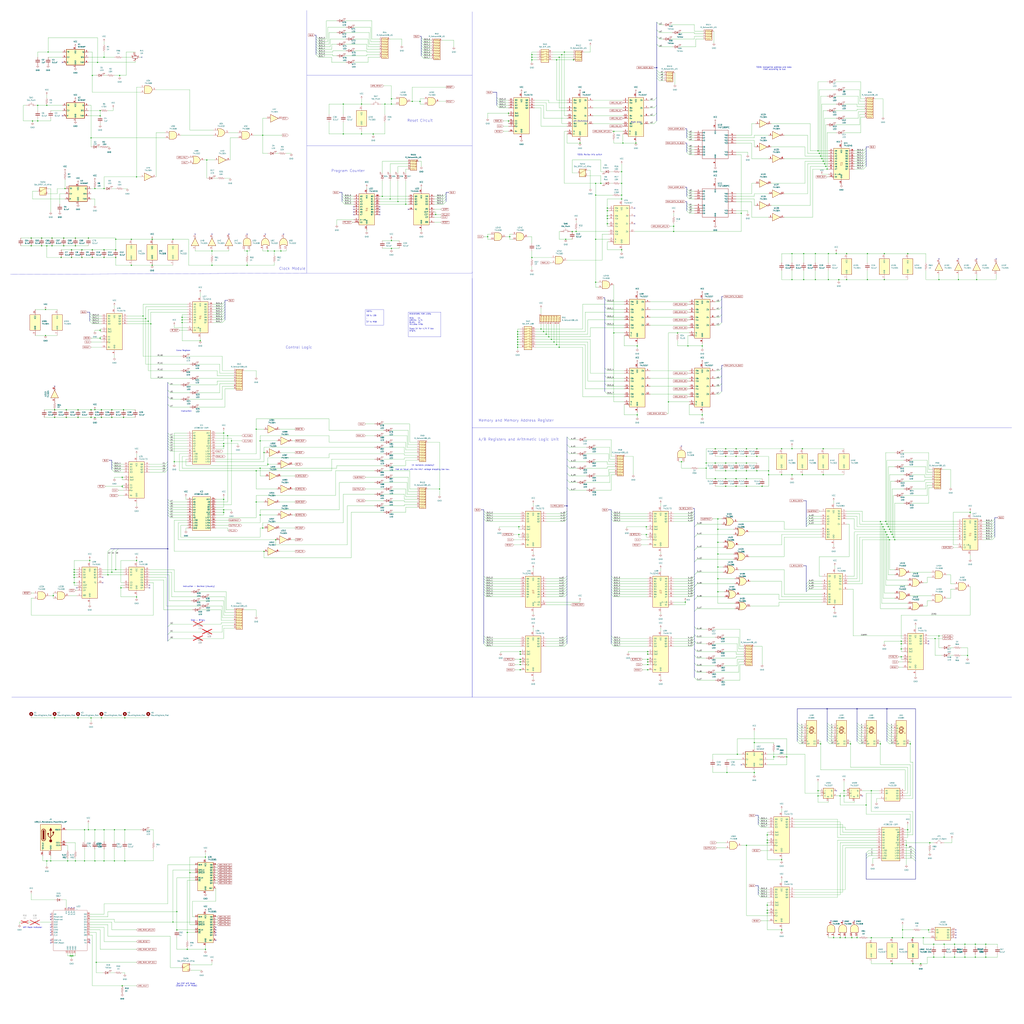
<source format=kicad_sch>
(kicad_sch (version 20231120) (generator "eeschema") (generator_version "8.0")
  (paper "User" 999.998 999.998)
  (lib_symbols
    (symbol "74xx:74LS00" (pin_names (offset 1.016))
      (property "Reference" "U" (at 0 1.27 0))
      (property "Value" "74LS00" (at 0 -1.27 0))
      (symbol "74LS00_1_1"
        (pin input line (at -7.62 2.54 0) (length 3.81) (name "~") (number "1"))
        (pin input line (at -7.62 -2.54 0) (length 3.81) (name "~") (number "2"))
        (pin output inverted (at 7.62 0 180) (length 3.81) (name "~") (number "3"))
      )
      (symbol "74LS00_1_2"
        (pin input inverted (at -7.62 2.54 0) (length 4.318) (name "~") (number "1"))
        (pin input inverted (at -7.62 -2.54 0) (length 4.318) (name "~") (number "2"))
        (pin output line (at 7.62 0 180) (length 3.81) (name "~") (number "3"))
      )
      (symbol "74LS00_2_1"
        (pin input line (at -7.62 2.54 0) (length 3.81) (name "~") (number "4"))
        (pin input line (at -7.62 -2.54 0) (length 3.81) (name "~") (number "5"))
        (pin output inverted (at 7.62 0 180) (length 3.81) (name "~") (number "6"))
      )
      (symbol "74LS00_2_2"
        (pin input inverted (at -7.62 2.54 0) (length 4.318) (name "~") (number "4"))
        (pin input inverted (at -7.62 -2.54 0) (length 4.318) (name "~") (number "5"))
        (pin output line (at 7.62 0 180) (length 3.81) (name "~") (number "6"))
      )
      (symbol "74LS00_3_1"
        (pin input line (at -7.62 -2.54 0) (length 3.81) (name "~") (number "10"))
        (pin output inverted (at 7.62 0 180) (length 3.81) (name "~") (number "8"))
        (pin input line (at -7.62 2.54 0) (length 3.81) (name "~") (number "9"))
      )
      (symbol "74LS00_3_2"
        (pin input inverted (at -7.62 -2.54 0) (length 4.318) (name "~") (number "10"))
        (pin output line (at 7.62 0 180) (length 3.81) (name "~") (number "8"))
        (pin input inverted (at -7.62 2.54 0) (length 4.318) (name "~") (number "9"))
      )
      (symbol "74LS00_4_1"
        (pin output inverted (at 7.62 0 180) (length 3.81) (name "~") (number "11"))
        (pin input line (at -7.62 2.54 0) (length 3.81) (name "~") (number "12"))
        (pin input line (at -7.62 -2.54 0) (length 3.81) (name "~") (number "13"))
      )
      (symbol "74LS00_4_2"
        (pin output line (at 7.62 0 180) (length 3.81) (name "~") (number "11"))
        (pin input inverted (at -7.62 2.54 0) (length 4.318) (name "~") (number "12"))
        (pin input inverted (at -7.62 -2.54 0) (length 4.318) (name "~") (number "13"))
      )
      (symbol "74LS00_5_0"
        (pin power_in line (at 0 12.7 270) (length 5.08) (name "VCC") (number "14"))
        (pin power_in line (at 0 -12.7 90) (length 5.08) (name "GND") (number "7"))
      )
    )
    (symbol "74xx:74LS02" (pin_names (offset 1.016))
      (property "Reference" "U" (at 0 1.27 0))
      (property "Value" "74LS02" (at 0 -1.27 0))
      (symbol "74LS02_1_1"
        (pin output inverted (at 7.62 0 180) (length 3.81) (name "~") (number "1"))
        (pin input line (at -7.62 2.54 0) (length 4.318) (name "~") (number "2"))
        (pin input line (at -7.62 -2.54 0) (length 4.318) (name "~") (number "3"))
      )
      (symbol "74LS02_1_2"
        (pin output line (at 7.62 0 180) (length 3.81) (name "~") (number "1"))
        (pin input inverted (at -7.62 2.54 0) (length 3.81) (name "~") (number "2"))
        (pin input inverted (at -7.62 -2.54 0) (length 3.81) (name "~") (number "3"))
      )
      (symbol "74LS02_2_1"
        (pin output inverted (at 7.62 0 180) (length 3.81) (name "~") (number "4"))
        (pin input line (at -7.62 2.54 0) (length 4.318) (name "~") (number "5"))
        (pin input line (at -7.62 -2.54 0) (length 4.318) (name "~") (number "6"))
      )
      (symbol "74LS02_2_2"
        (pin output line (at 7.62 0 180) (length 3.81) (name "~") (number "4"))
        (pin input inverted (at -7.62 2.54 0) (length 3.81) (name "~") (number "5"))
        (pin input inverted (at -7.62 -2.54 0) (length 3.81) (name "~") (number "6"))
      )
      (symbol "74LS02_3_1"
        (pin output inverted (at 7.62 0 180) (length 3.81) (name "~") (number "10"))
        (pin input line (at -7.62 2.54 0) (length 4.318) (name "~") (number "8"))
        (pin input line (at -7.62 -2.54 0) (length 4.318) (name "~") (number "9"))
      )
      (symbol "74LS02_3_2"
        (pin output line (at 7.62 0 180) (length 3.81) (name "~") (number "10"))
        (pin input inverted (at -7.62 2.54 0) (length 3.81) (name "~") (number "8"))
        (pin input inverted (at -7.62 -2.54 0) (length 3.81) (name "~") (number "9"))
      )
      (symbol "74LS02_4_1"
        (pin input line (at -7.62 2.54 0) (length 4.318) (name "~") (number "11"))
        (pin input line (at -7.62 -2.54 0) (length 4.318) (name "~") (number "12"))
        (pin output inverted (at 7.62 0 180) (length 3.81) (name "~") (number "13"))
      )
      (symbol "74LS02_4_2"
        (pin input inverted (at -7.62 2.54 0) (length 3.81) (name "~") (number "11"))
        (pin input inverted (at -7.62 -2.54 0) (length 3.81) (name "~") (number "12"))
        (pin output line (at 7.62 0 180) (length 3.81) (name "~") (number "13"))
      )
      (symbol "74LS02_5_0"
        (pin power_in line (at 0 12.7 270) (length 5.08) (name "VCC") (number "14"))
        (pin power_in line (at 0 -12.7 90) (length 5.08) (name "GND") (number "7"))
      )
    )
    (symbol "74xx:74LS04"
      (property "Reference" "U" (at 0 1.27 0))
      (property "Value" "74LS04" (at 0 -1.27 0))
      (symbol "74LS04_1_0"
        (pin input line (at -7.62 0 0) (length 3.81) (name "~") (number "1"))
        (pin output inverted (at 7.62 0 180) (length 3.81) (name "~") (number "2"))
      )
      (symbol "74LS04_2_0"
        (pin input line (at -7.62 0 0) (length 3.81) (name "~") (number "3"))
        (pin output inverted (at 7.62 0 180) (length 3.81) (name "~") (number "4"))
      )
      (symbol "74LS04_3_0"
        (pin input line (at -7.62 0 0) (length 3.81) (name "~") (number "5"))
        (pin output inverted (at 7.62 0 180) (length 3.81) (name "~") (number "6"))
      )
      (symbol "74LS04_4_0"
        (pin output inverted (at 7.62 0 180) (length 3.81) (name "~") (number "8"))
        (pin input line (at -7.62 0 0) (length 3.81) (name "~") (number "9"))
      )
      (symbol "74LS04_5_0"
        (pin output inverted (at 7.62 0 180) (length 3.81) (name "~") (number "10"))
        (pin input line (at -7.62 0 0) (length 3.81) (name "~") (number "11"))
      )
      (symbol "74LS04_6_0"
        (pin output inverted (at 7.62 0 180) (length 3.81) (name "~") (number "12"))
        (pin input line (at -7.62 0 0) (length 3.81) (name "~") (number "13"))
      )
      (symbol "74LS04_7_0"
        (pin power_in line (at 0 12.7 270) (length 5.08) (name "VCC") (number "14"))
        (pin power_in line (at 0 -12.7 90) (length 5.08) (name "GND") (number "7"))
      )
    )
    (symbol "74xx:74LS08" (pin_names (offset 1.016))
      (property "Reference" "U" (at 0 1.27 0))
      (property "Value" "74LS08" (at 0 -1.27 0))
      (symbol "74LS08_1_1"
        (pin input line (at -7.62 2.54 0) (length 3.81) (name "~") (number "1"))
        (pin input line (at -7.62 -2.54 0) (length 3.81) (name "~") (number "2"))
        (pin output line (at 7.62 0 180) (length 3.81) (name "~") (number "3"))
      )
      (symbol "74LS08_1_2"
        (pin input inverted (at -7.62 2.54 0) (length 4.318) (name "~") (number "1"))
        (pin input inverted (at -7.62 -2.54 0) (length 4.318) (name "~") (number "2"))
        (pin output inverted (at 7.62 0 180) (length 3.81) (name "~") (number "3"))
      )
      (symbol "74LS08_2_1"
        (pin input line (at -7.62 2.54 0) (length 3.81) (name "~") (number "4"))
        (pin input line (at -7.62 -2.54 0) (length 3.81) (name "~") (number "5"))
        (pin output line (at 7.62 0 180) (length 3.81) (name "~") (number "6"))
      )
      (symbol "74LS08_2_2"
        (pin input inverted (at -7.62 2.54 0) (length 4.318) (name "~") (number "4"))
        (pin input inverted (at -7.62 -2.54 0) (length 4.318) (name "~") (number "5"))
        (pin output inverted (at 7.62 0 180) (length 3.81) (name "~") (number "6"))
      )
      (symbol "74LS08_3_1"
        (pin input line (at -7.62 -2.54 0) (length 3.81) (name "~") (number "10"))
        (pin output line (at 7.62 0 180) (length 3.81) (name "~") (number "8"))
        (pin input line (at -7.62 2.54 0) (length 3.81) (name "~") (number "9"))
      )
      (symbol "74LS08_3_2"
        (pin input inverted (at -7.62 -2.54 0) (length 4.318) (name "~") (number "10"))
        (pin output inverted (at 7.62 0 180) (length 3.81) (name "~") (number "8"))
        (pin input inverted (at -7.62 2.54 0) (length 4.318) (name "~") (number "9"))
      )
      (symbol "74LS08_4_1"
        (pin output line (at 7.62 0 180) (length 3.81) (name "~") (number "11"))
        (pin input line (at -7.62 2.54 0) (length 3.81) (name "~") (number "12"))
        (pin input line (at -7.62 -2.54 0) (length 3.81) (name "~") (number "13"))
      )
      (symbol "74LS08_4_2"
        (pin output inverted (at 7.62 0 180) (length 3.81) (name "~") (number "11"))
        (pin input inverted (at -7.62 2.54 0) (length 4.318) (name "~") (number "12"))
        (pin input inverted (at -7.62 -2.54 0) (length 4.318) (name "~") (number "13"))
      )
      (symbol "74LS08_5_0"
        (pin power_in line (at 0 12.7 270) (length 5.08) (name "VCC") (number "14"))
        (pin power_in line (at 0 -12.7 90) (length 5.08) (name "GND") (number "7"))
      )
    )
    (symbol "74xx:74LS107" (pin_names (offset 1.016))
      (property "Reference" "U" (at -7.62 8.89 0))
      (property "Value" "74LS107" (at -7.62 -8.89 0))
      (symbol "74LS107_1_0"
        (pin input line (at -7.62 2.54 0) (length 2.54) (name "J") (number "1"))
        (pin input clock (at -7.62 0 0) (length 2.54) (name "C") (number "12"))
        (pin input line (at 0 -7.62 90) (length 2.54) (name "~{R}") (number "13"))
        (pin output line (at 7.62 -2.54 180) (length 2.54) (name "~{Q}") (number "2"))
        (pin output line (at 7.62 2.54 180) (length 2.54) (name "Q") (number "3"))
        (pin input line (at -7.62 -2.54 0) (length 2.54) (name "K") (number "4"))
      )
      (symbol "74LS107_2_0"
        (pin input line (at 0 -7.62 90) (length 2.54) (name "~{R}") (number "10"))
        (pin input line (at -7.62 -2.54 0) (length 2.54) (name "K") (number "11"))
        (pin output line (at 7.62 2.54 180) (length 2.54) (name "Q") (number "5"))
        (pin output line (at 7.62 -2.54 180) (length 2.54) (name "~{Q}") (number "6"))
        (pin input line (at -7.62 2.54 0) (length 2.54) (name "J") (number "8"))
        (pin input clock (at -7.62 0 0) (length 2.54) (name "C") (number "9"))
      )
      (symbol "74LS107_3_0"
        (pin power_in line (at 0 10.16 270) (length 2.54) (name "VCC") (number "14"))
        (pin power_in line (at 0 -10.16 90) (length 2.54) (name "GND") (number "7"))
      )
    )
    (symbol "74xx:74LS138" (pin_names (offset 1.016))
      (property "Reference" "U" (at -7.62 11.43 0))
      (property "Value" "74LS138" (at -7.62 -13.97 0))
      (symbol "74LS138_1_0"
        (pin input line (at -12.7 7.62 0) (length 5.08) (name "A0") (number "1"))
        (pin output output_low (at 12.7 -5.08 180) (length 5.08) (name "O5") (number "10"))
        (pin output output_low (at 12.7 -2.54 180) (length 5.08) (name "O4") (number "11"))
        (pin output output_low (at 12.7 0 180) (length 5.08) (name "O3") (number "12"))
        (pin output output_low (at 12.7 2.54 180) (length 5.08) (name "O2") (number "13"))
        (pin output output_low (at 12.7 5.08 180) (length 5.08) (name "O1") (number "14"))
        (pin output output_low (at 12.7 7.62 180) (length 5.08) (name "O0") (number "15"))
        (pin power_in line (at 0 15.24 270) (length 5.08) (name "VCC") (number "16"))
        (pin input line (at -12.7 5.08 0) (length 5.08) (name "A1") (number "2"))
        (pin input line (at -12.7 2.54 0) (length 5.08) (name "A2") (number "3"))
        (pin input input_low (at -12.7 -10.16 0) (length 5.08) (name "E1") (number "4"))
        (pin input input_low (at -12.7 -7.62 0) (length 5.08) (name "E2") (number "5"))
        (pin input line (at -12.7 -5.08 0) (length 5.08) (name "E3") (number "6"))
        (pin output output_low (at 12.7 -10.16 180) (length 5.08) (name "O7") (number "7"))
        (pin power_in line (at 0 -17.78 90) (length 5.08) (name "GND") (number "8"))
        (pin output output_low (at 12.7 -7.62 180) (length 5.08) (name "O6") (number "9"))
      )
    )
    (symbol "74xx:74LS139" (pin_names (offset 1.016))
      (property "Reference" "U" (at -7.62 8.89 0))
      (property "Value" "74LS139" (at -7.62 -8.89 0))
      (symbol "74LS139_1_0"
        (pin input inverted (at -12.7 -5.08 0) (length 5.08) (name "E") (number "1"))
        (pin input line (at -12.7 0 0) (length 5.08) (name "A0") (number "2"))
        (pin input line (at -12.7 2.54 0) (length 5.08) (name "A1") (number "3"))
        (pin output inverted (at 12.7 2.54 180) (length 5.08) (name "O0") (number "4"))
        (pin output inverted (at 12.7 0 180) (length 5.08) (name "O1") (number "5"))
        (pin output inverted (at 12.7 -2.54 180) (length 5.08) (name "O2") (number "6"))
        (pin output inverted (at 12.7 -5.08 180) (length 5.08) (name "O3") (number "7"))
      )
      (symbol "74LS139_2_0"
        (pin output inverted (at 12.7 -2.54 180) (length 5.08) (name "O2") (number "10"))
        (pin output inverted (at 12.7 0 180) (length 5.08) (name "O1") (number "11"))
        (pin output inverted (at 12.7 2.54 180) (length 5.08) (name "O0") (number "12"))
        (pin input line (at -12.7 2.54 0) (length 5.08) (name "A1") (number "13"))
        (pin input line (at -12.7 0 0) (length 5.08) (name "A0") (number "14"))
        (pin input inverted (at -12.7 -5.08 0) (length 5.08) (name "E") (number "15"))
        (pin output inverted (at 12.7 -5.08 180) (length 5.08) (name "O3") (number "9"))
      )
      (symbol "74LS139_3_0"
        (pin power_in line (at 0 12.7 270) (length 5.08) (name "VCC") (number "16"))
        (pin power_in line (at 0 -12.7 90) (length 5.08) (name "GND") (number "8"))
      )
    )
    (symbol "74xx:74LS157" (pin_names (offset 1.016))
      (property "Reference" "U" (at -7.62 19.05 0))
      (property "Value" "74LS157" (at -7.62 -21.59 0))
      (symbol "74LS157_1_0"
        (pin input line (at -12.7 -15.24 0) (length 5.08) (name "S") (number "1"))
        (pin input line (at -12.7 -2.54 0) (length 5.08) (name "I1c") (number "10"))
        (pin input line (at -12.7 0 0) (length 5.08) (name "I0c") (number "11"))
        (pin output line (at 12.7 -7.62 180) (length 5.08) (name "Zd") (number "12"))
        (pin input line (at -12.7 -10.16 0) (length 5.08) (name "I1d") (number "13"))
        (pin input line (at -12.7 -7.62 0) (length 5.08) (name "I0d") (number "14"))
        (pin input inverted (at -12.7 -17.78 0) (length 5.08) (name "E") (number "15"))
        (pin power_in line (at 0 22.86 270) (length 5.08) (name "VCC") (number "16"))
        (pin input line (at -12.7 15.24 0) (length 5.08) (name "I0a") (number "2"))
        (pin input line (at -12.7 12.7 0) (length 5.08) (name "I1a") (number "3"))
        (pin output line (at 12.7 15.24 180) (length 5.08) (name "Za") (number "4"))
        (pin input line (at -12.7 7.62 0) (length 5.08) (name "I0b") (number "5"))
        (pin input line (at -12.7 5.08 0) (length 5.08) (name "I1b") (number "6"))
        (pin output line (at 12.7 7.62 180) (length 5.08) (name "Zb") (number "7"))
        (pin power_in line (at 0 -25.4 90) (length 5.08) (name "GND") (number "8"))
        (pin output line (at 12.7 0 180) (length 5.08) (name "Zc") (number "9"))
      )
    )
    (symbol "74xx:74LS161" (pin_names (offset 1.016))
      (property "Reference" "U" (at -7.62 16.51 0))
      (property "Value" "74LS161" (at -7.62 -16.51 0))
      (symbol "74LS161_1_0"
        (pin input line (at -12.7 -12.7 0) (length 5.08) (name "~{MR}") (number "1"))
        (pin input line (at -12.7 -5.08 0) (length 5.08) (name "CET") (number "10"))
        (pin output line (at 12.7 5.08 180) (length 5.08) (name "Q3") (number "11"))
        (pin output line (at 12.7 7.62 180) (length 5.08) (name "Q2") (number "12"))
        (pin output line (at 12.7 10.16 180) (length 5.08) (name "Q1") (number "13"))
        (pin output line (at 12.7 12.7 180) (length 5.08) (name "Q0") (number "14"))
        (pin output line (at 12.7 0 180) (length 5.08) (name "TC") (number "15"))
        (pin power_in line (at 0 20.32 270) (length 5.08) (name "VCC") (number "16"))
        (pin input line (at -12.7 -7.62 0) (length 5.08) (name "CP") (number "2"))
        (pin input line (at -12.7 12.7 0) (length 5.08) (name "D0") (number "3"))
        (pin input line (at -12.7 10.16 0) (length 5.08) (name "D1") (number "4"))
        (pin input line (at -12.7 7.62 0) (length 5.08) (name "D2") (number "5"))
        (pin input line (at -12.7 5.08 0) (length 5.08) (name "D3") (number "6"))
        (pin input line (at -12.7 -2.54 0) (length 5.08) (name "CEP") (number "7"))
        (pin power_in line (at 0 -20.32 90) (length 5.08) (name "GND") (number "8"))
        (pin input line (at -12.7 0 0) (length 5.08) (name "~{PE}") (number "9"))
      )
    )
    (symbol "74xx:74LS173" (pin_names (offset 1.016))
      (property "Reference" "U" (at -7.62 19.05 0))
      (property "Value" "74LS173" (at -7.62 -19.05 0))
      (symbol "74LS173_1_0"
        (pin input inverted (at -12.7 2.54 0) (length 5.08) (name "Oe1") (number "1"))
        (pin input inverted (at -12.7 -7.62 0) (length 5.08) (name "E2") (number "10"))
        (pin input line (at -12.7 7.62 0) (length 5.08) (name "D3") (number "11"))
        (pin input line (at -12.7 10.16 0) (length 5.08) (name "D2") (number "12"))
        (pin input line (at -12.7 12.7 0) (length 5.08) (name "D1") (number "13"))
        (pin input line (at -12.7 15.24 0) (length 5.08) (name "D0") (number "14"))
        (pin input line (at -12.7 -15.24 0) (length 5.08) (name "Mr") (number "15"))
        (pin power_in line (at 0 22.86 270) (length 5.08) (name "VCC") (number "16"))
        (pin input inverted (at -12.7 0 0) (length 5.08) (name "Oe2") (number "2"))
        (pin tri_state line (at 12.7 15.24 180) (length 5.08) (name "Q0") (number "3"))
        (pin tri_state line (at 12.7 12.7 180) (length 5.08) (name "Q1") (number "4"))
        (pin tri_state line (at 12.7 10.16 180) (length 5.08) (name "Q2") (number "5"))
        (pin tri_state line (at 12.7 7.62 180) (length 5.08) (name "Q3") (number "6"))
        (pin input clock (at -12.7 -10.16 0) (length 5.08) (name "Cp") (number "7"))
        (pin power_in line (at 0 -22.86 90) (length 5.08) (name "GND") (number "8"))
        (pin input inverted (at -12.7 -5.08 0) (length 5.08) (name "E1") (number "9"))
      )
    )
    (symbol "74xx:74LS245" (pin_names (offset 1.016))
      (property "Reference" "U" (at -7.62 16.51 0))
      (property "Value" "74LS245" (at -7.62 -16.51 0))
      (symbol "74LS245_1_0"
        (pin input line (at -12.7 -10.16 0) (length 5.08) (name "A->B") (number "1"))
        (pin power_in line (at 0 -20.32 90) (length 5.08) (name "GND") (number "10"))
        (pin tri_state line (at 12.7 -5.08 180) (length 5.08) (name "B7") (number "11"))
        (pin tri_state line (at 12.7 -2.54 180) (length 5.08) (name "B6") (number "12"))
        (pin tri_state line (at 12.7 0 180) (length 5.08) (name "B5") (number "13"))
        (pin tri_state line (at 12.7 2.54 180) (length 5.08) (name "B4") (number "14"))
        (pin tri_state line (at 12.7 5.08 180) (length 5.08) (name "B3") (number "15"))
        (pin tri_state line (at 12.7 7.62 180) (length 5.08) (name "B2") (number "16"))
        (pin tri_state line (at 12.7 10.16 180) (length 5.08) (name "B1") (number "17"))
        (pin tri_state line (at 12.7 12.7 180) (length 5.08) (name "B0") (number "18"))
        (pin input inverted (at -12.7 -12.7 0) (length 5.08) (name "CE") (number "19"))
        (pin tri_state line (at -12.7 12.7 0) (length 5.08) (name "A0") (number "2"))
        (pin power_in line (at 0 20.32 270) (length 5.08) (name "VCC") (number "20"))
        (pin tri_state line (at -12.7 10.16 0) (length 5.08) (name "A1") (number "3"))
        (pin tri_state line (at -12.7 7.62 0) (length 5.08) (name "A2") (number "4"))
        (pin tri_state line (at -12.7 5.08 0) (length 5.08) (name "A3") (number "5"))
        (pin tri_state line (at -12.7 2.54 0) (length 5.08) (name "A4") (number "6"))
        (pin tri_state line (at -12.7 0 0) (length 5.08) (name "A5") (number "7"))
        (pin tri_state line (at -12.7 -2.54 0) (length 5.08) (name "A6") (number "8"))
        (pin tri_state line (at -12.7 -5.08 0) (length 5.08) (name "A7") (number "9"))
      )
    )
    (symbol "74xx:74LS283" (pin_names (offset 1.016))
      (property "Reference" "U" (at -7.62 16.51 0))
      (property "Value" "74LS283" (at -7.62 -16.51 0))
      (symbol "74LS283_1_0"
        (pin output line (at 12.7 10.16 180) (length 5.08) (name "S2") (number "1"))
        (pin output line (at 12.7 5.08 180) (length 5.08) (name "S4") (number "10"))
        (pin input line (at -12.7 -12.7 0) (length 5.08) (name "B4") (number "11"))
        (pin input line (at -12.7 0 0) (length 5.08) (name "A4") (number "12"))
        (pin output line (at 12.7 7.62 180) (length 5.08) (name "S3") (number "13"))
        (pin input line (at -12.7 2.54 0) (length 5.08) (name "A3") (number "14"))
        (pin input line (at -12.7 -10.16 0) (length 5.08) (name "B3") (number "15"))
        (pin power_in line (at 0 20.32 270) (length 5.08) (name "VCC") (number "16"))
        (pin input line (at -12.7 -7.62 0) (length 5.08) (name "B2") (number "2"))
        (pin input line (at -12.7 5.08 0) (length 5.08) (name "A2") (number "3"))
        (pin output line (at 12.7 12.7 180) (length 5.08) (name "S1") (number "4"))
        (pin input line (at -12.7 7.62 0) (length 5.08) (name "A1") (number "5"))
        (pin input line (at -12.7 -5.08 0) (length 5.08) (name "B1") (number "6"))
        (pin input line (at -12.7 12.7 0) (length 5.08) (name "C0") (number "7"))
        (pin power_in line (at 0 -20.32 90) (length 5.08) (name "GND") (number "8"))
        (pin output line (at 12.7 0 180) (length 5.08) (name "C4") (number "9"))
      )
    )
    (symbol "74xx:74LS32" (pin_names (offset 1.016))
      (property "Reference" "U" (at 0 1.27 0))
      (property "Value" "74LS32" (at 0 -1.27 0))
      (symbol "74LS32_1_1"
        (pin input line (at -7.62 2.54 0) (length 4.318) (name "~") (number "1"))
        (pin input line (at -7.62 -2.54 0) (length 4.318) (name "~") (number "2"))
        (pin output line (at 7.62 0 180) (length 3.81) (name "~") (number "3"))
      )
      (symbol "74LS32_1_2"
        (pin input inverted (at -7.62 2.54 0) (length 3.81) (name "~") (number "1"))
        (pin input inverted (at -7.62 -2.54 0) (length 3.81) (name "~") (number "2"))
        (pin output inverted (at 7.62 0 180) (length 3.81) (name "~") (number "3"))
      )
      (symbol "74LS32_2_1"
        (pin input line (at -7.62 2.54 0) (length 4.318) (name "~") (number "4"))
        (pin input line (at -7.62 -2.54 0) (length 4.318) (name "~") (number "5"))
        (pin output line (at 7.62 0 180) (length 3.81) (name "~") (number "6"))
      )
      (symbol "74LS32_2_2"
        (pin input inverted (at -7.62 2.54 0) (length 3.81) (name "~") (number "4"))
        (pin input inverted (at -7.62 -2.54 0) (length 3.81) (name "~") (number "5"))
        (pin output inverted (at 7.62 0 180) (length 3.81) (name "~") (number "6"))
      )
      (symbol "74LS32_3_1"
        (pin input line (at -7.62 -2.54 0) (length 4.318) (name "~") (number "10"))
        (pin output line (at 7.62 0 180) (length 3.81) (name "~") (number "8"))
        (pin input line (at -7.62 2.54 0) (length 4.318) (name "~") (number "9"))
      )
      (symbol "74LS32_3_2"
        (pin input inverted (at -7.62 -2.54 0) (length 3.81) (name "~") (number "10"))
        (pin output inverted (at 7.62 0 180) (length 3.81) (name "~") (number "8"))
        (pin input inverted (at -7.62 2.54 0) (length 3.81) (name "~") (number "9"))
      )
      (symbol "74LS32_4_1"
        (pin output line (at 7.62 0 180) (length 3.81) (name "~") (number "11"))
        (pin input line (at -7.62 2.54 0) (length 4.318) (name "~") (number "12"))
        (pin input line (at -7.62 -2.54 0) (length 4.318) (name "~") (number "13"))
      )
      (symbol "74LS32_4_2"
        (pin output inverted (at 7.62 0 180) (length 3.81) (name "~") (number "11"))
        (pin input inverted (at -7.62 2.54 0) (length 3.81) (name "~") (number "12"))
        (pin input inverted (at -7.62 -2.54 0) (length 3.81) (name "~") (number "13"))
      )
      (symbol "74LS32_5_0"
        (pin power_in line (at 0 12.7 270) (length 5.08) (name "VCC") (number "14"))
        (pin power_in line (at 0 -12.7 90) (length 5.08) (name "GND") (number "7"))
      )
    )
    (symbol "74xx:74LS595"
      (property "Reference" "U" (at -7.62 13.97 0))
      (property "Value" "74LS595" (at -7.62 -16.51 0))
      (symbol "74LS595_1_0"
        (pin tri_state line (at 10.16 7.62 180) (length 2.54) (name "QB") (number "1"))
        (pin input line (at -10.16 2.54 0) (length 2.54) (name "~{SRCLR}") (number "10"))
        (pin input line (at -10.16 5.08 0) (length 2.54) (name "SRCLK") (number "11"))
        (pin input line (at -10.16 -2.54 0) (length 2.54) (name "RCLK") (number "12"))
        (pin input line (at -10.16 -5.08 0) (length 2.54) (name "~{OE}") (number "13"))
        (pin input line (at -10.16 10.16 0) (length 2.54) (name "SER") (number "14"))
        (pin tri_state line (at 10.16 10.16 180) (length 2.54) (name "QA") (number "15"))
        (pin power_in line (at 0 15.24 270) (length 2.54) (name "VCC") (number "16"))
        (pin tri_state line (at 10.16 5.08 180) (length 2.54) (name "QC") (number "2"))
        (pin tri_state line (at 10.16 2.54 180) (length 2.54) (name "QD") (number "3"))
        (pin tri_state line (at 10.16 0 180) (length 2.54) (name "QE") (number "4"))
        (pin tri_state line (at 10.16 -2.54 180) (length 2.54) (name "QF") (number "5"))
        (pin tri_state line (at 10.16 -5.08 180) (length 2.54) (name "QG") (number "6"))
        (pin tri_state line (at 10.16 -7.62 180) (length 2.54) (name "QH") (number "7"))
        (pin power_in line (at 0 -17.78 90) (length 2.54) (name "GND") (number "8"))
        (pin output line (at 10.16 -12.7 180) (length 2.54) (name "QH'") (number "9"))
      )
    )
    (symbol "74xx:74LS86" (pin_names (offset 1.016))
      (property "Reference" "U" (at 0 1.27 0))
      (property "Value" "74LS86" (at 0 -1.27 0))
      (symbol "74LS86_1_0"
        (pin input line (at -7.62 2.54 0) (length 4.445) (name "~") (number "1"))
        (pin input line (at -7.62 -2.54 0) (length 4.445) (name "~") (number "2"))
        (pin output line (at 7.62 0 180) (length 3.81) (name "~") (number "3"))
      )
      (symbol "74LS86_2_0"
        (pin input line (at -7.62 2.54 0) (length 4.445) (name "~") (number "4"))
        (pin input line (at -7.62 -2.54 0) (length 4.445) (name "~") (number "5"))
        (pin output line (at 7.62 0 180) (length 3.81) (name "~") (number "6"))
      )
      (symbol "74LS86_3_0"
        (pin input line (at -7.62 -2.54 0) (length 4.445) (name "~") (number "10"))
        (pin output line (at 7.62 0 180) (length 3.81) (name "~") (number "8"))
        (pin input line (at -7.62 2.54 0) (length 4.445) (name "~") (number "9"))
      )
      (symbol "74LS86_4_0"
        (pin output line (at 7.62 0 180) (length 3.81) (name "~") (number "11"))
        (pin input line (at -7.62 2.54 0) (length 4.445) (name "~") (number "12"))
        (pin input line (at -7.62 -2.54 0) (length 4.445) (name "~") (number "13"))
      )
      (symbol "74LS86_5_0"
        (pin power_in line (at 0 12.7 270) (length 5.08) (name "VCC") (number "14"))
        (pin power_in line (at 0 -12.7 90) (length 5.08) (name "GND") (number "7"))
      )
    )
    (symbol "Connector:USB_C_Receptacle_PowerOnly_6P" (pin_names (offset 1.016))
      (property "Reference" "J" (at 0 16.51 0))
      (property "Value" "USB_C_Receptacle_PowerOnly_6P" (at 0 13.97 0))
      (symbol "USB_C_Receptacle_PowerOnly_6P_1_1"
        (pin passive line (at 0 -17.78 90) (length 5.08) (name "GND") (number "A12"))
        (pin bidirectional line (at 15.24 -5.08 180) (length 5.08) (name "CC1") (number "A5"))
        (pin passive line (at 15.24 7.62 180) (length 5.08) (name "VBUS") (number "A9"))
        (pin passive line (at 0 -17.78 90) (length 5.08) hide (name "GND") (number "B12"))
        (pin bidirectional line (at 15.24 -7.62 180) (length 5.08) (name "CC2") (number "B5"))
        (pin passive line (at 15.24 7.62 180) (length 5.08) hide (name "VBUS") (number "B9"))
        (pin passive line (at -7.62 -17.78 90) (length 5.08) (name "SHIELD") (number "S1"))
      )
    )
    (symbol "Device:C" (pin_numbers hide) (pin_names (offset 0.254))
      (property "Reference" "C" (at 0.635 2.54 0))
      (property "Value" "C" (at 0.635 -2.54 0))
      (symbol "C_1_1"
        (pin passive line (at 0 3.81 270) (length 2.794) (name "~") (number "1"))
        (pin passive line (at 0 -3.81 90) (length 2.794) (name "~") (number "2"))
      )
    )
    (symbol "Device:C_Polarized" (pin_numbers hide) (pin_names (offset 0.254))
      (property "Reference" "C" (at 0.635 2.54 0))
      (property "Value" "C_Polarized" (at 0.635 -2.54 0))
      (symbol "C_Polarized_1_1"
        (pin passive line (at 0 3.81 270) (length 2.794) (name "~") (number "1"))
        (pin passive line (at 0 -3.81 90) (length 2.794) (name "~") (number "2"))
      )
    )
    (symbol "Device:D" (pin_numbers hide) (pin_names (offset 1.016) hide)
      (property "Reference" "D" (at 0 2.54 0))
      (property "Value" "D" (at 0 -2.54 0))
      (symbol "D_1_1"
        (pin passive line (at -3.81 0 0) (length 2.54) (name "K") (number "1"))
        (pin passive line (at 3.81 0 180) (length 2.54) (name "A") (number "2"))
      )
    )
    (symbol "Device:LED" (pin_numbers hide) (pin_names (offset 1.016) hide)
      (property "Reference" "D" (at 0 2.54 0))
      (property "Value" "LED" (at 0 -2.54 0))
      (symbol "LED_1_1"
        (pin passive line (at -3.81 0 0) (length 2.54) (name "K") (number "1"))
        (pin passive line (at 3.81 0 180) (length 2.54) (name "A") (number "2"))
      )
    )
    (symbol "Device:R_Network04_US" (pin_names (offset 0) hide)
      (property "Reference" "RN" (at -7.62 0 90))
      (property "Value" "R_Network04_US" (at 5.08 0 90))
      (symbol "R_Network04_US_1_1"
        (pin passive line (at -5.08 5.08 270) (length 2.54) (name "common") (number "1"))
        (pin passive line (at -5.08 -5.08 90) (length 1.27) (name "R1") (number "2"))
        (pin passive line (at -2.54 -5.08 90) (length 1.27) (name "R2") (number "3"))
        (pin passive line (at 0 -5.08 90) (length 1.27) (name "R3") (number "4"))
        (pin passive line (at 2.54 -5.08 90) (length 1.27) (name "R4") (number "5"))
      )
    )
    (symbol "Device:R_Network08_US" (pin_names (offset 0) hide)
      (property "Reference" "RN" (at -12.7 0 90))
      (property "Value" "R_Network08_US" (at 10.16 0 90))
      (symbol "R_Network08_US_1_1"
        (pin passive line (at -10.16 5.08 270) (length 2.54) (name "common") (number "1"))
        (pin passive line (at -10.16 -5.08 90) (length 1.27) (name "R1") (number "2"))
        (pin passive line (at -7.62 -5.08 90) (length 1.27) (name "R2") (number "3"))
        (pin passive line (at -5.08 -5.08 90) (length 1.27) (name "R3") (number "4"))
        (pin passive line (at -2.54 -5.08 90) (length 1.27) (name "R4") (number "5"))
        (pin passive line (at 0 -5.08 90) (length 1.27) (name "R5") (number "6"))
        (pin passive line (at 2.54 -5.08 90) (length 1.27) (name "R6") (number "7"))
        (pin passive line (at 5.08 -5.08 90) (length 1.27) (name "R7") (number "8"))
        (pin passive line (at 7.62 -5.08 90) (length 1.27) (name "R8") (number "9"))
      )
    )
    (symbol "Device:R_Potentiometer_MountingPin" (pin_names (offset 1.016) hide)
      (property "Reference" "RV" (at -8.255 0 90))
      (property "Value" "R_Potentiometer_MountingPin" (at -6.35 0 90))
      (symbol "R_Potentiometer_MountingPin_1_1"
        (text "Mounting" (at -1.651 0 900) (effects (font (size 0.381 0.381))))
        (pin passive line (at 0 3.81 270) (length 1.27) (name "1") (number "1"))
        (pin passive line (at 3.81 0 180) (length 1.27) (name "2") (number "2"))
        (pin passive line (at 0 -3.81 90) (length 1.27) (name "3") (number "3"))
        (pin passive line (at -5.08 0 0) (length 3.048) (name "MountPin") (number "MP"))
      )
    )
    (symbol "Device:R_US" (pin_numbers hide) (pin_names (offset 0))
      (property "Reference" "R" (at 2.54 0 90))
      (property "Value" "R_US" (at -2.54 0 90))
      (symbol "R_US_1_1"
        (pin passive line (at 0 3.81 270) (length 1.27) (name "~") (number "1"))
        (pin passive line (at 0 -3.81 90) (length 1.27) (name "~") (number "2"))
      )
    )
    (symbol "Display_Character:D168K"
      (property "Reference" "U" (at -2.54 13.97 0))
      (property "Value" "D168K" (at 1.27 13.97 0))
      (symbol "D168K_0_0"
        (text "A" (at 0.254 5.588 0) (effects (font (size 0.508 0.508))))
        (text "B" (at 2.54 4.826 0) (effects (font (size 0.508 0.508))))
        (text "C" (at 2.286 1.778 0) (effects (font (size 0.508 0.508))))
        (text "D" (at -0.254 1.016 0) (effects (font (size 0.508 0.508))))
        (text "DP" (at 3.556 0.254 0) (effects (font (size 0.508 0.508))))
        (text "E" (at -2.54 1.778 0) (effects (font (size 0.508 0.508))))
        (text "F" (at -2.286 4.826 0) (effects (font (size 0.508 0.508))))
        (text "G" (at 0 4.064 0) (effects (font (size 0.508 0.508))))
      )
      (symbol "D168K_1_1"
        (pin input line (at -7.62 -2.54 0) (length 2.54) (name "E") (number "1"))
        (pin input line (at -7.62 -7.62 0) (length 2.54) (name "G") (number "10"))
        (pin input line (at -7.62 0 0) (length 2.54) (name "D") (number "2"))
        (pin input line (at 7.62 -7.62 180) (length 2.54) (name "CC") (number "3"))
        (pin input line (at -7.62 2.54 0) (length 2.54) (name "C") (number "4"))
        (pin input line (at -7.62 -10.16 0) (length 2.54) (name "DP") (number "5"))
        (pin input line (at -7.62 5.08 0) (length 2.54) (name "B") (number "6"))
        (pin input line (at -7.62 7.62 0) (length 2.54) (name "A") (number "7"))
        (pin input line (at 7.62 -10.16 180) (length 2.54) (name "CC") (number "8"))
        (pin input line (at -7.62 -5.08 0) (length 2.54) (name "F") (number "9"))
      )
    )
    (symbol "Jumper:Jumper_2_Open" (pin_numbers hide) (pin_names (offset 0) hide) (exclude_from_sim yes)
      (property "Reference" "JP" (at 0 2.794 0))
      (property "Value" "Jumper_2_Open" (at 0 -2.286 0))
      (symbol "Jumper_2_Open_1_1"
        (pin passive line (at -5.08 0 0) (length 2.54) (name "A") (number "1"))
        (pin passive line (at 5.08 0 180) (length 2.54) (name "B") (number "2"))
      )
    )
    (symbol "Mechanical:MountingHole_Pad" (pin_numbers hide) (pin_names (offset 1.016) hide) (exclude_from_sim yes) (in_bom no)
      (property "Reference" "H" (at 0 6.35 0))
      (property "Value" "MountingHole_Pad" (at 0 4.445 0))
      (symbol "MountingHole_Pad_1_1"
        (pin input line (at 0 -2.54 90) (length 2.54) (name "1") (number "1"))
      )
    )
    (symbol "SamacSys_Parts:AT28C16-15PI"
      (property "Reference" "IC" (at 24.13 7.62 0))
      (property "Value" "AT28C16-15PI" (at 24.13 5.08 0))
      (symbol "AT28C16-15PI_1_1"
        (pin passive line (at 0 0 0) (length 5.08) (name "A7") (number "1"))
        (pin passive line (at 0 -22.86 0) (length 5.08) (name "I/O1") (number "10"))
        (pin passive line (at 0 -25.4 0) (length 5.08) (name "I/O2") (number "11"))
        (pin passive line (at 0 -27.94 0) (length 5.08) (name "GND") (number "12"))
        (pin passive line (at 27.94 -27.94 180) (length 5.08) (name "I/O3") (number "13"))
        (pin passive line (at 27.94 -25.4 180) (length 5.08) (name "I/O4") (number "14"))
        (pin passive line (at 27.94 -22.86 180) (length 5.08) (name "I/O5") (number "15"))
        (pin passive line (at 27.94 -20.32 180) (length 5.08) (name "I/O6") (number "16"))
        (pin passive line (at 27.94 -17.78 180) (length 5.08) (name "I/O7") (number "17"))
        (pin passive line (at 27.94 -15.24 180) (length 5.08) (name "~{CE}") (number "18"))
        (pin passive line (at 27.94 -12.7 180) (length 5.08) (name "A10") (number "19"))
        (pin passive line (at 0 -2.54 0) (length 5.08) (name "A6") (number "2"))
        (pin passive line (at 27.94 -10.16 180) (length 5.08) (name "~{OE}") (number "20"))
        (pin passive line (at 27.94 -7.62 180) (length 5.08) (name "~{WE}") (number "21"))
        (pin passive line (at 27.94 -5.08 180) (length 5.08) (name "A9") (number "22"))
        (pin passive line (at 27.94 -2.54 180) (length 5.08) (name "A8") (number "23"))
        (pin passive line (at 27.94 0 180) (length 5.08) (name "VCC") (number "24"))
        (pin passive line (at 0 -5.08 0) (length 5.08) (name "A5") (number "3"))
        (pin passive line (at 0 -7.62 0) (length 5.08) (name "A4") (number "4"))
        (pin passive line (at 0 -10.16 0) (length 5.08) (name "A3") (number "5"))
        (pin passive line (at 0 -12.7 0) (length 5.08) (name "A2") (number "6"))
        (pin passive line (at 0 -15.24 0) (length 5.08) (name "A1") (number "7"))
        (pin passive line (at 0 -17.78 0) (length 5.08) (name "A0") (number "8"))
        (pin passive line (at 0 -20.32 0) (length 5.08) (name "I/O0") (number "9"))
      )
    )
    (symbol "SamacSys_Parts:SW_DPDT_x2_Mine" (pin_names (offset 0) hide)
      (property "Reference" "SW" (at 0 5.08 0))
      (property "Value" "SW_DPDT_x2_Mine" (at 0 -5.08 0))
      (symbol "SW_DPDT_x2_Mine_1_1"
        (pin passive line (at 5.08 2.54 180) (length 2.54) (name "A") (number "1"))
        (pin passive line (at 5.08 -2.54 180) (length 2.54) (name "C") (number "2"))
        (pin passive line (at -5.08 0 0) (length 2.54) (name "B") (number "3"))
      )
      (symbol "SW_DPDT_x2_Mine_2_1"
        (pin passive line (at 5.08 2.54 180) (length 2.54) (name "A") (number "4"))
        (pin passive line (at -5.08 0 0) (length 2.54) (name "B") (number "5"))
        (pin passive line (at 5.08 -2.54 180) (length 2.54) (name "C") (number "6"))
      )
    )
    (symbol "Switch:SW_DIP_x04" (pin_names (offset 0) hide)
      (property "Reference" "SW" (at 0 8.89 0))
      (property "Value" "SW_DIP_x04" (at 0 -6.35 0))
      (symbol "SW_DIP_x04_1_1"
        (pin passive line (at -7.62 5.08 0) (length 5.08) (name "~") (number "1"))
        (pin passive line (at -7.62 2.54 0) (length 5.08) (name "~") (number "2"))
        (pin passive line (at -7.62 0 0) (length 5.08) (name "~") (number "3"))
        (pin passive line (at -7.62 -2.54 0) (length 5.08) (name "~") (number "4"))
        (pin passive line (at 7.62 -2.54 180) (length 5.08) (name "~") (number "5"))
        (pin passive line (at 7.62 0 180) (length 5.08) (name "~") (number "6"))
        (pin passive line (at 7.62 2.54 180) (length 5.08) (name "~") (number "7"))
        (pin passive line (at 7.62 5.08 180) (length 5.08) (name "~") (number "8"))
      )
    )
    (symbol "Switch:SW_DIP_x08" (pin_names (offset 0) hide)
      (property "Reference" "SW" (at 0 13.97 0))
      (property "Value" "SW_DIP_x08" (at 0 -11.43 0))
      (symbol "SW_DIP_x08_1_1"
        (pin passive line (at -7.62 10.16 0) (length 5.08) (name "~") (number "1"))
        (pin passive line (at 7.62 -5.08 180) (length 5.08) (name "~") (number "10"))
        (pin passive line (at 7.62 -2.54 180) (length 5.08) (name "~") (number "11"))
        (pin passive line (at 7.62 0 180) (length 5.08) (name "~") (number "12"))
        (pin passive line (at 7.62 2.54 180) (length 5.08) (name "~") (number "13"))
        (pin passive line (at 7.62 5.08 180) (length 5.08) (name "~") (number "14"))
        (pin passive line (at 7.62 7.62 180) (length 5.08) (name "~") (number "15"))
        (pin passive line (at 7.62 10.16 180) (length 5.08) (name "~") (number "16"))
        (pin passive line (at -7.62 7.62 0) (length 5.08) (name "~") (number "2"))
        (pin passive line (at -7.62 5.08 0) (length 5.08) (name "~") (number "3"))
        (pin passive line (at -7.62 2.54 0) (length 5.08) (name "~") (number "4"))
        (pin passive line (at -7.62 0 0) (length 5.08) (name "~") (number "5"))
        (pin passive line (at -7.62 -2.54 0) (length 5.08) (name "~") (number "6"))
        (pin passive line (at -7.62 -5.08 0) (length 5.08) (name "~") (number "7"))
        (pin passive line (at -7.62 -7.62 0) (length 5.08) (name "~") (number "8"))
        (pin passive line (at 7.62 -7.62 180) (length 5.08) (name "~") (number "9"))
      )
    )
    (symbol "Switch:SW_Push" (pin_numbers hide) (pin_names (offset 1.016) hide)
      (property "Reference" "SW" (at 1.27 2.54 0))
      (property "Value" "SW_Push" (at 0 -1.524 0))
      (symbol "SW_Push_0_1"
        (pin passive line (at -5.08 0 0) (length 2.54) (name "1") (number "1"))
        (pin passive line (at 5.08 0 180) (length 2.54) (name "2") (number "2"))
      )
    )
    (symbol "Timer:NE555P"
      (property "Reference" "U" (at -10.16 8.89 0))
      (property "Value" "NE555P" (at 2.54 8.89 0))
      (symbol "NE555P_0_0"
        (pin power_in line (at 0 -10.16 90) (length 2.54) (name "GND") (number "1"))
        (pin power_in line (at 0 10.16 270) (length 2.54) (name "VCC") (number "8"))
      )
      (symbol "NE555P_1_1"
        (pin input line (at -12.7 5.08 0) (length 3.81) (name "TR") (number "2"))
        (pin output line (at 12.7 5.08 180) (length 3.81) (name "Q") (number "3"))
        (pin input inverted (at -12.7 -5.08 0) (length 3.81) (name "R") (number "4"))
        (pin input line (at -12.7 0 0) (length 3.81) (name "CV") (number "5"))
        (pin input line (at 12.7 -5.08 180) (length 3.81) (name "THR") (number "6"))
        (pin input line (at 12.7 0 180) (length 3.81) (name "DIS") (number "7"))
      )
    )
    (symbol "_Yuri_Library:74F189PC-better" (pin_names (offset 0.254))
      (property "Reference" "U10" (at 27.686 10.16 0))
      (property "Value" "74F189PC" (at 27.686 7.62 0))
      (symbol "74F189PC-better_0_1"
        (pin input line (at 0 2.54 0) (length 7.62) (name "A0") (number "1"))
        (pin input line (at 0 -16.51 0) (length 7.62) (name "D2") (number "10"))
        (pin output line (at 40.64 -7.62 180) (length 7.62) (name "*O3") (number "11"))
        (pin input line (at 0 -19.05 0) (length 7.62) (name "D3") (number "12"))
        (pin input line (at 0 -5.08 0) (length 7.62) (name "A3") (number "13"))
        (pin input line (at 0 -2.54 0) (length 7.62) (name "A2") (number "14"))
        (pin input line (at 0 0 0) (length 7.62) (name "A1") (number "15"))
        (pin power_in line (at 20.32 12.7 270) (length 7.62) (name "VCC") (number "16"))
        (pin input line (at 40.64 -16.51 180) (length 7.62) (name "*CS") (number "2"))
        (pin input line (at 40.64 -19.05 180) (length 7.62) (name "*WE") (number "3"))
        (pin input line (at 0 -11.43 0) (length 7.62) (name "D0") (number "4"))
        (pin output line (at 40.64 0 180) (length 7.62) (name "*O0") (number "5"))
        (pin input line (at 0 -13.97 0) (length 7.62) (name "D1") (number "6"))
        (pin output line (at 40.64 -2.54 180) (length 7.62) (name "*O1") (number "7"))
        (pin output line (at 40.64 -5.08 180) (length 7.62) (name "*O2") (number "9"))
      )
      (symbol "74F189PC-better_1_1"
        (pin power_in line (at 20.32 -30.48 90) (length 7.62) (name "GND") (number "8"))
      )
    )
    (symbol "_Yuri_Library:NodeMCU_Amica"
      (property "Reference" "U" (at 8.382 2.032 0))
      (symbol "NodeMCU_Amica_1_1"
        (pin input line (at -19.05 -3.81 0) (length 2.54) (name "A0") (number "1"))
        (pin power_in line (at -2.54 -41.91 90) (length 2.54) (name "GND") (number "10"))
        (pin power_in line (at -1.27 2.54 270) (length 2.54) (name "3.3V") (number "11"))
        (pin input line (at -19.05 -29.21 0) (length 2.54) (name "ESP_EN") (number "12"))
        (pin input line (at -19.05 -31.75 0) (length 2.54) (name "ESP_Reset") (number "13"))
        (pin power_in line (at 0 -41.91 90) (length 2.54) (name "GND") (number "14"))
        (pin power_in line (at -3.81 2.54 270) (length 2.54) (name "VIN") (number "15"))
        (pin power_in line (at 1.27 2.54 270) (length 2.54) (name "3.3V") (number "16"))
        (pin power_in line (at 2.54 -41.91 90) (length 2.54) (name "GND") (number "17"))
        (pin output line (at 19.05 -31.75 180) (length 2.54) (name "TX") (number "18"))
        (pin input line (at 19.05 -29.21 180) (length 2.54) (name "RX") (number "19"))
        (pin no_connect line (at -19.05 -6.35 0) (length 2.54) (name "Reserved") (number "2"))
        (pin bidirectional line (at 19.05 -24.13 180) (length 2.54) (name "D8") (number "20"))
        (pin bidirectional line (at 19.05 -21.59 180) (length 2.54) (name "D7") (number "21"))
        (pin bidirectional line (at 19.05 -19.05 180) (length 2.54) (name "D6") (number "22"))
        (pin bidirectional line (at 19.05 -16.51 180) (length 2.54) (name "D5") (number "23"))
        (pin power_in line (at 5.08 -41.91 90) (length 2.54) (name "GND") (number "24"))
        (pin power_in line (at 3.81 2.54 270) (length 2.54) (name "3.3V") (number "25"))
        (pin bidirectional line (at 19.05 -13.97 180) (length 2.54) (name "D4") (number "26"))
        (pin bidirectional line (at 19.05 -11.43 180) (length 2.54) (name "D3") (number "27"))
        (pin bidirectional line (at 19.05 -8.89 180) (length 2.54) (name "D2") (number "28"))
        (pin bidirectional line (at 19.05 -6.35 180) (length 2.54) (name "D1") (number "29"))
        (pin no_connect line (at -19.05 -8.89 0) (length 2.54) (name "Reserved") (number "3"))
        (pin bidirectional line (at 19.05 -3.81 180) (length 2.54) (name "D0") (number "30"))
        (pin bidirectional line (at -19.05 -11.43 0) (length 2.54) (name "SD3") (number "4"))
        (pin bidirectional line (at -19.05 -13.97 0) (length 2.54) (name "SD2") (number "5"))
        (pin bidirectional line (at -19.05 -16.51 0) (length 2.54) (name "SD1") (number "6"))
        (pin bidirectional line (at -19.05 -19.05 0) (length 2.54) (name "CMD") (number "7"))
        (pin bidirectional line (at -19.05 -21.59 0) (length 2.54) (name "SD0") (number "8"))
        (pin bidirectional line (at -19.05 -24.13 0) (length 2.54) (name "CLK") (number "9"))
      )
    )
    (symbol "power:GND" (power) (pin_numbers hide) (pin_names (offset 0) hide)
      (property "Value" "GND" (at 0 -3.81 0))
      (symbol "GND_1_1"
        (pin power_in line (at 0 0 270) (length 0) (name "~") (number "1"))
      )
    )
    (symbol "power:VCC" (power) (pin_numbers hide) (pin_names (offset 0) hide)
      (property "Value" "VCC" (at 0 3.556 0))
      (symbol "VCC_1_1"
        (pin power_in line (at 0 0 90) (length 0) (name "~") (number "1"))
      )
    )
  )
  (junction (at 62.23 232.41))
  (junction (at 254 502.92))
  (junction (at 505.46 339.09))
  (junction (at 593.09 203.2))
  (junction (at 508 654.05))
  (junction (at 796.29 247.65))
  (junction (at 632.46 638.81))
  (junction (at 64.77 407.67))
  (junction (at 608.33 139.7))
  (junction (at 701.04 541.02))
  (junction (at 669.29 588.01))
  (junction (at 922.02 934.72))
  (junction (at 962.66 934.72))
  (junction (at 859.79 509.27))
  (junction (at 121.92 701.04))
  (junction (at 92.71 810.26))
  (junction (at 808.99 247.65))
  (junction (at 506.73 521.97))
  (junction (at 543.56 336.55))
  (junction (at 144.78 313.69))
  (junction (at 53.34 701.04))
  (junction (at 866.14 521.97))
  (junction (at 802.64 154.94))
  (junction (at 109.22 558.8))
  (junction (at 72.39 568.96))
  (junction (at 535.94 328.93))
  (junction (at 113.03 233.68))
  (junction (at 952.5 922.02))
  (junction (at 207.01 245.11))
  (junction (at 816.61 247.65))
  (junction (at 916.94 621.03))
  (junction (at 607.06 167.64))
  (junction (at 871.22 915.67))
  (junction (at 116.84 73.66))
  (junction (at 911.86 934.72))
  (junction (at 593.09 205.74))
  (junction (at 505.46 328.93))
  (junction (at 90.17 251.46))
  (junction (at 133.35 582.93))
  (junction (at 95.25 60.96))
  (junction (at 254 457.2))
  (junction (at 552.45 233.68))
  (junction (at 773.43 273.05))
  (junction (at 718.82 445.77))
  (junction (at 497.84 231.14))
  (junction (at 128.27 233.68))
  (junction (at 508 643.89))
  (junction (at 886.46 247.65))
  (junction (at 808.99 273.05))
  (junction (at 863.6 247.65))
  (junction (at 508 636.27))
  (junction (at 728.98 474.98))
  (junction (at 92.71 840.74))
  (junction (at 543.56 58.42))
  (junction (at 97.79 322.58))
  (junction (at 698.5 467.36))
  (junction (at 185.42 852.17))
  (junction (at 120.65 400.05))
  (junction (at 728.98 438.15))
  (junction (at 728.98 459.74))
  (junction (at 807.72 165.1))
  (junction (at 76.2 400.05))
  (junction (at 92.71 407.67))
  (junction (at 353.06 130.81))
  (junction (at 505.46 323.85))
  (junction (at 80.01 251.46))
  (junction (at 803.91 157.48))
  (junction (at 250.19 490.22))
  (junction (at 908.05 822.96))
  (junction (at 867.41 524.51))
  (junction (at 335.28 130.81))
  (junction (at 254 430.53))
  (junction (at 101.6 840.74))
  (junction (at 701.04 516.89))
  (junction (at 548.64 53.34))
  (junction (at 508 646.43))
  (junction (at 90.17 73.66))
  (junction (at 52.07 581.66))
  (junction (at 867.41 514.35))
  (junction (at 947.42 500.38))
  (junction (at 708.66 474.98))
  (junction (at 558.8 226.06))
  (junction (at 519.43 58.42))
  (junction (at 505.46 336.55))
  (junction (at 593.09 218.44))
  (junction (at 429.26 477.52))
  (junction (at 847.09 247.65))
  (junction (at 739.14 445.77))
  (junction (at 382.27 234.95))
  (junction (at 90.17 243.84))
  (junction (at 142.24 311.15))
  (junction (at 913.13 623.57))
  (junction (at 801.37 726.44))
  (junction (at 267.97 245.11))
  (junction (at 45.72 240.03))
  (junction (at 402.59 99.06))
  (junction (at 922.02 922.02))
  (junction (at 891.54 941.07))
  (junction (at 410.21 99.06))
  (junction (at 200.66 927.1))
  (junction (at 866.14 692.15))
  (junction (at 826.77 273.05))
  (junction (at 72.39 563.88))
  (junction (at 763.27 463.55))
  (junction (at 824.23 777.24))
  (junction (at 632.46 643.89))
  (junction (at 218.44 497.84))
  (junction (at 864.87 519.43))
  (junction (at 750.57 463.55))
  (junction (at 218.44 487.68))
  (junction (at 382.27 242.57))
  (junction (at 652.78 392.43))
  (junction (at 819.15 273.05))
  (junction (at 72.39 556.26))
  (junction (at 783.59 463.55))
  (junction (at 845.82 786.13))
  (junction (at 195.58 332.74))
  (junction (at 701.04 529.59))
  (junction (at 831.85 915.67))
  (junction (at 850.9 772.16))
  (junction (at 657.86 220.98))
  (junction (at 708.66 452.12))
  (junction (at 31.75 118.11))
  (junction (at 962.66 922.02))
  (junction (at 698.5 438.15))
  (junction (at 93.98 939.8))
  (junction (at 685.8 405.13))
  (junction (at 836.93 692.15))
  (junction (at 505.46 334.01))
  (junction (at 798.83 777.24))
  (junction (at 250.19 459.74))
  (junction (at 218.44 435.61))
  (junction (at 82.55 810.26))
  (junction (at 798.83 147.32))
  (junction (at 632.46 654.05))
  (junction (at 671.83 337.82))
  (junction (at 68.58 933.45))
  (junction (at 88.9 701.04))
  (junction (at 120.65 407.67))
  (junction (at 661.67 325.12))
  (junction (at 803.91 463.55))
  (junction (at 170.18 450.85))
  (junction (at 886.46 810.26))
  (junction (at 880.11 626.11))
  (junction (at 250.19 419.1))
  (junction (at 496.57 110.49))
  (junction (at 763.27 908.05))
  (junction (at 71.12 933.45))
  (junction (at 796.29 273.05))
  (junction (at 755.65 739.14))
  (junction (at 899.16 941.07))
  (junction (at 701.04 577.85))
  (junction (at 708.66 459.74))
  (junction (at 553.72 494.03))
  (junction (at 46.99 50.8))
  (junction (at 866.14 511.81))
  (junction (at 88.9 407.67))
  (junction (at 824.23 772.16))
  (junction (at 942.34 934.72))
  (junction (at 73.66 840.74))
  (junction (at 256.54 132.08))
  (junction (at 872.49 524.51))
  (junction (at 863.6 516.89))
  (junction (at 825.5 915.67))
  (junction (at 396.24 199.39))
  (junction (at 66.04 840.74))
  (junction (at 847.09 273.05))
  (junction (at 861.06 511.81))
  (junction (at 257.81 538.48))
  (junction (at 581.66 190.5))
  (junction (at 519.43 251.46))
  (junction (at 631.19 521.97))
  (junction (at 632.46 646.43))
  (junction (at 119.38 466.09))
  (junction (at 274.32 245.11))
  (junction (at 476.25 231.14))
  (junction (at 92.71 184.15))
  (junction (at 99.06 407.67))
  (junction (at 763.27 839.47))
  (junction (at 581.66 233.68))
  (junction (at 218.44 422.91))
  (junction (at 86.36 232.41))
  (junction (at 889 726.44))
  (junction (at 200.66 836.93))
  (junction (at 607.06 190.5))
  (junction (at 708.66 445.77))
  (junction (at 750.57 459.74))
  (junction (at 222.25 425.45))
  (junction (at 121.92 840.74))
  (junction (at 807.72 692.15))
  (junction (at 496.57 118.11))
  (junction (at 111.76 840.74))
  (junction (at 739.14 459.74))
  (junction (at 546.1 55.88))
  (junction (at 101.6 243.84))
  (junction (at 708.66 438.15))
  (junction (at 803.91 438.15))
  (junction (at 689.61 452.12))
  (junction (at 863.6 273.05))
  (junction (at 728.98 452.12))
  (junction (at 226.06 430.53))
  (junction (at 773.43 438.15))
  (junction (at 505.46 331.47))
  (junction (at 528.32 321.31))
  (junction (at 45.72 102.87))
  (junction (at 86.36 810.26))
  (junction (at 768.35 739.14))
  (junction (at 241.3 259.08))
  (junction (at 69.85 251.46))
  (junction (at 101.6 251.46))
  (junction (at 944.88 640.08))
  (junction (at 718.82 459.74))
  (junction (at 800.1 149.86))
  (junction (at 261.62 453.39))
  (junction (at 953.77 273.05))
  (junction (at 728.98 467.36))
  (junction (at 736.6 725.17))
  (junction (at 76.2 701.04))
  (junction (at 256.54 515.62))
  (junction (at 881.38 908.05))
  (junction (at 885.19 825.5))
  (junction (at 871.22 941.07))
  (junction (at 381 194.31))
  (junction (at 685.8 337.82))
  (junction (at 784.86 247.65))
  (junction (at 749.3 883.92))
  (junction (at 119.38 474.98))
  (junction (at 701.04 506.73))
  (junction (at 118.11 574.04))
  (junction (at 64.77 400.05))
  (junction (at 201.93 156.21))
  (junction (at 952.5 934.72))
  (junction (at 505.46 326.39))
  (junction (at 73.66 240.03))
  (junction (at 749.3 822.96))
  (junction (at 88.9 134.62))
  (junction (at 906.78 908.05))
  (junction (at 97.79 107.95))
  (junction (at 269.24 527.05))
  (junction (at 891.54 915.67))
  (junction (at 139.7 308.61))
  (junction (at 44.45 327.66))
  (junction (at 708.66 467.36))
  (junction (at 599.44 325.12))
  (junction (at 749.3 820.42))
  (junction (at 30.48 232.41))
  (junction (at 62.23 240.03))
  (junction (at 749.3 891.54))
  (junction (at 826.77 247.65))
  (junction (at 562.61 226.06))
  (junction (at 784.86 273.05))
  (junction (at 718.82 452.12))
  (junction (at 148.59 233.68))
  (junction (at 99.06 701.04))
  (junction (at 701.04 553.72))
  (junction (at 593.09 213.36))
  (junction (at 798.83 772.16))
  (junction (at 701.04 565.15))
  (junction (at 718.82 438.15))
  (junction (at 59.69 251.46))
  (junction (at 177.8 314.96))
  (junction (at 36.83 118.11))
  (junction (at 935.99 273.05))
  (junction (at 508 648.97))
  (junction (at 665.48 450.85))
  (junction (at 113.03 251.46))
  (junction (at 880.11 633.73))
  (junction (at 814.07 915.67))
  (junction (at 622.3 405.13))
  (junction (at 718.82 467.36))
  (junction (at 101.6 55.88))
  (junction (at 121.92 810.26))
  (junction (at 880.11 628.65))
  (junction (at 506.73 514.35))
  (junction (at 911.86 922.02))
  (junction (at 805.18 160.02))
  (junction (at 99.06 400.05))
  (junction (at 806.45 162.56))
  (junction (at 113.03 243.84))
  (junction (at 63.5 184.15))
  (junction (at 382.27 101.6))
  (junction (at 739.14 438.15))
  (junction (at 364.49 130.81))
  (junction (at 172.72 908.05))
  (junction (at 45.72 840.74))
  (junction (at 873.76 527.05))
  (junction (at 50.8 240.03))
  (junction (at 177.8 309.88))
  (junction (at 69.85 933.45))
  (junction (at 599.44 128.27))
  (junction (at 177.8 312.42))
  (junction (at 69.85 243.84))
  (junction (at 101.6 810.26))
  (junction (at 749.3 889))
  (junction (at 607.06 194.31))
  (junction (at 119.38 962.66))
  (junction (at 632.46 648.97))
  (junction (at 425.45 209.55))
  (junction (at 736.6 754.38))
  (junction (at 880.11 641.35))
  (junction (at 519.43 55.88))
  (junction (at 72.39 561.34))
  (junction (at 641.35 66.04))
  (junction (at 97.79 113.03))
  (junction (at 241.3 245.11))
  (junction (at 168.91 900.43))
  (junction (at 88.9 400.05))
  (junction (at 709.93 754.38))
  (junction (at 932.18 922.02))
  (junction (at 128.27 259.08))
  (junction (at 76.2 407.67))
  (junction (at 82.55 840.74))
  (junction (at 689.61 457.2))
  (junction (at 261.62 245.11))
  (junction (at 97.79 330.2))
  (junction (at 163.83 535.94))
  (junction (at 257.81 441.96))
  (junction (at 862.33 514.35))
  (junction (at 218.44 433.07))
  (junction (at 40.64 240.03))
  (junction (at 622.3 337.82))
  (junction (at 864.87 509.27))
  (junction (at 133.35 547.37))
  (junction (at 657.86 226.06))
  (junction (at 382.27 96.52))
  (junction (at 607.06 179.07))
  (junction (at 593.09 210.82))
  (junction (at 133.35 172.72))
  (junction (at 820.42 915.67))
  (junction (at 546.1 339.09))
  (junction (at 868.68 516.89))
  (junction (at 698.5 452.12))
  (junction (at 581.66 179.07))
  (junction (at 30.48 240.03))
  (junction (at 53.34 400.05))
  (junction (at 53.34 407.67))
  (junction (at 820.42 777.24))
  (junction (at 109.22 407.67))
  (junction (at 353.06 101.6))
  (junction (at 723.9 208.28))
  (junction (at 105.41 561.34))
  (junction (at 533.4 326.39))
  (junction (at 801.37 152.4))
  (junction (at 92.71 400.05))
  (junction (at 172.72 890.27))
  (junction (at 718.82 474.98))
  (junction (at 50.8 232.41))
  (junction (at 101.6 184.15))
  (junction (at 631.19 514.35))
  (junction (at 182.88 927.1))
  (junction (at 80.01 243.84))
  (junction (at 373.38 191.77))
  (junction (at 147.32 316.23))
  (junction (at 783.59 438.15))
  (junction (at 728.98 445.77))
  (junction (at 207.01 259.08))
  (junction (at 113.03 556.26))
  (junction (at 916.94 273.05))
  (junction (at 551.18 50.8))
  (junction (at 73.66 232.41))
  (junction (at 850.9 915.67))
  (junction (at 519.43 53.34))
  (junction (at 621.03 139.7))
  (junction (at 335.28 101.6))
  (junction (at 541.02 334.01))
  (junction (at 581.66 275.59))
  (junction (at 111.76 810.26))
  (junction (at 49.53 840.74))
  (junction (at 40.64 232.41))
  (junction (at 168.91 233.68))
  (junction (at 44.45 302.26))
  (junction (at 932.18 934.72))
  (junction (at 881.38 915.67))
  (junction (at 728.98 825.5))
  (junction (at 72.39 558.8))
  (junction (at 749.3 815.34))
  (junction (at 632.46 636.27))
  (junction (at 182.88 910.59))
  (junction (at 530.86 323.85))
  (junction (at 388.62 196.85))
  (junction (at 538.48 331.47))
  (junction (at 560.07 58.42))
  (junction (at 830.58 726.44))
  (junction (at 87.63 547.37))
  (junction (at 607.06 243.84))
  (junction (at 36.83 102.87))
  (junction (at 868.68 527.05))
  (junction (at 942.34 922.02))
  (junction (at 763.27 438.15))
  (junction (at 773.43 247.65))
  (junction (at 836.93 915.67))
  (junction (at 375.92 101.6))
  (junction (at 109.22 400.05))
  (junction (at 566.42 139.7))
  (junction (at 901.7 915.67))
  (junction (at 148.59 259.08))
  (junction (at 586.74 179.07))
  (junction (at 871.22 521.97))
  (junction (at 744.22 474.98))
  (junction (at 773.43 463.55))
  (junction (at 218.44 500.38))
  (junction (at 508 638.81))
  (junction (at 859.79 726.44))
  (junction (at 869.95 519.43))
  (junction (at 720.09 736.6))
  (no_connect (at 723.9 746.76))
  (no_connect (at 345.44 204.47))
  (no_connect (at 210.82 910.59))
  (no_connect (at 100.33 563.88))
  (no_connect (at 60.96 60.96))
  (no_connect (at 210.82 918.21))
  (no_connect (at 619.76 218.44))
  (no_connect (at 811.53 899.16))
  (no_connect (at 972.82 252.73))
  (no_connect (at 370.84 209.55))
  (no_connect (at 49.53 920.75))
  (no_connect (at 69.85 886.46))
  (no_connect (at 49.53 905.51))
  (no_connect (at 834.39 899.16))
  (no_connect (at 933.45 913.13))
  (no_connect (at 933.45 915.67))
  (no_connect (at 241.3 228.6))
  (no_connect (at 223.52 228.6))
  (no_connect (at 210.82 908.05))
  (no_connect (at 916.94 252.73))
  (no_connect (at 49.53 895.35))
  (no_connect (at 398.78 204.47))
  (no_connect (at 87.63 920.75))
  (no_connect (at 842.01 777.24))
  (no_connect (at 210.82 905.51))
  (no_connect (at 49.53 908.05))
  (no_connect (at 933.45 910.59))
  (no_connect (at 345.44 207.01))
  (no_connect (at 816.61 772.16))
  (no_connect (at 259.08 228.6))
  (no_connect (at 49.53 913.13))
  (no_connect (at 822.96 899.16))
  (no_connect (at 49.53 892.81))
  (no_connect (at 210.82 913.13))
  (no_connect (at 67.31 886.46))
  (no_connect (at 100.33 568.96))
  (no_connect (at 60.96 113.03))
  (no_connect (at 370.84 201.93))
  (no_connect (at 49.53 910.59))
  (no_connect (at 665.48 435.61))
  (no_connect (at 370.84 204.47))
  (no_connect (at 345.44 209.55))
  (no_connect (at 370.84 207.01))
  (no_connect (at 619.76 210.82))
  (no_connect (at 146.05 574.04))
  (no_connect (at 935.99 252.73))
  (no_connect (at 53.34 377.19))
  (no_connect (at 49.53 918.21))
  (no_connect (at 74.93 574.04))
  (no_connect (at 906.78 626.11))
  (no_connect (at 49.53 897.89))
  (no_connect (at 619.76 203.2))
  (no_connect (at 146.05 571.5))
  (no_connect (at 345.44 201.93))
  (no_connect (at 953.77 252.73))
  (no_connect (at 138.43 55.88))
  (no_connect (at 87.63 918.21))
  (no_connect (at 906.78 628.65))
  (no_connect (at 72.39 886.46))
  (no_connect (at 49.53 902.97))
  (no_connect (at 276.86 228.6))
  (no_connect (at 933.45 908.05))
  (no_connect (at 207.01 228.6))
  (no_connect (at 190.5 228.6))
  (bus_entry (at 161.29 453.39) (size 2.54 -2.54))
  (bus_entry (at 474.98 509.27) (size -2.54 -2.54))
  (bus_entry (at 596.9 575.371) (size 2.54 2.54))
  (bus_entry (at 810.26 721.36) (size -2.54 -2.54))
  (bus_entry (at 969.01 509.27) (size 2.54 -2.54))
  (bus_entry (at 411.48 46.99) (size 2.54 2.54))
  (bus_entry (at 678.18 661.67) (size 2.54 2.54))
  (bus_entry (at 217.17 297.18) (size 2.54 -2.54))
  (bus_entry (at 678.18 612.14) (size 2.54 2.54))
  (bus_entry (at 472.44 562.61) (size 2.54 2.54))
  (bus_entry (at 787.4 575.31) (size 2.54 -2.54))
  (bus_entry (at 163.83 502.92) (size 2.54 2.54))
  (bus_entry (at 742.95 800.1) (size -2.54 -2.54))
  (bus_entry (at 590.55 374.65) (size 2.54 2.54))
  (bus_entry (at 969.01 516.89) (size 2.54 -2.54))
  (bus_entry (at 675.64 575.31) (size 2.54 -2.54))
  (bus_entry (at 868.68 721.36) (size -2.54 -2.54))
  (bus_entry (at 551.18 577.85) (size 2.54 -2.54))
  (bus_entry (at 161.29 455.93) (size 2.54 -2.54))
  (bus_entry (at 308.61 40.64) (size 2.54 2.54))
  (bus_entry (at 839.47 716.28) (size -2.54 -2.54))
  (bus_entry (at 551.18 628.65) (size 2.54 -2.54))
  (bus_entry (at 336.55 194.31) (size -2.54 -2.54))
  (bus_entry (at 163.83 438.15) (size 2.54 2.54))
  (bus_entry (at 673.1 151.13) (size -2.54 -2.54))
  (bus_entry (at 163.83 619.76) (size 2.54 -2.54))
  (bus_entry (at 675.64 572.77) (size 2.54 -2.54))
  (bus_entry (at 781.05 723.9) (size -2.54 -2.54))
  (bus_entry (at 433.07 194.31) (size 2.54 -2.54))
  (bus_entry (at 217.17 304.8) (size 2.54 -2.54))
  (bus_entry (at 553.72 448.31) (size 2.54 2.54))
  (bus_entry (at 163.83 492.76) (size 2.54 2.54))
  (bus_entry (at 675.64 628.65) (size 2.54 -2.54))
  (bus_entry (at 781.05 726.44) (size -2.54 -2.54))
  (bus_entry (at 590.55 292.1) (size 2.54 2.54))
  (bus_entry (at 969.01 511.81) (size 2.54 -2.54))
  (bus_entry (at 163.83 430.53) (size 2.54 2.54))
  (bus_entry (at 969.01 521.97) (size 2.54 -2.54))
  (bus_entry (at 411.48 54.61) (size 2.54 2.54))
  (bus_entry (at 599.44 623.57) (size -2.54 -2.54))
  (bus_entry (at 787.4 514.35) (size 2.54 -2.54))
  (bus_entry (at 891.54 828.04) (size 2.54 2.54))
  (bus_entry (at 551.18 504.19) (size 2.54 -2.54))
  (bus_entry (at 868.68 718.82) (size -2.54 -2.54))
  (bus_entry (at 787.4 509.27) (size 2.54 -2.54))
  (bus_entry (at 163.83 394.97) (size 2.54 2.54))
  (bus_entry (at 702.31 294.64) (size 2.54 -2.54))
  (bus_entry (at 163.83 495.3) (size 2.54 2.54))
  (bus_entry (at 969.01 514.35) (size 2.54 -2.54))
  (bus_entry (at 308.61 38.1) (size 2.54 2.54))
  (bus_entry (at 839.47 708.66) (size -2.54 -2.54))
  (bus_entry (at 163.83 487.68) (size 2.54 2.54))
  (bus_entry (at 675.64 506.73) (size 2.54 -2.54))
  (bus_entry (at 553.72 462.28) (size 2.54 2.54))
  (bus_entry (at 596.9 580.39) (size 2.54 2.54))
  (bus_entry (at 641.35 76.2) (size 2.54 2.54))
  (bus_entry (at 843.28 160.02) (size 2.54 -2.54))
  (bus_entry (at 641.35 71.12) (size 2.54 2.54))
  (bus_entry (at 810.26 713.74) (size -2.54 -2.54))
  (bus_entry (at 641.35 35.56) (size 2.54 2.54))
  (bus_entry (at 969.01 524.51) (size 2.54 -2.54))
  (bus_entry (at 551.18 580.39) (size 2.54 -2.54))
  (bus_entry (at 868.68 716.28) (size -2.54 -2.54))
  (bus_entry (at 781.05 718.82) (size -2.54 -2.54))
  (bus_entry (at 702.31 377.19) (size 2.54 -2.54))
  (bus_entry (at 551.18 565.15) (size 2.54 -2.54))
  (bus_entry (at 163.83 435.61) (size 2.54 2.54))
  (bus_entry (at 474.98 628.65) (size -2.54 -2.54))
  (bus_entry (at 551.18 575.31) (size 2.54 -2.54))
  (bus_entry (at 217.17 302.26) (size 2.54 -2.54))
  (bus_entry (at 673.1 189.23) (size -2.54 -2.54))
  (bus_entry (at 673.1 129.54) (size -2.54 -2.54))
  (bus_entry (at 109.22 538.48) (size 2.54 -2.54))
  (bus_entry (at 678.18 619.76) (size 2.54 2.54))
  (bus_entry (at 163.83 500.38) (size 2.54 2.54))
  (bus_entry (at 599.44 626.11) (size -2.54 -2.54))
  (bus_entry (at 678.18 524.51) (size 2.54 -2.54))
  (bus_entry (at 702.31 309.88) (size 2.54 -2.54))
  (bus_entry (at 163.83 490.22) (size 2.54 2.54))
  (bus_entry (at 638.81 97.79) (size 2.54 -2.54))
  (bus_entry (at 474.98 504.19) (size -2.54 -2.54))
  (bus_entry (at 596.9 570.23) (size 2.54 2.54))
  (bus_entry (at 217.17 299.72) (size 2.54 -2.54))
  (bus_entry (at 787.4 506.73) (size 2.54 -2.54))
  (bus_entry (at 551.18 509.27) (size 2.54 -2.54))
  (bus_entry (at 599.44 504.19) (size -2.54 -2.54))
  (bus_entry (at 673.1 146.05) (size -2.54 -2.54))
  (bus_entry (at 599.44 628.65) (size -2.54 -2.54))
  (bus_entry (at 678.18 585.47) (size 2.54 -2.54))
  (bus_entry (at 969.01 519.43) (size 2.54 -2.54))
  (bus_entry (at 742.95 807.72) (size -2.54 -2.54))
  (bus_entry (at 217.17 307.34) (size 2.54 -2.54))
  (bus_entry (at 702.31 361.95) (size 2.54 -2.54))
  (bus_entry (at 810.26 716.28) (size -2.54 -2.54))
  (bus_entry (at 336.55 191.77) (size -2.54 -2.54))
  (bus_entry (at 551.18 506.73) (size 2.54 -2.54))
  (bus_entry (at 781.05 713.74) (size -2.54 -2.54))
  (bus_entry (at 673.1 194.31) (size -2.54 -2.54))
  (bus_entry (at 673.1 148.59) (size -2.54 -2.54))
  (bus_entry (at 839.47 711.2) (size -2.54 -2.54))
  (bus_entry (at 675.64 509.27) (size 2.54 -2.54))
  (bus_entry (at 678.18 561.34) (size 2.54 -2.54))
  (bus_entry (at 474.98 626.11) (size -2.54 -2.54))
  (bus_entry (at 411.48 44.45) (size 2.54 2.54))
  (bus_entry (at 111.76 453.39) (size -2.54 -2.54))
  (bus_entry (at 553.72 426.72) (size 2.54 2.54))
  (bus_entry (at 308.61 35.56) (size 2.54 2.54))
  (bus_entry (at 781.05 721.36) (size -2.54 -2.54))
  (bus_entry (at 163.83 422.91) (size 2.54 2.54))
  (bus_entry (at 678.18 654.05) (size 2.54 2.54))
  (bus_entry (at 433.07 196.85) (size 2.54 -2.54))
  (bus_entry (at 590.55 314.96) (size 2.54 2.54))
  (bus_entry (at 845.82 833.12) (size 2.54 -2.54))
  (bus_entry (at 891.54 835.66) (size 2.54 2.54))
  (bus_entry (at 673.1 137.16) (size -2.54 -2.54))
  (bus_entry (at 596.9 572.77) (size 2.54 2.54))
  (bus_entry (at 678.18 537.21) (size 2.54 -2.54))
  (bus_entry (at 891.54 830.58) (size 2.54 2.54))
  (bus_entry (at 641.35 68.58) (size 2.54 2.54))
  (bus_entry (at 781.05 708.66) (size -2.54 -2.54))
  (bus_entry (at 217.17 314.96) (size 2.54 -2.54))
  (bus_entry (at 787.4 570.23) (size 2.54 -2.54))
  (bus_entry (at 596.9 577.85) (size 2.54 2.54))
  (bus_entry (at 678.18 572.77) (size 2.54 -2.54))
  (bus_entry (at 472.44 565.15) (size 2.54 2.54))
  (bus_entry (at 472.44 570.23) (size 2.54 2.54))
  (bus_entry (at 308.61 43.18) (size 2.54 2.54))
  (bus_entry (at 891.54 838.2) (size 2.54 2.54))
  (bus_entry (at 474.98 631.19) (size -2.54 -2.54))
  (bus_entry (at 551.18 570.23) (size 2.54 -2.54))
  (bus_entry (at 411.48 36.83) (size 2.54 2.54))
  (bus_entry (at 839.47 721.36) (size -2.54 -2.54))
  (bus_entry (at 675.64 567.69) (size 2.54 -2.54))
  (bus_entry (at 551.18 567.69) (size 2.54 -2.54))
  (bus_entry (at 599.44 631.19) (size -2.54 -2.54))
  (bus_entry (at 845.82 838.2) (size 2.54 -2.54))
  (bus_entry (at 673.1 143.51) (size -2.54 -2.54))
  (bus_entry (at 163.83 387.35) (size 2.54 2.54))
  (bus_entry (at 675.64 501.65) (size 2.54 -2.54))
  (bus_entry (at 411.48 52.07) (size 2.54 2.54))
  (bus_entry (at 787.4 577.85) (size 2.54 -2.54))
  (bus_entry (at 742.95 805.18) (size -2.54 -2.54))
  (bus_entry (at 641.35 29.21) (size 2.54 2.54))
  (bus_entry (at 810.26 711.2) (size -2.54 -2.54))
  (bus_entry (at 638.81 105.41) (size 2.54 -2.54))
  (bus_entry (at 638.81 113.03) (size 2.54 -2.54))
  (bus_entry (at 217.17 312.42) (size 2.54 -2.54))
  (bus_entry (at 308.61 53.34) (size 2.54 2.54))
  (bus_entry (at 868.68 711.2) (size -2.54 -2.54))
  (bus_entry (at 472.44 577.85) (size 2.54 2.54))
  (bus_entry (at 638.81 120.65) (size 2.54 -2.54))
  (bus_entry (at 163.83 497.84) (size 2.54 2.54))
  (bus_entry (at 472.44 580.39) (size 2.54 2.54))
  (bus_entry (at 336.55 196.85) (size -2.54 -2.54))
  (bus_entry (at 702.31 369.57) (size 2.54 -2.54))
  (bus_entry (at 868.68 713.74) (size -2.54 -2.54))
  (bus_entry (at 485.14 95.25) (size 2.54 2.54))
  (bus_entry (at 163.83 433.07) (size 2.54 2.54))
  (bus_entry (at 472.44 572.77) (size 2.54 2.54))
  (bus_entry (at 163.83 612.14) (size 2.54 -2.54))
  (bus_entry (at 742.95 873.76) (size -2.54 -2.54))
  (bus_entry (at 641.35 21.59) (size 2.54 2.54))
  (bus_entry (at 891.54 833.12) (size 2.54 2.54))
  (bus_entry (at 969.01 527.05) (size 2.54 -2.54))
  (bus_entry (at 599.44 506.73) (size -2.54 -2.54))
  (bus_entry (at 678.18 626.11) (size 2.54 2.54))
  (bus_entry (at 810.26 708.66) (size -2.54 -2.54))
  (bus_entry (at 675.64 565.15) (size 2.54 -2.54))
  (bus_entry (at 111.76 461.01) (size -2.54 -2.54))
  (bus_entry (at 599.44 501.65) (size -2.54 -2.54))
  (bus_entry (at 843.28 165.1) (size 2.54 -2.54))
  (bus_entry (at 843.28 157.48) (size 2.54 -2.54))
  (bus_entry (at 845.82 835.66) (size 2.54 -2.54))
  (bus_entry (at 673.1 205.74) (size -2.54 -2.54))
  (bus_entry (at 675.64 631.19) (size 2.54 -2.54))
  (bus_entry (at 843.28 152.4) (size 2.54 -2.54))
  (bus_entry (at 675.64 504.19) (size 2.54 -2.54))
  (bus_entry (at 868.68 726.44) (size -2.54 -2.54))
  (bus_entry (at 675.64 623.57) (size 2.54 -2.54))
  (bus_entry (at 675.64 577.85) (size 2.54 -2.54))
  (bus_entry (at 839.47 726.44) (size -2.54 -2.54))
  (bus_entry (at 781.05 716.28) (size -2.54 -2.54))
  (bus_entry (at 308.61 48.26) (size 2.54 2.54))
  (bus_entry (at 641.35 73.66) (size 2.54 2.54))
  (bus_entry (at 787.4 511.81) (size 2.54 -2.54))
  (bus_entry (at 553.72 468.63) (size 2.54 2.54))
  (bus_entry (at 163.83 381) (size 2.54 2.54))
  (bus_entry (at 810.26 718.82) (size -2.54 -2.54))
  (bus_entry (at 472.44 575.371) (size 2.54 2.54))
  (bus_entry (at 596.9 565.15) (size 2.54 2.54))
  (bus_entry (at 641.35 43.18) (size 2.54 2.54))
  (bus_entry (at 590.55 359.41) (size 2.54 2.54))
  (bus_entry (at 411.48 41.91) (size 2.54 2.54))
  (bus_entry (at 675.64 580.39) (size 2.54 -2.54))
  (bus_entry (at 843.28 149.86) (size 2.54 -2.54))
  (bus_entry (at 551.18 501.65) (size 2.54 -2.54))
  (bus_entry (at 673.1 203.2) (size -2.54 -2.54))
  (bus_entry (at 868.68 708.66) (size -2.54 -2.54))
  (bus_entry (at 551.18 626.11) (size 2.54 -2.54))
  (bus_entry (at 839.47 713.74) (size -2.54 -2.54))
  (bus_entry (at 868.68 723.9) (size -2.54 -2.54))
  (bus_entry (at 90.17 308.61) (size -2.54 -2.54))
  (bus_entry (at 433.07 191.77) (size 2.54 -2.54))
  (bus_entry (at 590.55 299.72) (size 2.54 2.54))
  (bus_entry (at 678.18 514.35) (size 2.54 -2.54))
  (bus_entry (at 675.64 570.23) (size 2.54 -2.54))
  (bus_entry (at 553.72 434.34) (size 2.54 2.54))
  (bus_entry (at 474.98 506.73) (size -2.54 -2.54))
  (bus_entry (at 485.14 97.79) (size 2.54 2.54))
  (bus_entry (at 673.1 200.66) (size -2.54 -2.54))
  (bus_entry (at 781.05 711.2) (size -2.54 -2.54))
  (bus_entry (at 590.55 382.27) (size 2.54 2.54))
  (bus_entry (at 596.9 562.61) (size 2.54 2.54))
  (bus_entry (at 411.48 49.53) (size 2.54 2.54))
  (bus_entry (at 553.72 454.66) (size 2.54 2.54))
  (bus_entry (at 163.83 427.99) (size 2.54 2.54))
  (bus_entry (at 308.61 45.72) (size 2.54 2.54))
  (bus_entry (at 161.29 458.47) (size 2.54 -2.54))
  (bus_entry (at 411.48 39.37) (size 2.54 2.54))
  (bus_entry (at 90.17 313.69) (size -2.54 -2.54))
  (bus_entry (at 111.76 458.47) (size -2.54 -2.54))
  (bus_entry (at 839.47 718.82) (size -2.54 -2.54))
  (bus_entry (at 678.18 548.64) (size 2.54 -2.54))
  (bus_entry (at 702.31 317.5) (size 2.54 -2.54))
  (bus_entry (at 90.17 311.15) (size -2.54 -2.54))
  (bus_entry (at 843.28 147.32) (size 2.54 -2.54))
  (bus_entry (at 787.4 572.77) (size 2.54 -2.54))
  (bus_entry (at 742.95 876.3) (size -2.54 -2.54))
  (bus_entry (at 675.64 582.93) (size 2.54 -2.54))
  (bus_entry (at 673.1 134.62) (size -2.54 -2.54))
  (bus_entry (at 843.28 162.56) (size 2.54 -2.54))
  (bus_entry (at 217.17 309.88) (size 2.54 -2.54))
  (bus_entry (at 742.95 802.64) (size -2.54 -2.54))
  (bus_entry (at 742.95 868.68) (size -2.54 -2.54))
  (bus_entry (at 472.44 567.69) (size 2.54 2.54))
  (bus_entry (at 90.17 316.23) (size -2.54 -2.54))
  (bus_entry (at 678.18 633.73) (size 2.54 2.54))
  (bus_entry (at 673.1 208.28) (size -2.54 -2.54))
  (bus_entry (at 474.98 501.65) (size -2.54 -2.54))
  (bus_entry (at 163.83 373.38) (size 2.54 2.54))
  (bus_entry (at 163.83 425.45) (size 2.54 2.54))
  (bus_entry (at 551.18 582.93) (size 2.54 -2.54))
  (bus_entry (at 673.1 186.69) (size -2.54 -2.54))
  (bus_entry (at 742.95 871.22) (size -2.54 -2.54))
  (bus_entry (at 105.41 538.48) (size 2.54 -2.54))
  (bus_entry (at 702.31 384.81) (size 2.54 -2.54))
  (bus_entry (at 553.72 476.25) (size 2.54 2.54))
  (bus_entry (at 810.26 726.44) (size -2.54 -2.54))
  (bus_entry (at 596.9 567.69) (size 2.54 2.54))
  (bus_entry (at 678.18 647.7) (size 2.54 2.54))
  (bus_entry (at 485.14 102.87) (size 2.54 2.54))
  (bus_entry (at 336.55 199.39) (size -2.54 -2.54))
  (bus_entry (at 474.98 623.57) (size -2.54 -2.54))
  (bus_entry (at 590.55 367.03) (size 2.54 2.54))
  (bus_entry (at 485.14 100.33) (size 2.54 2.54))
  (bus_entry (at 163.83 626.11) (size 2.54 -2.54))
  (bus_entry (at 111.76 455.93) (size -2.54 -2.54))
  (bus_entry (at 678.18 596.9) (size 2.54 -2.54))
  (bus_entry (at 839.47 723.9) (size -2.54 -2.54))
  (bus_entry (at 433.07 199.39) (size 2.54 -2.54))
  (bus_entry (at 702.31 302.26) (size 2.54 -2.54))
  (bus_entry (at 810.26 723.9) (size -2.54 -2.54))
  (bus_entry (at 590.55 307.34) (size 2.54 2.54))
  (bus_entry (at 551.18 631.19) (size 2.54 -2.54))
  (bus_entry (at 551.18 572.77) (size 2.54 -2.54))
  (bus_entry (at 308.61 50.8) (size 2.54 2.54))
  (bus_entry (at 551.18 623.57) (size 2.54 -2.54))
  (bus_entry (at 675.64 626.11) (size 2.54 -2.54))
  (bus_entry (at 161.29 461.01) (size 2.54 -2.54))
  (bus_entry (at 553.72 440.69) (size 2.54 2.54))
  (bus_entry (at 673.1 132.08) (size -2.54 -2.54))
  (bus_entry (at 599.44 509.27) (size -2.54 -2.54))
  (bus_entry (at 113.03 538.48) (size 2.54 -2.54))
  (bus_entry (at 678.18 640.08) (size 2.54 2.54))
  (bus_entry (at 843.28 154.94) (size 2.54 -2.54))
  (bus_entry (at 673.1 191.77) (size -2.54 -2.54))
  (wire (pts (xy 868.68 711.2) (xy 872.49 711.2)))
  (wire (pts (xy 599.44 509.27) (xy 632.46 509.27)))
  (wire (pts (xy 708.66 474.98) (xy 718.82 474.98)))
  (wire (pts (xy 839.47 87.63) (xy 839.47 99.06)))
  (wire (pts (xy 885.19 820.42) (xy 885.19 825.5)))
  (wire (pts (xy 381 194.31) (xy 398.78 194.31)))
  (wire (pts (xy 100.33 561.34) (xy 105.41 561.34)))
  (wire (pts (xy 72.39 571.5) (xy 74.93 571.5)))
  (wire (pts (xy 93.98 939.8) (xy 133.35 939.8)))
  (bus (pts (xy 778.51 711.2) (xy 778.51 708.66)))
  (wire (pts (xy 72.39 547.37) (xy 87.63 547.37)))
  (wire (pts (xy 916.94 621.03) (xy 920.75 621.03)))
  (bus (pts (xy 485.14 95.25) (xy 485.14 97.79)))
  (wire (pts (xy 22.86 102.87) (xy 25.4 102.87)))
  (wire (pts (xy 906.78 491.49) (xy 906.78 476.25)))
  (wire (pts (xy 106.68 143.51) (xy 105.41 143.51)))
  (wire (pts (xy 708.66 438.15) (xy 718.82 438.15)))
  (wire (pts (xy 665.48 450.85) (xy 662.94 450.85)))
  (wire (pts (xy 607.06 190.5) (xy 607.06 194.31)))
  (wire (pts (xy 553.72 130.81) (xy 553.72 139.7)))
  (wire (pts (xy 217.17 361.95) (xy 228.6 361.95)))
  (wire (pts (xy 657.86 567.69) (xy 675.64 567.69)))
  (wire (pts (xy 149.86 829.31) (xy 149.86 840.74)))
  (wire (pts (xy 880.11 643.89) (xy 881.38 643.89)))
  (wire (pts (xy 76.2 701.04) (xy 88.9 701.04)))
  (wire (pts (xy 182.88 513.08) (xy 176.53 513.08)))
  (wire (pts (xy 826.77 501.65) (xy 839.47 501.65)))
  (bus (pts (xy 596.9 621.03) (xy 596.9 623.57)))
  (wire (pts (xy 586.74 167.64) (xy 586.74 156.21)))
  (wire (pts (xy 839.47 726.44) (xy 843.28 726.44)))
  (wire (pts (xy 267.97 248.92) (xy 267.97 245.11)))
  (wire (pts (xy 673.1 208.28) (xy 678.18 208.28)))
  (wire (pts (xy 496.57 118.11) (xy 496.57 120.65)))
  (bus (pts (xy 678.18 654.05) (xy 678.18 661.67)))
  (wire (pts (xy 375.92 130.81) (xy 375.92 119.38)))
  (wire (pts (xy 535.94 316.23) (xy 535.94 328.93)))
  (wire (pts (xy 327.66 459.74) (xy 365.76 459.74)))
  (wire (pts (xy 775.97 876.3) (xy 817.88 876.3)))
  (wire (pts (xy 414.02 52.07) (xy 421.64 52.07)))
  (wire (pts (xy 673.1 205.74) (xy 678.18 205.74)))
  (wire (pts (xy 815.34 595.63) (xy 815.34 596.9)))
  (wire (pts (xy 556.26 450.85) (xy 572.77 450.85)))
  (wire (pts (xy 533.4 100.33) (xy 533.4 107.95)))
  (wire (pts (xy 119.38 468.63) (xy 120.65 468.63)))
  (wire (pts (xy 607.06 194.31) (xy 607.06 195.58)))
  (wire (pts (xy 829.31 723.9) (xy 830.58 723.9)))
  (wire (pts (xy 793.75 212.09) (xy 793.75 165.1)))
  (wire (pts (xy 736.6 631.19) (xy 744.22 631.19)))
  (wire (pts (xy 118.11 582.93) (xy 133.35 582.93)))
  (wire (pts (xy 382.27 431.8) (xy 396.24 431.8)))
  (wire (pts (xy 160.02 566.42) (xy 160.02 595.63)))
  (wire (pts (xy 728.98 474.98) (xy 744.22 474.98)))
  (wire (pts (xy 520.7 539.75) (xy 520.7 541.02)))
  (wire (pts (xy 834.39 152.4) (xy 843.28 152.4)))
  (wire (pts (xy 110.49 105.41) (xy 110.49 107.95)))
  (wire (pts (xy 880.11 633.73) (xy 880.11 636.27)))
  (wire (pts (xy 698.5 361.95) (xy 702.31 361.95)))
  (bus (pts (xy 678.18 496.57) (xy 676.91 496.57)))
  (bus (pts (xy 740.41 797.56) (xy 740.41 800.1)))
  (wire (pts (xy 257.81 450.85) (xy 210.82 450.85)))
  (bus (pts (xy 807.72 713.74) (xy 807.72 711.2)))
  (wire (pts (xy 728.98 452.12) (xy 739.14 452.12)))
  (wire (pts (xy 99.06 400.05) (xy 109.22 400.05)))
  (wire (pts (xy 66.04 840.74) (xy 49.53 840.74)))
  (bus (pts (xy 641.35 35.56) (xy 641.35 43.18)))
  (wire (pts (xy 800.1 723.9) (xy 801.37 723.9)))
  (wire (pts (xy 254 515.62) (xy 254 524.51)))
  (bus (pts (xy 596.9 626.11) (xy 596.9 628.65)))
  (wire (pts (xy 208.28 302.26) (xy 217.17 302.26)))
  (wire (pts (xy 257.81 441.96) (xy 259.08 441.96)))
  (wire (pts (xy 680.72 614.68) (xy 689.61 614.68)))
  (wire (pts (xy 71.12 930.91) (xy 71.12 933.45)))
  (wire (pts (xy 66.04 840.74) (xy 73.66 840.74)))
  (wire (pts (xy 311.15 38.1) (xy 318.77 38.1)))
  (wire (pts (xy 824.23 129.54) (xy 840.74 129.54)))
  (wire (pts (xy 673.1 191.77) (xy 678.18 191.77)))
  (wire (pts (xy 763.27 567.69) (xy 763.27 582.93)))
  (wire (pts (xy 905.51 483.87) (xy 905.51 473.71)))
  (wire (pts (xy 538.48 331.47) (xy 576.58 331.47)))
  (wire (pts (xy 505.46 341.63) (xy 505.46 339.09)))
  (wire (pts (xy 508 646.43) (xy 508 643.89)))
  (wire (pts (xy 632.46 638.81) (xy 633.73 638.81)))
  (wire (pts (xy 90.17 73.66) (xy 90.17 90.17)))
  (wire (pts (xy 736.6 200.66) (xy 737.87 200.66)))
  (wire (pts (xy 820.42 802.64) (xy 820.42 815.34)))
  (wire (pts (xy 226.06 497.84) (xy 218.44 497.84)))
  (bus (pts (xy 704.85 299.72) (xy 704.85 292.1)))
  (wire (pts (xy 325.12 53.34) (xy 325.12 54.61)))
  (wire (pts (xy 960.12 514.35) (xy 969.01 514.35)))
  (wire (pts (xy 212.09 859.79) (xy 210.82 859.79)))
  (wire (pts (xy 88.9 194.31) (xy 92.71 194.31)))
  (wire (pts (xy 836.93 915.67) (xy 831.85 915.67)))
  (wire (pts (xy 72.39 563.88) (xy 74.93 563.88)))
  (bus (pts (xy 971.55 519.43) (xy 971.55 521.97)))
  (wire (pts (xy 254 464.82) (xy 259.08 464.82)))
  (wire (pts (xy 72.39 561.34) (xy 74.93 561.34)))
  (wire (pts (xy 680.72 546.1) (xy 716.28 546.1)))
  (wire (pts (xy 881.38 469.9) (xy 902.97 469.9)))
  (wire (pts (xy 613.41 636.27) (xy 613.41 637.54)))
  (wire (pts (xy 699.77 828.04) (xy 708.66 828.04)))
  (wire (pts (xy 825.5 914.4) (xy 825.5 915.67)))
  (wire (pts (xy 678.18 33.02) (xy 687.07 33.02)))
  (wire (pts (xy 706.12 664.21) (xy 722.63 664.21)))
  (wire (pts (xy 374.65 83.82) (xy 382.27 83.82)))
  (wire (pts (xy 806.45 121.92) (xy 807.72 121.92)))
  (wire (pts (xy 93.98 910.59) (xy 93.98 939.8)))
  (wire (pts (xy 798.83 777.24) (xy 798.83 772.16)))
  (wire (pts (xy 203.2 591.82) (xy 217.17 591.82)))
  (wire (pts (xy 261.62 243.84) (xy 261.62 245.11)))
  (wire (pts (xy 321.31 101.6) (xy 321.31 111.76)))
  (wire (pts (xy 953.77 273.05) (xy 972.82 273.05)))
  (wire (pts (xy 19.05 900.43) (xy 19.05 902.97)))
  (wire (pts (xy 118.11 571.5) (xy 120.65 571.5)))
  (polyline (pts (xy 461.01 12.7) (xy 461.01 417.83)))
  (wire (pts (xy 359.41 38.1) (xy 359.41 45.72)))
  (wire (pts (xy 530.86 102.87) (xy 530.86 115.57)))
  (wire (pts (xy 41.91 835.66) (xy 41.91 840.74)))
  (wire (pts (xy 593.09 194.31) (xy 607.06 194.31)))
  (wire (pts (xy 487.68 100.33) (xy 496.57 100.33)))
  (wire (pts (xy 533.4 588.01) (xy 566.42 588.01)))
  (wire (pts (xy 817.88 817.88) (xy 855.98 817.88)))
  (wire (pts (xy 396.24 477.52) (xy 396.24 485.14)))
  (polyline (pts (xy 461.01 417.83) (xy 988.06 417.83)))
  (wire (pts (xy 168.91 900.43) (xy 190.5 900.43)))
  (wire (pts (xy 86.36 102.87) (xy 88.9 102.87)))
  (bus (pts (xy 590.55 367.03) (xy 590.55 374.65)))
  (wire (pts (xy 594.36 443.23) (xy 594.36 450.85)))
  (wire (pts (xy 328.93 457.2) (xy 328.93 454.66)))
  (wire (pts (xy 250.19 361.95) (xy 238.76 361.95)))
  (bus (pts (xy 670.56 140.97) (xy 670.56 139.7)))
  (bus (pts (xy 971.55 505.46) (xy 974.09 505.46)))
  (bus (pts (xy 596.9 497.84) (xy 594.36 497.84)))
  (wire (pts (xy 581.66 275.59) (xy 581.66 280.67)))
  (wire (pts (xy 132.08 59.69) (xy 132.08 60.96)))
  (wire (pts (xy 226.06 427.99) (xy 226.06 430.53)))
  (wire (pts (xy 595.63 461.01) (xy 600.71 461.01)))
  (wire (pts (xy 36.83 118.11) (xy 49.53 118.11)))
  (wire (pts (xy 533.4 326.39) (xy 574.04 326.39)))
  (wire (pts (xy 831.85 915.67) (xy 825.5 915.67)))
  (wire (pts (xy 394.97 492.76) (xy 407.67 492.76)))
  (wire (pts (xy 394.97 487.68) (xy 394.97 482.6)))
  (wire (pts (xy 665.48 450.85) (xy 668.02 450.85)))
  (wire (pts (xy 960.12 516.89) (xy 969.01 516.89)))
  (wire (pts (xy 796.29 247.65) (xy 808.99 247.65)))
  (wire (pts (xy 839.47 524.51) (xy 867.41 524.51)))
  (bus (pts (xy 704.85 307.34) (xy 704.85 299.72)))
  (bus (pts (xy 308.61 50.8) (xy 308.61 53.34)))
  (wire (pts (xy 212.09 852.17) (xy 210.82 852.17)))
  (wire (pts (xy 147.32 316.23) (xy 147.32 304.8)))
  (wire (pts (xy 947.42 542.29) (xy 947.42 546.1)))
  (bus (pts (xy 472.44 572.77) (xy 472.44 575.371)))
  (wire (pts (xy 60.96 878.84) (xy 64.77 878.84)))
  (wire (pts (xy 345.44 26.67) (xy 361.95 26.67)))
  (wire (pts (xy 182.88 320.04) (xy 170.18 320.04)))
  (wire (pts (xy 172.72 857.25) (xy 190.5 857.25)))
  (wire (pts (xy 887.73 726.44) (xy 889 726.44)))
  (wire (pts (xy 866.14 511.81) (xy 934.72 511.81)))
  (wire (pts (xy 146.05 453.39) (xy 161.29 453.39)))
  (wire (pts (xy 643.89 24.13) (xy 647.7 24.13)))
  (bus (pts (xy 678.18 565.15) (xy 678.18 567.69)))
  (wire (pts (xy 805.18 160.02) (xy 805.18 115.57)))
  (bus (pts (xy 163.83 381) (xy 163.83 387.35)))
  (wire (pts (xy 185.42 836.93) (xy 200.66 836.93)))
  (bus (pts (xy 435.61 187.96) (xy 438.15 187.96)))
  (wire (pts (xy 69.85 243.84) (xy 80.01 243.84)))
  (wire (pts (xy 883.92 822.96) (xy 908.05 822.96)))
  (wire (pts (xy 861.06 511.81) (xy 861.06 589.28)))
  (wire (pts (xy 273.05 538.48) (xy 288.29 538.48)))
  (wire (pts (xy 680.72 570.23) (xy 717.55 570.23)))
  (wire (pts (xy 152.4 129.54) (xy 161.29 129.54)))
  (wire (pts (xy 899.16 908.05) (xy 906.78 908.05)))
  (wire (pts (xy 871.22 521.97) (xy 871.22 477.52)))
  (wire (pts (xy 224.79 156.21) (xy 224.79 134.62)))
  (wire (pts (xy 793.75 165.1) (xy 807.72 165.1)))
  (wire (pts (xy 181.61 454.66) (xy 261.62 454.66)))
  (wire (pts (xy 358.14 53.34) (xy 370.84 53.34)))
  (wire (pts (xy 543.56 97.79) (xy 553.72 97.79)))
  (wire (pts (xy 256.54 149.86) (xy 261.62 149.86)))
  (bus (pts (xy 163.83 490.22) (xy 163.83 492.76)))
  (wire (pts (xy 816.61 246.38) (xy 816.61 247.65)))
  (wire (pts (xy 593.09 218.44) (xy 594.36 218.44)))
  (wire (pts (xy 673.1 146.05) (xy 678.18 146.05)))
  (wire (pts (xy 144.78 361.95) (xy 144.78 313.69)))
  (wire (pts (xy 46.99 189.23) (xy 55.88 189.23)))
  (wire (pts (xy 622.3 405.13) (xy 622.3 407.67)))
  (wire (pts (xy 523.24 328.93) (xy 535.94 328.93)))
  (wire (pts (xy 113.03 233.68) (xy 128.27 233.68)))
  (wire (pts (xy 119.38 962.66) (xy 133.35 962.66)))
  (wire (pts (xy 824.23 87.63) (xy 839.47 87.63)))
  (wire (pts (xy 742.95 830.58) (xy 750.57 830.58)))
  (wire (pts (xy 182.88 927.1) (xy 200.66 927.1)))
  (wire (pts (xy 370.84 194.31) (xy 381 194.31)))
  (wire (pts (xy 382.27 488.95) (xy 394.97 488.95)))
  (wire (pts (xy 170.18 508) (xy 170.18 538.48)))
  (wire (pts (xy 643.89 45.72) (xy 656.59 45.72)))
  (wire (pts (xy 360.68 31.75) (xy 360.68 43.18)))
  (wire (pts (xy 607.06 179.07) (xy 605.79 179.07)))
  (wire (pts (xy 373.38 459.74) (xy 400.05 459.74)))
  (wire (pts (xy 182.88 925.83) (xy 182.88 927.1)))
  (wire (pts (xy 210.82 867.41) (xy 210.82 880.11)))
  (wire (pts (xy 720.09 650.24) (xy 720.09 643.89)))
  (wire (pts (xy 834.39 519.43) (xy 864.87 519.43)))
  (wire (pts (xy 546.1 233.68) (xy 552.45 233.68)))
  (wire (pts (xy 864.87 519.43) (xy 869.95 519.43)))
  (wire (pts (xy 356.87 466.09) (xy 374.65 466.09)))
  (wire (pts (xy 373.38 191.77) (xy 398.78 191.77)))
  (wire (pts (xy 852.17 838.2) (xy 852.17 843.28)))
  (bus (pts (xy 308.61 35.56) (xy 308.61 34.29)))
  (bus (pts (xy 307.34 34.29) (xy 308.61 34.29)))
  (bus (pts (xy 553.72 562.61) (xy 553.72 565.15)))
  (bus (pts (xy 109.22 453.39) (xy 109.22 455.93)))
  (wire (pts (xy 414.02 49.53) (xy 421.64 49.53)))
  (wire (pts (xy 593.09 203.2) (xy 593.09 194.31)))
  (wire (pts (xy 505.46 321.31) (xy 505.46 323.85)))
  (wire (pts (xy 645.16 613.41) (xy 645.16 615.95)))
  (wire (pts (xy 321.31 425.45) (xy 321.31 431.8)))
  (wire (pts (xy 749.3 891.54) (xy 749.3 908.05)))
  (wire (pts (xy 119.38 476.25) (xy 120.65 476.25)))
  (wire (pts (xy 128.27 233.68) (xy 148.59 233.68)))
  (wire (pts (xy 842.01 570.23) (xy 842.01 527.05)))
  (wire (pts (xy 880.11 626.11) (xy 863.6 626.11)))
  (wire (pts (xy 548.64 120.65) (xy 553.72 120.65)))
  (wire (pts (xy 508 638.81) (xy 508 636.27)))
  (wire (pts (xy 701.04 553.72) (xy 701.04 565.15)))
  (bus (pts (xy 553.72 506.73) (xy 553.72 562.61)))
  (wire (pts (xy 863.6 273.05) (xy 886.46 273.05)))
  (wire (pts (xy 593.09 453.39) (xy 600.71 453.39)))
  (wire (pts (xy 833.12 575.31) (xy 828.04 575.31)))
  (wire (pts (xy 401.32 99.06) (xy 402.59 99.06)))
  (wire (pts (xy 883.92 751.84) (xy 801.37 751.84)))
  (wire (pts (xy 905.51 591.82) (xy 905.51 586.74)))
  (bus (pts (xy 845.82 149.86) (xy 845.82 152.4)))
  (wire (pts (xy 273.05 490.22) (xy 288.29 490.22)))
  (wire (pts (xy 533.4 504.19) (xy 551.18 504.19)))
  (wire (pts (xy 632.46 648.97) (xy 633.73 648.97)))
  (wire (pts (xy 120.65 466.09) (xy 119.38 466.09)))
  (wire (pts (xy 609.6 405.13) (xy 622.3 405.13)))
  (bus (pts (xy 678.18 501.65) (xy 678.18 504.19)))
  (wire (pts (xy 101.6 43.18) (xy 101.6 40.64)))
  (wire (pts (xy 533.4 107.95) (xy 553.72 107.95)))
  (bus (pts (xy 553.72 476.25) (xy 553.72 494.03)))
  (wire (pts (xy 562.61 226.06) (xy 594.36 226.06)))
  (wire (pts (xy 911.86 922.02) (xy 911.86 924.56)))
  (wire (pts (xy 855.98 830.58) (xy 848.36 830.58)))
  (wire (pts (xy 913.13 640.08) (xy 919.48 640.08)))
  (wire (pts (xy 62.23 240.03) (xy 73.66 240.03)))
  (wire (pts (xy 256.54 132.08) (xy 256.54 115.57)))
  (bus (pts (xy 866.14 716.28) (xy 866.14 713.74)))
  (wire (pts (xy 928.37 584.2) (xy 928.37 575.31)))
  (wire (pts (xy 144.78 810.26) (xy 149.86 810.26)))
  (wire (pts (xy 734.06 139.7) (xy 734.06 154.94)))
  (wire (pts (xy 508 572.77) (xy 474.98 572.77)))
  (wire (pts (xy 760.73 585.47) (xy 802.64 585.47)))
  (wire (pts (xy 101.6 243.84) (xy 113.03 243.84)))
  (bus (pts (xy 163.83 535.94) (xy 115.57 535.94)))
  (wire (pts (xy 250.19 459.74) (xy 250.19 477.52)))
  (bus (pts (xy 553.72 575.31) (xy 553.72 577.85)))
  (wire (pts (xy 773.43 438.15) (xy 783.59 438.15)))
  (wire (pts (xy 63.5 175.26) (xy 63.5 184.15)))
  (wire (pts (xy 382.27 96.52) (xy 382.27 101.6)))
  (wire (pts (xy 72.39 563.88) (xy 72.39 568.96)))
  (wire (pts (xy 88.9 334.01) (xy 99.06 334.01)))
  (wire (pts (xy 784.86 247.65) (xy 784.86 256.54)))
  (wire (pts (xy 177.8 309.88) (xy 177.8 312.42)))
  (wire (pts (xy 889 812.8) (xy 883.92 812.8)))
  (wire (pts (xy 250.19 595.63) (xy 238.76 595.63)))
  (bus (pts (xy 971.55 511.81) (xy 971.55 514.35)))
  (wire (pts (xy 972.82 273.05) (xy 972.82 267.97)))
  (wire (pts (xy 359.41 60.96) (xy 359.41 55.88)))
  (wire (pts (xy 599.44 623.57) (xy 632.46 623.57)))
  (wire (pts (xy 834.39 154.94) (xy 843.28 154.94)))
  (wire (pts (xy 166.37 497.84) (xy 182.88 497.84)))
  (wire (pts (xy 695.96 736.6) (xy 720.09 736.6)))
  (wire (pts (xy 167.64 558.8) (xy 167.64 582.93)))
  (wire (pts (xy 862.33 96.52) (xy 862.33 114.3)))
  (wire (pts (xy 46.99 50.8) (xy 36.83 50.8)))
  (wire (pts (xy 944.88 640.08) (xy 944.88 632.46)))
  (wire (pts (xy 839.47 111.76) (xy 844.55 111.76)))
  (wire (pts (xy 840.74 114.3) (xy 844.55 114.3)))
  (wire (pts (xy 250.19 408.94) (xy 321.31 408.94)))
  (wire (pts (xy 318.77 20.32) (xy 328.93 20.32)))
  (wire (pts (xy 241.3 248.92) (xy 241.3 245.11)))
  (wire (pts (xy 548.64 53.34) (xy 560.07 53.34)))
  (bus (pts (xy 334.01 187.96) (xy 334.01 189.23)))
  (wire (pts (xy 508 638.81) (xy 509.27 638.81)))
  (wire (pts (xy 607.06 190.5) (xy 607.06 179.07)))
  (wire (pts (xy 883.92 820.42) (xy 885.19 820.42)))
  (wire (pts (xy 424.18 212.09) (xy 430.53 212.09)))
  (wire (pts (xy 111.76 897.89) (xy 87.63 897.89)))
  (wire (pts (xy 763.27 532.13) (xy 763.27 521.97)))
  (wire (pts (xy 904.24 463.55) (xy 910.59 463.55)))
  (bus (pts (xy 836.93 716.28) (xy 836.93 713.74)))
  (wire (pts (xy 760.73 588.01) (xy 802.64 588.01)))
  (wire (pts (xy 744.22 631.19) (xy 744.22 648.97)))
  (wire (pts (xy 274.32 464.82) (xy 288.29 464.82)))
  (wire (pts (xy 962.66 922.02) (xy 962.66 924.56)))
  (wire (pts (xy 223.52 508) (xy 210.82 508)))
  (wire (pts (xy 474.98 504.19) (xy 508 504.19)))
  (wire (pts (xy 49.53 835.66) (xy 49.53 840.74)))
  (wire (pts (xy 533.4 582.93) (xy 551.18 582.93)))
  (wire (pts (xy 732.79 567.69) (xy 763.27 567.69)))
  (wire (pts (xy 760.73 591.82) (xy 760.73 588.01)))
  (bus (pts (xy 678.18 626.11) (xy 678.18 628.65)))
  (wire (pts (xy 825.5 828.04) (xy 825.5 868.68)))
  (wire (pts (xy 519.43 53.34) (xy 519.43 55.88)))
  (bus (pts (xy 740.41 864.87) (xy 737.87 864.87)))
  (bus (pts (xy 641.35 43.18) (xy 641.35 66.04)))
  (wire (pts (xy 765.81 580.39) (xy 802.64 580.39)))
  (wire (pts (xy 839.47 99.06) (xy 844.55 99.06)))
  (wire (pts (xy 88.9 184.15) (xy 92.71 184.15)))
  (wire (pts (xy 212.09 857.25) (xy 210.82 857.25)))
  (wire (pts (xy 916.94 267.97) (xy 916.94 273.05)))
  (wire (pts (xy 890.27 463.55) (xy 902.97 463.55)))
  (wire (pts (xy 530.86 323.85) (xy 571.5 323.85)))
  (wire (pts (xy 706.12 622.3) (xy 721.36 622.3)))
  (wire (pts (xy 632.46 567.69) (xy 599.44 567.69)))
  (bus (pts (xy 787.4 511.81) (xy 787.4 514.35)))
  (wire (pts (xy 952.5 922.02) (xy 942.34 922.02)))
  (wire (pts (xy 109.22 407.67) (xy 120.65 407.67)))
  (wire (pts (xy 167.64 582.93) (xy 195.58 582.93)))
  (wire (pts (xy 356.87 477.52) (xy 374.65 477.52)))
  (wire (pts (xy 643.89 31.75) (xy 656.59 31.75)))
  (wire (pts (xy 594.36 228.6) (xy 588.01 228.6)))
  (bus (pts (xy 836.93 692.15) (xy 866.14 692.15)))
  (bus (pts (xy 678.18 537.21) (xy 678.18 548.64)))
  (wire (pts (xy 908.05 824.23) (xy 908.05 822.96)))
  (wire (pts (xy 932.18 934.72) (xy 942.34 934.72)))
  (wire (pts (xy 62.23 232.41) (xy 73.66 232.41)))
  (wire (pts (xy 218.44 485.14) (xy 218.44 487.68)))
  (wire (pts (xy 443.23 39.37) (xy 431.8 39.37)))
  (wire (pts (xy 269.24 527.05) (xy 269.24 532.13)))
  (bus (pts (xy 670.56 186.69) (xy 670.56 189.23)))
  (bus (pts (xy 704.85 382.27) (xy 704.85 374.65)))
  (wire (pts (xy 257.81 441.96) (xy 257.81 450.85)))
  (wire (pts (xy 505.46 323.85) (xy 508 323.85)))
  (wire (pts (xy 798.83 80.01) (xy 807.72 80.01)))
  (wire (pts (xy 496.57 110.49) (xy 476.25 110.49)))
  (wire (pts (xy 424.18 209.55) (xy 425.45 209.55)))
  (bus (pts (xy 411.48 46.99) (xy 411.48 49.53)))
  (wire (pts (xy 635 361.95) (xy 673.1 361.95)))
  (wire (pts (xy 886.46 247.65) (xy 904.24 247.65)))
  (wire (pts (xy 138.43 55.88) (xy 135.89 55.88)))
  (wire (pts (xy 382.27 101.6) (xy 386.08 101.6)))
  (wire (pts (xy 749.3 889) (xy 749.3 891.54)))
  (wire (pts (xy 822.96 871.22) (xy 822.96 825.5)))
  (wire (pts (xy 44.45 302.26) (xy 55.88 302.26)))
  (wire (pts (xy 218.44 600.71) (xy 228.6 600.71)))
  (wire (pts (xy 599.44 570.23) (xy 632.46 570.23)))
  (wire (pts (xy 820.42 914.4) (xy 820.42 915.67)))
  (wire (pts (xy 612.14 514.35) (xy 612.14 515.62)))
  (wire (pts (xy 109.22 908.05) (xy 133.35 908.05)))
  (wire (pts (xy 599.44 325.12) (xy 599.44 392.43)))
  (wire (pts (xy 635 317.5) (xy 673.1 317.5)))
  (wire (pts (xy 210.82 500.38) (xy 218.44 500.38)))
  (wire (pts (xy 88.9 407.67) (xy 92.71 407.67)))
  (wire (pts (xy 883.92 810.26) (xy 886.46 810.26)))
  (wire (pts (xy 551.18 50.8) (xy 560.07 50.8)))
  (wire (pts (xy 815.34 552.45) (xy 815.34 554.99)))
  (wire (pts (xy 867.41 561.34) (xy 873.76 561.34)))
  (bus (pts (xy 894.08 692.15) (xy 894.08 830.58)))
  (wire (pts (xy 488.95 636.27) (xy 488.95 637.54)))
  (wire (pts (xy 100.33 558.8) (xy 109.22 558.8)))
  (bus (pts (xy 670.56 200.66) (xy 670.56 203.2)))
  (wire (pts (xy 166.37 492.76) (xy 182.88 492.76)))
  (wire (pts (xy 86.36 55.88) (xy 101.6 55.88)))
  (bus (pts (xy 163.83 387.35) (xy 163.83 394.97)))
  (wire (pts (xy 497.84 233.68) (xy 500.38 233.68)))
  (wire (pts (xy 177.8 314.96) (xy 182.88 314.96)))
  (wire (pts (xy 90.17 251.46) (xy 101.6 251.46)))
  (bus (pts (xy 807.72 723.9) (xy 807.72 721.36)))
  (bus (pts (xy 669.29 182.88) (xy 670.56 182.88)))
  (wire (pts (xy 802.64 154.94) (xy 808.99 154.94)))
  (wire (pts (xy 631.19 524.51) (xy 632.46 524.51)))
  (wire (pts (xy 708.66 459.74) (xy 718.82 459.74)))
  (wire (pts (xy 571.5 323.85) (xy 571.5 304.8)))
  (wire (pts (xy 194.31 586.74) (xy 218.44 586.74)))
  (wire (pts (xy 904.24 247.65) (xy 904.24 256.54)))
  (bus (pts (xy 334.01 187.96) (xy 331.47 187.96)))
  (wire (pts (xy 645.16 598.17) (xy 645.16 599.44)))
  (wire (pts (xy 358.14 182.88) (xy 358.14 184.15)))
  (bus (pts (xy 308.61 35.56) (xy 308.61 38.1)))
  (wire (pts (xy 608.33 139.7) (xy 621.03 139.7)))
  (wire (pts (xy 718.82 636.27) (xy 718.82 638.81)))
  (wire (pts (xy 124.46 313.69) (xy 144.78 313.69)))
  (wire (pts (xy 97.79 330.2) (xy 88.9 330.2)))
  (wire (pts (xy 586.74 167.64) (xy 589.28 167.64)))
  (wire (pts (xy 222.25 490.22) (xy 210.82 490.22)))
  (bus (pts (xy 553.72 462.28) (xy 553.72 468.63)))
  (wire (pts (xy 247.65 132.08) (xy 256.54 132.08)))
  (wire (pts (xy 607.06 246.38) (xy 607.06 243.84)))
  (wire (pts (xy 148.59 259.08) (xy 168.91 259.08)))
  (bus (pts (xy 435.61 187.96) (xy 435.61 189.23)))
  (wire (pts (xy 128.27 259.08) (xy 148.59 259.08)))
  (wire (pts (xy 201.93 156.21) (xy 209.55 156.21)))
  (wire (pts (xy 718.82 445.77) (xy 728.98 445.77)))
  (wire (pts (xy 697.23 656.59) (xy 721.36 656.59)))
  (wire (pts (xy 111.76 810.26) (xy 121.92 810.26)))
  (wire (pts (xy 859.79 726.44) (xy 859.79 723.9)))
  (wire (pts (xy 506.73 516.89) (xy 506.73 514.35)))
  (wire (pts (xy 382.27 420.37) (xy 398.78 420.37)))
  (wire (pts (xy 826.77 247.65) (xy 847.09 247.65)))
  (wire (pts (xy 736.6 194.31) (xy 736.6 200.66)))
  (wire (pts (xy 845.82 795.02) (xy 889 795.02)))
  (wire (pts (xy 594.36 464.82) (xy 594.36 458.47)))
  (wire (pts (xy 697.23 628.65) (xy 720.09 628.65)))
  (wire (pts (xy 328.93 214.63) (xy 328.93 219.71)))
  (wire (pts (xy 927.1 632.46) (xy 930.91 632.46)))
  (wire (pts (xy 119.38 473.71) (xy 120.65 473.71)))
  (wire (pts (xy 72.39 568.96) (xy 74.93 568.96)))
  (wire (pts (xy 44.45 327.66) (xy 55.88 327.66)))
  (bus (pts (xy 308.61 45.72) (xy 308.61 48.26)))
  (wire (pts (xy 833.12 621.03) (xy 881.38 621.03)))
  (wire (pts (xy 184.15 233.68) (xy 184.15 259.08)))
  (wire (pts (xy 232.41 433.07) (xy 218.44 433.07)))
  (wire (pts (xy 928.37 458.47) (xy 928.37 476.25)))
  (wire (pts (xy 718.82 641.35) (xy 726.44 641.35)))
  (wire (pts (xy 775.97 807.72) (xy 825.5 807.72)))
  (wire (pts (xy 962.66 922.02) (xy 974.09 922.02)))
  (wire (pts (xy 763.27 839.47) (xy 763.27 840.74)))
  (wire (pts (xy 763.27 273.05) (xy 773.43 273.05)))
  (wire (pts (xy 226.06 492.76) (xy 210.82 492.76)))
  (bus (pts (xy 472.44 499.11) (xy 472.44 501.65)))
  (wire (pts (xy 335.28 101.6) (xy 335.28 111.76)))
  (wire (pts (xy 397.51 425.45) (xy 397.51 436.88)))
  (wire (pts (xy 90.17 308.61) (xy 99.06 308.61)))
  (wire (pts (xy 880.11 623.57) (xy 881.38 623.57)))
  (bus (pts (xy 669.29 196.85) (xy 670.56 196.85)))
  (wire (pts (xy 402.59 99.06) (xy 410.21 99.06)))
  (wire (pts (xy 119.38 474.98) (xy 102.87 474.98)))
  (wire (pts (xy 810.26 726.44) (xy 814.07 726.44)))
  (wire (pts (xy 256.54 132.08) (xy 275.59 132.08)))
  (wire (pts (xy 170.18 450.85) (xy 170.18 453.39)))
  (wire (pts (xy 528.32 123.19) (xy 553.72 123.19)))
  (wire (pts (xy 46.99 36.83) (xy 46.99 50.8)))
  (wire (pts (xy 880.11 600.71) (xy 880.11 623.57)))
  (wire (pts (xy 927.1 640.08) (xy 930.91 640.08)))
  (wire (pts (xy 839.47 708.66) (xy 843.28 708.66)))
  (wire (pts (xy 633.73 97.79) (xy 638.81 97.79)))
  (wire (pts (xy 839.47 721.36) (xy 843.28 721.36)))
  (wire (pts (xy 530.86 316.23) (xy 530.86 323.85)))
  (wire (pts (xy 736.6 754.38) (xy 736.6 756.92)))
  (wire (pts (xy 166.37 490.22) (xy 182.88 490.22)))
  (wire (pts (xy 396.24 449.58) (xy 407.67 449.58)))
  (wire (pts (xy 728.98 894.08) (xy 750.57 894.08)))
  (bus (pts (xy 641.35 29.21) (xy 641.35 35.56)))
  (wire (pts (xy 588.01 254) (xy 553.72 254)))
  (wire (pts (xy 855.98 828.04) (xy 825.5 828.04)))
  (wire (pts (xy 701.04 565.15) (xy 701.04 577.85)))
  (wire (pts (xy 166.37 914.4) (xy 166.37 944.88)))
  (wire (pts (xy 974.09 932.18) (xy 974.09 934.72)))
  (wire (pts (xy 261.62 453.39) (xy 261.62 447.04)))
  (wire (pts (xy 655.32 24.13) (xy 678.18 24.13)))
  (wire (pts (xy 806.45 162.56) (xy 808.99 162.56)))
  (wire (pts (xy 581.66 275.59) (xy 584.2 275.59)))
  (wire (pts (xy 105.41 561.34) (xy 120.65 561.34)))
  (wire (pts (xy 92.71 840.74) (xy 92.71 829.31)))
  (wire (pts (xy 934.72 532.13) (xy 930.91 532.13)))
  (wire (pts (xy 87.63 547.37) (xy 87.63 548.64)))
  (wire (pts (xy 172.72 890.27) (xy 172.72 908.05)))
  (wire (pts (xy 803.91 463.55) (xy 783.59 463.55)))
  (wire (pts (xy 101.6 882.65) (xy 101.6 892.81)))
  (wire (pts (xy 718.82 205.74) (xy 730.25 205.74)))
  (wire (pts (xy 723.9 208.28) (xy 718.82 208.28)))
  (wire (pts (xy 816.61 777.24) (xy 820.42 777.24)))
  (wire (pts (xy 786.13 736.6) (xy 786.13 774.7)))
  (wire (pts (xy 765.81 132.08) (xy 788.67 132.08)))
  (wire (pts (xy 64.77 822.96) (xy 73.66 822.96)))
  (wire (pts (xy 111.76 810.26) (xy 111.76 821.69)))
  (wire (pts (xy 581.66 233.68) (xy 594.36 233.68)))
  (wire (pts (xy 146.05 558.8) (xy 167.64 558.8)))
  (wire (pts (xy 596.9 463.55) (xy 600.71 463.55)))
  (wire (pts (xy 166.37 375.92) (xy 176.53 375.92)))
  (wire (pts (xy 149.86 600.71) (xy 149.86 568.96)))
  (wire (pts (xy 144.78 313.69) (xy 144.78 302.26)))
  (wire (pts (xy 528.32 316.23) (xy 528.32 321.31)))
  (wire (pts (xy 97.79 322.58) (xy 97.79 323.85)))
  (wire (pts (xy 184.15 361.95) (xy 212.09 361.95)))
  (wire (pts (xy 142.24 311.15) (xy 142.24 299.72)))
  (wire (pts (xy 501.65 521.97) (xy 506.73 521.97)))
  (wire (pts (xy 210.82 880.11) (xy 187.96 880.11)))
  (wire (pts (xy 45.72 840.74) (xy 45.72 845.82)))
  (wire (pts (xy 800.1 149.86) (xy 808.99 149.86)))
  (wire (pts (xy 339.09 532.13) (xy 339.09 494.03)))
  (wire (pts (xy 321.31 447.04) (xy 321.31 443.23)))
  (wire (pts (xy 256.54 115.57) (xy 260.35 115.57)))
  (wire (pts (xy 494.03 231.14) (xy 497.84 231.14)))
  (polyline (pts (xy 461.01 271.78) (xy 461.01 680.72)))
  (wire (pts (xy 407.67 441.96) (xy 394.97 441.96)))
  (wire (pts (xy 657.86 506.73) (xy 675.64 506.73)))
  (wire (pts (xy 680.72 534.67) (xy 706.12 534.67)))
  (wire (pts (xy 848.36 833.12) (xy 855.98 833.12)))
  (wire (pts (xy 881.38 902.97) (xy 881.38 908.05)))
  (wire (pts (xy 866.14 521.97) (xy 871.22 521.97)))
  (bus (pts (xy 163.83 458.47) (xy 163.83 487.68)))
  (wire (pts (xy 491.49 123.19) (xy 496.57 123.19)))
  (wire (pts (xy 763.27 906.78) (xy 763.27 908.05)))
  (wire (pts (xy 631.19 516.89) (xy 632.46 516.89)))
  (bus (pts (xy 807.72 718.82) (xy 807.72 716.28)))
  (wire (pts (xy 87.63 902.97) (xy 105.41 902.97)))
  (bus (pts (xy 971.55 521.97) (xy 971.55 524.51)))
  (wire (pts (xy 321.31 443.23) (xy 374.65 443.23)))
  (wire (pts (xy 107.95 949.96) (xy 111.76 949.96)))
  (wire (pts (xy 523.24 334.01) (xy 541.02 334.01)))
  (bus (pts (xy 596.9 497.84) (xy 596.9 499.11)))
  (polyline (pts (xy 10.16 267.97) (xy 299.72 266.7)))
  (wire (pts (xy 814.07 915.67) (xy 808.99 915.67)))
  (wire (pts (xy 73.66 232.41) (xy 86.36 232.41)))
  (wire (pts (xy 182.88 450.85) (xy 170.18 450.85)))
  (wire (pts (xy 210.82 433.07) (xy 218.44 433.07)))
  (wire (pts (xy 52.07 581.66) (xy 52.07 584.2)))
  (wire (pts (xy 45.72 240.03) (xy 50.8 240.03)))
  (bus (pts (xy 866.14 692.15) (xy 866.14 706.12)))
  (wire (pts (xy 63.5 189.23) (xy 58.42 189.23)))
  (wire (pts (xy 859.79 594.36) (xy 886.46 594.36)))
  (wire (pts (xy 173.99 510.54) (xy 173.99 527.05)))
  (wire (pts (xy 325.12 49.53) (xy 337.82 49.53)))
  (bus (pts (xy 485.14 100.33) (xy 485.14 102.87)))
  (wire (pts (xy 250.19 601.98) (xy 250.19 595.63)))
  (wire (pts (xy 685.8 402.59) (xy 685.8 405.13)))
  (wire (pts (xy 652.78 325.12) (xy 661.67 325.12)))
  (wire (pts (xy 166.37 425.45) (xy 182.88 425.45)))
  (wire (pts (xy 505.46 336.55) (xy 505.46 339.09)))
  (wire (pts (xy 721.36 656.59) (xy 721.36 646.43)))
  (wire (pts (xy 680.72 628.65) (xy 689.61 628.65)))
  (wire (pts (xy 535.94 328.93) (xy 576.58 328.93)))
  (wire (pts (xy 109.22 400.05) (xy 120.65 400.05)))
  (wire (pts (xy 736.6 191.77) (xy 736.6 189.23)))
  (wire (pts (xy 627.38 643.89) (xy 632.46 643.89)))
  (wire (pts (xy 722.63 664.21) (xy 722.63 648.97)))
  (wire (pts (xy 657.86 626.11) (xy 675.64 626.11)))
  (bus (pts (xy 163.83 492.76) (xy 163.83 495.3)))
  (wire (pts (xy 773.43 435.61) (xy 773.43 438.15)))
  (wire (pts (xy 397.51 436.88) (xy 407.67 436.88)))
  (wire (pts (xy 269.24 532.13) (xy 339.09 532.13)))
  (wire (pts (xy 708.66 467.36) (xy 718.82 467.36)))
  (wire (pts (xy 388.62 162.56) (xy 388.62 168.91)))
  (wire (pts (xy 749.3 881.38) (xy 749.3 883.92)))
  (wire (pts (xy 836.93 107.95) (xy 836.93 106.68)))
  (wire (pts (xy 101.6 50.8) (xy 101.6 55.88)))
  (wire (pts (xy 863.6 516.89) (xy 834.39 516.89)))
  (wire (pts (xy 356.87 425.45) (xy 365.76 425.45)))
  (wire (pts (xy 883.92 817.88) (xy 886.46 817.88)))
  (wire (pts (xy 593.09 450.85) (xy 593.09 453.39)))
  (wire (pts (xy 500.38 228.6) (xy 497.84 228.6)))
  (wire (pts (xy 269.24 149.86) (xy 271.78 149.86)))
  (wire (pts (xy 146.05 566.42) (xy 160.02 566.42)))
  (wire (pts (xy 273.05 515.62) (xy 288.29 515.62)))
  (wire (pts (xy 728.98 825.5) (xy 728.98 894.08)))
  (wire (pts (xy 521.97 100.33) (xy 533.4 100.33)))
  (wire (pts (xy 817.88 800.1) (xy 817.88 817.88)))
  (bus (pts (xy 596.9 499.11) (xy 596.9 501.65)))
  (polyline (pts (xy 299.72 10.16) (xy 299.72 266.7)))
  (wire (pts (xy 182.88 422.91) (xy 170.18 422.91)))
  (wire (pts (xy 657.86 623.57) (xy 675.64 623.57)))
  (wire (pts (xy 960.12 521.97) (xy 969.01 521.97)))
  (wire (pts (xy 146.05 461.01) (xy 161.29 461.01)))
  (wire (pts (xy 765.81 509.27) (xy 765.81 516.89)))
  (wire (pts (xy 90.17 90.17) (xy 137.16 90.17)))
  (wire (pts (xy 836.93 565.15) (xy 836.93 521.97)))
  (polyline (pts (xy 461.01 680.72) (xy 988.06 680.72)))
  (wire (pts (xy 533.4 626.11) (xy 551.18 626.11)))
  (wire (pts (xy 840.74 80.01) (xy 840.74 96.52)))
  (wire (pts (xy 596.9 167.64) (xy 598.17 167.64)))
  (wire (pts (xy 382.27 234.95) (xy 389.89 234.95)))
  (wire (pts (xy 819.15 274.32) (xy 819.15 273.05)))
  (wire (pts (xy 87.63 905.51) (xy 101.6 905.51)))
  (wire (pts (xy 960.12 511.81) (xy 969.01 511.81)))
  (wire (pts (xy 87.63 910.59) (xy 93.98 910.59)))
  (wire (pts (xy 508 654.05) (xy 509.27 654.05)))
  (wire (pts (xy 30.48 232.41) (xy 40.64 232.41)))
  (wire (pts (xy 212.09 375.92) (xy 212.09 372.11)))
  (wire (pts (xy 904.24 455.93) (xy 904.24 463.55)))
  (wire (pts (xy 680.72 511.81) (xy 704.85 511.81)))
  (wire (pts (xy 744.22 474.98) (xy 750.57 474.98)))
  (wire (pts (xy 207.01 259.08) (xy 241.3 259.08)))
  (wire (pts (xy 506.73 524.51) (xy 508 524.51)))
  (wire (pts (xy 889 795.02) (xy 889 812.8)))
  (wire (pts (xy 182.88 910.59) (xy 190.5 910.59)))
  (wire (pts (xy 784.86 273.05) (xy 796.29 273.05)))
  (wire (pts (xy 807.72 165.1) (xy 808.99 165.1)))
  (bus (pts (xy 551.18 494.03) (xy 553.72 494.03)))
  (wire (pts (xy 394.97 488.95) (xy 394.97 490.22)))
  (wire (pts (xy 99.06 407.67) (xy 109.22 407.67)))
  (wire (pts (xy 425.45 207.01) (xy 425.45 209.55)))
  (wire (pts (xy 873.76 527.05) (xy 873.76 491.49)))
  (wire (pts (xy 826.77 504.19) (xy 836.93 504.19)))
  (wire (pts (xy 593.09 294.64) (xy 609.6 294.64)))
  (wire (pts (xy 97.79 321.31) (xy 99.06 321.31)))
  (bus (pts (xy 669.29 125.73) (xy 670.56 125.73)))
  (wire (pts (xy 212.09 844.55) (xy 210.82 844.55)))
  (wire (pts (xy 238.76 245.11) (xy 241.3 245.11)))
  (wire (pts (xy 146.05 561.34) (xy 165.1 561.34)))
  (wire (pts (xy 519.43 251.46) (xy 538.48 251.46)))
  (wire (pts (xy 533.4 316.23) (xy 533.4 326.39)))
  (wire (pts (xy 631.19 521.97) (xy 632.46 521.97)))
  (polyline (pts (xy 299.72 142.24) (xy 461.01 142.24)))
  (wire (pts (xy 73.66 240.03) (xy 86.36 240.03)))
  (wire (pts (xy 50.8 232.41) (xy 62.23 232.41)))
  (wire (pts (xy 345.44 60.96) (xy 359.41 60.96)))
  (wire (pts (xy 680.72 642.62) (xy 689.61 642.62)))
  (wire (pts (xy 834.39 160.02) (xy 843.28 160.02)))
  (wire (pts (xy 474.98 623.57) (xy 508 623.57)))
  (wire (pts (xy 519.43 55.88) (xy 524.51 55.88)))
  (wire (pts (xy 219.71 173.99) (xy 224.79 173.99)))
  (wire (pts (xy 850.9 772.16) (xy 858.52 772.16)))
  (wire (pts (xy 508 580.39) (xy 474.98 580.39)))
  (wire (pts (xy 506.73 516.89) (xy 508 516.89)))
  (wire (pts (xy 506.73 514.35) (xy 508 514.35)))
  (wire (pts (xy 210.82 438.15) (xy 218.44 438.15)))
  (wire (pts (xy 671.83 327.66) (xy 673.1 327.66)))
  (wire (pts (xy 731.52 519.43) (xy 801.37 519.43)))
  (wire (pts (xy 872.49 524.51) (xy 867.41 524.51)))
  (wire (pts (xy 539.75 50.8) (xy 551.18 50.8)))
  (bus (pts (xy 163.83 425.45) (xy 163.83 427.99)))
  (wire (pts (xy 217.17 389.89) (xy 217.17 377.19)))
  (wire (pts (xy 880.11 626.11) (xy 880.11 628.65)))
  (wire (pts (xy 867.41 455.93) (xy 873.76 455.93)))
  (bus (pts (xy 678.18 640.08) (xy 678.18 647.7)))
  (wire (pts (xy 396.24 176.53) (xy 396.24 199.39)))
  (wire (pts (xy 880.11 626.11) (xy 881.38 626.11)))
  (wire (pts (xy 35.56 102.87) (xy 36.83 102.87)))
  (wire (pts (xy 586.74 179.07) (xy 581.66 179.07)))
  (wire (pts (xy 657.86 220.98) (xy 657.86 226.06)))
  (wire (pts (xy 588.01 228.6) (xy 588.01 254)))
  (wire (pts (xy 217.17 347.98) (xy 217.17 361.95)))
  (bus (pts (xy 411.48 44.45) (xy 411.48 46.99)))
  (wire (pts (xy 87.63 908.05) (xy 97.79 908.05)))
  (bus (pts (xy 678.18 575.31) (xy 678.18 577.85)))
  (wire (pts (xy 631.19 524.51) (xy 631.19 521.97)))
  (wire (pts (xy 781.05 711.2) (xy 784.86 711.2)))
  (bus (pts (xy 553.72 499.11) (xy 553.72 494.03)))
  (wire (pts (xy 871.22 941.07) (xy 891.54 941.07)))
  (bus (pts (xy 678.18 572.77) (xy 678.18 575.31)))
  (bus (pts (xy 485.14 97.79) (xy 485.14 100.33)))
  (wire (pts (xy 345.44 199.39) (xy 336.55 199.39)))
  (wire (pts (xy 342.9 544.83) (xy 342.9 500.38)))
  (bus (pts (xy 678.18 567.69) (xy 678.18 570.23)))
  (wire (pts (xy 92.71 322.58) (xy 92.71 323.85)))
  (wire (pts (xy 763.27 838.2) (xy 763.27 839.47)))
  (bus (pts (xy 435.61 191.77) (xy 435.61 194.31)))
  (wire (pts (xy 836.93 104.14) (xy 844.55 104.14)))
  (wire (pts (xy 267.97 245.11) (xy 274.32 245.11)))
  (wire (pts (xy 370.84 191.77) (xy 373.38 191.77)))
  (wire (pts (xy 558.8 168.91) (xy 563.88 168.91)))
  (wire (pts (xy 728.98 459.74) (xy 739.14 459.74)))
  (wire (pts (xy 749.3 839.47) (xy 763.27 839.47)))
  (wire (pts (xy 168.91 849.63) (xy 190.5 849.63)))
  (wire (pts (xy 36.83 186.69) (xy 31.75 186.69)))
  (wire (pts (xy 593.09 369.57) (xy 609.6 369.57)))
  (wire (pts (xy 166.37 383.54) (xy 185.42 383.54)))
  (wire (pts (xy 901.7 915.67) (xy 908.05 915.67)))
  (wire (pts (xy 697.23 642.62) (xy 718.82 642.62)))
  (wire (pts (xy 212.09 847.09) (xy 210.82 847.09)))
  (wire (pts (xy 80.01 243.84) (xy 90.17 243.84)))
  (wire (pts (xy 111.76 455.93) (xy 120.65 455.93)))
  (wire (pts (xy 594.36 450.85) (xy 600.71 450.85)))
  (wire (pts (xy 645.16 554.99) (xy 645.16 557.53)))
  (wire (pts (xy 360.68 43.18) (xy 370.84 43.18)))
  (wire (pts (xy 872.49 524.51) (xy 872.49 483.87)))
  (bus (pts (xy 836.93 692.15) (xy 836.93 706.12)))
  (wire (pts (xy 147.32 316.23) (xy 124.46 316.23)))
  (wire (pts (xy 593.09 455.93) (xy 600.71 455.93)))
  (wire (pts (xy 730.25 148.59) (xy 730.25 151.13)))
  (wire (pts (xy 657.86 582.93) (xy 675.64 582.93)))
  (wire (pts (xy 43.18 400.05) (xy 53.34 400.05)))
  (wire (pts (xy 321.31 119.38) (xy 321.31 130.81)))
  (wire (pts (xy 502.92 643.89) (xy 508 643.89)))
  (wire (pts (xy 679.45 38.1) (xy 687.07 38.1)))
  (wire (pts (xy 698.5 467.36) (xy 708.66 467.36)))
  (bus (pts (xy 589.28 290.83) (xy 590.55 290.83)))
  (wire (pts (xy 508 567.69) (xy 474.98 567.69)))
  (wire (pts (xy 728.98 438.15) (xy 739.14 438.15)))
  (bus (pts (xy 472.44 626.11) (xy 472.44 628.65)))
  (bus (pts (xy 596.9 577.85) (xy 596.9 580.39)))
  (wire (pts (xy 59.69 243.84) (xy 69.85 243.84)))
  (wire (pts (xy 212.09 372.11) (xy 228.6 372.11)))
  (wire (pts (xy 508 648.97) (xy 509.27 648.97)))
  (wire (pts (xy 68.58 933.45) (xy 69.85 933.45)))
  (wire (pts (xy 109.22 538.48) (xy 109.22 558.8)))
  (wire (pts (xy 905.51 941.07) (xy 905.51 934.72)))
  (wire (pts (xy 718.82 459.74) (xy 728.98 459.74)))
  (wire (pts (xy 533.4 631.19) (xy 551.18 631.19)))
  (wire (pts (xy 906.78 908.05) (xy 908.05 908.05)))
  (wire (pts (xy 361.95 26.67) (xy 361.95 40.64)))
  (wire (pts (xy 331.47 497.84) (xy 331.47 471.17)))
  (wire (pts (xy 200.66 928.37) (xy 200.66 927.1)))
  (wire (pts (xy 905.51 563.88) (xy 909.32 563.88)))
  (wire (pts (xy 212.09 367.03) (xy 228.6 367.03)))
  (wire (pts (xy 113.03 232.41) (xy 113.03 233.68)))
  (bus (pts (xy 678.18 548.64) (xy 678.18 561.34)))
  (wire (pts (xy 207.01 245.11) (xy 223.52 245.11)))
  (wire (pts (xy 119.38 474.98) (xy 119.38 476.25)))
  (wire (pts (xy 474.98 506.73) (xy 508 506.73)))
  (wire (pts (xy 911.86 932.18) (xy 911.86 934.72)))
  (wire (pts (xy 701.04 506.73) (xy 704.85 506.73)))
  (wire (pts (xy 336.55 54.61) (xy 358.14 54.61)))
  (wire (pts (xy 805.18 160.02) (xy 808.99 160.02)))
  (wire (pts (xy 556.26 471.17) (xy 563.88 471.17)))
  (wire (pts (xy 113.03 259.08) (xy 128.27 259.08)))
  (wire (pts (xy 834.39 506.73) (xy 826.77 506.73)))
  (wire (pts (xy 593.09 205.74) (xy 593.09 210.82)))
  (wire (pts (xy 284.48 527.05) (xy 288.29 527.05)))
  (wire (pts (xy 474.98 570.23) (xy 508 570.23)))
  (wire (pts (xy 934.72 524.51) (xy 872.49 524.51)))
  (wire (pts (xy 593.09 361.95) (xy 609.6 361.95)))
  (wire (pts (xy 73.66 822.96) (xy 73.66 830.58)))
  (wire (pts (xy 834.39 782.32) (xy 834.39 783.59)))
  (wire (pts (xy 537.21 256.54) (xy 538.48 256.54)))
  (wire (pts (xy 868.68 708.66) (xy 872.49 708.66)))
  (wire (pts (xy 947.42 572.77) (xy 947.42 600.71)))
  (wire (pts (xy 834.39 149.86) (xy 843.28 149.86)))
  (wire (pts (xy 101.6 55.88) (xy 111.76 55.88)))
  (wire (pts (xy 826.77 273.05) (xy 847.09 273.05)))
  (wire (pts (xy 652.78 403.86) (xy 652.78 392.43)))
  (wire (pts (xy 121.92 701.04) (xy 144.78 701.04)))
  (wire (pts (xy 824.23 115.57) (xy 838.2 115.57)))
  (wire (pts (xy 798.83 80.01) (xy 798.83 147.32)))
  (wire (pts (xy 533.4 577.85) (xy 551.18 577.85)))
  (wire (pts (xy 718.82 139.7) (xy 734.06 139.7)))
  (wire (pts (xy 891.54 815.34) (xy 891.54 792.48)))
  (wire (pts (xy 95.25 36.83) (xy 46.99 36.83)))
  (wire (pts (xy 858.52 726.44) (xy 859.79 726.44)))
  (wire (pts (xy 443.23 45.72) (xy 443.23 39.37)))
  (wire (pts (xy 680.72 650.24) (xy 698.5 650.24)))
  (wire (pts (xy 659.13 71.12) (xy 659.13 82.55)))
  (bus (pts (xy 678.18 506.73) (xy 678.18 514.35)))
  (wire (pts (xy 53.34 407.67) (xy 64.77 407.67)))
  (bus (pts (xy 163.83 433.07) (xy 163.83 435.61)))
  (wire (pts (xy 800.1 499.11) (xy 801.37 499.11)))
  (wire (pts (xy 182.88 299.72) (xy 142.24 299.72)))
  (wire (pts (xy 121.92 949.96) (xy 121.92 951.23)))
  (wire (pts (xy 842.01 509.27) (xy 859.79 509.27)))
  (bus (pts (xy 411.48 49.53) (xy 411.48 52.07)))
  (wire (pts (xy 847.09 247.65) (xy 863.6 247.65)))
  (wire (pts (xy 505.46 334.01) (xy 508 334.01)))
  (bus (pts (xy 111.76 535.94) (xy 115.57 535.94)))
  (wire (pts (xy 105.41 890.27) (xy 172.72 890.27)))
  (wire (pts (xy 671.83 304.8) (xy 673.1 304.8)))
  (wire (pts (xy 596.9 179.07) (xy 598.17 179.07)))
  (wire (pts (xy 285.75 477.52) (xy 288.29 477.52)))
  (wire (pts (xy 673.1 186.69) (xy 678.18 186.69)))
  (wire (pts (xy 749.3 815.34) (xy 749.3 812.8)))
  (bus (pts (xy 971.55 514.35) (xy 971.55 516.89)))
  (wire (pts (xy 429.26 431.8) (xy 429.26 477.52)))
  (bus (pts (xy 219.71 309.88) (xy 219.71 312.42)))
  (bus (pts (xy 107.95 535.94) (xy 111.76 535.94)))
  (wire (pts (xy 170.18 577.85) (xy 186.69 577.85)))
  (wire (pts (xy 476.25 231.14) (xy 476.25 228.6)))
  (wire (pts (xy 424.18 207.01) (xy 425.45 207.01)))
  (wire (pts (xy 568.96 321.31) (xy 568.96 297.18)))
  (wire (pts (xy 678.18 24.13) (xy 678.18 30.48)))
  (wire (pts (xy 241.3 256.54) (xy 241.3 259.08)))
  (wire (pts (xy 66.04 930.91) (xy 66.04 933.45)))
  (wire (pts (xy 960.12 527.05) (xy 969.01 527.05)))
  (wire (pts (xy 214.63 383.54) (xy 214.63 374.65)))
  (wire (pts (xy 254 510.54) (xy 210.82 510.54)))
  (wire (pts (xy 193.04 383.54) (xy 214.63 383.54)))
  (wire (pts (xy 250.19 419.1) (xy 257.81 419.1)))
  (wire (pts (xy 643.89 76.2) (xy 648.97 76.2)))
  (wire (pts (xy 208.28 307.34) (xy 217.17 307.34)))
  (wire (pts (xy 373.38 176.53) (xy 373.38 191.77)))
  (wire (pts (xy 31.75 194.31) (xy 63.5 194.31)))
  (wire (pts (xy 250.19 368.3) (xy 250.19 361.95)))
  (wire (pts (xy 397.51 471.17) (xy 397.51 482.6)))
  (wire (pts (xy 868.68 556.26) (xy 873.76 556.26)))
  (wire (pts (xy 184.15 347.98) (xy 217.17 347.98)))
  (wire (pts (xy 883.92 774.7) (xy 886.46 774.7)))
  (wire (pts (xy 166.37 397.51) (xy 185.42 397.51)))
  (wire (pts (xy 689.61 467.36) (xy 698.5 467.36)))
  (wire (pts (xy 728.98 825.5) (xy 750.57 825.5)))
  (wire (pts (xy 635 384.81) (xy 673.1 384.81)))
  (wire (pts (xy 773.43 273.05) (xy 784.86 273.05)))
  (wire (pts (xy 398.78 480.06) (xy 407.67 480.06)))
  (wire (pts (xy 730.25 205.74) (xy 730.25 208.28)))
  (wire (pts (xy 358.14 48.26) (xy 358.14 43.18)))
  (wire (pts (xy 144.78 302.26) (xy 182.88 302.26)))
  (wire (pts (xy 579.12 120.65) (xy 608.33 120.65)))
  (wire (pts (xy 208.28 304.8) (xy 217.17 304.8)))
  (wire (pts (xy 217.17 377.19) (xy 228.6 377.19)))
  (wire (pts (xy 533.4 575.31) (xy 551.18 575.31)))
  (wire (pts (xy 664.21 45.72) (xy 679.45 45.72)))
  (wire (pts (xy 410.21 96.52) (xy 410.21 99.06)))
  (wire (pts (xy 97.79 322.58) (xy 92.71 322.58)))
  (wire (pts (xy 796.29 273.05) (xy 808.99 273.05)))
  (wire (pts (xy 218.44 500.38) (xy 218.44 502.92)))
  (wire (pts (xy 580.39 478.79) (xy 596.9 478.79)))
  (bus (pts (xy 411.48 36.83) (xy 411.48 35.56)))
  (wire (pts (xy 922.02 922.02) (xy 911.86 922.02)))
  (bus (pts (xy 740.41 868.68) (xy 740.41 871.22)))
  (wire (pts (xy 72.39 558.8) (xy 72.39 556.26)))
  (wire (pts (xy 119.38 466.09) (xy 111.76 466.09)))
  (wire (pts (xy 697.23 614.68) (xy 722.63 614.68)))
  (wire (pts (xy 320.04 40.64) (xy 320.04 26.67)))
  (wire (pts (xy 864.87 441.96) (xy 873.76 441.96)))
  (wire (pts (xy 749.3 736.6) (xy 786.13 736.6)))
  (wire (pts (xy 885.19 825.5) (xy 885.19 844.55)))
  (wire (pts (xy 834.39 562.61) (xy 834.39 519.43)))
  (wire (pts (xy 749.3 891.54) (xy 750.57 891.54)))
  (wire (pts (xy 709.93 741.68) (xy 723.9 741.68)))
  (wire (pts (xy 586.74 171.45) (xy 586.74 179.07)))
  (wire (pts (xy 400.05 431.8) (xy 407.67 431.8)))
  (wire (pts (xy 627.38 654.05) (xy 632.46 654.05)))
  (wire (pts (xy 798.83 147.32) (xy 808.99 147.32)))
  (wire (pts (xy 791.21 200.66) (xy 791.21 162.56)))
  (wire (pts (xy 947.42 600.71) (xy 880.11 600.71)))
  (polyline (pts (xy 461.01 11.43) (xy 461.01 12.7)))
  (bus (pts (xy 670.56 198.12) (xy 670.56 200.66)))
  (wire (pts (xy 913.13 623.57) (xy 920.75 623.57)))
  (bus (pts (xy 845.82 157.48) (xy 845.82 160.02)))
  (wire (pts (xy 739.14 438.15) (xy 763.27 438.15)))
  (wire (pts (xy 194.31 577.85) (xy 220.98 577.85)))
  (wire (pts (xy 736.6 725.17) (xy 755.65 725.17)))
  (wire (pts (xy 889 581.66) (xy 909.32 581.66)))
  (wire (pts (xy 698.5 317.5) (xy 702.31 317.5)))
  (wire (pts (xy 731.52 543.56) (xy 765.81 543.56)))
  (wire (pts (xy 175.26 459.74) (xy 250.19 459.74)))
  (wire (pts (xy 834.39 165.1) (xy 843.28 165.1)))
  (wire (pts (xy 218.44 497.84) (xy 218.44 500.38)))
  (wire (pts (xy 170.18 538.48) (xy 257.81 538.48)))
  (wire (pts (xy 226.06 430.53) (xy 226.06 492.76)))
  (wire (pts (xy 184.15 389.89) (xy 217.17 389.89)))
  (polyline (pts (xy 461.01 266.7) (xy 461.01 265.43)))
  (wire (pts (xy 364.49 130.81) (xy 353.06 130.81)))
  (wire (pts (xy 632.46 654.05) (xy 633.73 654.05)))
  (bus (pts (xy 807.72 708.66) (xy 807.72 706.12)))
  (bus (pts (xy 163.83 422.91) (xy 163.83 425.45)))
  (wire (pts (xy 212.09 361.95) (xy 212.09 367.03)))
  (wire (pts (xy 883.92 777.24) (xy 889 777.24)))
  (wire (pts (xy 763.27 521.97) (xy 801.37 521.97)))
  (wire (pts (xy 786.13 179.07) (xy 786.13 157.48)))
  (wire (pts (xy 681.99 457.2) (xy 689.61 457.2)))
  (wire (pts (xy 181.61 485.14) (xy 181.61 487.68)))
  (wire (pts (xy 118.11 571.5) (xy 118.11 574.04)))
  (wire (pts (xy 657.86 628.65) (xy 675.64 628.65)))
  (wire (pts (xy 908.05 831.85) (xy 908.05 833.12)))
  (wire (pts (xy 765.81 189.23) (xy 788.67 189.23)))
  (bus (pts (xy 553.72 440.69) (xy 553.72 448.31)))
  (wire (pts (xy 645.16 491.49) (xy 645.16 494.03)))
  (wire (pts (xy 698.5 377.19) (xy 702.31 377.19)))
  (wire (pts (xy 93.98 939.8) (xy 93.98 949.96)))
  (wire (pts (xy 869.95 519.43) (xy 934.72 519.43)))
  (wire (pts (xy 185.42 127) (xy 208.28 127)))
  (wire (pts (xy 173.99 527.05) (xy 269.24 527.05)))
  (wire (pts (xy 177.8 332.74) (xy 195.58 332.74)))
  (wire (pts (xy 207.01 939.8) (xy 207.01 942.34)))
  (wire (pts (xy 254 457.2) (xy 254 464.82)))
  (wire (pts (xy 487.68 97.79) (xy 496.57 97.79)))
  (wire (pts (xy 82.55 810.26) (xy 64.77 810.26)))
  (wire (pts (xy 177.8 314.96) (xy 177.8 332.74)))
  (wire (pts (xy 101.6 251.46) (xy 113.03 251.46)))
  (wire (pts (xy 689.61 438.15) (xy 698.5 438.15)))
  (wire (pts (xy 847.09 273.05) (xy 863.6 273.05)))
  (wire (pts (xy 734.06 179.07) (xy 737.87 179.07)))
  (wire (pts (xy 801.37 93.98) (xy 801.37 152.4)))
  (wire (pts (xy 753.11 200.66) (xy 791.21 200.66)))
  (wire (pts (xy 576.58 331.47) (xy 576.58 364.49)))
  (bus (pts (xy 219.71 293.37) (xy 222.25 293.37)))
  (wire (pts (xy 187.96 895.35) (xy 190.5 895.35)))
  (wire (pts (xy 678.18 30.48) (xy 687.07 30.48)))
  (wire (pts (xy 840.74 129.54) (xy 840.74 114.3)))
  (bus (pts (xy 845.82 147.32) (xy 845.82 149.86)))
  (wire (pts (xy 673.1 189.23) (xy 678.18 189.23)))
  (wire (pts (xy 722.63 614.68) (xy 722.63 631.19)))
  (wire (pts (xy 755.65 739.14) (xy 759.46 739.14)))
  (wire (pts (xy 810.26 713.74) (xy 814.07 713.74)))
  (wire (pts (xy 551.18 50.8) (xy 551.18 113.03)))
  (wire (pts (xy 576.58 320.04) (xy 609.6 320.04)))
  (wire (pts (xy 839.47 723.9) (xy 843.28 723.9)))
  (wire (pts (xy 880.11 641.35) (xy 881.38 641.35)))
  (bus (pts (xy 894.08 838.2) (xy 894.08 840.74)))
  (wire (pts (xy 701.04 577.85) (xy 701.04 589.28)))
  (wire (pts (xy 359.41 55.88) (xy 370.84 55.88)))
  (wire (pts (xy 472.44 231.14) (xy 476.25 231.14)))
  (wire (pts (xy 708.66 445.77) (xy 718.82 445.77)))
  (wire (pts (xy 111.76 840.74) (xy 121.92 840.74)))
  (wire (pts (xy 784.86 264.16) (xy 784.86 273.05)))
  (wire (pts (xy 166.37 427.99) (xy 182.88 427.99)))
  (wire (pts (xy 95.25 60.96) (xy 132.08 60.96)))
  (bus (pts (xy 678.18 612.14) (xy 678.18 619.76)))
  (wire (pts (xy 115.57 478.79) (xy 120.65 478.79)))
  (wire (pts (xy 739.14 459.74) (xy 750.57 459.74)))
  (wire (pts (xy 115.57 483.87) (xy 120.65 483.87)))
  (wire (pts (xy 734.06 212.09) (xy 750.57 212.09)))
  (wire (pts (xy 673.1 203.2) (xy 678.18 203.2)))
  (wire (pts (xy 765.81 516.89) (xy 801.37 516.89)))
  (wire (pts (xy 97.79 321.31) (xy 97.79 322.58)))
  (wire (pts (xy 45.72 251.46) (xy 59.69 251.46)))
  (bus (pts (xy 485.14 90.17) (xy 485.14 95.25)))
  (wire (pts (xy 586.74 156.21) (xy 558.8 156.21)))
  (wire (pts (xy 721.36 556.26) (xy 765.81 556.26)))
  (wire (pts (xy 496.57 110.49) (xy 496.57 113.03)))
  (wire (pts (xy 720.09 736.6) (xy 723.9 736.6)))
  (bus (pts (xy 778.51 713.74) (xy 778.51 711.2)))
  (wire (pts (xy 699.77 822.96) (xy 708.66 822.96)))
  (bus (pts (xy 670.56 129.54) (xy 670.56 132.08)))
  (wire (pts (xy 952.5 934.72) (xy 952.5 932.18)))
  (wire (pts (xy 256.54 245.11) (xy 256.54 243.84)))
  (wire (pts (xy 607.06 167.64) (xy 607.06 160.02)))
  (wire (pts (xy 753.11 179.07) (xy 786.13 179.07)))
  (wire (pts (xy 218.44 623.57) (xy 195.58 623.57)))
  (bus (pts (xy 163.83 394.97) (xy 163.83 422.91)))
  (wire (pts (xy 546.1 55.88) (xy 546.1 105.41)))
  (wire (pts (xy 273.05 419.1) (xy 288.29 419.1)))
  (bus (pts (xy 596.9 580.39) (xy 596.9 621.03)))
  (wire (pts (xy 593.09 210.82) (xy 594.36 210.82)))
  (wire (pts (xy 911.86 922.02) (xy 901.7 922.02)))
  (bus (pts (xy 670.56 140.97) (xy 670.56 143.51)))
  (wire (pts (xy 394.97 482.6) (xy 373.38 482.6)))
  (wire (pts (xy 718.82 137.16) (xy 736.6 137.16)))
  (bus (pts (xy 590.55 292.1) (xy 590.55 299.72)))
  (wire (pts (xy 803.91 157.48) (xy 803.91 107.95)))
  (wire (pts (xy 791.21 162.56) (xy 806.45 162.56)))
  (wire (pts (xy 810.26 723.9) (xy 814.07 723.9)))
  (bus (pts (xy 163.83 612.14) (xy 163.83 619.76)))
  (wire (pts (xy 753.11 143.51) (xy 786.13 143.51)))
  (wire (pts (xy 394.97 441.96) (xy 394.97 436.88)))
  (wire (pts (xy 697.23 30.48) (xy 697.23 41.91)))
  (wire (pts (xy 208.28 309.88) (xy 217.17 309.88)))
  (wire (pts (xy 487.68 514.35) (xy 487.68 515.62)))
  (wire (pts (xy 502.92 648.97) (xy 508 648.97)))
  (wire (pts (xy 323.85 459.74) (xy 323.85 448.31)))
  (wire (pts (xy 217.17 603.25) (xy 228.6 603.25)))
  (bus (pts (xy 866.14 692.15) (xy 894.08 692.15)))
  (bus (pts (xy 411.48 52.07) (xy 411.48 54.61)))
  (wire (pts (xy 177.8 457.2) (xy 254 457.2)))
  (wire (pts (xy 505.46 328.93) (xy 505.46 331.47)))
  (wire (pts (xy 574.04 326.39) (xy 574.04 312.42)))
  (wire (pts (xy 838.2 93.98) (xy 838.2 101.6)))
  (wire (pts (xy 784.86 247.65) (xy 796.29 247.65)))
  (bus (pts (xy 163.83 500.38) (xy 163.83 502.92)))
  (wire (pts (xy 568.96 297.18) (xy 609.6 297.18)))
  (bus (pts (xy 308.61 38.1) (xy 308.61 40.64)))
  (wire (pts (xy 868.68 516.89) (xy 863.6 516.89)))
  (wire (pts (xy 398.78 160.02) (xy 381 160.02)))
  (wire (pts (xy 267.97 245.11) (xy 261.62 245.11)))
  (wire (pts (xy 866.14 449.58) (xy 882.65 449.58)))
  (wire (pts (xy 142.24 311.15) (xy 124.46 311.15)))
  (wire (pts (xy 193.04 369.57) (xy 228.6 369.57)))
  (wire (pts (xy 170.18 422.91) (xy 170.18 450.85)))
  (wire (pts (xy 501.65 527.05) (xy 508 527.05)))
  (wire (pts (xy 807.72 165.1) (xy 807.72 129.54)))
  (wire (pts (xy 388.62 176.53) (xy 388.62 196.85)))
  (wire (pts (xy 861.06 589.28) (xy 886.46 589.28)))
  (wire (pts (xy 820.42 873.76) (xy 820.42 822.96)))
  (wire (pts (xy 163.83 882.65) (xy 163.83 844.55)))
  (bus (pts (xy 472.44 623.57) (xy 472.44 626.11)))
  (wire (pts (xy 261.62 453.39) (xy 261.62 454.66)))
  (bus (pts (xy 641.35 73.66) (xy 641.35 76.2)))
  (wire (pts (xy 864.87 509.27) (xy 934.72 509.27)))
  (wire (pts (xy 476.25 233.68) (xy 478.79 233.68)))
  (wire (pts (xy 833.12 575.31) (xy 833.12 621.03)))
  (wire (pts (xy 162.56 591.82) (xy 195.58 591.82)))
  (wire (pts (xy 580.39 436.88) (xy 595.63 436.88)))
  (wire (pts (xy 396.24 500.38) (xy 396.24 495.3)))
  (bus (pts (xy 678.18 562.61) (xy 678.18 565.15)))
  (wire (pts (xy 824.23 772.16) (xy 824.23 763.27)))
  (wire (pts (xy 166.37 505.46) (xy 182.88 505.46)))
  (wire (pts (xy 345.44 214.63) (xy 328.93 214.63)))
  (wire (pts (xy 411.48 224.79) (xy 411.48 226.06)))
  (wire (pts (xy 789.94 511.81) (xy 801.37 511.81)))
  (bus (pts (xy 678.18 570.23) (xy 678.18 572.77)))
  (wire (pts (xy 228.6 613.41) (xy 218.44 613.41)))
  (wire (pts (xy 175.26 322.58) (xy 182.88 322.58)))
  (wire (pts (xy 146.05 563.88) (xy 162.56 563.88)))
  (wire (pts (xy 519.43 260.35) (xy 519.43 262.89)))
  (wire (pts (xy 321.31 408.94) (xy 321.31 420.37)))
  (wire (pts (xy 718.82 642.62) (xy 718.82 641.35)))
  (bus (pts (xy 784.86 552.45) (xy 787.4 552.45)))
  (wire (pts (xy 657.86 509.27) (xy 675.64 509.27)))
  (wire (pts (xy 801.37 726.44) (xy 801.37 751.84)))
  (wire (pts (xy 69.85 251.46) (xy 80.01 251.46)))
  (wire (pts (xy 212.09 900.43) (xy 210.82 900.43)))
  (wire (pts (xy 701.04 529.59) (xy 706.12 529.59)))
  (wire (pts (xy 217.17 610.87) (xy 228.6 610.87)))
  (bus (pts (xy 845.82 835.66) (xy 845.82 838.2)))
  (wire (pts (xy 836.93 101.6) (xy 836.93 104.14)))
  (wire (pts (xy 627.38 648.97) (xy 632.46 648.97)))
  (bus (pts (xy 669.29 139.7) (xy 670.56 139.7)))
  (wire (pts (xy 773.43 264.16) (xy 773.43 273.05)))
  (wire (pts (xy 208.28 314.96) (xy 217.17 314.96)))
  (bus (pts (xy 845.82 144.78) (xy 845.82 147.32)))
  (bus (pts (xy 219.71 293.37) (xy 219.71 294.64)))
  (wire (pts (xy 261.62 245.11) (xy 256.54 245.11)))
  (wire (pts (xy 718.82 191.77) (xy 736.6 191.77)))
  (wire (pts (xy 775.97 800.1) (xy 817.88 800.1)))
  (wire (pts (xy 208.28 299.72) (xy 217.17 299.72)))
  (bus (pts (xy 553.72 565.15) (xy 553.72 567.69)))
  (wire (pts (xy 95.25 60.96) (xy 95.25 36.83)))
  (bus (pts (xy 596.9 565.15) (xy 596.9 567.69)))
  (bus (pts (xy 845.82 154.94) (xy 845.82 157.48)))
  (wire (pts (xy 680.72 636.27) (xy 698.5 636.27)))
  (bus (pts (xy 778.51 718.82) (xy 778.51 716.28)))
  (wire (pts (xy 814.07 488.95) (xy 814.07 491.49)))
  (wire (pts (xy 632.46 572.77) (xy 599.44 572.77)))
  (wire (pts (xy 31.75 186.69) (xy 31.75 194.31)))
  (wire (pts (xy 546.1 339.09) (xy 568.96 339.09)))
  (wire (pts (xy 172.72 927.1) (xy 182.88 927.1)))
  (wire (pts (xy 323.85 55.88) (xy 323.85 60.96)))
  (bus (pts (xy 596.9 562.61) (xy 596.9 565.15)))
  (wire (pts (xy 86.36 810.26) (xy 92.71 810.26)))
  (wire (pts (xy 834.39 783.59) (xy 824.23 783.59)))
  (wire (pts (xy 373.38 157.48) (xy 398.78 157.48)))
  (wire (pts (xy 254 502.92) (xy 254 510.54)))
  (bus (pts (xy 163.83 502.92) (xy 163.83 535.94)))
  (wire (pts (xy 508 575.31) (xy 474.98 575.31)))
  (wire (pts (xy 241.3 245.11) (xy 243.84 245.11)))
  (wire (pts (xy 932.18 922.02) (xy 932.18 924.56)))
  (wire (pts (xy 942.34 934.72) (xy 952.5 934.72)))
  (wire (pts (xy 786.13 774.7) (xy 801.37 774.7)))
  (wire (pts (xy 97.79 107.95) (xy 86.36 107.95)))
  (wire (pts (xy 120.65 184.15) (xy 124.46 184.15)))
  (wire (pts (xy 803.91 107.95) (xy 807.72 107.95)))
  (wire (pts (xy 370.84 48.26) (xy 358.14 48.26)))
  (wire (pts (xy 195.58 609.6) (xy 215.9 609.6)))
  (wire (pts (xy 673.1 405.13) (xy 685.8 405.13)))
  (wire (pts (xy 361.95 40.64) (xy 370.84 40.64)))
  (wire (pts (xy 218.44 586.74) (xy 218.44 600.71)))
  (wire (pts (xy 902.97 468.63) (xy 910.59 468.63)))
  (wire (pts (xy 671.83 337.82) (xy 685.8 337.82)))
  (wire (pts (xy 599.44 128.27) (xy 608.33 128.27)))
  (wire (pts (xy 543.56 336.55) (xy 571.5 336.55)))
  (wire (pts (xy 520.7 661.67) (xy 520.7 662.94)))
  (wire (pts (xy 519.43 50.8) (xy 519.43 53.34)))
  (bus (pts (xy 308.61 40.64) (xy 308.61 43.18)))
  (wire (pts (xy 394.97 490.22) (xy 407.67 490.22)))
  (wire (pts (xy 920.75 458.47) (xy 928.37 458.47)))
  (wire (pts (xy 220.98 595.63) (xy 228.6 595.63)))
  (wire (pts (xy 274.32 243.84) (xy 274.32 245.11)))
  (wire (pts (xy 839.47 121.92) (xy 839.47 111.76)))
  (wire (pts (xy 883.92 779.78) (xy 891.54 779.78)))
  (wire (pts (xy 820.42 774.7) (xy 826.77 774.7)))
  (wire (pts (xy 344.17 217.17) (xy 345.44 217.17)))
  (wire (pts (xy 609.6 337.82) (xy 622.3 337.82)))
  (wire (pts (xy 960.12 519.43) (xy 969.01 519.43)))
  (wire (pts (xy 119.38 473.71) (xy 119.38 474.98)))
  (wire (pts (xy 533.4 509.27) (xy 551.18 509.27)))
  (wire (pts (xy 750.57 871.22) (xy 742.95 871.22)))
  (wire (pts (xy 345.44 194.31) (xy 336.55 194.31)))
  (wire (pts (xy 109.22 184.15) (xy 113.03 184.15)))
  (wire (pts (xy 133.35 172.72) (xy 133.35 85.09)))
  (wire (pts (xy 808.99 264.16) (xy 808.99 273.05)))
  (wire (pts (xy 373.38 494.03) (xy 394.97 494.03)))
  (wire (pts (xy 922.02 932.18) (xy 922.02 934.72)))
  (wire (pts (xy 788.67 189.23) (xy 788.67 160.02)))
  (wire (pts (xy 820.42 777.24) (xy 820.42 786.13)))
  (wire (pts (xy 523.24 326.39) (xy 533.4 326.39)))
  (wire (pts (xy 789.94 509.27) (xy 801.37 509.27)))
  (wire (pts (xy 839.47 524.51) (xy 839.47 567.69)))
  (wire (pts (xy 829.31 543.56) (xy 829.31 511.81)))
  (wire (pts (xy 321.31 31.75) (xy 328.93 31.75)))
  (wire (pts (xy 834.39 516.89) (xy 834.39 506.73)))
  (bus (pts (xy 787.4 506.73) (xy 787.4 509.27)))
  (wire (pts (xy 847.09 247.65) (xy 847.09 256.54)))
  (wire (pts (xy 718.82 452.12) (xy 728.98 452.12)))
  (wire (pts (xy 254 497.84) (xy 331.47 497.84)))
  (wire (pts (xy 87.63 900.43) (xy 109.22 900.43)))
  (bus (pts (xy 641.35 71.12) (xy 641.35 73.66)))
  (wire (pts (xy 750.57 459.74) (xy 750.57 463.55)))
  (bus (pts (xy 866.14 711.2) (xy 866.14 708.66)))
  (wire (pts (xy 942.34 922.02) (xy 932.18 922.02)))
  (bus (pts (xy 219.71 304.8) (xy 219.71 307.34)))
  (bus (pts (xy 596.9 567.69) (xy 596.9 570.23)))
  (bus (pts (xy 740.41 871.22) (xy 740.41 873.76)))
  (wire (pts (xy 411.48 182.88) (xy 411.48 184.15)))
  (wire (pts (xy 947.42 500.38) (xy 947.42 501.65)))
  (wire (pts (xy 850.9 938.53) (xy 850.9 941.07)))
  (wire (pts (xy 250.19 483.87) (xy 327.66 483.87)))
  (wire (pts (xy 836.93 106.68) (xy 844.55 106.68)))
  (wire (pts (xy 880.11 628.65) (xy 880.11 633.73)))
  (wire (pts (xy 414.02 39.37) (xy 421.64 39.37)))
  (wire (pts (xy 353.06 102.87) (xy 353.06 101.6)))
  (wire (pts (xy 586.74 179.07) (xy 589.28 179.07)))
  (wire (pts (xy 718.82 638.81) (xy 726.44 638.81)))
  (wire (pts (xy 905.51 449.58) (xy 905.51 461.01)))
  (wire (pts (xy 881.38 908.05) (xy 881.38 915.67)))
  (wire (pts (xy 924.56 561.34) (xy 928.37 561.34)))
  (wire (pts (xy 556.26 457.2) (xy 563.88 457.2)))
  (wire (pts (xy 718.82 148.59) (xy 730.25 148.59)))
  (wire (pts (xy 30.48 872.49) (xy 30.48 878.84)))
  (wire (pts (xy 250.19 490.22) (xy 250.19 483.87)))
  (wire (pts (xy 214.63 374.65) (xy 228.6 374.65)))
  (wire (pts (xy 370.84 196.85) (xy 388.62 196.85)))
  (wire (pts (xy 414.02 46.99) (xy 421.64 46.99)))
  (wire (pts (xy 254 457.2) (xy 328.93 457.2)))
  (wire (pts (xy 519.43 53.34) (xy 524.51 53.34)))
  (wire (pts (xy 394.97 494.03) (xy 394.97 492.76)))
  (wire (pts (xy 593.09 218.44) (xy 593.09 220.98)))
  (bus (pts (xy 553.72 448.31) (xy 553.72 454.66)))
  (wire (pts (xy 671.83 372.11) (xy 673.1 372.11)))
  (wire (pts (xy 170.18 317.5) (xy 170.18 320.04)))
  (wire (pts (xy 530.86 115.57) (xy 553.72 115.57)))
  (wire (pts (xy 858.52 779.78) (xy 855.98 779.78)))
  (wire (pts (xy 928.37 561.34) (xy 928.37 570.23)))
  (wire (pts (xy 698.5 309.88) (xy 702.31 309.88)))
  (wire (pts (xy 695.96 736.6) (xy 695.96 741.68)))
  (bus (pts (xy 778.51 716.28) (xy 778.51 713.74)))
  (wire (pts (xy 502.92 654.05) (xy 508 654.05)))
  (wire (pts (xy 598.17 128.27) (xy 599.44 128.27)))
  (wire (pts (xy 373.38 234.95) (xy 382.27 234.95)))
  (wire (pts (xy 487.68 514.35) (xy 506.73 514.35)))
  (wire (pts (xy 396.24 199.39) (xy 398.78 199.39)))
  (wire (pts (xy 633.73 105.41) (xy 638.81 105.41)))
  (wire (pts (xy 523.24 331.47) (xy 538.48 331.47)))
  (wire (pts (xy 523.24 321.31) (xy 528.32 321.31)))
  (wire (pts (xy 165.1 586.74) (xy 186.69 586.74)))
  (wire (pts (xy 685.8 405.13) (xy 685.8 407.67)))
  (wire (pts (xy 593.09 210.82) (xy 593.09 213.36)))
  (wire (pts (xy 938.53 632.46) (xy 944.88 632.46)))
  (wire (pts (xy 871.22 477.52) (xy 882.65 477.52)))
  (wire (pts (xy 220.98 577.85) (xy 220.98 595.63)))
  (wire (pts (xy 671.83 364.49) (xy 673.1 364.49)))
  (wire (pts (xy 97.79 120.65) (xy 97.79 121.92)))
  (wire (pts (xy 749.3 883.92) (xy 750.57 883.92)))
  (wire (pts (xy 43.18 407.67) (xy 53.34 407.67)))
  (bus (pts (xy 678.18 621.03) (xy 678.18 623.57)))
  (wire (pts (xy 204.47 617.22) (xy 217.17 617.22)))
  (wire (pts (xy 345.44 38.1) (xy 359.41 38.1)))
  (wire (pts (xy 30.48 584.2) (xy 33.02 584.2)))
  (wire (pts (xy 149.86 568.96) (xy 146.05 568.96)))
  (bus (pts (xy 670.56 132.08) (xy 670.56 134.62)))
  (wire (pts (xy 599.44 504.19) (xy 632.46 504.19)))
  (wire (pts (xy 474.98 577.911) (xy 474.98 577.85)))
  (wire (pts (xy 798.83 783.59) (xy 798.83 777.24)))
  (wire (pts (xy 906.78 621.03) (xy 916.94 621.03)))
  (wire (pts (xy 822.96 812.8) (xy 822.96 805.18)))
  (wire (pts (xy 839.47 915.67) (xy 836.93 915.67)))
  (wire (pts (xy 541.02 334.01) (xy 574.04 334.01)))
  (wire (pts (xy 339.09 494.03) (xy 365.76 494.03)))
  (bus (pts (xy 807.72 711.2) (xy 807.72 708.66)))
  (wire (pts (xy 139.7 308.61) (xy 139.7 297.18)))
  (wire (pts (xy 657.86 588.01) (xy 669.29 588.01)))
  (wire (pts (xy 868.68 716.28) (xy 872.49 716.28)))
  (bus (pts (xy 670.56 198.12) (xy 670.56 196.85)))
  (wire (pts (xy 72.39 556.26) (xy 74.93 556.26)))
  (wire (pts (xy 842.01 499.11) (xy 842.01 509.27)))
  (wire (pts (xy 210.82 427.99) (xy 226.06 427.99)))
  (wire (pts (xy 852.17 838.2) (xy 855.98 838.2)))
  (wire (pts (xy 800.1 562.61) (xy 800.1 543.56)))
  (wire (pts (xy 182.88 443.23) (xy 175.26 443.23)))
  (wire (pts (xy 222.25 425.45) (xy 222.25 490.22)))
  (wire (pts (xy 218.44 613.41) (xy 218.44 623.57)))
  (wire (pts (xy 678.18 38.1) (xy 655.32 38.1)))
  (wire (pts (xy 561.34 58.42) (xy 560.07 58.42)))
  (wire (pts (xy 871.22 521.97) (xy 934.72 521.97)))
  (wire (pts (xy 123.19 50.8) (xy 123.19 73.66)))
  (bus (pts (xy 553.72 623.57) (xy 553.72 626.11)))
  (bus (pts (xy 971.55 506.73) (xy 971.55 509.27)))
  (wire (pts (xy 274.32 245.11) (xy 279.4 245.11)))
  (wire (pts (xy 581.66 179.07) (xy 581.66 190.5)))
  (wire (pts (xy 765.81 524.51) (xy 801.37 524.51)))
  (wire (pts (xy 732.79 591.82) (xy 760.73 591.82)))
  (wire (pts (xy 410.21 96.52) (xy 414.02 96.52)))
  (wire (pts (xy 394.97 443.23) (xy 394.97 444.5)))
  (wire (pts (xy 73.66 576.58) (xy 74.93 576.58)))
  (wire (pts (xy 622.3 335.28) (xy 622.3 337.82)))
  (wire (pts (xy 506.73 524.51) (xy 506.73 521.97)))
  (wire (pts (xy 96.52 143.51) (xy 97.79 143.51)))
  (wire (pts (xy 163.83 844.55) (xy 190.5 844.55)))
  (wire (pts (xy 885.19 825.5) (xy 883.92 825.5)))
  (wire (pts (xy 845.82 774.7) (xy 858.52 774.7)))
  (wire (pts (xy 19.05 900.43) (xy 20.32 900.43)))
  (wire (pts (xy 36.83 102.87) (xy 45.72 102.87)))
  (bus (pts (xy 553.72 626.11) (xy 553.72 628.65)))
  (wire (pts (xy 382.27 443.23) (xy 394.97 443.23)))
  (wire (pts (xy 361.95 101.6) (xy 353.06 101.6)))
  (wire (pts (xy 887.73 723.9) (xy 889 723.9)))
  (bus (pts (xy 163.83 450.85) (xy 163.83 453.39)))
  (wire (pts (xy 609.6 327.66) (xy 609.6 337.82)))
  (wire (pts (xy 962.66 934.72) (xy 952.5 934.72)))
  (wire (pts (xy 556.26 478.79) (xy 572.77 478.79)))
  (wire (pts (xy 873.76 527.05) (xy 934.72 527.05)))
  (wire (pts (xy 64.77 825.5) (xy 66.04 825.5)))
  (wire (pts (xy 556.26 443.23) (xy 563.88 443.23)))
  (wire (pts (xy 749.3 815.34) (xy 750.57 815.34)))
  (wire (pts (xy 868.68 726.44) (xy 872.49 726.44)))
  (wire (pts (xy 182.88 297.18) (xy 139.7 297.18)))
  (wire (pts (xy 593.09 203.2) (xy 593.09 205.74)))
  (wire (pts (xy 635 302.26) (xy 673.1 302.26)))
  (wire (pts (xy 706.12 650.24) (xy 720.09 650.24)))
  (wire (pts (xy 807.72 172.72) (xy 808.99 172.72)))
  (wire (pts (xy 953.77 267.97) (xy 953.77 273.05)))
  (wire (pts (xy 622.3 337.82) (xy 622.3 340.36)))
  (wire (pts (xy 382.27 477.52) (xy 396.24 477.52)))
  (wire (pts (xy 111.76 829.31) (xy 111.76 840.74)))
  (wire (pts (xy 64.77 407.67) (xy 76.2 407.67)))
  (wire (pts (xy 551.18 128.27) (xy 551.18 179.07)))
  (wire (pts (xy 133.35 547.37) (xy 133.35 548.64)))
  (wire (pts (xy 952.5 922.02) (xy 952.5 924.56)))
  (wire (pts (xy 657.86 570.23) (xy 675.64 570.23)))
  (wire (pts (xy 97.79 908.05) (xy 97.79 927.1)))
  (wire (pts (xy 671.83 379.73) (xy 673.1 379.73)))
  (wire (pts (xy 424.18 217.17) (xy 430.53 217.17)))
  (wire (pts (xy 830.58 726.44) (xy 830.58 749.3)))
  (wire (pts (xy 845.82 786.13) (xy 845.82 774.7)))
  (bus (pts (xy 87.63 308.61) (xy 87.63 311.15)))
  (wire (pts (xy 701.04 516.89) (xy 716.28 516.89)))
  (wire (pts (xy 868.68 718.82) (xy 872.49 718.82)))
  (wire (pts (xy 867.41 514.35) (xy 934.72 514.35)))
  (wire (pts (xy 838.2 115.57) (xy 838.2 109.22)))
  (wire (pts (xy 800.1 87.63) (xy 800.1 149.86)))
  (wire (pts (xy 101.6 840.74) (xy 111.76 840.74)))
  (wire (pts (xy 72.39 556.26) (xy 72.39 547.37)))
  (wire (pts (xy 181.61 448.31) (xy 181.61 454.66)))
  (wire (pts (xy 718.82 196.85) (xy 734.06 196.85)))
  (wire (pts (xy 133.35 443.23) (xy 133.35 445.77)))
  (wire (pts (xy 800.1 726.44) (xy 801.37 726.44)))
  (wire (pts (xy 72.39 558.8) (xy 74.93 558.8)))
  (wire (pts (xy 66.04 838.2) (xy 66.04 840.74)))
  (wire (pts (xy 720.09 509.27) (xy 765.81 509.27)))
  (wire (pts (xy 521.97 105.41) (xy 528.32 105.41)))
  (wire (pts (xy 891.54 835.66) (xy 883.92 835.66)))
  (wire (pts (xy 267.97 256.54) (xy 267.97 259.08)))
  (wire (pts (xy 533.4 501.65) (xy 551.18 501.65)))
  (wire (pts (xy 942.34 922.02) (xy 942.34 924.56)))
  (wire (pts (xy 736.6 751.84) (xy 736.6 754.38)))
  (wire (pts (xy 474.98 501.65) (xy 508 501.65)))
  (polyline (pts (xy 299.72 266.7) (xy 461.01 266.7)))
  (wire (pts (xy 922.02 922.02) (xy 922.02 924.56)))
  (wire (pts (xy 20.32 240.03) (xy 30.48 240.03)))
  (wire (pts (xy 593.09 317.5) (xy 609.6 317.5)))
  (wire (pts (xy 113.03 556.26) (xy 120.65 556.26)))
  (wire (pts (xy 632.46 575.31) (xy 599.44 575.31)))
  (wire (pts (xy 424.18 204.47) (xy 430.53 204.47)))
  (bus (pts (xy 596.9 575.371) (xy 596.9 577.85)))
  (wire (pts (xy 825.5 810.26) (xy 855.98 810.26)))
  (wire (pts (xy 551.18 113.03) (xy 553.72 113.03)))
  (wire (pts (xy 815.34 107.95) (xy 836.93 107.95)))
  (wire (pts (xy 695.96 754.38) (xy 709.93 754.38)))
  (wire (pts (xy 930.91 532.13) (xy 930.91 500.38)))
  (wire (pts (xy 808.99 915.67) (xy 808.99 914.4)))
  (wire (pts (xy 55.88 184.15) (xy 63.5 184.15)))
  (wire (pts (xy 521.97 102.87) (xy 530.86 102.87)))
  (wire (pts (xy 734.06 189.23) (xy 734.06 179.07)))
  (wire (pts (xy 543.56 316.23) (xy 543.56 336.55)))
  (wire (pts (xy 593.09 236.22) (xy 594.36 236.22)))
  (wire (pts (xy 755.65 739.14) (xy 755.65 734.06)))
  (wire (pts (xy 373.38 157.48) (xy 373.38 168.91)))
  (wire (pts (xy 881.38 455.93) (xy 904.24 455.93)))
  (bus (pts (xy 836.93 708.66) (xy 836.93 706.12)))
  (wire (pts (xy 195.58 330.2) (xy 195.58 332.74)))
  (wire (pts (xy 250.19 505.46) (xy 210.82 505.46)))
  (wire (pts (xy 815.34 80.01) (xy 840.74 80.01)))
  (wire (pts (xy 99.06 701.04) (xy 121.92 701.04)))
  (bus (pts (xy 590.55 314.96) (xy 590.55 359.41)))
  (wire (pts (xy 69.85 933.45) (xy 69.85 935.99)))
  (wire (pts (xy 773.43 247.65) (xy 784.86 247.65)))
  (wire (pts (xy 210.82 495.3) (xy 218.44 495.3)))
  (wire (pts (xy 698.5 452.12) (xy 708.66 452.12)))
  (wire (pts (xy 828.04 565.15) (xy 836.93 565.15)))
  (bus (pts (xy 163.83 430.53) (xy 163.83 433.07)))
  (wire (pts (xy 400.05 414.02) (xy 400.05 431.8)))
  (wire (pts (xy 673.1 143.51) (xy 678.18 143.51)))
  (wire (pts (xy 960.12 509.27) (xy 969.01 509.27)))
  (wire (pts (xy 185.42 852.17) (xy 185.42 902.97)))
  (wire (pts (xy 146.05 458.47) (xy 161.29 458.47)))
  (wire (pts (xy 657.86 575.31) (xy 675.64 575.31)))
  (wire (pts (xy 238.76 245.11) (xy 238.76 243.84)))
  (wire (pts (xy 664.21 31.75) (xy 678.18 31.75)))
  (wire (pts (xy 834.39 162.56) (xy 843.28 162.56)))
  (wire (pts (xy 830.58 726.44) (xy 830.58 723.9)))
  (wire (pts (xy 149.86 810.26) (xy 149.86 821.69)))
  (wire (pts (xy 166.37 430.53) (xy 182.88 430.53)))
  (wire (pts (xy 223.52 129.54) (xy 232.41 129.54)))
  (wire (pts (xy 327.66 483.87) (xy 327.66 459.74)))
  (wire (pts (xy 92.71 407.67) (xy 99.06 407.67)))
  (wire (pts (xy 254 425.45) (xy 321.31 425.45)))
  (wire (pts (xy 223.52 518.16) (xy 222.25 518.16)))
  (bus (pts (xy 784.86 488.95) (xy 787.4 488.95)))
  (wire (pts (xy 521.97 97.79) (xy 535.94 97.79)))
  (wire (pts (xy 250.19 419.1) (xy 250.19 443.23)))
  (wire (pts (xy 139.7 347.98) (xy 176.53 347.98)))
  (wire (pts (xy 701.04 589.28) (xy 717.55 589.28)))
  (wire (pts (xy 219.71 598.17) (xy 228.6 598.17)))
  (wire (pts (xy 906.78 476.25) (xy 910.59 476.25)))
  (wire (pts (xy 657.86 565.15) (xy 675.64 565.15)))
  (wire (pts (xy 218.44 495.3) (xy 218.44 487.68)))
  (wire (pts (xy 633.73 113.03) (xy 638.81 113.03)))
  (wire (pts (xy 698.5 302.26) (xy 702.31 302.26)))
  (wire (pts (xy 546.1 226.06) (xy 546.1 233.68)))
  (wire (pts (xy 162.56 563.88) (xy 162.56 591.82)))
  (wire (pts (xy 781.05 708.66) (xy 784.86 708.66)))
  (wire (pts (xy 372.11 101.6) (xy 375.92 101.6)))
  (wire (pts (xy 626.11 532.13) (xy 632.46 532.13)))
  (wire (pts (xy 889 558.8) (xy 909.32 558.8)))
  (wire (pts (xy 763.27 247.65) (xy 773.43 247.65)))
  (wire (pts (xy 808.99 247.65) (xy 808.99 256.54)))
  (wire (pts (xy 826.77 273.05) (xy 819.15 273.05)))
  (wire (pts (xy 508 582.93) (xy 474.98 582.93)))
  (wire (pts (xy 673.1 194.31) (xy 678.18 194.31)))
  (wire (pts (xy 100.33 556.26) (xy 113.03 556.26)))
  (wire (pts (xy 613.41 636.27) (xy 632.46 636.27)))
  (wire (pts (xy 718.82 151.13) (xy 723.9 151.13)))
  (wire (pts (xy 798.83 772.16) (xy 798.83 763.27)))
  (wire (pts (xy 356.87 414.02) (xy 365.76 414.02)))
  (wire (pts (xy 424.18 199.39) (xy 433.07 199.39)))
  (wire (pts (xy 175.26 443.23) (xy 175.26 459.74)))
  (wire (pts (xy 222.25 425.45) (xy 236.22 425.45)))
  (wire (pts (xy 671.83 297.18) (xy 673.1 297.18)))
  (wire (pts (xy 657.86 580.39) (xy 675.64 580.39)))
  (bus (pts (xy 787.4 488.95) (xy 787.4 506.73)))
  (wire (pts (xy 881.38 441.96) (xy 906.78 441.96)))
  (wire (pts (xy 288.29 430.53) (xy 285.75 430.53)))
  (wire (pts (xy 429.26 99.06) (xy 435.61 99.06)))
  (wire (pts (xy 891.54 828.04) (xy 883.92 828.04)))
  (wire (pts (xy 508 636.27) (xy 509.27 636.27)))
  (wire (pts (xy 863.6 626.11) (xy 863.6 628.65)))
  (wire (pts (xy 208.28 312.42) (xy 217.17 312.42)))
  (wire (pts (xy 905.51 473.71) (xy 910.59 473.71)))
  (wire (pts (xy 749.3 881.38) (xy 750.57 881.38)))
  (wire (pts (xy 353.06 130.81) (xy 353.06 128.27)))
  (bus (pts (xy 704.85 374.65) (xy 704.85 367.03)))
  (wire (pts (xy 30.48 240.03) (xy 40.64 240.03)))
  (bus (pts (xy 553.72 426.72) (xy 553.72 434.34)))
  (bus (pts (xy 670.56 184.15) (xy 670.56 186.69)))
  (wire (pts (xy 68.58 930.91) (xy 68.58 933.45)))
  (wire (pts (xy 86.36 232.41) (xy 113.03 232.41)))
  (bus (pts (xy 590.55 307.34) (xy 590.55 314.96)))
  (wire (pts (xy 279.4 245.11) (xy 279.4 243.84)))
  (bus (pts (xy 678.18 647.7) (xy 678.18 654.05)))
  (wire (pts (xy 579.12 105.41) (xy 608.33 105.41)))
  (wire (pts (xy 533.4 565.15) (xy 551.18 565.15)))
  (wire (pts (xy 839.47 718.82) (xy 843.28 718.82)))
  (wire (pts (xy 474.98 577.85) (xy 508 577.85)))
  (bus (pts (xy 109.22 449.58) (xy 109.22 450.85)))
  (wire (pts (xy 905.51 568.96) (xy 905.51 563.88)))
  (wire (pts (xy 750.57 807.72) (xy 742.95 807.72)))
  (wire (pts (xy 328.93 454.66) (xy 374.65 454.66)))
  (wire (pts (xy 546.1 226.06) (xy 547.37 226.06)))
  (wire (pts (xy 558.8 156.21) (xy 558.8 168.91)))
  (wire (pts (xy 781.05 713.74) (xy 784.86 713.74)))
  (wire (pts (xy 679.45 45.72) (xy 679.45 38.1)))
  (wire (pts (xy 557.53 226.06) (xy 558.8 226.06)))
  (wire (pts (xy 828.04 570.23) (xy 842.01 570.23)))
  (wire (pts (xy 763.27 789.94) (xy 763.27 792.48)))
  (wire (pts (xy 891.54 744.22) (xy 889 744.22)))
  (wire (pts (xy 210.82 487.68) (xy 218.44 487.68)))
  (wire (pts (xy 116.84 74.93) (xy 116.84 73.66)))
  (wire (pts (xy 899.16 941.07) (xy 905.51 941.07)))
  (wire (pts (xy 826.77 499.11) (xy 842.01 499.11)))
  (bus (pts (xy 411.48 39.37) (xy 411.48 41.91)))
  (wire (pts (xy 763.27 582.93) (xy 802.64 582.93)))
  (wire (pts (xy 254 502.92) (xy 270.51 502.92)))
  (wire (pts (xy 817.88 876.3) (xy 817.88 820.42)))
  (wire (pts (xy 144.78 361.95) (xy 176.53 361.95)))
  (wire (pts (xy 41.91 840.74) (xy 45.72 840.74)))
  (wire (pts (xy 533.4 567.69) (xy 551.18 567.69)))
  (bus (pts (xy 740.41 866.14) (xy 740.41 868.68)))
  (wire (pts (xy 789.94 504.19) (xy 801.37 504.19)))
  (wire (pts (xy 974.09 922.02) (xy 974.09 924.56)))
  (wire (pts (xy 520.7 613.41) (xy 520.7 615.95)))
  (wire (pts (xy 749.3 822.96) (xy 750.57 822.96)))
  (wire (pts (xy 30.48 584.2) (xy 30.48 600.71)))
  (wire (pts (xy 250.19 443.23) (xy 210.82 443.23)))
  (wire (pts (xy 88.9 701.04) (xy 88.9 704.85)))
  (wire (pts (xy 76.2 400.05) (xy 88.9 400.05)))
  (bus (pts (xy 334.01 194.31) (xy 334.01 196.85)))
  (wire (pts (xy 111.76 900.43) (xy 111.76 897.89)))
  (bus (pts (xy 553.72 454.66) (xy 553.72 462.28)))
  (wire (pts (xy 90.17 913.13) (xy 90.17 962.66)))
  (wire (pts (xy 30.48 701.04) (xy 53.34 701.04)))
  (wire (pts (xy 386.08 96.52) (xy 382.27 96.52)))
  (wire (pts (xy 824.23 772.16) (xy 826.77 772.16)))
  (wire (pts (xy 166.37 435.61) (xy 182.88 435.61)))
  (wire (pts (xy 867.41 524.51) (xy 867.41 561.34)))
  (wire (pts (xy 528.32 321.31) (xy 568.96 321.31)))
  (bus (pts (xy 553.72 570.23) (xy 553.72 572.77)))
  (wire (pts (xy 212.09 895.35) (xy 210.82 895.35)))
  (wire (pts (xy 839.47 501.65) (xy 839.47 511.81)))
  (wire (pts (xy 862.33 514.35) (xy 862.33 584.2)))
  (wire (pts (xy 718.82 467.36) (xy 728.98 467.36)))
  (wire (pts (xy 749.3 883.92) (xy 749.3 889)))
  (wire (pts (xy 808.99 170.18) (xy 802.64 170.18)))
  (wire (pts (xy 97.79 113.03) (xy 86.36 113.03)))
  (wire (pts (xy 505.46 331.47) (xy 505.46 334.01)))
  (bus (pts (xy 596.9 623.57) (xy 596.9 626.11)))
  (wire (pts (xy 576.58 44.45) (xy 576.58 50.8)))
  (wire (pts (xy 815.34 93.98) (xy 838.2 93.98)))
  (wire (pts (xy 182.88 508) (xy 170.18 508)))
  (wire (pts (xy 929.64 819.15) (xy 929.64 822.96)))
  (wire (pts (xy 147.32 316.23) (xy 147.32 369.57)))
  (wire (pts (xy 716.28 521.97) (xy 680.72 521.97)))
  (wire (pts (xy 581.66 233.68) (xy 581.66 275.59)))
  (wire (pts (xy 904.24 477.52) (xy 904.24 471.17)))
  (wire (pts (xy 254 430.53) (xy 254 448.31)))
  (wire (pts (xy 177.8 307.34) (xy 182.88 307.34)))
  (wire (pts (xy 533.4 572.77) (xy 551.18 572.77)))
  (wire (pts (xy 321.31 431.8) (xy 374.65 431.8)))
  (wire (pts (xy 190.5 902.97) (xy 185.42 902.97)))
  (wire (pts (xy 556.26 429.26) (xy 563.88 429.26)))
  (wire (pts (xy 256.54 515.62) (xy 257.81 515.62)))
  (wire (pts (xy 199.39 156.21) (xy 201.93 156.21)))
  (bus (pts (xy 678.18 561.34) (xy 678.18 562.61)))
  (wire (pts (xy 749.3 822.96) (xy 749.3 839.47)))
  (wire (pts (xy 750.57 868.68) (xy 742.95 868.68)))
  (wire (pts (xy 695.96 506.73) (xy 701.04 506.73)))
  (wire (pts (xy 930.91 534.67) (xy 934.72 534.67)))
  (wire (pts (xy 807.72 129.54) (xy 816.61 129.54)))
  (wire (pts (xy 635 369.57) (xy 673.1 369.57)))
  (wire (pts (xy 256.54 515.62) (xy 256.54 510.54)))
  (wire (pts (xy 905.51 461.01) (xy 910.59 461.01)))
  (wire (pts (xy 323.85 48.26) (xy 323.85 43.18)))
  (wire (pts (xy 632.46 638.81) (xy 632.46 636.27)))
  (wire (pts (xy 571.5 429.26) (xy 596.9 429.26)))
  (bus (pts (xy 308.61 48.26) (xy 308.61 50.8)))
  (wire (pts (xy 619.76 226.06) (xy 657.86 226.06)))
  (wire (pts (xy 749.3 812.8) (xy 750.57 812.8)))
  (wire (pts (xy 397.51 482.6) (xy 407.67 482.6)))
  (bus (pts (xy 641.35 68.58) (xy 641.35 71.12)))
  (bus (pts (xy 866.14 718.82) (xy 866.14 716.28)))
  (wire (pts (xy 831.85 914.4) (xy 831.85 915.67)))
  (wire (pts (xy 321.31 420.37) (xy 374.65 420.37)))
  (wire (pts (xy 411.48 157.48) (xy 411.48 162.56)))
  (wire (pts (xy 886.46 810.26) (xy 886.46 817.88)))
  (bus (pts (xy 596.9 570.23) (xy 596.9 572.77)))
  (wire (pts (xy 928.37 575.31) (xy 932.18 575.31)))
  (bus (pts (xy 704.85 359.41) (xy 704.85 356.87)))
  (wire (pts (xy 90.17 313.69) (xy 99.06 313.69)))
  (wire (pts (xy 53.34 701.04) (xy 76.2 701.04)))
  (wire (pts (xy 736.6 143.51) (xy 737.87 143.51)))
  (wire (pts (xy 210.82 425.45) (xy 222.25 425.45)))
  (wire (pts (xy 657.86 504.19) (xy 675.64 504.19)))
  (wire (pts (xy 424.18 194.31) (xy 433.07 194.31)))
  (wire (pts (xy 838.2 109.22) (xy 844.55 109.22)))
  (bus (pts (xy 836.93 721.36) (xy 836.93 718.82)))
  (wire (pts (xy 410.21 99.06) (xy 410.21 101.6)))
  (wire (pts (xy 209.55 173.99) (xy 212.09 173.99)))
  (wire (pts (xy 723.9 226.06) (xy 723.9 208.28)))
  (wire (pts (xy 187.96 880.11) (xy 187.96 895.35)))
  (wire (pts (xy 855.98 779.78) (xy 855.98 783.59)))
  (wire (pts (xy 891.54 838.2) (xy 883.92 838.2)))
  (wire (pts (xy 363.22 38.1) (xy 370.84 38.1)))
  (bus (pts (xy 778.51 721.36) (xy 778.51 718.82)))
  (wire (pts (xy 392.43 38.1) (xy 381 38.1)))
  (wire (pts (xy 356.87 488.95) (xy 374.65 488.95)))
  (bus (pts (xy 87.63 311.15) (xy 87.63 313.69)))
  (wire (pts (xy 177.8 309.88) (xy 182.88 309.88)))
  (wire (pts (xy 311.15 48.26) (xy 323.85 48.26)))
  (wire (pts (xy 321.31 130.81) (xy 335.28 130.81)))
  (wire (pts (xy 810.26 718.82) (xy 814.07 718.82)))
  (wire (pts (xy 657.86 577.85) (xy 675.64 577.85)))
  (wire (pts (xy 932.18 922.02) (xy 922.02 922.02)))
  (wire (pts (xy 883.92 815.34) (xy 891.54 815.34)))
  (wire (pts (xy 643.89 38.1) (xy 647.7 38.1)))
  (wire (pts (xy 763.27 463.55) (xy 750.57 463.55)))
  (wire (pts (xy 508 565.15) (xy 474.98 565.15)))
  (wire (pts (xy 27.94 900.43) (xy 31.75 900.43)))
  (wire (pts (xy 783.59 463.55) (xy 773.43 463.55)))
  (bus (pts (xy 740.41 802.64) (xy 740.41 805.18)))
  (wire (pts (xy 755.65 726.44) (xy 755.65 725.17)))
  (wire (pts (xy 345.44 196.85) (xy 336.55 196.85)))
  (wire (pts (xy 311.15 50.8) (xy 325.12 50.8)))
  (wire (pts (xy 789.94 570.23) (xy 802.64 570.23)))
  (wire (pts (xy 935.99 267.97) (xy 935.99 273.05)))
  (wire (pts (xy 599.44 626.11) (xy 632.46 626.11)))
  (wire (pts (xy 396.24 485.14) (xy 407.67 485.14)))
  (wire (pts (xy 594.36 203.2) (xy 593.09 203.2)))
  (bus (pts (xy 163.83 427.99) (xy 163.83 430.53)))
  (wire (pts (xy 166.37 440.69) (xy 182.88 440.69)))
  (wire (pts (xy 810.26 711.2) (xy 814.07 711.2)))
  (wire (pts (xy 801.37 777.24) (xy 798.83 777.24)))
  (wire (pts (xy 789.94 572.77) (xy 802.64 572.77)))
  (wire (pts (xy 886.46 749.3) (xy 830.58 749.3)))
  (wire (pts (xy 97.79 328.93) (xy 97.79 330.2)))
  (wire (pts (xy 88.9 400.05) (xy 92.71 400.05)))
  (wire (pts (xy 906.78 441.96) (xy 906.78 458.47)))
  (wire (pts (xy 749.3 820.42) (xy 750.57 820.42)))
  (wire (pts (xy 850.9 915.67) (xy 871.22 915.67)))
  (wire (pts (xy 568.96 387.35) (xy 609.6 387.35)))
  (bus (pts (xy 845.82 143.51) (xy 848.36 143.51)))
  (wire (pts (xy 803.91 438.15) (xy 824.23 438.15)))
  (wire (pts (xy 285.75 453.39) (xy 288.29 453.39)))
  (wire (pts (xy 424.18 191.77) (xy 433.07 191.77)))
  (wire (pts (xy 133.35 85.09) (xy 137.16 85.09)))
  (wire (pts (xy 838.2 101.6) (xy 844.55 101.6)))
  (wire (pts (xy 808.99 782.32) (xy 808.99 783.59)))
  (wire (pts (xy 256.54 132.08) (xy 256.54 149.86)))
  (wire (pts (xy 82.55 840.74) (xy 73.66 840.74)))
  (wire (pts (xy 829.31 726.44) (xy 830.58 726.44)))
  (wire (pts (xy 109.22 900.43) (xy 109.22 908.05)))
  (wire (pts (xy 581.66 280.67) (xy 584.2 280.67)))
  (wire (pts (xy 177.8 312.42) (xy 182.88 312.42)))
  (wire (pts (xy 219.71 379.73) (xy 228.6 379.73)))
  (bus (pts (xy 778.51 692.15) (xy 778.51 706.12)))
  (wire (pts (xy 118.11 574.04) (xy 118.11 582.93)))
  (bus (pts (xy 590.55 292.1) (xy 590.55 290.83)))
  (wire (pts (xy 519.43 231.14) (xy 519.43 237.49)))
  (wire (pts (xy 97.79 330.2) (xy 97.79 331.47)))
  (wire (pts (xy 505.46 334.01) (xy 505.46 336.55)))
  (bus (pts (xy 670.56 143.51) (xy 670.56 146.05)))
  (bus (pts (xy 866.14 713.74) (xy 866.14 711.2)))
  (wire (pts (xy 889 777.24) (xy 889 746.76)))
  (wire (pts (xy 820.42 777.24) (xy 820.42 774.7)))
  (bus (pts (xy 866.14 723.9) (xy 866.14 721.36)))
  (wire (pts (xy 219.71 582.93) (xy 219.71 598.17)))
  (wire (pts (xy 801.37 152.4) (xy 808.99 152.4)))
  (wire (pts (xy 373.38 425.45) (xy 397.51 425.45)))
  (wire (pts (xy 586.74 171.45) (xy 574.04 171.45)))
  (wire (pts (xy 911.86 934.72) (xy 922.02 934.72)))
  (wire (pts (xy 40.64 232.41) (xy 50.8 232.41)))
  (wire (pts (xy 86.36 803.91) (xy 86.36 810.26)))
  (wire (pts (xy 680.72 622.3) (xy 698.5 622.3)))
  (polyline (pts (xy 461.01 417.83) (xy 461.01 680.72)))
  (wire (pts (xy 665.48 457.2) (xy 665.48 450.85)))
  (wire (pts (xy 49.53 184.15) (xy 49.53 207.01)))
  (wire (pts (xy 773.43 463.55) (xy 763.27 463.55)))
  (wire (pts (xy 765.81 543.56) (xy 765.81 524.51)))
  (bus (pts (xy 435.61 189.23) (xy 435.61 191.77)))
  (wire (pts (xy 800.1 543.56) (xy 829.31 543.56)))
  (wire (pts (xy 548.64 53.34) (xy 548.64 120.65)))
  (wire (pts (xy 398.78 420.37) (xy 398.78 434.34)))
  (wire (pts (xy 599.44 137.16) (xy 599.44 139.7)))
  (wire (pts (xy 814.07 532.13) (xy 814.07 533.4)))
  (wire (pts (xy 806.45 162.56) (xy 806.45 121.92)))
  (wire (pts (xy 889 746.76) (xy 859.79 746.76)))
  (wire (pts (xy 850.9 792.48) (xy 850.9 772.16)))
  (wire (pts (xy 120.65 400.05) (xy 132.08 400.05)))
  (wire (pts (xy 177.8 312.42) (xy 177.8 314.96)))
  (wire (pts (xy 250.19 419.1) (xy 250.19 408.94)))
  (bus (pts (xy 670.56 189.23) (xy 670.56 191.77)))
  (wire (pts (xy 170.18 556.26) (xy 146.05 556.26)))
  (wire (pts (xy 87.63 913.13) (xy 90.17 913.13)))
  (wire (pts (xy 105.41 914.4) (xy 166.37 914.4)))
  (wire (pts (xy 193.04 397.51) (xy 219.71 397.51)))
  (wire (pts (xy 218.44 435.61) (xy 218.44 438.15)))
  (wire (pts (xy 750.57 463.55) (xy 750.57 474.98)))
  (wire (pts (xy 72.39 568.96) (xy 72.39 571.5)))
  (bus (pts (xy 641.35 66.04) (xy 638.81 66.04)))
  (bus (pts (xy 109.22 449.58) (xy 106.68 449.58)))
  (wire (pts (xy 742.95 899.16) (xy 750.57 899.16)))
  (wire (pts (xy 285.75 502.92) (xy 288.29 502.92)))
  (wire (pts (xy 497.84 228.6) (xy 497.84 231.14)))
  (wire (pts (xy 396.24 454.66) (xy 396.24 449.58)))
  (wire (pts (xy 222.25 515.62) (xy 210.82 515.62)))
  (bus (pts (xy 109.22 455.93) (xy 109.22 458.47)))
  (bus (pts (xy 971.55 505.46) (xy 971.55 506.73)))
  (wire (pts (xy 342.9 500.38) (xy 374.65 500.38)))
  (wire (pts (xy 916.94 632.46) (xy 919.48 632.46)))
  (wire (pts (xy 30.48 878.84) (xy 53.34 878.84)))
  (wire (pts (xy 546.1 105.41) (xy 553.72 105.41)))
  (wire (pts (xy 86.36 60.96) (xy 95.25 60.96)))
  (wire (pts (xy 824.23 101.6) (xy 836.93 101.6)))
  (wire (pts (xy 701.04 577.85) (xy 707.39 577.85)))
  (wire (pts (xy 581.66 179.07) (xy 551.18 179.07)))
  (wire (pts (xy 669.29 586.74) (xy 669.29 588.01)))
  (bus (pts (xy 472.44 562.61) (xy 472.44 565.15)))
  (wire (pts (xy 193.04 355.6) (xy 214.63 355.6)))
  (wire (pts (xy 680.72 558.8) (xy 706.12 558.8)))
  (wire (pts (xy 46.99 184.15) (xy 49.53 184.15)))
  (wire (pts (xy 633.73 120.65) (xy 638.81 120.65)))
  (wire (pts (xy 118.11 568.96) (xy 118.11 547.37)))
  (bus (pts (xy 740.41 864.87) (xy 740.41 866.14)))
  (wire (pts (xy 626.11 527.05) (xy 632.46 527.05)))
  (wire (pts (xy 257.81 441.96) (xy 257.81 436.88)))
  (wire (pts (xy 476.25 110.49) (xy 476.25 115.57)))
  (wire (pts (xy 596.9 429.26) (xy 596.9 445.77)))
  (bus (pts (xy 87.63 304.8) (xy 85.09 304.8)))
  (wire (pts (xy 519.43 55.88) (xy 519.43 58.42)))
  (wire (pts (xy 121.92 810.26) (xy 121.92 821.69)))
  (bus (pts (xy 894.08 830.58) (xy 894.08 833.12)))
  (wire (pts (xy 425.45 209.55) (xy 430.53 209.55)))
  (wire (pts (xy 321.31 101.6) (xy 335.28 101.6)))
  (wire (pts (xy 904.24 264.16) (xy 904.24 273.05)))
  (wire (pts (xy 593.09 220.98) (xy 594.36 220.98)))
  (wire (pts (xy 836.93 504.19) (xy 836.93 514.35)))
  (wire (pts (xy 429.26 431.8) (xy 417.83 431.8)))
  (wire (pts (xy 657.86 590.55) (xy 669.29 590.55)))
  (wire (pts (xy 721.36 633.73) (xy 726.44 633.73)))
  (wire (pts (xy 868.68 463.55) (xy 868.68 516.89)))
  (wire (pts (xy 599.44 577.911) (xy 599.44 577.85)))
  (wire (pts (xy 861.06 511.81) (xy 866.14 511.81)))
  (wire (pts (xy 722.63 631.19) (xy 726.44 631.19)))
  (wire (pts (xy 323.85 43.18) (xy 328.93 43.18)))
  (wire (pts (xy 595.63 471.17) (xy 595.63 461.01)))
  (wire (pts (xy 768.35 739.14) (xy 768.35 746.76)))
  (wire (pts (xy 212.09 849.63) (xy 210.82 849.63)))
  (wire (pts (xy 207.01 243.84) (xy 207.01 245.11)))
  (wire (pts (xy 721.36 646.43) (xy 726.44 646.43)))
  (wire (pts (xy 881.38 633.73) (xy 880.11 633.73)))
  (wire (pts (xy 760.73 580.39) (xy 760.73 585.47)))
  (wire (pts (xy 491.49 118.11) (xy 496.57 118.11)))
  (wire (pts (xy 566.42 139.7) (xy 566.42 138.43)))
  (wire (pts (xy 791.21 147.32) (xy 798.83 147.32)))
  (wire (pts (xy 73.66 840.74) (xy 73.66 838.2)))
  (wire (pts (xy 906.78 623.57) (xy 913.13 623.57)))
  (wire (pts (xy 906.78 910.59) (xy 908.05 910.59)))
  (wire (pts (xy 850.9 941.07) (xy 871.22 941.07)))
  (wire (pts (xy 30.48 600.71) (xy 149.86 600.71)))
  (wire (pts (xy 720.09 636.27) (xy 726.44 636.27)))
  (wire (pts (xy 866.14 566.42) (xy 886.46 566.42)))
  (bus (pts (xy 472.44 565.15) (xy 472.44 567.69)))
  (wire (pts (xy 556.26 464.82) (xy 572.77 464.82)))
  (wire (pts (xy 36.83 50.8) (xy 36.83 55.88)))
  (wire (pts (xy 533.4 506.73) (xy 551.18 506.73)))
  (bus (pts (xy 740.41 796.29) (xy 737.87 796.29)))
  (wire (pts (xy 593.09 302.26) (xy 609.6 302.26)))
  (wire (pts (xy 571.5 304.8) (xy 609.6 304.8)))
  (wire (pts (xy 87.63 895.35) (xy 105.41 895.35)))
  (wire (pts (xy 576.58 166.37) (xy 576.58 184.15)))
  (wire (pts (xy 877.57 646.43) (xy 881.38 646.43)))
  (polyline (pts (xy 299.72 73.66) (xy 461.01 73.66)))
  (wire (pts (xy 922.02 934.72) (xy 932.18 934.72)))
  (wire (pts (xy 254 502.92) (xy 254 497.84)))
  (wire (pts (xy 218.44 433.07) (xy 218.44 435.61)))
  (wire (pts (xy 680.72 664.21) (xy 698.5 664.21)))
  (wire (pts (xy 673.1 137.16) (xy 678.18 137.16)))
  (bus (pts (xy 163.83 435.61) (xy 163.83 438.15)))
  (wire (pts (xy 908.05 822.96) (xy 911.86 822.96)))
  (wire (pts (xy 177.8 307.34) (xy 177.8 309.88)))
  (wire (pts (xy 185.42 852.17) (xy 190.5 852.17)))
  (wire (pts (xy 657.86 501.65) (xy 675.64 501.65)))
  (wire (pts (xy 519.43 58.42) (xy 524.51 58.42)))
  (bus (pts (xy 740.41 800.1) (xy 740.41 802.64)))
  (wire (pts (xy 657.86 208.28) (xy 657.86 210.82)))
  (wire (pts (xy 749.3 889) (xy 750.57 889)))
  (wire (pts (xy 576.58 320.04) (xy 576.58 328.93)))
  (wire (pts (xy 214.63 355.6) (xy 214.63 364.49)))
  (bus (pts (xy 704.85 289.56) (xy 706.12 289.56)))
  (wire (pts (xy 868.68 723.9) (xy 872.49 723.9)))
  (wire (pts (xy 847.09 273.05) (xy 847.09 264.16)))
  (wire (pts (xy 863.6 247.65) (xy 886.46 247.65)))
  (wire (pts (xy 101.6 882.65) (xy 163.83 882.65)))
  (wire (pts (xy 177.8 445.77) (xy 177.8 457.2)))
  (wire (pts (xy 810.26 708.66) (xy 814.07 708.66)))
  (wire (pts (xy 609.6 325.12) (xy 599.44 325.12)))
  (wire (pts (xy 768.35 721.36) (xy 768.35 739.14)))
  (wire (pts (xy 22.86 118.11) (xy 31.75 118.11)))
  (wire (pts (xy 562.61 224.79) (xy 562.61 226.06)))
  (wire (pts (xy 847.09 915.67) (xy 850.9 915.67)))
  (wire (pts (xy 520.7 554.99) (xy 520.7 557.53)))
  (wire (pts (xy 599.44 278.13) (xy 599.44 325.12)))
  (wire (pts (xy 541.02 316.23) (xy 541.02 334.01)))
  (wire (pts (xy 45.72 840.74) (xy 49.53 840.74)))
  (wire (pts (xy 902.97 469.9) (xy 902.97 468.63)))
  (wire (pts (xy 120.65 407.67) (xy 132.08 407.67)))
  (bus (pts (xy 787.4 572.77) (xy 787.4 575.31)))
  (wire (pts (xy 657.86 226.06) (xy 723.9 226.06)))
  (wire (pts (xy 868.68 721.36) (xy 872.49 721.36)))
  (wire (pts (xy 890.27 491.49) (xy 906.78 491.49)))
  (wire (pts (xy 836.93 514.35) (xy 862.33 514.35)))
  (bus (pts (xy 778.51 723.9) (xy 778.51 721.36)))
  (wire (pts (xy 398.78 434.34) (xy 407.67 434.34)))
  (wire (pts (xy 552.45 233.68) (xy 558.8 233.68)))
  (wire (pts (xy 775.97 802.64) (xy 820.42 802.64)))
  (wire (pts (xy 212.09 902.97) (xy 210.82 902.97)))
  (wire (pts (xy 381 160.02) (xy 381 168.91)))
  (wire (pts (xy 687.07 35.56) (xy 678.18 35.56)))
  (wire (pts (xy 36.83 102.87) (xy 36.83 107.95)))
  (wire (pts (xy 599.44 506.73) (xy 632.46 506.73)))
  (wire (pts (xy 45.72 240.03) (xy 45.72 251.46)))
  (wire (pts (xy 184.15 375.92) (xy 212.09 375.92)))
  (wire (pts (xy 783.59 438.15) (xy 803.91 438.15)))
  (bus (pts (xy 163.83 495.3) (xy 163.83 497.84)))
  (wire (pts (xy 382.27 466.09) (xy 398.78 466.09)))
  (wire (pts (xy 736.6 713.74) (xy 736.6 725.17)))
  (wire (pts (xy 593.09 205.74) (xy 594.36 205.74)))
  (wire (pts (xy 886.46 774.7) (xy 886.46 749.3)))
  (wire (pts (xy 88.9 701.04) (xy 99.06 701.04)))
  (bus (pts (xy 472.44 580.39) (xy 472.44 621.03)))
  (wire (pts (xy 166.37 495.3) (xy 182.88 495.3)))
  (wire (pts (xy 243.84 245.11) (xy 243.84 243.84)))
  (wire (pts (xy 786.13 143.51) (xy 786.13 152.4)))
  (wire (pts (xy 256.54 510.54) (xy 335.28 510.54)))
  (wire (pts (xy 839.47 567.69) (xy 828.04 567.69)))
  (wire (pts (xy 608.33 130.81) (xy 608.33 139.7)))
  (wire (pts (xy 257.81 538.48) (xy 257.81 544.83)))
  (bus (pts (xy 596.9 572.77) (xy 596.9 575.371)))
  (wire (pts (xy 181.61 515.62) (xy 182.88 515.62)))
  (wire (pts (xy 863.6 516.89) (xy 863.6 579.12)))
  (wire (pts (xy 654.05 220.98) (xy 657.86 220.98)))
  (wire (pts (xy 400.05 459.74) (xy 400.05 477.52)))
  (wire (pts (xy 82.55 840.74) (xy 92.71 840.74)))
  (wire (pts (xy 657.86 572.77) (xy 675.64 572.77)))
  (wire (pts (xy 176.53 132.08) (xy 208.28 132.08)))
  (bus (pts (xy 678.18 633.73) (xy 678.18 640.08)))
  (wire (pts (xy 750.57 805.18) (xy 742.95 805.18)))
  (wire (pts (xy 396.24 495.3) (xy 407.67 495.3)))
  (bus (pts (xy 787.4 509.27) (xy 787.4 511.81)))
  (wire (pts (xy 539.75 53.34) (xy 548.64 53.34)))
  (wire (pts (xy 69.85 933.45) (xy 71.12 933.45)))
  (wire (pts (xy 31.75 118.11) (xy 36.83 118.11)))
  (wire (pts (xy 767.08 739.14) (xy 768.35 739.14)))
  (wire (pts (xy 901.7 591.82) (xy 905.51 591.82)))
  (wire (pts (xy 581.66 190.5) (xy 581.66 233.68)))
  (bus (pts (xy 590.55 374.65) (xy 590.55 382.27)))
  (wire (pts (xy 539.75 55.88) (xy 546.1 55.88)))
  (wire (pts (xy 622.3 402.59) (xy 622.3 405.13)))
  (wire (pts (xy 215.9 608.33) (xy 228.6 608.33)))
  (wire (pts (xy 52.07 579.12) (xy 52.07 581.66)))
  (wire (pts (xy 750.57 445.77) (xy 750.57 459.74)))
  (wire (pts (xy 850.9 918.21) (xy 850.9 915.67)))
  (wire (pts (xy 723.9 151.13) (xy 723.9 208.28)))
  (bus (pts (xy 704.85 367.03) (xy 704.85 359.41)))
  (wire (pts (xy 218.44 420.37) (xy 218.44 422.91)))
  (wire (pts (xy 335.28 101.6) (xy 353.06 101.6)))
  (wire (pts (xy 64.77 400.05) (xy 76.2 400.05)))
  (wire (pts (xy 45.72 102.87) (xy 60.96 102.87)))
  (wire (pts (xy 671.83 320.04) (xy 673.1 320.04)))
  (wire (pts (xy 39.37 900.43) (xy 49.53 900.43)))
  (wire (pts (xy 580.39 450.85) (xy 593.09 450.85)))
  (bus (pts (xy 410.21 35.56) (xy 411.48 35.56)))
  (wire (pts (xy 574.04 372.11) (xy 609.6 372.11)))
  (wire (pts (xy 373.38 242.57) (xy 382.27 242.57)))
  (wire (pts (xy 689.61 452.12) (xy 689.61 438.15)))
  (wire (pts (xy 223.52 245.11) (xy 223.52 243.84)))
  (wire (pts (xy 868.68 527.05) (xy 873.76 527.05)))
  (wire (pts (xy 721.36 532.13) (xy 763.27 532.13)))
  (wire (pts (xy 612.14 514.35) (xy 631.19 514.35)))
  (wire (pts (xy 863.6 579.12) (xy 873.76 579.12)))
  (wire (pts (xy 111.76 900.43) (xy 168.91 900.43)))
  (wire (pts (xy 828.04 562.61) (xy 834.39 562.61)))
  (wire (pts (xy 121.92 810.26) (xy 137.16 810.26)))
  (wire (pts (xy 111.76 466.09) (xy 111.76 467.36)))
  (wire (pts (xy 669.29 588.01) (xy 669.29 590.55)))
  (wire (pts (xy 215.9 605.79) (xy 228.6 605.79)))
  (wire (pts (xy 891.54 792.48) (xy 850.9 792.48)))
  (wire (pts (xy 868.68 463.55) (xy 882.65 463.55)))
  (wire (pts (xy 215.9 595.63) (xy 195.58 595.63)))
  (wire (pts (xy 182.88 304.8) (xy 147.32 304.8)))
  (bus (pts (xy 778.51 692.15) (xy 807.72 692.15)))
  (wire (pts (xy 92.71 184.15) (xy 101.6 184.15)))
  (wire (pts (xy 182.88 487.68) (xy 181.61 487.68)))
  (wire (pts (xy 392.43 44.45) (xy 392.43 38.1)))
  (bus (pts (xy 472.44 497.84) (xy 472.44 499.11)))
  (wire (pts (xy 257.81 544.83) (xy 342.9 544.83)))
  (wire (pts (xy 358.14 50.8) (xy 370.84 50.8)))
  (wire (pts (xy 92.71 810.26) (xy 92.71 821.69)))
  (wire (pts (xy 706.12 636.27) (xy 718.82 636.27)))
  (wire (pts (xy 824.23 772.16) (xy 824.23 777.24)))
  (wire (pts (xy 111.76 346.71) (xy 111.76 349.25)))
  (bus (pts (xy 163.83 535.94) (xy 163.83 612.14)))
  (wire (pts (xy 556.26 436.88) (xy 572.77 436.88)))
  (wire (pts (xy 407.67 487.68) (xy 394.97 487.68)))
  (wire (pts (xy 222.25 518.16) (xy 222.25 515.62)))
  (bus (pts (xy 787.4 570.23) (xy 787.4 572.77)))
  (wire (pts (xy 34.29 327.66) (xy 44.45 327.66)))
  (wire (pts (xy 594.36 458.47) (xy 600.71 458.47)))
  (wire (pts (xy 93.98 949.96) (xy 100.33 949.96)))
  (wire (pts (xy 36.83 115.57) (xy 36.83 118.11)))
  (wire (pts (xy 635 377.19) (xy 673.1 377.19)))
  (bus (pts (xy 590.55 359.41) (xy 590.55 367.03)))
  (wire (pts (xy 864.87 519.43) (xy 864.87 571.5)))
  (wire (pts (xy 116.84 73.66) (xy 111.76 73.66)))
  (wire (pts (xy 322.58 38.1) (xy 337.82 38.1)))
  (wire (pts (xy 165.1 561.34) (xy 165.1 586.74)))
  (wire (pts (xy 839.47 716.28) (xy 843.28 716.28)))
  (wire (pts (xy 718.82 194.31) (xy 736.6 194.31)))
  (wire (pts (xy 528.32 300.99) (xy 528.32 306.07)))
  (wire (pts (xy 621.03 138.43) (xy 621.03 139.7)))
  (wire (pts (xy 643.89 73.66) (xy 648.97 73.66)))
  (wire (pts (xy 708.66 452.12) (xy 718.82 452.12)))
  (wire (pts (xy 55.88 189.23) (xy 55.88 184.15)))
  (bus (pts (xy 845.82 152.4) (xy 845.82 154.94)))
  (wire (pts (xy 523.24 336.55) (xy 543.56 336.55)))
  (wire (pts (xy 133.35 172.72) (xy 137.16 172.72)))
  (wire (pts (xy 250.19 490.22) (xy 257.81 490.22)))
  (wire (pts (xy 414.02 57.15) (xy 421.64 57.15)))
  (wire (pts (xy 763.27 256.54) (xy 763.27 247.65)))
  (wire (pts (xy 474.98 631.19) (xy 508 631.19)))
  (wire (pts (xy 336.55 31.75) (xy 360.68 31.75)))
  (wire (pts (xy 763.27 858.52) (xy 763.27 861.06)))
  (wire (pts (xy 90.17 316.23) (xy 99.06 316.23)))
  (wire (pts (xy 133.35 582.93) (xy 133.35 581.66)))
  (wire (pts (xy 673.1 129.54) (xy 678.18 129.54)))
  (wire (pts (xy 750.57 802.64) (xy 742.95 802.64)))
  (wire (pts (xy 359.41 45.72) (xy 370.84 45.72)))
  (wire (pts (xy 599.44 139.7) (xy 608.33 139.7)))
  (wire (pts (xy 353.06 96.52) (xy 353.06 101.6)))
  (wire (pts (xy 593.09 377.19) (xy 609.6 377.19)))
  (wire (pts (xy 533.4 628.65) (xy 551.18 628.65)))
  (wire (pts (xy 254 430.53) (xy 254 425.45)))
  (bus (pts (xy 472.44 575.371) (xy 472.44 577.85)))
  (wire (pts (xy 382.27 83.82) (xy 382.27 96.52)))
  (bus (pts (xy 678.18 499.11) (xy 678.18 501.65)))
  (wire (pts (xy 721.36 622.3) (xy 721.36 633.73)))
  (wire (pts (xy 148.59 233.68) (xy 168.91 233.68)))
  (wire (pts (xy 50.8 240.03) (xy 62.23 240.03)))
  (wire (pts (xy 781.05 726.44) (xy 784.86 726.44)))
  (wire (pts (xy 320.04 26.67) (xy 337.82 26.67)))
  (wire (pts (xy 815.34 121.92) (xy 839.47 121.92)))
  (wire (pts (xy 30.48 579.12) (xy 33.02 579.12)))
  (wire (pts (xy 546.1 316.23) (xy 546.1 339.09)))
  (wire (pts (xy 168.91 233.68) (xy 184.15 233.68)))
  (wire (pts (xy 88.9 339.09) (xy 99.06 339.09)))
  (wire (pts (xy 210.82 422.91) (xy 218.44 422.91)))
  (bus (pts (xy 641.35 95.25) (xy 641.35 102.87)))
  (bus (pts (xy 472.44 567.69) (xy 472.44 570.23)))
  (wire (pts (xy 805.18 115.57) (xy 816.61 115.57)))
  (wire (pts (xy 924.56 584.2) (xy 928.37 584.2)))
  (wire (pts (xy 207.01 245.11) (xy 190.5 245.11)))
  (wire (pts (xy 595.63 436.88) (xy 595.63 448.31)))
  (wire (pts (xy 886.46 805.18) (xy 886.46 810.26)))
  (wire (pts (xy 671.83 387.35) (xy 673.1 387.35)))
  (wire (pts (xy 858.52 723.9) (xy 859.79 723.9)))
  (wire (pts (xy 934.72 516.89) (xy 868.68 516.89)))
  (wire (pts (xy 579.12 113.03) (xy 608.33 113.03)))
  (wire (pts (xy 34.29 302.26) (xy 44.45 302.26)))
  (bus (pts (xy 670.56 184.15) (xy 670.56 182.88)))
  (wire (pts (xy 869.95 519.43) (xy 869.95 469.9)))
  (wire (pts (xy 839.47 713.74) (xy 843.28 713.74)))
  (wire (pts (xy 48.26 581.66) (xy 52.07 581.66)))
  (wire (pts (xy 217.17 617.22) (xy 217.17 610.87)))
  (wire (pts (xy 210.82 430.53) (xy 218.44 430.53)))
  (wire (pts (xy 952.5 922.02) (xy 962.66 922.02)))
  (wire (pts (xy 680.72 582.93) (xy 707.39 582.93)))
  (wire (pts (xy 49.53 107.95) (xy 60.96 107.95)))
  (wire (pts (xy 840.74 96.52) (xy 844.55 96.52)))
  (bus (pts (xy 807.72 716.28) (xy 807.72 713.74)))
  (wire (pts (xy 97.79 323.85) (xy 99.06 323.85)))
  (wire (pts (xy 226.06 497.84) (xy 226.06 499.11)))
  (wire (pts (xy 146.05 455.93) (xy 161.29 455.93)))
  (wire (pts (xy 786.13 152.4) (xy 801.37 152.4)))
  (wire (pts (xy 166.37 389.89) (xy 176.53 389.89)))
  (bus (pts (xy 308.61 43.18) (xy 308.61 45.72)))
  (wire (pts (xy 824.23 783.59) (xy 824.23 777.24)))
  (wire (pts (xy 311.15 53.34) (xy 325.12 53.34)))
  (wire (pts (xy 322.58 45.72) (xy 322.58 38.1)))
  (wire (pts (xy 119.38 949.96) (xy 121.92 949.96)))
  (wire (pts (xy 325.12 50.8) (xy 325.12 49.53)))
  (bus (pts (xy 481.33 90.17) (xy 485.14 90.17)))
  (wire (pts (xy 121.92 840.74) (xy 149.86 840.74)))
  (wire (pts (xy 519.43 251.46) (xy 519.43 252.73)))
  (wire (pts (xy 599.44 392.43) (xy 609.6 392.43)))
  (wire (pts (xy 207.01 245.11) (xy 207.01 248.92)))
  (wire (pts (xy 22.86 102.87) (xy 22.86 118.11)))
  (wire (pts (xy 133.35 546.1) (xy 133.35 547.37)))
  (bus (pts (xy 435.61 194.31) (xy 435.61 196.85)))
  (wire (pts (xy 734.06 120.65) (xy 737.87 120.65)))
  (wire (pts (xy 210.82 502.92) (xy 218.44 502.92)))
  (wire (pts (xy 864.87 571.5) (xy 886.46 571.5)))
  (wire (pts (xy 839.47 711.2) (xy 843.28 711.2)))
  (wire (pts (xy 212.09 862.33) (xy 210.82 862.33)))
  (bus (pts (xy 641.35 21.59) (xy 641.35 29.21)))
  (wire (pts (xy 105.41 107.95) (xy 110.49 107.95)))
  (wire (pts (xy 408.94 157.48) (xy 411.48 157.48)))
  (wire (pts (xy 152.4 87.63) (xy 185.42 87.63)))
  (wire (pts (xy 698.5 384.81) (xy 702.31 384.81)))
  (wire (pts (xy 250.19 477.52) (xy 270.51 477.52)))
  (wire (pts (xy 877.57 641.35) (xy 880.11 641.35)))
  (bus (pts (xy 807.72 692.15) (xy 836.93 692.15)))
  (wire (pts (xy 889 726.44) (xy 889 744.22)))
  (bus (pts (xy 678.18 514.35) (xy 678.18 524.51)))
  (bus (pts (xy 678.18 524.51) (xy 678.18 537.21)))
  (wire (pts (xy 880.11 641.35) (xy 880.11 643.89)))
  (wire (pts (xy 166.37 500.38) (xy 182.88 500.38)))
  (bus (pts (xy 163.83 455.93) (xy 163.83 458.47)))
  (wire (pts (xy 942.34 932.18) (xy 942.34 934.72)))
  (bus (pts (xy 740.41 796.29) (xy 740.41 797.56)))
  (wire (pts (xy 632.46 643.89) (xy 633.73 643.89)))
  (wire (pts (xy 848.36 835.66) (xy 855.98 835.66)))
  (wire (pts (xy 825.5 868.68) (xy 775.97 868.68)))
  (bus (pts (xy 836.93 723.9) (xy 836.93 721.36)))
  (wire (pts (xy 101.6 892.81) (xy 87.63 892.81)))
  (wire (pts (xy 382.27 454.66) (xy 396.24 454.66)))
  (bus (pts (xy 553.72 577.85) (xy 553.72 580.39)))
  (wire (pts (xy 906.78 910.59) (xy 906.78 908.05)))
  (wire (pts (xy 580.39 464.82) (xy 594.36 464.82)))
  (wire (pts (xy 533.4 590.55) (xy 557.53 590.55)))
  (wire (pts (xy 722.63 580.39) (xy 760.73 580.39)))
  (bus (pts (xy 87.63 304.8) (xy 87.63 306.07)))
  (wire (pts (xy 152.4 172.72) (xy 152.4 129.54)))
  (wire (pts (xy 916.94 273.05) (xy 935.99 273.05)))
  (bus (pts (xy 670.56 127) (xy 670.56 125.73)))
  (wire (pts (xy 904.24 471.17) (xy 910.59 471.17)))
  (wire (pts (xy 535.94 100.33) (xy 553.72 100.33)))
  (wire (pts (xy 816.61 247.65) (xy 808.99 247.65)))
  (wire (pts (xy 279.4 149.86) (xy 284.48 149.86)))
  (wire (pts (xy 593.09 457.2) (xy 593.09 455.93)))
  (bus (pts (xy 334.01 189.23) (xy 334.01 191.77)))
  (bus (pts (xy 678.18 623.57) (xy 678.18 626.11)))
  (wire (pts (xy 781.05 723.9) (xy 784.86 723.9)))
  (wire (pts (xy 635 309.88) (xy 673.1 309.88)))
  (bus (pts (xy 971.55 509.27) (xy 971.55 511.81)))
  (bus (pts (xy 641.35 76.2) (xy 641.35 95.25)))
  (bus (pts (xy 596.9 504.19) (xy 596.9 506.73)))
  (wire (pts (xy 86.36 50.8) (xy 90.17 50.8)))
  (wire (pts (xy 819.15 273.05) (xy 808.99 273.05)))
  (bus (pts (xy 553.72 468.63) (xy 553.72 476.25)))
  (wire (pts (xy 375.92 101.6) (xy 375.92 111.76)))
  (wire (pts (xy 834.39 147.32) (xy 843.28 147.32)))
  (wire (pts (xy 749.3 908.05) (xy 763.27 908.05)))
  (wire (pts (xy 720.09 628.65) (xy 720.09 636.27)))
  (wire (pts (xy 599.44 628.65) (xy 632.46 628.65)))
  (wire (pts (xy 836.93 521.97) (xy 866.14 521.97)))
  (wire (pts (xy 487.68 102.87) (xy 496.57 102.87)))
  (wire (pts (xy 866.14 449.58) (xy 866.14 511.81)))
  (wire (pts (xy 609.6 394.97) (xy 609.6 405.13)))
  (wire (pts (xy 533.4 580.39) (xy 551.18 580.39)))
  (wire (pts (xy 689.61 467.36) (xy 689.61 457.2)))
  (wire (pts (xy 520.7 491.49) (xy 520.7 494.03)))
  (wire (pts (xy 632.46 580.39) (xy 599.44 580.39)))
  (wire (pts (xy 118.11 547.37) (xy 133.35 547.37)))
  (wire (pts (xy 101.6 172.72) (xy 133.35 172.72)))
  (bus (pts (xy 845.82 143.51) (xy 845.82 144.78)))
  (wire (pts (xy 801.37 93.98) (xy 807.72 93.98)))
  (wire (pts (xy 599.44 129.54) (xy 599.44 128.27)))
  (wire (pts (xy 593.09 213.36) (xy 594.36 213.36)))
  (wire (pts (xy 788.67 149.86) (xy 800.1 149.86)))
  (wire (pts (xy 535.94 97.79) (xy 535.94 100.33)))
  (wire (pts (xy 904.24 273.05) (xy 916.94 273.05)))
  (wire (pts (xy 698.5 369.57) (xy 702.31 369.57)))
  (wire (pts (xy 546.1 55.88) (xy 560.07 55.88)))
  (wire (pts (xy 519.43 58.42) (xy 519.43 60.96)))
  (wire (pts (xy 701.04 565.15) (xy 717.55 565.15)))
  (wire (pts (xy 553.72 139.7) (xy 566.42 139.7)))
  (bus (pts (xy 678.18 504.19) (xy 678.18 506.73)))
  (wire (pts (xy 820.42 815.34) (xy 855.98 815.34)))
  (wire (pts (xy 335.28 482.6) (xy 365.76 482.6)))
  (bus (pts (xy 553.72 580.39) (xy 553.72 621.03)))
  (wire (pts (xy 119.38 55.88) (xy 128.27 55.88)))
  (bus (pts (xy 163.83 619.76) (xy 163.83 626.11)))
  (wire (pts (xy 872.49 483.87) (xy 873.76 483.87)))
  (wire (pts (xy 505.46 323.85) (xy 505.46 326.39)))
  (wire (pts (xy 607.06 167.64) (xy 607.06 179.07)))
  (wire (pts (xy 59.69 251.46) (xy 69.85 251.46)))
  (wire (pts (xy 661.67 325.12) (xy 673.1 325.12)))
  (wire (pts (xy 424.18 196.85) (xy 433.07 196.85)))
  (bus (pts (xy 836.93 711.2) (xy 836.93 708.66)))
  (wire (pts (xy 72.39 561.34) (xy 72.39 558.8)))
  (wire (pts (xy 97.79 107.95) (xy 97.79 113.03)))
  (wire (pts (xy 132.08 50.8) (xy 123.19 50.8)))
  (wire (pts (xy 201.93 156.21) (xy 201.93 173.99)))
  (wire (pts (xy 643.89 78.74) (xy 648.97 78.74)))
  (wire (pts (xy 802.64 101.6) (xy 802.64 154.94)))
  (wire (pts (xy 560.07 58.42) (xy 543.56 58.42)))
  (wire (pts (xy 800.1 87.63) (xy 816.61 87.63)))
  (wire (pts (xy 345.44 49.53) (xy 358.14 49.53)))
  (wire (pts (xy 200.66 833.12) (xy 200.66 836.93)))
  (wire (pts (xy 632.46 646.43) (xy 632.46 643.89)))
  (bus (pts (xy 678.18 580.39) (xy 678.18 585.47)))
  (wire (pts (xy 215.9 595.63) (xy 215.9 605.79)))
  (wire (pts (xy 261.62 453.39) (xy 270.51 453.39)))
  (wire (pts (xy 210.82 435.61) (xy 218.44 435.61)))
  (wire (pts (xy 111.76 458.47) (xy 120.65 458.47)))
  (wire (pts (xy 801.37 726.44) (xy 801.37 723.9)))
  (wire (pts (xy 551.18 128.27) (xy 553.72 128.27)))
  (wire (pts (xy 373.38 471.17) (xy 397.51 471.17)))
  (wire (pts (xy 396.24 165.1) (xy 396.24 168.91)))
  (wire (pts (xy 139.7 308.61) (xy 139.7 347.98)))
  (wire (pts (xy 947.42 499.11) (xy 947.42 500.38)))
  (wire (pts (xy 364.49 132.08) (xy 364.49 130.81)))
  (wire (pts (xy 718.82 474.98) (xy 728.98 474.98)))
  (wire (pts (xy 765.81 212.09) (xy 793.75 212.09)))
  (wire (pts (xy 186.69 942.34) (xy 207.01 942.34)))
  (wire (pts (xy 571.5 457.2) (xy 593.09 457.2)))
  (wire (pts (xy 596.9 478.79) (xy 596.9 463.55)))
  (wire (pts (xy 402.59 85.09) (xy 435.61 85.09)))
  (wire (pts (xy 67.31 581.66) (xy 74.93 581.66)))
  (wire (pts (xy 643.89 71.12) (xy 648.97 71.12)))
  (wire (pts (xy 718.82 189.23) (xy 734.06 189.23)))
  (bus (pts (xy 678.18 619.76) (xy 678.18 621.03)))
  (wire (pts (xy 599.44 501.65) (xy 632.46 501.65)))
  (wire (pts (xy 632.46 646.43) (xy 633.73 646.43)))
  (wire (pts (xy 97.79 927.1) (xy 133.35 927.1)))
  (wire (pts (xy 232.41 433.07) (xy 232.41 434.34)))
  (wire (pts (xy 734.06 132.08) (xy 734.06 120.65)))
  (wire (pts (xy 750.57 876.3) (xy 742.95 876.3)))
  (wire (pts (xy 414.02 54.61) (xy 421.64 54.61)))
  (wire (pts (xy 101.6 810.26) (xy 101.6 821.69)))
  (wire (pts (xy 250.19 459.74) (xy 323.85 459.74)))
  (bus (pts (xy 845.82 160.02) (xy 845.82 162.56)))
  (bus (pts (xy 641.35 68.58) (xy 641.35 66.04)))
  (wire (pts (xy 728.98 445.77) (xy 739.14 445.77)))
  (wire (pts (xy 182.88 859.79) (xy 190.5 859.79)))
  (wire (pts (xy 172.72 915.67) (xy 172.72 927.1)))
  (bus (pts (xy 163.83 487.68) (xy 163.83 490.22)))
  (wire (pts (xy 763.27 273.05) (xy 763.27 264.16)))
  (wire (pts (xy 680.72 594.36) (xy 717.55 594.36)))
  (wire (pts (xy 698.5 445.77) (xy 708.66 445.77)))
  (wire (pts (xy 274.32 441.96) (xy 288.29 441.96)))
  (wire (pts (xy 208.28 297.18) (xy 217.17 297.18)))
  (bus (pts (xy 894.08 835.66) (xy 894.08 838.2)))
  (wire (pts (xy 673.1 200.66) (xy 678.18 200.66)))
  (wire (pts (xy 599.44 577.85) (xy 632.46 577.85)))
  (wire (pts (xy 113.03 243.84) (xy 113.03 233.68)))
  (bus (pts (xy 163.83 373.38) (xy 163.83 381)))
  (wire (pts (xy 736.6 137.16) (xy 736.6 143.51)))
  (wire (pts (xy 571.5 379.73) (xy 609.6 379.73)))
  (wire (pts (xy 678.18 31.75) (xy 678.18 33.02)))
  (wire (pts (xy 750.57 873.76) (xy 742.95 873.76)))
  (wire (pts (xy 515.62 231.14) (xy 519.43 231.14)))
  (bus (pts (xy 219.71 297.18) (xy 219.71 299.72)))
  (wire (pts (xy 491.49 128.27) (xy 496.57 128.27)))
  (wire (pts (xy 773.43 466.09) (xy 773.43 463.55)))
  (wire (pts (xy 749.3 822.96) (xy 749.3 820.42)))
  (wire (pts (xy 488.95 636.27) (xy 508 636.27)))
  (wire (pts (xy 599.44 631.19) (xy 632.46 631.19)))
  (wire (pts (xy 414.02 44.45) (xy 421.64 44.45)))
  (wire (pts (xy 881.38 915.67) (xy 891.54 915.67)))
  (wire (pts (xy 311.15 55.88) (xy 323.85 55.88)))
  (wire (pts (xy 539.75 58.42) (xy 543.56 58.42)))
  (wire (pts (xy 474.98 626.11) (xy 508 626.11)))
  (wire (pts (xy 254 448.31) (xy 210.82 448.31)))
  (wire (pts (xy 31.75 119.38) (xy 31.75 118.11)))
  (wire (pts (xy 40.64 240.03) (xy 45.72 240.03)))
  (wire (pts (xy 902.97 466.09) (xy 910.59 466.09)))
  (wire (pts (xy 595.63 448.31) (xy 600.71 448.31)))
  (wire (pts (xy 645.16 661.67) (xy 645.16 662.94)))
  (wire (pts (xy 45.72 92.71) (xy 45.72 95.25)))
  (wire (pts (xy 862.33 584.2) (xy 873.76 584.2)))
  (bus (pts (xy 163.83 497.84) (xy 163.83 500.38)))
  (wire (pts (xy 781.05 718.82) (xy 784.86 718.82)))
  (wire (pts (xy 325.12 54.61) (xy 328.93 54.61)))
  (wire (pts (xy 566.42 586.74) (xy 566.42 588.01)))
  (wire (pts (xy 765.81 154.94) (xy 802.64 154.94)))
  (wire (pts (xy 505.46 331.47) (xy 508 331.47)))
  (wire (pts (xy 185.42 87.63) (xy 185.42 127)))
  (wire (pts (xy 736.6 725.17) (xy 736.6 731.52)))
  (wire (pts (xy 119.38 466.09) (xy 119.38 468.63)))
  (wire (pts (xy 632.46 582.93) (xy 599.44 582.93)))
  (wire (pts (xy 215.9 609.6) (xy 215.9 608.33)))
  (wire (pts (xy 97.79 331.47) (xy 99.06 331.47)))
  (wire (pts (xy 631.19 514.35) (xy 632.46 514.35)))
  (wire (pts (xy 133.35 582.93) (xy 133.35 584.2)))
  (wire (pts (xy 673.1 134.62) (xy 678.18 134.62)))
  (wire (pts (xy 657.86 631.19) (xy 675.64 631.19)))
  (wire (pts (xy 825.5 807.72) (xy 825.5 810.26)))
  (wire (pts (xy 701.04 553.72) (xy 706.12 553.72)))
  (wire (pts (xy 101.6 829.31) (xy 101.6 840.74)))
  (wire (pts (xy 789.94 567.69) (xy 802.64 567.69)))
  (bus (pts (xy 334.01 191.77) (xy 334.01 194.31)))
  (wire (pts (xy 124.46 308.61) (xy 139.7 308.61)))
  (wire (pts (xy 673.1 132.08) (xy 678.18 132.08)))
  (wire (pts (xy 394.97 444.5) (xy 407.67 444.5)))
  (wire (pts (xy 652.78 325.12) (xy 652.78 392.43)))
  (bus (pts (xy 894.08 858.52) (xy 845.82 858.52)))
  (wire (pts (xy 671.83 327.66) (xy 671.83 337.82)))
  (wire (pts (xy 574.04 334.01) (xy 574.04 372.11)))
  (wire (pts (xy 701.04 529.59) (xy 701.04 541.02)))
  (wire (pts (xy 562.61 215.9) (xy 562.61 217.17)))
  (wire (pts (xy 877.57 651.51) (xy 881.38 651.51)))
  (bus (pts (xy 845.82 838.2) (xy 845.82 858.52)))
  (bus (pts (xy 894.08 833.12) (xy 894.08 835.66)))
  (wire (pts (xy 335.28 119.38) (xy 335.28 130.81)))
  (wire (pts (xy 105.41 902.97) (xy 105.41 914.4)))
  (wire (pts (xy 678.18 35.56) (xy 678.18 38.1)))
  (wire (pts (xy 773.43 247.65) (xy 773.43 256.54)))
  (wire (pts (xy 845.82 795.02) (xy 845.82 786.13)))
  (wire (pts (xy 605.79 190.5) (xy 607.06 190.5)))
  (wire (pts (xy 101.6 810.26) (xy 111.76 810.26)))
  (bus (pts (xy 836.93 713.74) (xy 836.93 711.2)))
  (wire (pts (xy 631.19 516.89) (xy 631.19 514.35)))
  (wire (pts (xy 410.21 101.6) (xy 414.02 101.6)))
  (wire (pts (xy 834.39 157.48) (xy 843.28 157.48)))
  (wire (pts (xy 820.42 786.13) (xy 845.82 786.13)))
  (wire (pts (xy 701.04 516.89) (xy 701.04 529.59)))
  (wire (pts (xy 657.86 218.44) (xy 657.86 220.98)))
  (bus (pts (xy 163.83 453.39) (xy 163.83 455.93)))
  (wire (pts (xy 49.53 115.57) (xy 49.53 118.11)))
  (wire (pts (xy 652.78 392.43) (xy 673.1 392.43)))
  (wire (pts (xy 182.88 510.54) (xy 173.99 510.54)))
  (wire (pts (xy 789.94 575.31) (xy 802.64 575.31)))
  (wire (pts (xy 370.84 199.39) (xy 396.24 199.39)))
  (wire (pts (xy 866.14 521.97) (xy 866.14 566.42)))
  (wire (pts (xy 605.79 167.64) (xy 607.06 167.64)))
  (wire (pts (xy 474.98 628.65) (xy 508 628.65)))
  (bus (pts (xy 219.71 307.34) (xy 219.71 309.88)))
  (wire (pts (xy 358.14 54.61) (xy 358.14 53.34)))
  (wire (pts (xy 894.08 659.13) (xy 894.08 660.4)))
  (wire (pts (xy 826.77 247.65) (xy 816.61 247.65)))
  (wire (pts (xy 701.04 506.73) (xy 701.04 516.89)))
  (wire (pts (xy 825.5 915.67) (xy 820.42 915.67)))
  (bus (pts (xy 678.18 628.65) (xy 678.18 633.73)))
  (wire (pts (xy 177.8 445.77) (xy 182.88 445.77)))
  (wire (pts (xy 796.29 247.65) (xy 796.29 256.54)))
  (wire (pts (xy 257.81 436.88) (xy 365.76 436.88)))
  (wire (pts (xy 635 294.64) (xy 673.1 294.64)))
  (wire (pts (xy 311.15 45.72) (xy 322.58 45.72)))
  (wire (pts (xy 736.6 132.08) (xy 750.57 132.08)))
  (wire (pts (xy 962.66 932.18) (xy 962.66 934.72)))
  (wire (pts (xy 596.9 445.77) (xy 600.71 445.77)))
  (wire (pts (xy 224.79 134.62) (xy 232.41 134.62)))
  (wire (pts (xy 505.46 326.39) (xy 505.46 328.93)))
  (wire (pts (xy 142.24 311.15) (xy 142.24 355.6)))
  (wire (pts (xy 88.9 134.62) (xy 161.29 134.62)))
  (wire (pts (xy 113.03 538.48) (xy 113.03 556.26)))
  (wire (pts (xy 501.65 532.13) (xy 508 532.13)))
  (wire (pts (xy 728.98 467.36) (xy 744.22 467.36)))
  (wire (pts (xy 323.85 448.31) (xy 365.76 448.31)))
  (wire (pts (xy 53.34 400.05) (xy 64.77 400.05)))
  (wire (pts (xy 932.18 932.18) (xy 932.18 934.72)))
  (wire (pts (xy 105.41 538.48) (xy 105.41 561.34)))
  (wire (pts (xy 701.04 541.02) (xy 701.04 553.72)))
  (wire (pts (xy 749.3 741.68) (xy 755.65 741.68)))
  (wire (pts (xy 226.06 430.53) (xy 236.22 430.53)))
  (wire (pts (xy 736.6 189.23) (xy 750.57 189.23)))
  (bus (pts (xy 472.44 577.85) (xy 472.44 580.39)))
  (wire (pts (xy 867.41 455.93) (xy 867.41 514.35)))
  (wire (pts (xy 210.82 497.84) (xy 218.44 497.84)))
  (wire (pts (xy 166.37 502.92) (xy 182.88 502.92)))
  (wire (pts (xy 890.27 477.52) (xy 904.24 477.52)))
  (wire (pts (xy 82.55 810.26) (xy 82.55 821.69)))
  (wire (pts (xy 820.42 822.96) (xy 855.98 822.96)))
  (wire (pts (xy 92.71 194.31) (xy 92.71 200.66)))
  (wire (pts (xy 508 646.43) (xy 509.27 646.43)))
  (wire (pts (xy 398.78 466.09) (xy 398.78 480.06)))
  (bus (pts (xy 704.85 356.87) (xy 706.12 356.87)))
  (wire (pts (xy 373.38 448.31) (xy 394.97 448.31)))
  (wire (pts (xy 109.22 558.8) (xy 120.65 558.8)))
  (wire (pts (xy 523.24 323.85) (xy 530.86 323.85)))
  (wire (pts (xy 810.26 721.36) (xy 814.07 721.36)))
  (wire (pts (xy 868.68 527.05) (xy 868.68 556.26)))
  (bus (pts (xy 670.56 127) (xy 670.56 129.54)))
  (wire (pts (xy 698.5 294.64) (xy 702.31 294.64)))
  (wire (pts (xy 66.04 933.45) (xy 68.58 933.45)))
  (wire (pts (xy 798.83 772.16) (xy 801.37 772.16)))
  (wire (pts (xy 487.68 105.41) (xy 496.57 105.41)))
  (wire (pts (xy 46.99 55.88) (xy 60.96 55.88)))
  (wire (pts (xy 388.62 162.56) (xy 398.78 162.56)))
  (bus (pts (xy 553.72 499.11) (xy 553.72 501.65)))
  (wire (pts (xy 632.46 565.15) (xy 599.44 565.15)))
  (wire (pts (xy 891.54 779.78) (xy 891.54 744.22)))
  (wire (pts (xy 254 515.62) (xy 256.54 515.62)))
  (wire (pts (xy 930.91 500.38) (xy 947.42 500.38)))
  (wire (pts (xy 891.54 941.07) (xy 899.16 941.07)))
  (wire (pts (xy 382.27 242.57) (xy 389.89 242.57)))
  (wire (pts (xy 88.9 102.87) (xy 88.9 134.62)))
  (wire (pts (xy 168.91 849.63) (xy 168.91 900.43)))
  (wire (pts (xy 250.19 490.22) (xy 250.19 505.46)))
  (bus (pts (xy 641.35 102.87) (xy 641.35 110.49)))
  (wire (pts (xy 802.64 562.61) (xy 800.1 562.61)))
  (wire (pts (xy 64.77 878.84) (xy 64.77 886.46)))
  (wire (pts (xy 335.28 130.81) (xy 353.06 130.81)))
  (wire (pts (xy 101.6 919.48) (xy 133.35 919.48)))
  (wire (pts (xy 474.98 509.27) (xy 508 509.27)))
  (wire (pts (xy 750.57 800.1) (xy 742.95 800.1)))
  (wire (pts (xy 101.6 905.51) (xy 101.6 919.48)))
  (polyline (pts (xy 11.43 680.72) (xy 461.01 680.72)))
  (wire (pts (xy 593.09 309.88) (xy 609.6 309.88)))
  (bus (pts (xy 670.56 203.2) (xy 670.56 205.74)))
  (bus (pts (xy 678.18 496.57) (xy 678.18 499.11)))
  (wire (pts (xy 869.95 469.9) (xy 873.76 469.9)))
  (wire (pts (xy 789.94 506.73) (xy 801.37 506.73)))
  (wire (pts (xy 217.17 591.82) (xy 217.17 603.25)))
  (wire (pts (xy 765.81 556.26) (xy 765.81 580.39)))
  (wire (pts (xy 182.88 859.79) (xy 182.88 910.59)))
  (wire (pts (xy 358.14 43.18) (xy 336.55 43.18)))
  (wire (pts (xy 753.11 120.65) (xy 791.21 120.65)))
  (bus (pts (xy 596.9 501.65) (xy 596.9 504.19)))
  (bus (pts (xy 678.18 577.85) (xy 678.18 580.39)))
  (wire (pts (xy 160.02 595.63) (xy 187.96 595.63)))
  (bus (pts (xy 678.18 596.9) (xy 678.18 612.14)))
  (wire (pts (xy 581.66 190.5) (xy 598.17 190.5)))
  (wire (pts (xy 311.15 40.64) (xy 320.04 40.64)))
  (wire (pts (xy 749.3 746.76) (xy 768.35 746.76)))
  (wire (pts (xy 382.27 500.38) (xy 396.24 500.38)))
  (wire (pts (xy 388.62 196.85) (xy 398.78 196.85)))
  (wire (pts (xy 90.17 311.15) (xy 99.06 311.15)))
  (wire (pts (xy 176.53 513.08) (xy 176.53 524.51)))
  (wire (pts (xy 871.22 915.67) (xy 881.38 915.67)))
  (wire (pts (xy 698.5 459.74) (xy 708.66 459.74)))
  (bus (pts (xy 553.72 572.77) (xy 553.72 575.31)))
  (wire (pts (xy 396.24 439.42) (xy 407.67 439.42)))
  (wire (pts (xy 90.17 73.66) (xy 93.98 73.66)))
  (wire (pts (xy 775.97 873.76) (xy 820.42 873.76)))
  (wire (pts (xy 824.23 463.55) (xy 803.91 463.55)))
  (wire (pts (xy 891.54 915.67) (xy 901.7 915.67)))
  (wire (pts (xy 736.6 134.62) (xy 736.6 132.08)))
  (wire (pts (xy 695.96 749.3) (xy 695.96 754.38)))
  (wire (pts (xy 394.97 447.04) (xy 407.67 447.04)))
  (wire (pts (xy 318.77 38.1) (xy 318.77 20.32)))
  (wire (pts (xy 118.11 574.04) (xy 120.65 574.04)))
  (bus (pts (xy 472.44 570.23) (xy 472.44 572.77)))
  (wire (pts (xy 185.42 836.93) (xy 185.42 852.17)))
  (wire (pts (xy 868.68 713.74) (xy 872.49 713.74)))
  (wire (pts (xy 396.24 165.1) (xy 398.78 165.1)))
  (bus (pts (xy 109.22 450.85) (xy 109.22 453.39)))
  (wire (pts (xy 166.37 438.15) (xy 182.88 438.15)))
  (wire (pts (xy 568.96 339.09) (xy 568.96 387.35)))
  (wire (pts (xy 901.7 922.02) (xy 901.7 915.67)))
  (wire (pts (xy 673.1 394.97) (xy 673.1 405.13)))
  (wire (pts (xy 46.99 50.8) (xy 60.96 50.8)))
  (wire (pts (xy 219.71 397.51) (xy 219.71 379.73)))
  (wire (pts (xy 935.99 273.05) (xy 953.77 273.05)))
  (wire (pts (xy 723.9 825.5) (xy 728.98 825.5)))
  (wire (pts (xy 111.76 461.01) (xy 120.65 461.01)))
  (wire (pts (xy 944.88 640.08) (xy 944.88 642.62)))
  (wire (pts (xy 571.5 471.17) (xy 595.63 471.17)))
  (wire (pts (xy 734.06 196.85) (xy 734.06 212.09)))
  (wire (pts (xy 182.88 918.21) (xy 182.88 910.59)))
  (wire (pts (xy 820.42 915.67) (xy 814.07 915.67)))
  (wire (pts (xy 519.43 50.8) (xy 524.51 50.8)))
  (wire (pts (xy 685.8 337.82) (xy 685.8 340.36)))
  (wire (pts (xy 223.52 513.08) (xy 210.82 513.08)))
  (bus (pts (xy 778.51 708.66) (xy 778.51 706.12)))
  (wire (pts (xy 508 321.31) (xy 505.46 321.31)))
  (wire (pts (xy 88.9 134.62) (xy 88.9 143.51)))
  (wire (pts (xy 842.01 772.16) (xy 850.9 772.16)))
  (wire (pts (xy 632.46 636.27) (xy 633.73 636.27)))
  (wire (pts (xy 101.6 172.72) (xy 101.6 184.15)))
  (wire (pts (xy 335.28 510.54) (xy 335.28 482.6)))
  (wire (pts (xy 938.53 640.08) (xy 944.88 640.08)))
  (wire (pts (xy 739.14 445.77) (xy 750.57 445.77)))
  (wire (pts (xy 720.09 736.6) (xy 720.09 721.36)))
  (wire (pts (xy 72.39 563.88) (xy 72.39 561.34)))
  (bus (pts (xy 411.48 41.91) (xy 411.48 44.45)))
  (wire (pts (xy 661.67 337.82) (xy 671.83 337.82)))
  (wire (pts (xy 905.51 934.72) (xy 911.86 934.72)))
  (wire (pts (xy 166.37 623.57) (xy 187.96 623.57)))
  (wire (pts (xy 891.54 833.12) (xy 883.92 833.12)))
  (wire (pts (xy 373.38 414.02) (xy 400.05 414.02)))
  (bus (pts (xy 866.14 721.36) (xy 866.14 718.82)))
  (wire (pts (xy 839.47 511.81) (xy 861.06 511.81)))
  (wire (pts (xy 429.26 483.87) (xy 429.26 477.52)))
  (wire (pts (xy 331.47 471.17) (xy 365.76 471.17)))
  (wire (pts (xy 254 430.53) (xy 270.51 430.53)))
  (wire (pts (xy 120.65 568.96) (xy 118.11 568.96)))
  (wire (pts (xy 593.09 384.81) (xy 609.6 384.81)))
  (wire (pts (xy 212.09 854.71) (xy 210.82 854.71)))
  (wire (pts (xy 803.91 157.48) (xy 808.99 157.48)))
  (wire (pts (xy 626.11 521.97) (xy 631.19 521.97)))
  (wire (pts (xy 358.14 224.79) (xy 358.14 226.06)))
  (wire (pts (xy 80.01 251.46) (xy 90.17 251.46)))
  (wire (pts (xy 166.37 944.88) (xy 176.53 944.88)))
  (wire (pts (xy 891.54 908.05) (xy 881.38 908.05)))
  (wire (pts (xy 709.93 749.3) (xy 709.93 754.38)))
  (wire (pts (xy 651.51 403.86) (xy 652.78 403.86)))
  (wire (pts (xy 111.76 453.39) (xy 120.65 453.39)))
  (wire (pts (xy 207.01 256.54) (xy 207.01 259.08)))
  (wire (pts (xy 755.65 741.68) (xy 755.65 739.14)))
  (bus (pts (xy 553.72 567.69) (xy 553.72 570.23)))
  (wire (pts (xy 506.73 521.97) (xy 508 521.97)))
  (wire (pts (xy 593.09 236.22) (xy 593.09 243.84)))
  (wire (pts (xy 82.55 810.26) (xy 86.36 810.26)))
  (wire (pts (xy 375.92 101.6) (xy 382.27 101.6)))
  (wire (pts (xy 734.06 154.94) (xy 750.57 154.94)))
  (wire (pts (xy 113.03 251.46) (xy 113.03 259.08)))
  (wire (pts (xy 645.16 539.75) (xy 645.16 541.02)))
  (bus (pts (xy 219.71 299.72) (xy 219.71 302.26)))
  (wire (pts (xy 960.12 524.51) (xy 969.01 524.51)))
  (bus (pts (xy 787.4 575.31) (xy 787.4 577.85)))
  (wire (pts (xy 673.1 151.13) (xy 678.18 151.13)))
  (wire (pts (xy 571.5 336.55) (xy 571.5 379.73)))
  (wire (pts (xy 394.97 448.31) (xy 394.97 447.04)))
  (bus (pts (xy 836.93 718.82) (xy 836.93 716.28)))
  (wire (pts (xy 166.37 609.6) (xy 187.96 609.6)))
  (wire (pts (xy 842.01 527.05) (xy 868.68 527.05)))
  (bus (pts (xy 641.35 110.49) (xy 641.35 118.11)))
  (wire (pts (xy 505.46 339.09) (xy 508 339.09)))
  (wire (pts (xy 891.54 830.58) (xy 883.92 830.58)))
  (wire (pts (xy 382.27 233.68) (xy 382.27 234.95)))
  (wire (pts (xy 928.37 570.23) (xy 932.18 570.23)))
  (wire (pts (xy 576.58 364.49) (xy 609.6 364.49)))
  (wire (pts (xy 528.32 105.41) (xy 528.32 123.19)))
  (wire (pts (xy 520.7 598.17) (xy 520.7 599.44)))
  (bus (pts (xy 553.72 504.19) (xy 553.72 506.73)))
  (wire (pts (xy 698.5 438.15) (xy 708.66 438.15)))
  (wire (pts (xy 701.04 541.02) (xy 716.28 541.02)))
  (wire (pts (xy 429.26 477.52) (xy 417.83 477.52)))
  (wire (pts (xy 781.05 721.36) (xy 784.86 721.36)))
  (bus (pts (xy 866.14 708.66) (xy 866.14 706.12)))
  (wire (pts (xy 689.61 452.12) (xy 698.5 452.12)))
  (wire (pts (xy 618.49 445.77) (xy 618.49 463.55)))
  (wire (pts (xy 889 726.44) (xy 889 723.9)))
  (wire (pts (xy 661.67 332.74) (xy 661.67 337.82)))
  (wire (pts (xy 791.21 120.65) (xy 791.21 147.32)))
  (wire (pts (xy 508 643.89) (xy 509.27 643.89)))
  (wire (pts (xy 336.55 20.32) (xy 363.22 20.32)))
  (wire (pts (xy 121.92 829.31) (xy 121.92 840.74)))
  (wire (pts (xy 323.85 60.96) (xy 337.82 60.96)))
  (wire (pts (xy 218.44 430.53) (xy 218.44 422.91)))
  (wire (pts (xy 709.93 754.38) (xy 736.6 754.38)))
  (bus (pts (xy 411.48 36.83) (xy 411.48 39.37)))
  (wire (pts (xy 533.4 570.23) (xy 551.18 570.23)))
  (wire (pts (xy 73.66 933.45) (xy 73.66 930.91)))
  (wire (pts (xy 82.55 829.31) (xy 82.55 840.74)))
  (wire (pts (xy 71.12 933.45) (xy 73.66 933.45)))
  (wire (pts (xy 400.05 477.52) (xy 407.67 477.52)))
  (wire (pts (xy 574.04 312.42) (xy 609.6 312.42)))
  (bus (pts (xy 807.72 721.36) (xy 807.72 718.82)))
  (wire (pts (xy 92.71 840.74) (xy 101.6 840.74)))
  (wire (pts (xy 788.67 132.08) (xy 788.67 149.86)))
  (wire (pts (xy 186.69 947.42) (xy 196.85 947.42)))
  (wire (pts (xy 519.43 245.11) (xy 519.43 251.46)))
  (wire (pts (xy 901.7 568.96) (xy 905.51 568.96)))
  (wire (pts (xy 894.08 610.87) (xy 894.08 613.41)))
  (wire (pts (xy 880.11 628.65) (xy 881.38 628.65)))
  (wire (pts (xy 133.35 491.49) (xy 133.35 494.03)))
  (wire (pts (xy 906.78 458.47) (xy 910.59 458.47)))
  (wire (pts (xy 505.46 328.93) (xy 508 328.93)))
  (bus (pts (xy 553.72 501.65) (xy 553.72 504.19)))
  (wire (pts (xy 817.88 820.42) (xy 855.98 820.42)))
  (wire (pts (xy 571.5 443.23) (xy 594.36 443.23)))
  (wire (pts (xy 826.77 777.24) (xy 824.23 777.24)))
  (wire (pts (xy 883.92 772.16) (xy 883.92 751.84)))
  (bus (pts (xy 87.63 306.07) (xy 87.63 308.61)))
  (wire (pts (xy 181.61 515.62) (xy 181.61 518.16)))
  (wire (pts (xy 538.48 316.23) (xy 538.48 331.47)))
  (wire (pts (xy 913.13 623.57) (xy 913.13 640.08)))
  (bus (pts (xy 787.4 552.45) (xy 787.4 570.23)))
  (wire (pts (xy 172.72 908.05) (xy 190.5 908.05)))
  (bus (pts (xy 807.72 692.15) (xy 807.72 706.12)))
  (wire (pts (xy 474.9698 570.23) (xy 474.98 570.23)))
  (wire (pts (xy 311.15 43.18) (xy 321.31 43.18)))
  (wire (pts (xy 200.66 927.1) (xy 200.66 923.29)))
  (wire (pts (xy 543.56 58.42) (xy 543.56 97.79)))
  (bus (pts (xy 704.85 314.96) (xy 704.85 307.34)))
  (wire (pts (xy 172.72 890.27) (xy 172.72 857.25)))
  (wire (pts (xy 505.46 336.55) (xy 508 336.55)))
  (wire (pts (xy 105.41 895.35) (xy 105.41 890.27)))
  (wire (pts (xy 749.3 815.34) (xy 749.3 820.42)))
  (bus (pts (xy 219.71 302.26) (xy 219.71 304.8)))
  (wire (pts (xy 775.97 871.22) (xy 822.96 871.22)))
  (wire (pts (xy 76.2 407.67) (xy 88.9 407.67)))
  (wire (pts (xy 974.09 934.72) (xy 962.66 934.72)))
  (wire (pts (xy 505.46 326.39) (xy 508 326.39)))
  (wire (pts (xy 184.15 259.08) (xy 207.01 259.08)))
  (wire (pts (xy 786.13 157.48) (xy 803.91 157.48)))
  (wire (pts (xy 579.12 97.79) (xy 608.33 97.79)))
  (wire (pts (xy 214.63 364.49) (xy 228.6 364.49)))
  (wire (pts (xy 90.17 50.8) (xy 90.17 73.66)))
  (wire (pts (xy 147.32 369.57) (xy 185.42 369.57)))
  (bus (pts (xy 678.18 585.47) (xy 678.18 596.9)))
  (wire (pts (xy 680.72 656.59) (xy 689.61 656.59)))
  (wire (pts (xy 92.71 810.26) (xy 101.6 810.26)))
  (wire (pts (xy 607.06 243.84) (xy 593.09 243.84)))
  (wire (pts (xy 123.19 73.66) (xy 116.84 73.66)))
  (wire (pts (xy 58.42 189.23) (xy 58.42 199.39)))
  (wire (pts (xy 859.79 726.44) (xy 859.79 746.76)))
  (bus (pts (xy 472.44 506.73) (xy 472.44 562.61)))
  (wire (pts (xy 720.09 643.89) (xy 726.44 643.89)))
  (wire (pts (xy 142.24 355.6) (xy 185.42 355.6)))
  (wire (pts (xy 176.53 524.51) (xy 254 524.51)))
  (wire (pts (xy 722.63 648.97) (xy 726.44 648.97)))
  (wire (pts (xy 381 176.53) (xy 381 194.31)))
  (wire (pts (xy 574.04 166.37) (xy 576.58 166.37)))
  (wire (pts (xy 796.29 264.16) (xy 796.29 273.05)))
  (wire (pts (xy 321.31 43.18) (xy 321.31 31.75)))
  (wire (pts (xy 905.51 586.74) (xy 909.32 586.74)))
  (bus (pts (xy 472.44 504.19) (xy 472.44 506.73)))
  (wire (pts (xy 92.71 400.05) (xy 99.06 400.05)))
  (wire (pts (xy 195.58 285.75) (xy 195.58 289.56)))
  (wire (pts (xy 261.62 447.04) (xy 321.31 447.04)))
  (wire (pts (xy 402.59 99.06) (xy 402.59 85.09)))
  (wire (pts (xy 558.8 226.06) (xy 562.61 226.06)))
  (wire (pts (xy 674.37 457.2) (xy 665.48 457.2)))
  (bus (pts (xy 670.56 146.05) (xy 670.56 148.59)))
  (bus (pts (xy 596.9 506.73) (xy 596.9 562.61)))
  (wire (pts (xy 190.5 245.11) (xy 190.5 243.84)))
  (wire (pts (xy 66.04 825.5) (xy 66.04 830.58)))
  (wire (pts (xy 781.05 716.28) (xy 784.86 716.28)))
  (wire (pts (xy 808.99 783.59) (xy 798.83 783.59)))
  (wire (pts (xy 212.09 897.89) (xy 210.82 897.89)))
  (wire (pts (xy 166.37 617.22) (xy 196.85 617.22)))
  (wire (pts (xy 396.24 431.8) (xy 396.24 439.42)))
  (wire (pts (xy 859.79 509.27) (xy 864.87 509.27)))
  (wire (pts (xy 200.66 836.93) (xy 200.66 839.47)))
  (wire (pts (xy 345.44 191.77) (xy 336.55 191.77)))
  (wire (pts (xy 358.14 49.53) (xy 358.14 50.8)))
  (wire (pts (xy 718.82 132.08) (xy 734.06 132.08)))
  (wire (pts (xy 87.63 546.1) (xy 87.63 547.37)))
  (wire (pts (xy 394.97 436.88) (xy 373.38 436.88)))
  (wire (pts (xy 881.38 636.27) (xy 880.11 636.27)))
  (wire (pts (xy 476.25 233.68) (xy 476.25 231.14)))
  (bus (pts (xy 553.72 621.03) (xy 553.72 623.57)))
  (wire (pts (xy 862.33 514.35) (xy 867.41 514.35)))
  (wire (pts (xy 689.61 457.2) (xy 689.61 452.12)))
  (wire (pts (xy 203.2 582.93) (xy 219.71 582.93)))
  (wire (pts (xy 90.17 962.66) (xy 119.38 962.66)))
  (wire (pts (xy 855.98 812.8) (xy 822.96 812.8)))
  (wire (pts (xy 829.31 511.81) (xy 826.77 511.81)))
  (bus (pts (xy 894.08 840.74) (xy 894.08 858.52)))
  (bus (pts (xy 472.44 501.65) (xy 472.44 504.19)))
  (wire (pts (xy 822.96 825.5) (xy 855.98 825.5)))
  (bus (pts (xy 553.72 434.34) (xy 553.72 440.69)))
  (wire (pts (xy 890.27 449.58) (xy 905.51 449.58)))
  (wire (pts (xy 593.09 213.36) (xy 593.09 218.44)))
  (wire (pts (xy 822.96 805.18) (xy 775.97 805.18)))
  (bus (pts (xy 163.83 438.15) (xy 163.83 450.85)))
  (bus (pts (xy 704.85 292.1) (xy 704.85 289.56)))
  (wire (pts (xy 476.25 228.6) (xy 478.79 228.6)))
  (wire (pts (xy 166.37 433.07) (xy 182.88 433.07)))
  (wire (pts (xy 673.1 148.59) (xy 678.18 148.59)))
  (wire (pts (xy 90.17 243.84) (xy 101.6 243.84)))
  (wire (pts (xy 533.4 623.57) (xy 551.18 623.57)))
  (wire (pts (xy 718.82 438.15) (xy 728.98 438.15)))
  (wire (pts (xy 814.07 914.4) (xy 814.07 915.67)))
  (wire (pts (xy 104.14 73.66) (xy 101.6 73.66)))
  (wire (pts (xy 523.24 339.09) (xy 546.1 339.09)))
  (wire (pts (xy 873.76 491.49) (xy 882.65 491.49)))
  (wire (pts (xy 363.22 20.32) (xy 363.22 38.1)))
  (wire (pts (xy 763.27 908.05) (xy 763.27 909.32)))
  (wire (pts (xy 864.87 441.96) (xy 864.87 509.27)))
  (wire (pts (xy 97.79 328.93) (xy 99.06 328.93)))
  (wire (pts (xy 182.88 448.31) (xy 181.61 448.31)))
  (wire (pts (xy 671.83 312.42) (xy 673.1 312.42)))
  (wire (pts (xy 497.84 231.14) (xy 497.84 233.68)))
  (wire (pts (xy 241.3 259.08) (xy 267.97 259.08)))
  (wire (pts (xy 20.32 232.41) (xy 30.48 232.41)))
  (bus (pts (xy 590.55 299.72) (xy 590.55 307.34)))
  (wire (pts (xy 902.97 463.55) (xy 902.97 466.09)))
  (wire (pts (xy 111.76 298.45) (xy 111.76 300.99)))
  (wire (pts (xy 610.87 445.77) (xy 618.49 445.77)))
  (wire (pts (xy 87.63 590.55) (xy 87.63 589.28)))
  (wire (pts (xy 916.94 621.03) (xy 916.94 632.46)))
  (wire (pts (xy 922.02 822.96) (xy 929.64 822.96)))
  (wire (pts (xy 698.5 474.98) (xy 708.66 474.98)))
  (bus (pts (xy 219.71 294.64) (xy 219.71 297.18)))
  (wire (pts (xy 685.8 335.28) (xy 685.8 337.82)))
  (bus (pts (xy 971.55 516.89) (xy 971.55 519.43)))
  (wire (pts (xy 802.64 101.6) (xy 816.61 101.6)))
  (wire (pts (xy 859.79 509.27) (xy 859.79 594.36)))
  (bus (pts (xy 845.82 833.12) (xy 845.82 835.66)))
  (bus (pts (xy 472.44 621.03) (xy 472.44 623.57)))
  (wire (pts (xy 414.02 41.91) (xy 421.64 41.91)))
  (wire (pts (xy 881.38 483.87) (xy 905.51 483.87)))
  (wire (pts (xy 718.82 134.62) (xy 736.6 134.62)))
  (wire (pts (xy 763.27 438.15) (xy 773.43 438.15)))
  (wire (pts (xy 382.27 242.57) (xy 382.27 243.84)))
  (wire (pts (xy 810.26 716.28) (xy 814.07 716.28)))
  (wire (pts (xy 854.71 96.52) (xy 862.33 96.52)))
  (wire (pts (xy 788.67 160.02) (xy 805.18 160.02)))
  (wire (pts (xy 364.49 130.81) (xy 375.92 130.81)))
  (wire (pts (xy 570.23 50.8) (xy 576.58 50.8)))
  (wire (pts (xy 170.18 577.85) (xy 170.18 556.26)))
  (bus (pts (xy 472.44 497.84) (xy 469.9 497.84)))
  (wire (pts (xy 836.93 914.4) (xy 836.93 915.67)))
  (wire (pts (xy 720.09 721.36) (xy 768.35 721.36)))
  (text_box "RESISTORS FOR LEDS:\n\nRED:    1K\nGREEN:  4.7k\nBLUE:   1K\nYELLOW: 470k\n\nSwap 1K for 4.7K if too bright." (at 398.78 304.8 0) (size 31.75 24.13) (effects (font (size 1.27 1.27)) (justify left top)))
  (text_box "NOTE: \n\nD0 is LSB\n.\n.\nD7 is MSB" (at 356.87 302.26 0) (size 17.78 15.24) (effects (font (size 1.27 1.27)) (justify left top)))
  (text "Memory and Memory Address Register" (at 503.936 410.718 0) (effects (font (size 2.54 2.54))))
  (text "Step - Binary" (at 193.294 605.79 0) (effects (font (size 1.27 1.27))))
  (text "Reset Circuit\n" (at 410.21 117.856 0) (effects (font (size 2.54 2.54))))
  (text "Instruction - Decimal (visually)" (at 194.056 572.77 0) (effects (font (size 1.27 1.27))))
  (text "Right (Ard)" (at 621.284 119.38 0) (effects (font (size 1.27 1.27))))
  (text "Extra Register" (at 179.07 342.392 0) (effects (font (size 1.27 1.27))))
  (text "A/B Registers and Arithmetic Logic Unit" (at 506.476 429.26 0) (effects (font (size 2.54 2.54))))
  (text "Control Logic\n" (at 291.846 339.344 0) (effects (font (size 2.54 2.54))))
  (text "Program Counter\n" (at 339.852 166.878 0) (effects (font (size 2.54 2.54))))
  (text "Clock Module" (at 285.496 262.382 0) (effects (font (size 2.54 2.54))))
  (text "Instruction" (at 181.864 401.574 0) (effects (font (size 1.27 1.27))))
  (text "TODO: Review this switch\n" (at 575.818 151.13 0) (effects (font (size 1.27 1.27))))
  (text "Left (Switches)" (at 566.674 118.364 0) (effects (font (size 1.27 1.27))))
  (text "Set ESP Wifi Mode \n(Station vs AP Mode)" (at 182.118 961.644 0) (effects (font (size 1.27 1.27))))
  (text "TODO: reorganize address and data\n lines according to bus\n\n" (at 755.65 67.818 0) (effects (font (size 1.27 1.27))))
  (text "1K resistors probably?\n\nHad an issue with the HALT voltage dropping too low. " (at 413.004 456.438 0) (effects (font (size 1.27 1.27))))
  (text "Wifi Mode Indicator\n" (at 31.75 905.764 0) (effects (font (size 1.27 1.27))))
  (label "B" (at 782.32 711.2 0))
  (label "BUS_2" (at 342.9102 196.85 180))
  (label "BUS_3" (at 749.3 876.3 180))
  (label "b_d7" (at 680.72 664.21 0))
  (label "BUS_5" (at 311.1602 50.8 0))
  (label "a_d1" (at 557.53 436.88 0))
  (label "BUS_2" (at 599.44 570.23 0))
  (label "a1" (at 673.1 132.08 0))
  (label "BUS_6" (at 593.09 377.19 0))
  (label "G" (at 811.53 723.9 0))
  (label "BUS_3" (at 96.52 316.23 180))
  (label "a_d6" (at 546.1 580.39 0))
  (label "BUS_6" (at 962.66 524.51 0))
  (label "BUS_6" (at 414.0302 54.61 0))
  (label "a3" (at 635 120.65 0))
  (label "BUS_0" (at 474.98 565.15 0))
  (label "b_d0" (at 671.83 565.15 0))
  (label "BUS_1" (at 487.68 100.33 0))
  (label "BUS_4" (at 599.44 575.31 0))
  (label "BUS_1" (at 599.44 567.69 0))
  (label "BUS_0" (at 426.72 191.77 0))
  (label "BUS_2" (at 481.3402 506.73 180))
  (label "BUS_4" (at 481.33 623.57 180))
  (label "BUS_7" (at 481.33 631.19 180))
  (label "A" (at 840.74 708.66 0))
  (label "b_d4" (at 680.72 642.62 0))
  (label "DP" (at 890.27 828.04 180))
  (label "d3" (at 699.77 317.5 0))
  (label "BUS_3" (at 426.72 199.39 0))
  (label "a3" (at 673.1 137.16 0))
  (label "a_d0" (at 789.94 504.19 0))
  (label "BUS_2" (at 962.6498 514.35 0))
  (label "BUS_7" (at 599.44 582.93 0))
  (label "A4" (at 166.37 433.07 0))
  (label "D" (at 890.27 838.2 180))
  (label "A6" (at 166.37 492.76 0))
  (label "A" (at 890.27 830.58 180))
  (label "BUS_1" (at 605.79 504.19 180))
  (label "a1" (at 635 105.41 0))
  (label "A" (at 869.95 708.66 0))
  (label "a_d2" (at 789.94 509.27 0))
  (label "a_d4" (at 789.94 567.69 0))
  (label "BUS_1" (at 414.0302 41.91 0))
  (label "BUS_0" (at 836.93 147.32 0))
  (label "BUS_3" (at 210.82 304.8 0))
  (label "d7" (at 673.1 208.28 0))
  (label "a_d7" (at 546.1 582.93 0))
  (label "d1" (at 673.1 146.05 0))
  (label "BUS_5" (at 414.0302 52.07 0))
  (label "BUS_5" (at 481.33 626.11 180))
  (label "BUS_3" (at 599.44 572.77 0))
  (label "A5" (at 166.37 430.53 0))
  (label "B" (at 890.27 833.12 180))
  (label "b_d4" (at 671.83 575.31 0))
  (label "BUS_4" (at 605.79 623.57 180))
  (label "a2" (at 643.89 31.75 0))
  (label "a_d7" (at 557.53 478.79 0))
  (label "BUS_0" (at 210.82 297.18 0))
  (label "a1" (at 673.1 189.23 0))
  (label "BUS_7" (at 749.3 807.72 180))
  (label "A2" (at 166.37 609.6 0))
  (label "A0" (at 166.37 505.46 0))
  (label "d1" (at 699.77 302.26 0))
  (label "BUS_5" (at 605.79 626.11 180))
  (label "b_d5" (at 671.83 626.11 0))
  (label "b_d0" (at 680.72 511.81 0))
  (label "C" (at 840.74 713.74 0))
  (label "a_d1" (at 789.94 506.73 0))
  (label "D" (at 869.95 716.28 0))
  (label "a3" (at 645.16 76.2 0))
  (label "BUS_3" (at 414.0302 46.99 0))
  (label "F" (at 811.53 721.36 0))
  (label "b_d3" (at 680.72 546.1 0))
  (label "d6" (at 699.77 377.19 0))
  (label "D" (at 782.32 716.28 0))
  (label "b_d0" (at 671.83 501.65 0))
  (label "BUS_3" (at 474.98 572.77 0))
  (label "d7" (at 699.77 384.81 0))
  (label "a_d0" (at 557.53 429.26 0))
  (label "D" (at 840.74 716.28 0))
  (label "BUS_0" (at 962.66 509.27 0))
  (label "B" (at 811.53 711.2 0))
  (label "b_d5" (at 671.83 577.85 0))
  (label "d4" (at 699.77 361.95 0))
  (label "BUS_5" (at 599.44 577.85 0))
  (label "BUS_7" (at 836.93 165.1 0))
  (label "E" (at 840.74 718.82 0))
  (label "b_d2" (at 671.83 570.23 0))
  (label "B" (at 869.95 711.2 0))
  (label "A1" (at 166.37 502.92 0))
  (label "BUS_2" (at 96.52 313.69 180))
  (label "A7" (at 166.37 397.51 0))
  (label "b_d6" (at 671.83 580.39 0))
  (label "b_d3" (at 680.72 636.27 0))
  (label "A7" (at 166.37 425.45 0))
  (label "a_d6" (at 546.1 628.65 0))
  (label "a_d1" (at 547.37 504.19 0))
  (label "DP" (at 782.32 726.44 0))
  (label "C" (at 811.53 713.74 0))
  (label "BUS_2" (at 311.15 43.18 0))
  (label "BUS_6" (at 749.3 805.18 180))
  (label "b_d1" (at 680.72 521.97 0))
  (label "b_d4" (at 680.72 558.8 0))
  (label "A2" (at 105.41 541.02 0))
  (label "BUS_5" (at 962.66 521.97 0))
  (label "BUS_1" (at 342.9 194.31 180))
  (label "BUS_5" (at 210.82 309.88 0))
  (label "a0" (at 673.1 186.69 0))
  (label "BUS_4" (at 962.66 519.43 0))
  (label "BUS_1" (at 481.33 504.19 180))
  (label "a1" (at 645.16 71.12 0))
  (label "BUS_6" (at 210.82 312.42 0))
  (label "E" (at 869.95 718.82 0))
  (label "BUS_4" (at 414.0302 49.53 0))
  (label "F" (at 852.17 830.58 180))
  (label "d5" (at 673.1 203.2 0))
  (label "C" (at 869.95 713.74 0))
  (label "BUS_0" (at 593.09 294.64 0))
  (label "E" (at 782.32 718.82 0))
  (label "BUS_0" (at 481.33 501.65 180))
  (label "a_d3" (at 789.94 511.81 0))
  (label "BUS_2" (at 426.7098 196.85 0))
  (label "a_d2" (at 547.37 506.73 0))
  (label "BUS_4" (at 210.82 307.34 0))
  (label "BUS_7" (at 962.66 527.05 0))
  (label "A4" (at 166.37 375.92 0))
  (label "b_d7" (at 671.83 582.93 0))
  (label "BUS_4" (at 749.3 800.1 180))
  (label "BUS_7" (at 474.98 582.93 0))
  (label "d0" (at 673.1 143.51 0))
  (label "a2" (at 673.1 191.77 0))
  (label "IR_A3" (at 153.67 369.57 0))
  (label "a_d4" (at 546.1 575.31 0))
  (label "a_d5" (at 546.1 577.85 0))
  (label "BUS_0" (at 605.79 501.65 180))
  (label "A6" (at 166.37 427.99 0))
  (label "C" (at 890.27 835.66 180))
  (label "BUS_2" (at 836.9198 152.4 0))
  (label "DP" (at 869.95 726.44 0))
  (label "A5" (at 166.37 495.3 0))
  (label "a2" (at 673.1 134.62 0))
  (label "b_d2" (at 671.83 506.73 0))
  (label "BUS_5" (at 111.76 455.93 0))
  (label "A5" (at 166.37 383.54 0))
  (label "a1" (at 643.89 38.1 0))
  (label "b_d5" (at 680.72 650.24 0))
  (label "b_d3" (at 671.83 509.27 0))
  (label "ZERO" (at 909.32 600.71 0))
  (label "E" (at 852.17 835.66 180))
  (label "BUS_1" (at 836.93 149.86 0))
  (label "a_d4" (at 546.1 623.57 0))
  (label "BUS_4" (at 593.09 361.95 0))
  (label "A0" (at 166.37 623.57 0))
  (label "a0" (at 643.89 45.72 0))
  (label "a0" (at 645.16 73.66 0))
  (label "a0" (at 635 97.79 0))
  (label "a_d5" (at 789.94 570.23 0))
  (label "BUS_5" (at 749.3 802.64 180))
  (label "BUS_0" (at 342.9 191.77 180))
  (label "BUS_2" (at 414.02 44.45 0))
  (label "a_d2" (at 546.1 570.23 0))
  (label "A0" (at 166.37 440.69 0))
  (label "F" (at 782.32 721.36 0))
  (label "d6" (at 673.1 205.74 0))
  (label "a_d7" (at 546.1 631.19 0))
  (label "b_d1" (at 671.83 504.19 0))
  (label "BUS_6" (at 311.1602 53.34 0))
  (label "BUS_3" (at 836.93 154.94 0))
  (label "A0" (at 113.03 541.02 0))
  (label "BUS_7" (at 111.76 461.01 0))
  (label "BUS_7" (at 414.0302 57.15 0))
  (label "BUS_3" (at 962.66 516.89 0))
  (label "BUS_0" (at 749.3 868.68 180))
  (label "BUS_1" (at 311.1602 40.64 0))
  (label "BUS_5" (at 593.09 369.57 0))
  (label "CARRY" (at 840.74 621.03 0))
  (label "A" (at 782.32 708.66 0))
  (label "d2" (at 673.1 148.59 0))
  (label "BUS_2" (at 210.8098 302.26 0))
  (label "A1" (at 166.37 617.22 0))
  (label "BUS_1" (at 474.98 567.69 0))
  (label "BUS_2" (at 605.8002 506.73 180))
  (label "BUS_3" (at 487.68 105.41 0))
  (label "a2" (at 635 113.03 0))
  (label "BUS_0" (at 487.68 97.79 0))
  (label "b_d7" (at 680.72 594.36 0))
  (label "A2" (at 166.37 435.61 0))
  (label "BUS_3" (at 311.1602 45.72 0))
  (label "b_d1" (at 671.83 567.69 0))
  (label "G" (at 852.17 833.12 180))
  (label "BUS_3" (at 605.79 509.27 180))
  (label "a_d6" (at 789.94 572.77 0))
  (label "BUS_6" (at 599.44 580.39 0))
  (label "BUS_1" (at 962.66 511.81 0))
  (label "BUS_6" (at 836.93 162.56 0))
  (label "A7" (at 166.37 490.22 0))
  (label "BUS_3" (at 481.33 509.27 180))
  (label "d0" (at 699.77 294.64 0))
  (label "d5" (at 699.77 369.57 0))
  (label "b_d3" (at 671.83 572.77 0))
  (label "IR_A0" (at 153.67 347.98 0))
  (label "BUS_7" (at 593.09 384.81 0))
  (label "BUS_5" (at 474.98 577.85 0))
  (label "BUS_6" (at 474.98 580.39 0))
  (label "BUS_2" (at 487.68 102.87 0))
  (label "a_d1" (at 546.1 567.69 0))
  (label "a_d5" (at 557.53 464.82 0))
  (label "BUS_7" (at 210.82 314.96 0))
  (label "BUS_0" (at 599.44 565.15 0))
  (label "d2" (at 699.77 309.88 0))
  (label "BUS_7" (at 605.79 631.19 180))
  (label "D" (at 811.53 716.28 0))
  (label "BUS_3" (at 593.09 317.5 0))
  (label "BUS_4" (at 474.98 575.31 0))
  (label "A2" (at 166.37 500.38 0))
  (label "F" (at 869.95 721.36 0))
  (label "a_d5" (at 546.1 626.11 0))
  (label "a_d0" (at 547.37 501.65 0))
  (label "BUS_0" (at 414.0302 39.37 0))
  (label "A6" (at 166.37 389.89 0))
  (label "BUS_0" (at 311.1602 38.1 0))
  (label "IR_A1" (at 153.67 355.6 0))
  (label "BUS_6" (at 111.76 458.47 0))
  (label "b_d4" (at 671.83 623.57 0))
  (label "a3" (at 643.89 24.13 0))
  (label "C" (at 782.32 713.74 0))
  (label "b_d6" (at 680.72 656.59 0))
  (label "a_d6" (at 557.53 471.17 0))
  (label "A4" (at 166.37 497.84 0))
  (label "a_d3" (at 547.37 509.27 0))
  (label "BUS_1" (at 749.3 871.22 180))
  (label "BUS_5" (at 836.93 160.02 0))
  (label "BUS_1" (at 426.72 194.31 0))
  (label "b_d1" (at 680.72 622.3 0))
  (label "BUS_7" (at 311.1602 55.88 0))
  (label "b_d6" (at 680.72 582.93 0))
  (label "a0" (at 673.1 129.54 0))
  (label "B" (at 840.74 711.2 0))
  (label "BUS_6" (at 605.79 628.65 180))
  (label "E" (at 811.53 718.82 0))
  (label "DP" (at 811.53 726.44 0))
  (label "a_d0" (at 546.1 565.15 0))
  (label "BUS_4" (at 111.76 453.39 0))
  (label "A1" (at 166.37 438.15 0))
  (label "BUS_1" (at 593.09 302.26 0))
  (label "A6" (at 158.75 458.47 0))
  (label "b_d6" (at 671.83 628.65 0))
  (label "BUS_2" (at 474.98 570.23 0))
  (label "a_d4" (at 557.53 457.2 0))
  (label "F" (at 840.74 721.36 0))
  (label "A5" (at 158.75 455.93 0))
  (label "a2" (at 645.16 78.74 0))
  (label "a_d3" (at 546.1 572.77 0))
  (label "A4" (at 158.75 453.39 0))
  (label "a_d2" (at 557.53 443.23 0))
  (label "b_d5" (at 680.72 570.23 0))
  (label "IR_A2" (at 153.67 361.95 0))
  (label "A7" (at 158.75 461.01 0))
  (label "BUS_4" (at 311.1602 48.26 0))
  (label "d4" (at 673.1 200.66 0))
  (label "BUS_2" (at 593.09 309.88 0))
  (label "BUS_4" (at 836.93 157.48 0))
  (label "BUS_2" (at 749.3102 873.76 180))
  (label "BUS_1" (at 210.82 299.72 0))
  (label "b_d2" (at 680.72 534.67 0))
  (label "A1" (at 109.22 541.02 0))
  (label "b_d0" (at 680.72 614.68 0))
  (label "a_d3" (at 557.53 450.85 0))
  (label "BUS_0" (at 96.52 308.61 180))
  (label "G" (at 782.32 723.9 0))
  (label "A" (at 811.53 708.66 0))
  (label "BUS_6" (at 481.33 628.65 180))
  (label "G" (at 869.95 723.9 0))
  (label "G" (at 840.74 723.9 0))
  (label "b_d2" (at 680.72 628.65 0))
  (label "d3" (at 673.1 151.13 0))
  (label "DP" (at 840.74 726.44 0))
  (label "a_d7" (at 789.94 575.31 0))
  (label "a3" (at 673.1 194.31 0))
  (label "b_d7" (at 671.83 631.19 0))
  (label "BUS_1" (at 96.5302 311.15 180))
  (label "BUS_3" (at 342.9 199.39 180))
  (global_label "RESET" (shape input) (at 742.95 830.58 180) (property "Intersheetrefs" "${INTERSHEET_REFS}" (effects (hide yes))))
  (global_label "RESET" (shape input) (at 88.9 339.09 180) (property "Intersheetrefs" "${INTERSHEET_REFS}" (effects (hide yes))))
  (global_label "RESET" (shape input) (at 501.65 532.13 180) (property "Intersheetrefs" "${INTERSHEET_REFS}" (effects (hide yes))))
  (global_label "OUTPUT_IN" (shape input) (at 699.77 828.04 180) (property "Intersheetrefs" "${INTERSHEET_REFS}" (effects (hide yes))))
  (global_label "BUS" (shape input) (at 85.09 304.8 180) (property "Intersheetrefs" "${INTERSHEET_REFS}" (effects (hide yes))))
  (global_label "ARD_RAM_WR_EN" (shape input) (at 133.35 908.05 0) (property "Intersheetrefs" "${INTERSHEET_REFS}" (effects (hide yes))))
  (global_label "~{IR_IN}" (shape input) (at 88.9 330.2 180) (property "Intersheetrefs" "${INTERSHEET_REFS}" (effects (hide yes))))
  (global_label "RAM_IN" (shape output) (at 210.82 445.77 0) (property "Intersheetrefs" "${INTERSHEET_REFS}" (effects (hide yes))))
  (global_label "~{RESET}" (shape output) (at 435.61 85.09 0) (property "Intersheetrefs" "${INTERSHEET_REFS}" (effects (hide yes))))
  (global_label "BUS" (shape input) (at 737.87 864.87 180) (property "Intersheetrefs" "${INTERSHEET_REFS}" (effects (hide yes))))
  (global_label "BUS" (shape input) (at 481.33 90.17 180) (property "Intersheetrefs" "${INTERSHEET_REFS}" (effects (hide yes))))
  (global_label "SUBTRACT" (shape input) (at 800.1 499.11 180) (property "Intersheetrefs" "${INTERSHEET_REFS}" (effects (hide yes))))
  (global_label "CLK" (shape input) (at 472.44 231.14 180) (property "Intersheetrefs" "${INTERSHEET_REFS}" (effects (hide yes))))
  (global_label "BUS" (shape input) (at 589.28 290.83 180) (property "Intersheetrefs" "${INTERSHEET_REFS}" (effects (hide yes))))
  (global_label "RESET" (shape input) (at 626.11 532.13 180) (property "Intersheetrefs" "${INTERSHEET_REFS}" (effects (hide yes))))
  (global_label "ARD_MA_A1" (shape input) (at 608.33 107.95 180) (property "Intersheetrefs" "${INTERSHEET_REFS}" (effects (hide yes))))
  (global_label "RESET" (shape input) (at 502.92 654.05 180) (property "Intersheetrefs" "${INTERSHEET_REFS}" (effects (hide yes))))
  (global_label "CLK" (shape input) (at 88.9 334.01 180) (property "Intersheetrefs" "${INTERSHEET_REFS}" (effects (hide yes))))
  (global_label "RAM_DATA_IN_BUS" (shape input) (at 706.12 356.87 0) (property "Intersheetrefs" "${INTERSHEET_REFS}" (effects (hide yes))))
  (global_label "BUS" (shape input) (at 594.36 497.84 180) (property "Intersheetrefs" "${INTERSHEET_REFS}" (effects (hide yes))))
  (global_label "~{SUM_OUT}" (shape input) (at 930.91 534.67 180) (property "Intersheetrefs" "${INTERSHEET_REFS}" (effects (hide yes))))
  (global_label "ARD_RAM_D1" (shape input) (at 212.09 859.79 0) (property "Intersheetrefs" "${INTERSHEET_REFS}" (effects (hide yes))))
  (global_label "~{RAM_OUT}" (shape output) (at 288.29 430.53 0) (property "Intersheetrefs" "${INTERSHEET_REFS}" (effects (hide yes))))
  (global_label "HALT" (shape input) (at 184.15 158.75 180) (property "Intersheetrefs" "${INTERSHEET_REFS}" (effects (hide yes))))
  (global_label "RAM_DATA_IN_BUS" (shape input) (at 706.12 289.56 0) (property "Intersheetrefs" "${INTERSHEET_REFS}" (effects (hide yes))))
  (global_label "A_REG_DATA" (shape input) (at 784.86 488.95 180) (property "Intersheetrefs" "${INTERSHEET_REFS}" (effects (hide yes))))
  (global_label "ARD_RAM_D2" (shape input) (at 212.09 857.25 0) (property "Intersheetrefs" "${INTERSHEET_REFS}" (effects (hide yes))))
  (global_label "ARD_MA_A0" (shape input) (at 608.33 100.33 180) (property "Intersheetrefs" "${INTERSHEET_REFS}" (effects (hide yes))))
  (global_label "ARD_RAM_D0" (shape input) (at 212.09 862.33 0) (property "Intersheetrefs" "${INTERSHEET_REFS}" (effects (hide yes))))
  (global_label "CLK" (shape input) (at 430.53 212.09 0) (property "Intersheetrefs" "${INTERSHEET_REFS}" (effects (hide yes))))
  (global_label "ARD_RAM_D5" (shape input) (at 671.83 372.11 180) (property "Intersheetrefs" "${INTERSHEET_REFS}" (effects (hide yes))))
  (global_label "ARD_RAM_D1" (shape input) (at 671.83 304.8 180) (property "Intersheetrefs" "${INTERSHEET_REFS}" (effects (hide yes))))
  (global_label "BUS" (shape input) (at 331.47 187.96 180) (property "Intersheetrefs" "${INTERSHEET_REFS}" (effects (hide yes))))
  (global_label "RESET" (shape input) (at 627.38 654.05 180) (property "Intersheetrefs" "${INTERSHEET_REFS}" (effects (hide yes))))
  (global_label "SUBTRACT" (shape input) (at 695.96 506.73 180) (property "Intersheetrefs" "${INTERSHEET_REFS}" (effects (hide yes))))
  (global_label "CLK" (shape input) (at 627.38 648.97 180) (property "Intersheetrefs" "${INTERSHEET_REFS}" (effects (hide yes))))
  (global_label "RAM_DATA_IN_BUS" (shape input) (at 669.29 139.7 180) (property "Intersheetrefs" "${INTERSHEET_REFS}" (effects (hide yes))))
  (global_label "~{RESET}" (shape input) (at 430.53 217.17 0) (property "Intersheetrefs" "${INTERSHEET_REFS}" (effects (hide yes))))
  (global_label "BUS" (shape input) (at 106.68 449.58 180) (property "Intersheetrefs" "${INTERSHEET_REFS}" (effects (hide yes))))
  (global_label "ARD_RAM_D7" (shape input) (at 212.09 844.55 0) (property "Intersheetrefs" "${INTERSHEET_REFS}" (effects (hide yes))))
  (global_label "~{JUMP}" (shape input) (at 430.53 204.47 0) (property "Intersheetrefs" "${INTERSHEET_REFS}" (effects (hide yes))))
  (global_label "~{JUMP}" (shape output) (at 288.29 527.05 0) (property "Intersheetrefs" "${INTERSHEET_REFS}" (effects (hide yes))))
  (global_label "OUTPUT_IN" (shape input) (at 356.87 477.52 180) (property "Intersheetrefs" "${INTERSHEET_REFS}" (effects (hide yes))))
  (global_label "ARD_HALT" (shape input) (at 184.15 153.67 180) (property "Intersheetrefs" "${INTERSHEET_REFS}" (effects (hide yes))))
  (global_label "RAM_ADDR_BUS" (shape input) (at 638.81 66.04 180) (property "Intersheetrefs" "${INTERSHEET_REFS}" (effects (hide yes))))
  (global_label "ARD_HALT" (shape input) (at 133.35 962.66 0) (property "Intersheetrefs" "${INTERSHEET_REFS}" (effects (hide yes))))
  (global_label "RAM_IN" (shape input) (at 356.87 425.45 180) (property "Intersheetrefs" "${INTERSHEET_REFS}" (effects (hide yes))))
  (global_label "~{SUM_OUT}" (shape output) (at 288.29 490.22 0) (property "Intersheetrefs" "${INTERSHEET_REFS}" (effects (hide yes))))
  (global_label "JC_FLAG" (shape output) (at 920.75 621.03 0) (property "Intersheetrefs" "${INTERSHEET_REFS}" (effects (hide yes))))
  (global_label "ARD_MA_A1" (shape input) (at 212.09 900.43 0) (property "Intersheetrefs" "${INTERSHEET_REFS}" (effects (hide yes))))
  (global_label "JZ_FLAG" (shape input) (at 236.22 430.53 0) (property "Intersheetrefs" "${INTERSHEET_REFS}" (effects (hide yes))))
  (global_label "BUS" (shape input) (at 438.15 187.96 0) (property "Intersheetrefs" "${INTERSHEET_REFS}" (effects (hide yes))))
  (global_label "SUBTRACT" (shape input) (at 356.87 466.09 180) (property "Intersheetrefs" "${INTERSHEET_REFS}" (effects (hide yes))))
  (global_label "B_REG_DATA" (shape input) (at 676.91 496.57 180) (property "Intersheetrefs" "${INTERSHEET_REFS}" (effects (hide yes))))
  (global_label "A_REG_DATA" (shape input) (at 551.18 494.03 180) (property "Intersheetrefs" "${INTERSHEET_REFS}" (effects (hide yes))))
  (global_label "~{A_REG_OUT}" (shape output) (at 288.29 464.82 0) (property "Intersheetrefs" "${INTERSHEET_REFS}" (effects (hide yes))))
  (global_label "ARD_RAM_D3" (shape input) (at 212.09 854.71 0) (property "Intersheetrefs" "${INTERSHEET_REFS}" (effects (hide yes))))
  (global_label "CLK" (shape input) (at 877.57 646.43 180) (property "Intersheetrefs" "${INTERSHEET_REFS}" (effects (hide yes))))
  (global_label "BUS" (shape input) (at 222.25 293.37 0) (property "Intersheetrefs" "${INTERSHEET_REFS}" (effects (hide yes))))
  (global_label "ARD_RAM_INP_SEL" (shape input) (at 133.35 939.8 0) (property "Intersheetrefs" "${INTERSHEET_REFS}" (effects (hide yes))))
  (global_label "CLK" (shape input) (at 491.49 123.19 180) (property "Intersheetrefs" "${INTERSHEET_REFS}" (effects (hide yes))))
  (global_label "ARD_MA_A3" (shape input) (at 608.33 123.19 180) (property "Intersheetrefs" "${INTERSHEET_REFS}" (effects (hide yes))))
  (global_label "ARD_RAM_D6" (shape input) (at 212.09 847.09 0) (property "Intersheetrefs" "${INTERSHEET_REFS}" (effects (hide yes))))
  (global_label "~{B_REG_IN}" (shape output) (at 288.29 502.92 0) (property "Intersheetrefs" "${INTERSHEET_REFS}" (effects (hide yes))))
  (global_label "ARD_RESET" (shape input) (at 133.35 919.48 0) (property "Intersheetrefs" "${INTERSHEET_REFS}" (effects (hide yes))))
  (global_label "BUS" (shape input) (at 848.36 143.51 0) (property "Intersheetrefs" "${INTERSHEET_REFS}" (effects (hide yes))))
  (global_label "CLK" (shape input) (at 626.11 527.05 180) (property "Intersheetrefs" "${INTERSHEET_REFS}" (effects (hide yes))))
  (global_label "ARD_RAM_D5" (shape input) (at 212.09 849.63 0) (property "Intersheetrefs" "${INTERSHEET_REFS}" (effects (hide yes))))
  (global_label "OUTPUT_IN" (shape output) (at 223.52 513.08 0) (property "Intersheetrefs" "${INTERSHEET_REFS}" (effects (hide yes))))
  (global_label "CLK" (shape input) (at 501.65 527.05 180) (property "Intersheetrefs" "${INTERSHEET_REFS}" (effects (hide yes))))
  (global_label "~{A_REG_IN}" (shape input) (at 502.92 643.89 180) (property "Intersheetrefs" "${INTERSHEET_REFS}" (effects (hide yes))))
  (global_label "ARD_MA_A3" (shape input) (at 212.09 895.35 0) (property "Intersheetrefs" "${INTERSHEET_REFS}" (effects (hide yes))))
  (global_label "~{A_REG_IN}" (shape input) (at 501.65 521.97 180) (property "Intersheetrefs" "${INTERSHEET_REFS}" (effects (hide yes))))
  (global_label "~{RAM_OUT}" (shape input) (at 807.72 172.72 180) (property "Intersheetrefs" "${INTERSHEET_REFS}" (effects (hide yes))))
  (global_label "RESET" (shape output) (at 435.61 99.06 0) (property "Intersheetrefs" "${INTERSHEET_REFS}" (effects (hide yes))))
  (global_label "RESET" (shape input) (at 742.95 899.16 180) (property "Intersheetrefs" "${INTERSHEET_REFS}" (effects (hide yes))))
  (global_label "ARD_RAM_D3" (shape input) (at 671.83 320.04 180) (property "Intersheetrefs" "${INTERSHEET_REFS}" (effects (hide yes))))
  (global_label "RAM_ADDR_BUS" (shape input) (at 669.29 182.88 180) (property "Intersheetrefs" "${INTERSHEET_REFS}" (effects (hide yes))))
  (global_label "ARD_MA_A0" (shape input) (at 212.09 902.97 0) (property "Intersheetrefs" "${INTERSHEET_REFS}" (effects (hide yes))))
  (global_label "~{IR_IN}" (shape input) (at 102.87 474.98 180) (property "Intersheetrefs" "${INTERSHEET_REFS}" (effects (hide yes))))
  (global_label "ARD_RAM_D6" (shape input) (at 671.83 379.73 180) (property "Intersheetrefs" "${INTERSHEET_REFS}" (effects (hide yes))))
  (global_label "ARD_RAM_D0" (shape input) (at 671.83 297.18 180) (property "Intersheetrefs" "${INTERSHEET_REFS}" (effects (hide yes))))
  (global_label "ARD_RAM_D2" (shape input) (at 671.83 312.42 180) (property "Intersheetrefs" "${INTERSHEET_REFS}" (effects (hide yes))))
  (global_label "RESET" (shape input) (at 491.49 128.27 180) (property "Intersheetrefs" "${INTERSHEET_REFS}" (effects (hide yes))))
  (global_label "PC_EN" (shape output) (at 223.52 518.16 0) (property "Intersheetrefs" "${INTERSHEET_REFS}" (effects (hide yes))))
  (global_label "BUS" (shape input) (at 974.09 505.46 0) (property "Intersheetrefs" "${INTERSHEET_REFS}" (effects (hide yes))))
  (global_label "RAM_IN" (shape input) (at 537.21 256.54 180) (property "Intersheetrefs" "${INTERSHEET_REFS}" (effects (hide yes))))
  (global_label "RESET" (shape input) (at 877.57 651.51 180) (property "Intersheetrefs" "${INTERSHEET_REFS}" (effects (hide yes))))
  (global_label "CLK" (shape output) (at 275.59 132.08 0) (property "Intersheetrefs" "${INTERSHEET_REFS}" (effects (hide yes))))
  (global_label "~{MAR_IN}" (shape output) (at 288.29 419.1 0) (property "Intersheetrefs" "${INTERSHEET_REFS}" (effects (hide yes))))
  (global_label "JC_FLAG" (shape input) (at 236.22 425.45 0) (property "Intersheetrefs" "${INTERSHEET_REFS}" (effects (hide yes))))
  (global_label "BUS" (shape input) (at 737.87 796.29 180) (property "Intersheetrefs" "${INTERSHEET_REFS}" (effects (hide yes))))
  (global_label "CLK" (shape input) (at 115.57 478.79 180) (property "Intersheetrefs" "${INTERSHEET_REFS}" (effects (hide yes))))
  (global_label "SUBTRACT" (shape output) (at 223.52 508 0) (property "Intersheetrefs" "${INTERSHEET_REFS}" (effects (hide yes))))
  (global_label "RAM_DATA_IN_BUS" (shape input) (at 669.29 196.85 180) (property "Intersheetrefs" "${INTERSHEET_REFS}" (effects (hide yes))))
  (global_label "RAM_ADDR_BUS" (shape input) (at 669.29 125.73 180) (property "Intersheetrefs" "${INTERSHEET_REFS}" (effects (hide yes))))
  (global_label "CLK" (shape input) (at 699.77 822.96 180) (property "Intersheetrefs" "${INTERSHEET_REFS}" (effects (hide yes))))
  (global_label "BUS" (shape input) (at 410.21 35.56 180) (property "Intersheetrefs" "${INTERSHEET_REFS}" (effects (hide yes))))
  (global_label "~{A_REG_IN}" (shape output) (at 288.29 477.52 0) (property "Intersheetrefs" "${INTERSHEET_REFS}" (effects (hide yes))))
  (global_label "BUS" (shape input) (at 469.9 497.84 180) (property "Intersheetrefs" "${INTERSHEET_REFS}" (effects (hide yes))))
  (global_label "~{FLAG_IN}" (shape output) (at 288.29 538.48 0) (property "Intersheetrefs" "${INTERSHEET_REFS}" (effects (hide yes))))
  (global_label "~{A_REG_OUT}" (shape input) (at 557.53 590.55 0) (property "Intersheetrefs" "${INTERSHEET_REFS}" (effects (hide yes))))
  (global_label "RESET" (shape input) (at 115.57 483.87 180) (property "Intersheetrefs" "${INTERSHEET_REFS}" (effects (hide yes))))
  (global_label "~{CLK}" (shape input) (at 73.66 576.58 180) (property "Intersheetrefs" "${INTERSHEET_REFS}" (effects (hide yes))))
  (global_label "~{B_REG_IN}" (shape input) (at 626.11 521.97 180) (property "Intersheetrefs" "${INTERSHEET_REFS}" (effects (hide yes))))
  (global_label "~{PC_OUT}" (shape output) (at 288.29 515.62 0) (property "Intersheetrefs" "${INTERSHEET_REFS}" (effects (hide yes))))
  (global_label "ARD_MA_A2" (shape input) (at 608.33 115.57 180) (property "Intersheetrefs" "${INTERSHEET_REFS}" (effects (hide yes))))
  (global_label "~{PC_OUT}" (shape input) (at 344.17 217.17 180) (property "Intersheetrefs" "${INTERSHEET_REFS}" (effects (hide yes))))
  (global_label "HALT" (shape input) (at 356.87 414.02 180) (property "Intersheetrefs" "${INTERSHEET_REFS}" (effects (hide yes))))
  (global_label "~{RESET}" (shape input) (at 30.48 579.12 180) (property "Intersheetrefs" "${INTERSHEET_REFS}" (effects (hide yes))))
  (global_label "BUS" (shape input) (at 307.34 34.29 180) (property "Intersheetrefs" "${INTERSHEET_REFS}" (effects (hide yes))))
  (global_label "ARD_RESET" (shape input) (at 374.65 83.82 180) (property "Intersheetrefs" "${INTERSHEET_REFS}" (effects (hide yes))))
  (global_label "~{MAR_IN}" (shape input) (at 491.49 118.11 180) (property "Intersheetrefs" "${INTERSHEET_REFS}" (effects (hide yes))))
  (global_label "ARD_RAM_D7" (shape input) (at 671.83 387.35 180) (property "Intersheetrefs" "${INTERSHEET_REFS}" (effects (hide yes))))
  (global_label "HALT" (shape output) (at 210.82 440.69 0) (property "Intersheetrefs" "${INTERSHEET_REFS}" (effects (hide yes))))
  (global_label "~{FLAG_IN}" (shape input) (at 877.57 641.35 180) (property "Intersheetrefs" "${INTERSHEET_REFS}" (effects (hide yes))))
  (global_label "A_REG_DATA" (shape input) (at 784.86 552.45 180) (property "Intersheetrefs" "${INTERSHEET_REFS}" (effects (hide yes))))
  (global_label "ARD_RAM_D4" (shape input) (at 212.09 852.17 0) (property "Intersheetrefs" "${INTERSHEET_REFS}" (effects (hide yes))))
  (global_label "~{IR_OUT}" (shape output) (at 288.29 441.96 0) (property "Intersheetrefs" "${INTERSHEET_REFS}" (effects (hide yes))))
  (global_label "CLK" (shape input) (at 502.92 648.97 180) (property "Intersheetrefs" "${INTERSHEET_REFS}" (effects (hide yes))))
  (global_label "~{IR_OUT}" (shape input) (at 175.26 322.58 180) (property "Intersheetrefs" "${INTERSHEET_REFS}" (effects (hide yes))))
  (global_label "JZ_FLAG" (shape output) (at 920.75 623.57 0) (property "Intersheetrefs" "${INTERSHEET_REFS}" (effects (hide yes))))
  (global_label "ARD_RAM_WR_EN" (shape input) (at 654.05 220.98 180) (property "Intersheetrefs" "${INTERSHEET_REFS}" (effects (hide yes))))
  (global_label "PC_EN" (shape input) (at 430.53 209.55 0) (property "Intersheetrefs" "${INTERSHEET_REFS}" (effects (hide yes))))
  (global_label "ARD_RAM_INP_SEL" (shape input) (at 651.51 403.86 180) (property "Intersheetrefs" "${INTERSHEET_REFS}" (effects (hide yes))))
  (global_label "ARD_RAM_D4" (shape input) (at 671.83 364.49 180) (property "Intersheetrefs" "${INTERSHEET_REFS}" (effects (hide yes))))
  (global_label "ARD_MAR_INP_SEL" (shape input) (at 598.17 128.27 180) (property "Intersheetrefs" "${INTERSHEET_REFS}" (effects (hide yes))))
  (global_label "~{CLK}" (shape output) (at 275.59 115.57 0) (property "Intersheetrefs" "${INTERSHEET_REFS}" (effects (hide yes))))
  (global_label "ARD_MA_A2" (shape input) (at 212.09 897.89 0) (property "Intersheetrefs" "${INTERSHEET_REFS}" (effects (hide yes))))
  (global_label "~{B_REG_IN}" (shape input) (at 627.38 643.89 180) (property "Intersheetrefs" "${INTERSHEET_REFS}" (effects (hide yes))))
  (global_label "PC_EN" (shape input) (at 356.87 488.95 180) (property "Intersheetrefs" "${INTERSHEET_REFS}" (effects (hide yes))))
  (global_label "ARD_MAR_INP_SEL" (shape input) (at 133.35 927.1 0) (property "Intersheetrefs" "${INTERSHEET_REFS}" (effects (hide yes))))
  (global_label "~{IR_IN}" (shape output) (at 288.29 453.39 0) (property "Intersheetrefs" "${INTERSHEET_REFS}" (effects (hide yes))))
  (symbol (lib_id "Device:LED") (at 877.57 455.93 180) (unit 1)
    (property "Reference" "D41" (at 881.126 457.454 0))
    (property "Value" "LED" (at 881.126 459.994 0))
    (property "Footprint" "LED_THT:LED_D5.0mm" (effects (hide yes)))
    (property "Description" "Light emitting diode" (effects (hide yes)))
  )
  (symbol (lib_id "power:GND") (at 576.58 184.15 0) (unit 1)
    (property "Reference" "#PWR040" (effects (hide yes)))
    (property "Value" "GND" (at 576.58 189.23 0))
    (property "Description" "Power symbol creates a global label with name \"GND\" , ground" (effects (hide yes)))
  )
  (symbol (lib_id "Device:C") (at 519.43 241.3 180) (unit 1)
    (property "Reference" "C20" (at 523.24 240.0299 0) (effects (justify right)))
    (property "Value" "0.1uF" (at 523.24 242.5699 0) (effects (justify right)))
    (property "Footprint" "Capacitor_THT:C_Disc_D5.0mm_W2.5mm_P5.00mm" (effects (hide yes)))
    (property "Description" "Unpolarized capacitor" (effects (hide yes)))
  )
  (symbol (lib_id "74xx:74LS283") (at 814.07 511.81 0) (unit 1)
    (property "Reference" "U40" (at 816.2641 491.49 0) (effects (justify left)))
    (property "Value" "74LS283" (at 816.2641 494.03 0) (effects (justify left)))
    (property "Footprint" "Package_DIP:DIP-16_W7.62mm_Socket_LongPads" (effects (hide yes)))
    (property "Datasheet" "http://www.ti.com/lit/gpn/sn74LS283" (effects (hide yes)))
    (property "Description" "4-bit full Adder" (effects (hide yes)))
  )
  (symbol (lib_id "power:GND") (at 92.71 323.85 0) (unit 1)
    (property "Reference" "#PWR081" (effects (hide yes)))
    (property "Value" "GND" (at 92.71 328.93 0))
    (property "Description" "Power symbol creates a global label with name \"GND\" , ground" (effects (hide yes)))
  )
  (symbol (lib_id "Device:C") (at 708.66 441.96 180) (unit 1)
    (property "Reference" "C40" (at 706.628 443.23 0) (effects (justify left)))
    (property "Value" "0.1uF" (at 706.628 440.69 0) (effects (justify left)))
    (property "Footprint" "Capacitor_THT:C_Disc_D5.0mm_W2.5mm_P5.00mm" (effects (hide yes)))
    (property "Description" "Unpolarized capacitor" (effects (hide yes)))
  )
  (symbol (lib_id "power:GND") (at 476.25 115.57 0) (unit 1)
    (property "Reference" "#PWR030" (effects (hide yes)))
    (property "Value" "GND" (at 476.25 120.65 0))
    (property "Description" "Power symbol creates a global label with name \"GND\" , ground" (effects (hide yes)))
  )
  (symbol (lib_id "74xx:74LS139") (at 920.75 910.59 0) (unit 2)
    (property "Reference" "U55" (at 920.75 900.43 0))
    (property "Value" "74LS139" (at 920.75 902.97 0))
    (property "Footprint" "Package_DIP:DIP-16_W7.62mm_Socket_LongPads" (effects (hide yes)))
    (property "Datasheet" "http://www.ti.com/lit/ds/symlink/sn74ls139a.pdf" (effects (hide yes)))
    (property "Description" "Dual Decoder 1 of 4, Active low outputs" (effects (hide yes)))
  )
  (symbol (lib_id "Device:C") (at 744.22 471.17 180) (unit 1)
    (property "Reference" "C48" (at 742.188 472.44 0) (effects (justify left)))
    (property "Value" "0.1uF" (at 742.188 469.9 0) (effects (justify left)))
    (property "Footprint" "Capacitor_THT:C_Disc_D5.0mm_W2.5mm_P5.00mm" (effects (hide yes)))
    (property "Description" "Unpolarized capacitor" (effects (hide yes)))
  )
  (symbol (lib_id "power:GND") (at 685.8 407.67 0) (unit 1)
    (property "Reference" "#PWR058" (effects (hide yes)))
    (property "Value" "GND" (at 685.8 412.75 0))
    (property "Description" "Power symbol creates a global label with name \"GND\" , ground" (effects (hide yes)))
  )
  (symbol (lib_id "74xx:74LS173") (at 645.16 516.89 0) (unit 1)
    (property "Reference" "U37" (at 647.3541 494.03 0) (effects (justify left)))
    (property "Value" "74LS173" (at 647.3541 496.57 0) (effects (justify left)))
    (property "Footprint" "Package_DIP:DIP-16_W7.62mm_Socket_LongPads" (effects (hide yes)))
    (property "Datasheet" "http://www.ti.com/lit/gpn/sn74LS173" (effects (hide yes)))
    (property "Description" "4-bit D-type Register, 3 state out" (effects (hide yes)))
  )
  (symbol (lib_id "power:VCC") (at 763.27 858.52 0) (unit 1)
    (property "Reference" "#PWR0160" (effects (hide yes)))
    (property "Value" "VCC" (at 763.27 853.44 0))
    (property "Description" "Power symbol creates a global label with name \"VCC\"" (effects (hide yes)))
  )
  (symbol (lib_id "Device:C") (at 46.99 59.69 0) (unit 1)
    (property "Reference" "C1" (at 50.8 58.4199 0) (effects (justify left)))
    (property "Value" "0.1uF" (at 50.8 60.9599 0) (effects (justify left)))
    (property "Footprint" "Capacitor_THT:C_Disc_D5.0mm_W2.5mm_P5.00mm" (effects (hide yes)))
    (property "Description" "Unpolarized capacitor" (effects (hide yes)))
  )
  (symbol (lib_id "power:GND") (at 250.19 368.3 0) (unit 1)
    (property "Reference" "#PWR090" (effects (hide yes)))
    (property "Value" "GND" (at 250.19 373.38 0))
    (property "Description" "Power symbol creates a global label with name \"GND\" , ground" (effects (hide yes)))
  )
  (symbol (lib_id "Device:R_US") (at 763.27 739.14 270) (unit 1)
    (property "Reference" "R88" (at 763.27 732.79 90))
    (property "Value" "20K" (at 763.27 735.33 90))
    (property "Footprint" "Resistor_THT:R_Axial_DIN0207_L6.3mm_D2.5mm_P10.16mm_Horizontal" (effects (hide yes)))
    (property "Description" "Resistor, US symbol" (effects (hide yes)))
  )
  (symbol (lib_id "power:GND") (at 411.48 226.06 0) (unit 1)
    (property "Reference" "#PWR0109" (effects (hide yes)))
    (property "Value" "GND" (at 411.48 231.14 0))
    (property "Description" "Power symbol creates a global label with name \"GND\" , ground" (effects (hide yes)))
  )
  (symbol (lib_id "power:VCC") (at 528.32 300.99 0) (unit 1)
    (property "Reference" "#PWR066" (effects (hide yes)))
    (property "Value" "VCC" (at 528.32 295.91 0))
    (property "Description" "Power symbol creates a global label with name \"VCC\"" (effects (hide yes)))
  )
  (symbol (lib_id "power:GND") (at 92.71 200.66 0) (unit 1)
    (property "Reference" "#PWR021" (effects (hide yes)))
    (property "Value" "GND" (at 92.71 205.74 0))
    (property "Description" "Power symbol creates a global label with name \"GND\" , ground" (effects (hide yes)))
  )
  (symbol (lib_id "Device:R_Network08_US") (at 849.63 106.68 270) (unit 1)
    (property "Reference" "RN5" (at 849.376 90.17 90))
    (property "Value" "R_Network08_US" (at 849.376 92.71 90))
    (property "Footprint" "Resistor_THT:R_Array_SIP9" (effects (hide yes)))
    (property "Datasheet" "http://www.vishay.com/docs/31509/csc.pdf" (effects (hide yes)))
    (property "Description" "8 resistor network, star topology, bussed resistors, small US symbol" (effects (hide yes)))
  )
  (symbol (lib_id "Device:LED") (at 373.38 172.72 270) (unit 1)
    (property "Reference" "D34" (at 374.65 172.212 90) (effects (justify left)))
    (property "Value" "LED" (effects (hide yes)))
    (property "Footprint" "LED_THT:LED_D5.0mm" (effects (hide yes)))
    (property "Description" "Light emitting diode" (effects (hide yes)))
  )
  (symbol (lib_id "power:GND") (at 200.66 872.49 0) (unit 1)
    (property "Reference" "#PWR071" (effects (hide yes)))
    (property "Value" "GND" (at 200.66 877.57 0))
    (property "Description" "Power symbol creates a global label with name \"GND\" , ground" (effects (hide yes)))
  )
  (symbol (lib_id "power:GND") (at 358.14 226.06 0) (unit 1)
    (property "Reference" "#PWR0108" (effects (hide yes)))
    (property "Value" "GND" (at 358.14 231.14 0))
    (property "Description" "Power symbol creates a global label with name \"GND\" , ground" (effects (hide yes)))
  )
  (symbol (lib_id "power:GND") (at 814.07 533.4 0) (mirror y) (unit 1)
    (property "Reference" "#PWR0138" (effects (hide yes)))
    (property "Value" "GND" (at 814.07 538.48 0))
    (property "Description" "Power symbol creates a global label with name \"GND\" , ground" (effects (hide yes)))
  )
  (symbol (lib_id "Device:LED") (at 190.5 586.74 180) (unit 1)
    (property "Reference" "D31" (at 194.056 588.264 0))
    (property "Value" "LED" (at 194.056 590.804 0))
    (property "Footprint" "LED_THT:LED_D5.0mm" (effects (hide yes)))
    (property "Description" "Light emitting diode" (effects (hide yes)))
  )
  (symbol (lib_id "power:GND") (at 49.53 207.01 0) (unit 1)
    (property "Reference" "#PWR019" (effects (hide yes)))
    (property "Value" "GND" (at 49.53 212.09 0))
    (property "Description" "Power symbol creates a global label with name \"GND\" , ground" (effects (hide yes)))
  )
  (symbol (lib_id "Switch:SW_Push") (at 552.45 226.06 0) (unit 1)
    (property "Reference" "SW6" (at 552.45 218.44 0))
    (property "Value" "SW_Push" (at 552.45 220.98 0))
    (property "Footprint" "Button_Switch_THT:SW_PUSH-12mm" (effects (hide yes)))
    (property "Description" "Push button switch, generic, two pins" (effects (hide yes)))
  )
  (symbol (lib_id "Device:C") (at 20.32 236.22 180) (unit 1)
    (property "Reference" "C64" (at 24.13 234.9499 0) (effects (justify right)))
    (property "Value" "0.1uF" (at 24.13 237.4899 0) (effects (justify right)))
    (property "Footprint" "Capacitor_THT:C_Disc_D5.0mm_W2.5mm_P5.00mm" (effects (hide yes)))
    (property "Description" "Unpolarized capacitor" (effects (hide yes)))
  )
  (symbol (lib_id "Device:C") (at 932.18 928.37 0) (unit 1)
    (property "Reference" "C53" (at 934.212 927.1 0) (effects (justify left)))
    (property "Value" "0.1uF" (at 934.212 929.64 0) (effects (justify left)))
    (property "Footprint" "Capacitor_THT:C_Disc_D5.0mm_W2.5mm_P5.00mm" (effects (hide yes)))
    (property "Description" "Unpolarized capacitor" (effects (hide yes)))
  )
  (symbol (lib_id "power:VCC") (at 886.46 805.18 0) (unit 1)
    (property "Reference" "#PWR0153" (effects (hide yes)))
    (property "Value" "VCC" (at 886.46 800.1 0))
    (property "Description" "Power symbol creates a global label with name \"VCC\"" (effects (hide yes)))
  )
  (symbol (lib_id "Device:C") (at 172.72 911.86 0) (unit 1)
    (property "Reference" "C62" (at 174.752 910.59 0) (effects (justify left)))
    (property "Value" "1u" (at 174.752 913.13 0) (effects (justify left)))
    (property "Footprint" "Capacitor_THT:C_Disc_D5.0mm_W2.5mm_P5.00mm" (effects (hide yes)))
    (property "Description" "Unpolarized capacitor" (effects (hide yes)))
  )
  (symbol (lib_id "74xx:74LS173") (at 520.7 516.89 0) (unit 1)
    (property "Reference" "U35" (at 522.8941 494.03 0) (effects (justify left)))
    (property "Value" "74LS173" (at 522.8941 496.57 0) (effects (justify left)))
    (property "Footprint" "Package_DIP:DIP-16_W7.62mm_Socket_LongPads" (effects (hide yes)))
    (property "Datasheet" "http://www.ti.com/lit/gpn/sn74LS173" (effects (hide yes)))
    (property "Description" "4-bit D-type Register, 3 state out" (effects (hide yes)))
  )
  (symbol (lib_id "power:VCC") (at 45.72 92.71 0) (unit 1)
    (property "Reference" "#PWR011" (effects (hide yes)))
    (property "Value" "VCC" (at 45.72 87.63 0))
    (property "Description" "Power symbol creates a global label with name \"VCC\"" (effects (hide yes)))
  )
  (symbol (lib_id "power:GND") (at 411.48 162.56 0) (unit 1)
    (property "Reference" "#PWR0114" (effects (hide yes)))
    (property "Value" "GND" (at 411.48 167.64 0))
    (property "Description" "Power symbol creates a global label with name \"GND\" , ground" (effects (hide yes)))
  )
  (symbol (lib_id "power:VCC") (at 773.43 435.61 0) (unit 1)
    (property "Reference" "#PWR0142" (effects (hide yes)))
    (property "Value" "VCC" (at 773.43 430.53 0))
    (property "Description" "Power symbol creates a global label with name \"VCC\"" (effects (hide yes)))
  )
  (symbol (lib_id "Device:LED") (at 693.42 642.62 180) (unit 1)
    (property "Reference" "D61" (at 697.23 644.398 0))
    (property "Value" "LED" (at 697.23 646.938 0))
    (property "Footprint" "LED_THT:LED_D5.0mm" (effects (hide yes)))
    (property "Description" "Light emitting diode" (effects (hide yes)))
  )
  (symbol (lib_id "Device:R_US") (at 241.3 252.73 180) (unit 1)
    (property "Reference" "R60" (at 243.84 251.4599 0) (effects (justify right)))
    (property "Value" "1K" (at 243.84 253.9999 0) (effects (justify right)))
    (property "Footprint" "Resistor_THT:R_Axial_DIN0207_L6.3mm_D2.5mm_P10.16mm_Horizontal" (effects (hide yes)))
    (property "Description" "Resistor, US symbol" (effects (hide yes)))
  )
  (symbol (lib_id "power:GND") (at 226.06 499.11 0) (unit 1)
    (property "Reference" "#PWR0100" (effects (hide yes)))
    (property "Value" "GND" (at 226.06 504.19 0))
    (property "Description" "Power symbol creates a global label with name \"GND\" , ground" (effects (hide yes)))
  )
  (symbol (lib_id "power:VCC") (at 111.76 298.45 0) (unit 1)
    (property "Reference" "#PWR085" (effects (hide yes)))
    (property "Value" "VCC" (at 111.76 293.37 0))
    (property "Description" "Power symbol creates a global label with name \"VCC\"" (effects (hide yes)))
  )
  (symbol (lib_id "Device:R_Network04_US") (at 692.15 35.56 270) (unit 1)
    (property "Reference" "RN14" (at 691.896 24.13 90))
    (property "Value" "R_Network04_US" (at 691.896 26.67 90))
    (property "Footprint" "Resistor_THT:R_Array_SIP5" (effects (hide yes)))
    (property "Datasheet" "http://www.vishay.com/docs/31509/csc.pdf" (effects (hide yes)))
    (property "Description" "4 resistor network, star topology, bussed resistors, small US symbol" (effects (hide yes)))
  )
  (symbol (lib_id "Device:LED") (at 332.74 43.18 180) (unit 1)
    (property "Reference" "D74" (at 336.55 44.958 0))
    (property "Value" "LED" (at 336.55 47.498 0))
    (property "Footprint" "LED_THT:LED_D5.0mm" (effects (hide yes)))
    (property "Description" "Light emitting diode" (effects (hide yes)))
  )
  (symbol (lib_id "power:GND") (at 612.14 515.62 0) (unit 1)
    (property "Reference" "#PWR0126" (effects (hide yes)))
    (property "Value" "GND" (at 612.14 520.7 0))
    (property "Description" "Power symbol creates a global label with name \"GND\" , ground" (effects (hide yes)))
  )
  (symbol (lib_id "74xx:74LS107") (at 850.9 928.37 0) (unit 3)
    (property "Reference" "U53" (at 857.25 927.0999 0) (effects (justify left)))
    (property "Value" "74LS107" (at 857.25 929.6399 0) (effects (justify left)))
    (property "Footprint" "Package_DIP:DIP-14_W7.62mm_Socket_LongPads" (effects (hide yes)))
    (property "Datasheet" "http://www.ti.com/lit/gpn/sn74LS107" (effects (hide yes)))
    (property "Description" "Dual JK Flip-Flop, reset" (effects (hide yes)))
  )
  (symbol (lib_id "power:GND") (at 947.42 546.1 0) (mirror y) (unit 1)
    (property "Reference" "#PWR02" (effects (hide yes)))
    (property "Value" "GND" (at 947.42 551.18 0))
    (property "Description" "Power symbol creates a global label with name \"GND\" , ground" (effects (hide yes)))
  )
  (symbol (lib_id "74xx:74LS08") (at 939.8 572.77 0) (unit 3)
    (property "Reference" "U45" (at 939.7917 563.88 0))
    (property "Value" "74LS08" (at 939.7917 566.42 0))
    (property "Footprint" "Package_DIP:DIP-14_W7.62mm_Socket_LongPads" (effects (hide yes)))
    (property "Datasheet" "http://www.ti.com/lit/gpn/sn74LS08" (effects (hide yes)))
    (property "Description" "Quad And2" (effects (hide yes)))
  )
  (symbol (lib_id "Device:R_US") (at 895.35 908.05 90) (unit 1)
    (property "Reference" "R90" (at 895.35 901.7 90))
    (property "Value" "1K" (at 895.35 904.24 90))
    (property "Footprint" "Resistor_THT:R_Axial_DIN0207_L6.3mm_D2.5mm_P10.16mm_Horizontal" (effects (hide yes)))
    (property "Description" "Resistor, US symbol" (effects (hide yes)))
  )
  (symbol (lib_id "Device:C") (at 76.2 403.86 180) (unit 1)
    (property "Reference" "C24" (at 80.01 402.5899 0) (effects (justify right)))
    (property "Value" "0.1uF" (at 80.01 405.1299 0) (effects (justify right)))
    (property "Footprint" "Capacitor_THT:C_Disc_D5.0mm_W2.5mm_P5.00mm" (effects (hide yes)))
    (property "Description" "Unpolarized capacitor" (effects (hide yes)))
  )
  (symbol (lib_id "power:GND") (at 76.2 199.39 0) (unit 1)
    (property "Reference" "#PWR018" (effects (hide yes)))
    (property "Value" "GND" (at 76.2 204.47 0))
    (property "Description" "Power symbol creates a global label with name \"GND\" , ground" (effects (hide yes)))
  )
  (symbol (lib_id "Device:LED") (at 199.39 582.93 180) (unit 1)
    (property "Reference" "D30" (at 202.946 584.454 0))
    (property "Value" "LED" (at 202.946 586.994 0))
    (property "Footprint" "LED_THT:LED_D5.0mm" (effects (hide yes)))
    (property "Description" "Light emitting diode" (effects (hide yes)))
  )
  (symbol (lib_id "Device:LED") (at 180.34 389.89 180) (unit 1)
    (property "Reference" "D24" (at 184.15 391.668 0))
    (property "Value" "LED" (at 184.15 394.208 0))
    (property "Footprint" "LED_THT:LED_D5.0mm" (effects (hide yes)))
    (property "Description" "Light emitting diode" (effects (hide yes)))
  )
  (symbol (lib_id "power:VCC") (at 622.3 287.02 0) (unit 1)
    (property "Reference" "#PWR061" (effects (hide yes)))
    (property "Value" "VCC" (at 622.3 281.94 0))
    (property "Description" "Power symbol creates a global label with name \"VCC\"" (effects (hide yes)))
  )
  (symbol (lib_id "74xx:74LS04") (at 267.97 115.57 0) (unit 6)
    (property "Reference" "U4" (at 267.97 106.68 0))
    (property "Value" "74LS04" (at 267.97 109.22 0))
    (property "Footprint" "Package_DIP:DIP-14_W7.62mm_Socket_LongPads" (effects (hide yes)))
    (property "Datasheet" "http://www.ti.com/lit/gpn/sn74LS04" (effects (hide yes)))
    (property "Description" "Hex Inverter" (effects (hide yes)))
  )
  (symbol (lib_id "power:GND") (at 519.43 60.96 0) (unit 1)
    (property "Reference" "#PWR037" (effects (hide yes)))
    (property "Value" "GND" (at 519.43 66.04 0))
    (property "Description" "Power symbol creates a global label with name \"GND\" , ground" (effects (hide yes)))
  )
  (symbol (lib_id "Device:LED") (at 378.46 454.66 180) (unit 1)
    (property "Reference" "D85" (at 382.27 456.438 0))
    (property "Value" "LED" (at 382.27 458.978 0))
    (property "Footprint" "LED_THT:LED_D5.0mm" (effects (hide yes)))
    (property "Description" "Light emitting diode" (effects (hide yes)))
  )
  (symbol (lib_id "Device:C") (at 709.93 745.49 0) (unit 1)
    (property "Reference" "C50" (at 713.74 744.2199 0) (effects (justify left)))
    (property "Value" ".01u" (at 713.74 746.7599 0) (effects (justify left)))
    (property "Footprint" "Capacitor_THT:C_Disc_D5.0mm_W2.5mm_P5.00mm" (effects (hide yes)))
    (property "Description" "Unpolarized capacitor" (effects (hide yes)))
  )
  (symbol (lib_id "power:VCC") (at 86.36 803.91 0) (unit 1)
    (property "Reference" "#PWR0163" (effects (hide yes)))
    (property "Value" "VCC" (at 86.36 798.83 0))
    (property "Description" "Power symbol creates a global label with name \"VCC\"" (effects (hide yes)))
  )
  (symbol (lib_id "Device:C") (at 49.53 111.76 0) (unit 1)
    (property "Reference" "C3" (at 53.34 110.4899 0) (effects (justify left)))
    (property "Value" "0.1uF" (at 53.34 113.0299 0) (effects (justify left)))
    (property "Footprint" "Capacitor_THT:C_Disc_D5.0mm_W2.5mm_P5.00mm" (effects (hide yes)))
    (property "Description" "Unpolarized capacitor" (effects (hide yes)))
  )
  (symbol (lib_id "power:VCC") (at 645.16 491.49 0) (unit 1)
    (property "Reference" "#PWR0128" (effects (hide yes)))
    (property "Value" "VCC" (at 645.16 486.41 0))
    (property "Description" "Power symbol creates a global label with name \"VCC\"" (effects (hide yes)))
  )
  (symbol (lib_id "Device:C") (at 43.18 403.86 180) (unit 1)
    (property "Reference" "C21" (at 46.99 402.5899 0) (effects (justify right)))
    (property "Value" "0.1uF" (at 46.99 405.1299 0) (effects (justify right)))
    (property "Footprint" "Capacitor_THT:C_Disc_D5.0mm_W2.5mm_P5.00mm" (effects (hide yes)))
    (property "Description" "Unpolarized capacitor" (effects (hide yes)))
  )
  (symbol (lib_id "Switch:SW_DIP_x08") (at 515.62 331.47 0) (unit 1)
    (property "Reference" "SW2" (at 515.62 313.69 0))
    (property "Value" "SW_DIP_x08" (at 515.62 316.23 0))
    (property "Footprint" "Package_DIP:DIP-16_W7.62mm_LongPads" (effects (hide yes)))
    (property "Description" "8x DIP Switch, Single Pole Single Throw (SPST) switch, small symbol" (effects (hide yes)))
  )
  (symbol (lib_id "Mechanical:MountingHole_Pad") (at 144.78 698.5 0) (unit 1) (exclude_from_sim yes) (in_bom no)
    (property "Reference" "H6" (at 147.32 695.9599 0) (effects (justify left)))
    (property "Value" "MountingHole_Pad" (at 147.32 698.4999 0) (effects (justify left)))
    (property "Footprint" "MountingHole_2.7mm_M2.5_DIN965_Pad" (effects (hide yes)))
    (property "Description" "Mounting Hole with connection" (effects (hide yes)))
  )
  (symbol (lib_id "power:GND") (at 36.83 63.5 0) (unit 1)
    (property "Reference" "#PWR07" (effects (hide yes)))
    (property "Value" "GND" (at 36.83 68.58 0))
    (property "Description" "Power symbol creates a global label with name \"GND\" , ground" (effects (hide yes)))
  )
  (symbol (lib_id "Device:R_US") (at 63.5 171.45 0) (unit 1)
    (property "Reference" "R7" (at 66.04 170.1799 0) (effects (justify left)))
    (property "Value" "1M" (at 66.04 172.7199 0) (effects (justify left)))
    (property "Footprint" "Resistor_THT:R_Axial_DIN0207_L6.3mm_D2.5mm_P10.16mm_Horizontal" (effects (hide yes)))
    (property "Description" "Resistor, US symbol" (effects (hide yes)))
  )
  (symbol (lib_id "power:GND") (at 520.7 599.44 0) (mirror y) (unit 1)
    (property "Reference" "#PWR0124" (effects (hide yes)))
    (property "Value" "GND" (at 520.7 604.52 0))
    (property "Description" "Power symbol creates a global label with name \"GND\" , ground" (effects (hide yes)))
  )
  (symbol (lib_id "Device:LED") (at 191.77 623.57 180) (unit 1) (dnp yes)
    (property "Reference" "D26" (at 195.326 625.094 0))
    (property "Value" "LED" (at 195.326 627.634 0))
    (property "Footprint" "LED_THT:LED_D5.0mm" (effects (hide yes)))
    (property "Description" "Light emitting diode" (effects (hide yes)))
  )
  (symbol (lib_id "power:VCC") (at 411.48 182.88 0) (unit 1)
    (property "Reference" "#PWR0111" (effects (hide yes)))
    (property "Value" "VCC" (at 411.48 177.8 0))
    (property "Description" "Power symbol creates a global label with name \"VCC\"" (effects (hide yes)))
  )
  (symbol (lib_id "Device:LED") (at 92.71 143.51 180) (unit 1)
    (property "Reference" "D2" (at 91.44 138.684 0) (effects (justify right)))
    (property "Value" "LED" (at 90.932 140.716 0) (effects (justify right)))
    (property "Footprint" "LED_THT:LED_D5.0mm" (effects (hide yes)))
    (property "Description" "Light emitting diode" (effects (hide yes)))
  )
  (symbol (lib_id "74xx:74LS04") (at 265.43 538.48 0) (unit 3)
    (property "Reference" "U31" (at 265.43 529.59 0))
    (property "Value" "74LS04" (at 265.43 532.13 0))
    (property "Footprint" "Package_DIP:DIP-14_W7.62mm_Socket_LongPads" (effects (hide yes)))
    (property "Datasheet" "http://www.ti.com/lit/gpn/sn74LS04" (effects (hide yes)))
    (property "Description" "Hex Inverter" (effects (hide yes)))
  )
  (symbol (lib_id "Device:C") (at 718.82 455.93 180) (unit 1)
    (property "Reference" "C36" (at 716.788 457.2 0) (effects (justify left)))
    (property "Value" "0.1uF" (at 716.788 454.66 0) (effects (justify left)))
    (property "Footprint" "Capacitor_THT:C_Disc_D5.0mm_W2.5mm_P5.00mm" (effects (hide yes)))
    (property "Description" "Unpolarized capacitor" (effects (hide yes)))
  )
  (symbol (lib_id "Device:LED") (at 381 172.72 270) (unit 1)
    (property "Reference" "D35" (at 382.27 172.212 90) (effects (justify left)))
    (property "Value" "LED" (effects (hide yes)))
    (property "Footprint" "LED_THT:LED_D5.0mm" (effects (hide yes)))
    (property "Description" "Light emitting diode" (effects (hide yes)))
  )
  (symbol (lib_id "Device:LED") (at 576.58 464.82 180) (unit 1)
    (property "Reference" "D54" (at 580.39 466.598 0))
    (property "Value" "LED" (at 580.39 469.138 0))
    (property "Footprint" "LED_THT:LED_D5.0mm" (effects (hide yes)))
    (property "Description" "Light emitting diode" (effects (hide yes)))
  )
  (symbol (lib_id "Jumper:Jumper_2_Open") (at 916.94 822.96 0) (unit 1) (exclude_from_sim yes)
    (property "Reference" "JP1" (at 916.94 816.61 0))
    (property "Value" "Jumper_2_Open" (at 916.94 819.15 0))
    (property "Footprint" "Connector_PinHeader_2.54mm:PinHeader_1x02_P2.54mm_Vertical" (effects (hide yes)))
    (property "Description" "Jumper, 2-pole, open" (effects (hide yes)))
  )
  (symbol (lib_id "Device:R_US") (at 519.43 256.54 0) (unit 1)
    (property "Reference" "R37" (at 521.97 255.9049 0) (effects (justify left)))
    (property "Value" "1K" (at 521.97 257.81 0) (effects (justify left)))
    (property "Footprint" "Resistor_THT:R_Axial_DIN0207_L6.3mm_D2.5mm_P10.16mm_Horizontal" (effects (hide yes)))
    (property "Description" "Resistor, US symbol" (effects (hide yes)))
  )
  (symbol (lib_id "power:VCC") (at 821.69 139.7 0) (unit 1)
    (property "Reference" "#PWR045" (effects (hide yes)))
    (property "Value" "VCC" (at 818.642 138.43 0))
    (property "Description" "Power symbol creates a global label with name \"VCC\"" (effects (hide yes)))
  )
  (symbol (lib_id "74xx:74LS04") (at 972.82 260.35 90) (unit 6)
    (property "Reference" "U13" (at 977.9 259.0799 90) (effects (justify right)))
    (property "Value" "74LS04" (at 977.9 261.6199 90) (effects (justify right)))
    (property "Footprint" "Package_DIP:DIP-14_W7.62mm_Socket_LongPads" (effects (hide yes)))
    (property "Datasheet" "http://www.ti.com/lit/gpn/sn74LS04" (effects (hide yes)))
    (property "Description" "Hex Inverter" (effects (hide yes)))
  )
  (symbol (lib_id "Device:C") (at 99.06 403.86 180) (unit 1)
    (property "Reference" "C26" (at 102.87 402.5899 0) (effects (justify right)))
    (property "Value" "0.1uF" (at 102.87 405.1299 0) (effects (justify right)))
    (property "Footprint" "Capacitor_THT:C_Disc_D5.0mm_W2.5mm_P5.00mm" (effects (hide yes)))
    (property "Description" "Unpolarized capacitor" (effects (hide yes)))
  )
  (symbol (lib_id "power:GND") (at 488.95 637.54 0) (unit 1)
    (property "Reference" "#PWR0118" (effects (hide yes)))
    (property "Value" "GND" (at 488.95 642.62 0))
    (property "Description" "Power symbol creates a global label with name \"GND\" , ground" (effects (hide yes)))
  )
  (symbol (lib_id "power:GND") (at 885.19 844.55 0) (mirror y) (unit 1)
    (property "Reference" "#PWR0155" (effects (hide yes)))
    (property "Value" "GND" (at 885.19 849.63 0))
    (property "Description" "Power symbol creates a global label with name \"GND\" , ground" (effects (hide yes)))
  )
  (symbol (lib_id "Device:LED") (at 341.63 49.53 180) (unit 1)
    (property "Reference" "D75" (at 345.44 51.308 0))
    (property "Value" "LED" (at 345.44 53.848 0))
    (property "Footprint" "LED_THT:LED_D5.0mm" (effects (hide yes)))
    (property "Description" "Light emitting diode" (effects (hide yes)))
  )
  (symbol (lib_id "74xx:74LS00") (at 353.06 115.57 0) (unit 5)
    (property "Reference" "U23" (at 359.41 114.2999 0) (effects (justify left)))
    (property "Value" "74LS00" (at 359.41 116.8399 0) (effects (justify left)))
    (property "Footprint" "Package_DIP:DIP-14_W7.62mm_Socket_LongPads" (effects (hide yes)))
    (property "Datasheet" "http://www.ti.com/lit/gpn/sn74ls00" (effects (hide yes)))
    (property "Description" "quad 2-input NAND gate" (effects (hide yes)))
  )
  (symbol (lib_id "Device:LED") (at 140.97 810.26 180) (unit 1)
    (property "Reference" "D69" (at 144.78 812.038 0))
    (property "Value" "LED" (at 144.78 814.578 0))
    (property "Footprint" "LED_THT:LED_D5.0mm" (effects (hide yes)))
    (property "Description" "Light emitting diode" (effects (hide yes)))
  )
  (symbol (lib_id "Device:C") (at 952.5 928.37 180) (unit 1)
    (property "Reference" "C55" (at 959.866 929.386 0) (effects (justify left)))
    (property "Value" "0.1uF" (at 959.866 926.846 0) (effects (justify left)))
    (property "Footprint" "Capacitor_THT:C_Disc_D5.0mm_W2.5mm_P5.00mm" (effects (hide yes)))
    (property "Description" "Unpolarized capacitor" (effects (hide yes)))
  )
  (symbol (lib_id "74xx:74LS04") (at 745.49 143.51 0) (unit 3)
    (property "Reference" "U12" (at 745.49 134.62 0))
    (property "Value" "74LS04" (at 745.49 137.16 0))
    (property "Footprint" "Package_DIP:DIP-14_W7.62mm_Socket_LongPads" (effects (hide yes)))
    (property "Datasheet" "http://www.ti.com/lit/gpn/sn74LS04" (effects (hide yes)))
    (property "Description" "Hex Inverter" (effects (hide yes)))
  )
  (symbol (lib_id "power:GND") (at 899.16 941.07 0) (unit 1)
    (property "Reference" "#PWR0165" (effects (hide yes)))
    (property "Value" "GND" (at 899.16 946.15 0))
    (property "Description" "Power symbol creates a global label with name \"GND\" , ground" (effects (hide yes)))
  )
  (symbol (lib_id "power:GND") (at 121.92 951.23 0) (unit 1)
    (property "Reference" "#PWR056" (effects (hide yes)))
    (property "Value" "GND" (at 121.92 956.31 0))
    (property "Description" "Power symbol creates a global label with name \"GND\" , ground" (effects (hide yes)))
  )
  (symbol (lib_id "Device:C") (at 847.09 260.35 180) (unit 1)
    (property "Reference" "C15" (at 850.9 259.0799 0) (effects (justify right)))
    (property "Value" "0.1uF" (at 850.9 261.6199 0) (effects (justify right)))
    (property "Footprint" "Capacitor_THT:C_Disc_D5.0mm_W2.5mm_P5.00mm" (effects (hide yes)))
    (property "Description" "Unpolarized capacitor" (effects (hide yes)))
  )
  (symbol (lib_id "Device:LED") (at 396.24 172.72 270) (unit 1)
    (property "Reference" "D37" (at 397.51 172.212 90) (effects (justify left)))
    (property "Value" "LED" (effects (hide yes)))
    (property "Footprint" "LED_THT:LED_D5.0mm" (effects (hide yes)))
    (property "Description" "Light emitting diode" (effects (hide yes)))
  )
  (symbol (lib_id "Device:C") (at 739.14 441.96 180) (unit 1)
    (property "Reference" "C43" (at 737.108 443.23 0) (effects (justify left)))
    (property "Value" "0.1uF" (at 737.108 440.69 0) (effects (justify left)))
    (property "Footprint" "Capacitor_THT:C_Disc_D5.0mm_W2.5mm_P5.00mm" (effects (hide yes)))
    (property "Description" "Unpolarized capacitor" (effects (hide yes)))
  )
  (symbol (lib_id "SamacSys_Parts:AT28C16-15PI") (at 182.88 487.68 0) (unit 1)
    (property "Reference" "IC2" (at 196.85 480.06 0))
    (property "Value" "AT28C16-15PI" (at 196.85 482.6 0))
    (property "Footprint" "SamacSys_Parts:DIP1550W56P254L3190H559Q24N" (effects (hide yes)))
    (property "Datasheet" "http://www.atmel.com/Images/doc0540.pdf" (effects (hide yes)))
    (property "Description" "IC EEPROM 16KBIT PARALLEL 24DIP" (effects (hide yes)))
    (property "Height" "5.59" (effects (hide yes)))
    (property "Mouser Part Number" "556-AT28C16-15PI" (effects (hide yes)))
    (property "Mouser Price/Stock" "https://www.mouser.co.uk/ProductDetail/Microchip-Technology/AT28C16-15PI?qs=fKsNvYl5pt%2Fz337gbIaSxA%3D%3D" (effects (hide yes)))
    (property "Manufacturer_Name" "Microchip" (effects (hide yes)))
    (property "Manufacturer_Part_Number" "AT28C16-15PI" (effects (hide yes)))
  )
  (symbol (lib_id "74xx:74LS04") (at 863.6 260.35 0) (unit 7)
    (property "Reference" "U13" (at 869.95 259.0799 0) (effects (justify left)))
    (property "Value" "74LS04" (at 869.95 261.6199 0) (effects (justify left)))
    (property "Footprint" "Package_DIP:DIP-14_W7.62mm_Socket_LongPads" (effects (hide yes)))
    (property "Datasheet" "http://www.ti.com/lit/gpn/sn74LS04" (effects (hide yes)))
    (property "Description" "Hex Inverter" (effects (hide yes)))
  )
  (symbol (lib_id "power:VCC") (at 44.45 302.26 0) (unit 1)
    (property "Reference" "#PWR0103" (effects (hide yes)))
    (property "Value" "VCC" (at 44.45 297.18 0))
    (property "Description" "Power symbol creates a global label with name \"VCC\"" (effects (hide yes)))
  )
  (symbol (lib_id "power:GND") (at 124.46 184.15 0) (unit 1)
    (property "Reference" "#PWR024" (effects (hide yes)))
    (property "Value" "GND" (at 124.46 189.23 0))
    (property "Description" "Power symbol creates a global label with name \"GND\" , ground" (effects (hide yes)))
  )
  (symbol (lib_id "power:VCC") (at 195.58 285.75 0) (unit 1)
    (property "Reference" "#PWR089" (effects (hide yes)))
    (property "Value" "VCC" (at 195.58 280.67 0))
    (property "Description" "Power symbol creates a global label with name \"VCC\"" (effects (hide yes)))
  )
  (symbol (lib_id "SamacSys_Parts:AT28C16-15PI") (at 182.88 422.91 0) (unit 1)
    (property "Reference" "IC1" (at 196.85 415.29 0))
    (property "Value" "AT28C16-15PI" (at 196.85 417.83 0))
    (property "Footprint" "SamacSys_Parts:DIP1550W56P254L3190H559Q24N" (effects (hide yes)))
    (property "Datasheet" "http://www.atmel.com/Images/doc0540.pdf" (effects (hide yes)))
    (property "Description" "IC EEPROM 16KBIT PARALLEL 24DIP" (effects (hide yes)))
    (property "Height" "5.59" (effects (hide yes)))
    (property "Mouser Part Number" "556-AT28C16-15PI" (effects (hide yes)))
    (property "Mouser Price/Stock" "https://www.mouser.co.uk/ProductDetail/Microchip-Technology/AT28C16-15PI?qs=fKsNvYl5pt%2Fz337gbIaSxA%3D%3D" (effects (hide yes)))
    (property "Manufacturer_Name" "Microchip" (effects (hide yes)))
    (property "Manufacturer_Part_Number" "AT28C16-15PI" (effects (hide yes)))
  )
  (symbol (lib_id "Device:LED") (at 369.57 448.31 180) (unit 1)
    (property "Reference" "D84" (at 373.38 450.088 0))
    (property "Value" "LED" (at 373.38 452.628 0))
    (property "Footprint" "LED_THT:LED_D5.0mm" (effects (hide yes)))
    (property "Description" "Light emitting diode" (effects (hide yes)))
  )
  (symbol (lib_id "74xx:74LS173") (at 509.27 113.03 0) (unit 1)
    (property "Reference" "U7" (at 511.4641 90.17 0) (effects (justify left)))
    (property "Value" "74LS173" (at 511.4641 92.71 0) (effects (justify left)))
    (property "Footprint" "Package_DIP:DIP-16_W7.62mm_Socket_LongPads" (effects (hide yes)))
    (property "Datasheet" "http://www.ti.com/lit/gpn/sn74LS173" (effects (hide yes)))
    (property "Description" "4-bit D-type Register, 3 state out" (effects (hide yes)))
  )
  (symbol (lib_id "power:VCC") (at 520.7 613.41 0) (unit 1)
    (property "Reference" "#PWR0122" (effects (hide yes)))
    (property "Value" "VCC" (at 520.7 608.33 0))
    (property "Description" "Power symbol creates a global label with name \"VCC\"" (effects (hide yes)))
  )
  (symbol (lib_id "power:GND") (at 97.79 121.92 0) (unit 1)
    (property "Reference" "#PWR014" (effects (hide yes)))
    (property "Value" "GND" (at 97.79 127 0))
    (property "Description" "Power symbol creates a global label with name \"GND\" , ground" (effects (hide yes)))
  )
  (symbol (lib_id "74xx:74LS161") (at 411.48 204.47 0) (mirror y) (unit 1)
    (property "Reference" "U33" (at 409.2859 184.15 0) (effects (justify left)))
    (property "Value" "74LS161" (at 409.2859 186.69 0) (effects (justify left)))
    (property "Footprint" "Package_DIP:DIP-16_W7.62mm_Socket_LongPads" (effects (hide yes)))
    (property "Datasheet" "http://www.ti.com/lit/gpn/sn74LS161" (effects (hide yes)))
    (property "Description" "Synchronous 4-bit programmable binary Counter" (effects (hide yes)))
  )
  (symbol (lib_id "Device:LED") (at 576.58 436.88 180) (unit 1)
    (property "Reference" "D50" (at 580.136 438.404 0))
    (property "Value" "LED" (at 580.136 440.944 0))
    (property "Footprint" "LED_THT:LED_D5.0mm" (effects (hide yes)))
    (property "Description" "Light emitting diode" (effects (hide yes)))
  )
  (symbol (lib_id "power:GND") (at 196.85 947.42 0) (unit 1)
    (property "Reference" "#PWR0146" (effects (hide yes)))
    (property "Value" "GND" (at 196.85 952.5 0))
    (property "Description" "Power symbol creates a global label with name \"GND\" , ground" (effects (hide yes)))
  )
  (symbol (lib_id "Device:LED") (at 651.51 24.13 180) (unit 1)
    (property "Reference" "D68" (at 655.066 25.654 0))
    (property "Value" "Yellow" (at 655.066 28.194 0))
    (property "Footprint" "LED_THT:LED_D5.0mm" (effects (hide yes)))
    (property "Description" "Light emitting diode" (effects (hide yes)))
  )
  (symbol (lib_id "Device:LED") (at 369.57 471.17 180) (unit 1)
    (property "Reference" "D88" (at 373.38 472.948 0))
    (property "Value" "LED" (at 373.38 475.488 0))
    (property "Footprint" "LED_THT:LED_D5.0mm" (effects (hide yes)))
    (property "Description" "Light emitting diode" (effects (hide yes)))
  )
  (symbol (lib_id "Device:LED") (at 378.46 466.09 180) (unit 1)
    (property "Reference" "D87" (at 382.016 467.614 0))
    (property "Value" "LED" (at 382.016 470.154 0))
    (property "Footprint" "LED_THT:LED_D5.0mm" (effects (hide yes)))
    (property "Description" "Light emitting diode" (effects (hide yes)))
  )
  (symbol (lib_id "74xx:74LS04") (at 745.49 179.07 0) (unit 5)
    (property "Reference" "U12" (at 745.49 170.18 0))
    (property "Value" "74LS04" (at 745.49 172.72 0))
    (property "Footprint" "Package_DIP:DIP-14_W7.62mm_Socket_LongPads" (effects (hide yes)))
    (property "Datasheet" "http://www.ti.com/lit/gpn/sn74LS04" (effects (hide yes)))
    (property "Description" "Hex Inverter" (effects (hide yes)))
  )
  (symbol (lib_id "power:GND") (at 819.15 274.32 0) (unit 1)
    (property "Reference" "#PWR068" (effects (hide yes)))
    (property "Value" "GND" (at 819.15 279.4 0))
    (property "Description" "Power symbol creates a global label with name \"GND\" , ground" (effects (hide yes)))
  )
  (symbol (lib_id "74xx:74LS04") (at 266.7 464.82 0) (unit 5)
    (property "Reference" "U30" (at 266.7 455.93 0))
    (property "Value" "74LS04" (at 266.7 458.47 0))
    (property "Footprint" "Package_DIP:DIP-14_W7.62mm_Socket_LongPads" (effects (hide yes)))
    (property "Datasheet" "http://www.ti.com/lit/gpn/sn74LS04" (effects (hide yes)))
    (property "Description" "Hex Inverter" (effects (hide yes)))
  )
  (symbol (lib_id "power:GND") (at 443.23 45.72 0) (unit 1)
    (property "Reference" "#PWR075" (effects (hide yes)))
    (property "Value" "GND" (at 443.23 50.8 0))
    (property "Description" "Power symbol creates a global label with name \"GND\" , ground" (effects (hide yes)))
  )
  (symbol (lib_id "Device:R_Network08_US") (at 731.52 641.35 270) (unit 1)
    (property "Reference" "RN7" (at 731.266 624.84 90))
    (property "Value" "R_Network08_US" (at 731.266 627.38 90))
    (property "Footprint" "Resistor_THT:R_Array_SIP9" (effects (hide yes)))
    (property "Datasheet" "http://www.vishay.com/docs/31509/csc.pdf" (effects (hide yes)))
    (property "Description" "8 resistor network, star topology, bussed resistors, small US symbol" (effects (hide yes)))
  )
  (symbol (lib_id "Switch:SW_DIP_x04") (at 532.13 55.88 0) (unit 1)
    (property "Reference" "SW3" (at 532.13 43.18 0))
    (property "Value" "SW_DIP_x04" (at 532.13 45.72 0))
    (property "Footprint" "Package_DIP:DIP-8_W7.62mm_LongPads" (effects (hide yes)))
    (property "Description" "4x DIP Switch, Single Pole Single Throw (SPST) switch, small symbol" (effects (hide yes)))
  )
  (symbol (lib_id "power:VCC") (at 566.42 90.17 0) (unit 1)
    (property "Reference" "#PWR034" (effects (hide yes)))
    (property "Value" "VCC" (at 566.42 85.09 0))
    (property "Description" "Power symbol creates a global label with name \"VCC\"" (effects (hide yes)))
  )
  (symbol (lib_id "power:GND") (at 659.13 82.55 0) (unit 1)
    (property "Reference" "#PWR039" (effects (hide yes)))
    (property "Value" "GND" (at 659.13 87.63 0))
    (property "Description" "Power symbol creates a global label with name \"GND\" , ground" (effects (hide yes)))
  )
  (symbol (lib_id "74xx:74LS86") (at 723.9 543.56 0) (unit 4)
    (property "Reference" "U42" (at 723.646 536.194 0))
    (property "Value" "74LS86" (at 723.646 538.734 0))
    (property "Footprint" "Package_DIP:DIP-14_W7.62mm_Socket_LongPads" (effects (hide yes)))
    (property "Datasheet" "74xx/74ls86.pdf" (effects (hide yes)))
    (property "Description" "Quad 2-input XOR" (effects (hide yes)))
  )
  (symbol (lib_id "74xx:74LS157") (at 566.42 113.03 0) (unit 1)
    (property "Reference" "U8" (at 568.6141 90.17 0) (effects (justify left)))
    (property "Value" "74LS157" (at 568.6141 92.71 0) (effects (justify left)))
    (property "Footprint" "Package_DIP:DIP-16_W7.62mm_Socket_LongPads" (effects (hide yes)))
    (property "Datasheet" "http://www.ti.com/lit/gpn/sn74LS157" (effects (hide yes)))
    (property "Description" "Quad 2 to 1 line Multiplexer" (effects (hide yes)))
  )
  (symbol (lib_id "power:GND") (at 46.99 63.5 0) (unit 1)
    (property "Reference" "#PWR04" (effects (hide yes)))
    (property "Value" "GND" (at 46.99 68.58 0))
    (property "Description" "Power symbol creates a global label with name \"GND\" , ground" (effects (hide yes)))
  )
  (symbol (lib_id "power:GND") (at 519.43 262.89 0) (unit 1)
    (property "Reference" "#PWR086" (effects (hide yes)))
    (property "Value" "GND" (at 519.43 267.97 0))
    (property "Description" "Power symbol creates a global label with name \"GND\" , ground" (effects (hide yes)))
  )
  (symbol (lib_id "Device:R_Network08_US") (at 538.48 311.15 0) (unit 1)
    (property "Reference" "RN1" (at 548.64 310.1339 0) (effects (justify left)))
    (property "Value" "R_Network08_US" (at 548.64 312.6739 0) (effects (justify left)))
    (property "Footprint" "Resistor_THT:R_Array_SIP9" (effects (hide yes)))
    (property "Datasheet" "http://www.vishay.com/docs/31509/csc.pdf" (effects (hide yes)))
    (property "Description" "8 resistor network, star topology, bussed resistors, small US symbol" (effects (hide yes)))
  )
  (symbol (lib_id "Device:LED") (at 693.42 614.68 180) (unit 1)
    (property "Reference" "D57" (at 696.976 616.204 0))
    (property "Value" "LED" (at 696.976 618.744 0))
    (property "Footprint" "LED_THT:LED_D5.0mm" (effects (hide yes)))
    (property "Description" "Light emitting diode" (effects (hide yes)))
  )
  (symbol (lib_id "Device:D") (at 57.15 878.84 180) (unit 1)
    (property "Reference" "D15" (at 57.15 872.49 0))
    (property "Value" "5817" (at 57.15 875.03 0))
    (property "Footprint" "Diode_THT:D_A-405_P7.62mm_Horizontal" (effects (hide yes)))
    (property "Description" "Diode" (effects (hide yes)))
    (property "Sim.Device" "D" (effects (hide yes)))
    (property "Sim.Pins" "1=K 2=A" (effects (hide yes)))
  )
  (symbol (lib_id "Device:LED") (at 369.57 414.02 180) (unit 1)
    (property "Reference" "D78" (at 373.126 415.544 0))
    (property "Value" "LED" (at 373.126 418.084 0))
    (property "Footprint" "LED_THT:LED_D5.0mm" (effects (hide yes)))
    (property "Description" "Light emitting diode" (effects (hide yes)))
  )
  (symbol (lib_id "74xx:74LS00") (at 486.41 231.14 0) (unit 4)
    (property "Reference" "U24" (at 486.4017 222.25 0))
    (property "Value" "74LS00" (at 486.4017 224.79 0))
    (property "Footprint" "Package_DIP:DIP-14_W7.62mm_Socket_LongPads" (effects (hide yes)))
    (property "Datasheet" "http://www.ti.com/lit/gpn/sn74ls00" (effects (hide yes)))
    (property "Description" "quad 2-input NAND gate" (effects (hide yes)))
  )
  (symbol (lib_id "74xx:74LS04") (at 265.43 515.62 0) (unit 6)
    (property "Reference" "U31" (at 265.43 506.73 0))
    (property "Value" "74LS04" (at 265.43 509.27 0))
    (property "Footprint" "Package_DIP:DIP-14_W7.62mm_Socket_LongPads" (effects (hide yes)))
    (property "Datasheet" "http://www.ti.com/lit/gpn/sn74LS04" (effects (hide yes)))
    (property "Description" "Hex Inverter" (effects (hide yes)))
  )
  (symbol (lib_id "Device:C") (at 40.64 236.22 180) (unit 1)
    (property "Reference" "C66" (at 44.45 234.9499 0) (effects (justify right)))
    (property "Value" "0.1uF" (at 44.45 237.4899 0) (effects (justify right)))
    (property "Footprint" "Capacitor_THT:C_Disc_D5.0mm_W2.5mm_P5.00mm" (effects (hide yes)))
    (property "Description" "Unpolarized capacitor" (effects (hide yes)))
  )
  (symbol (lib_id "Device:R_Network08_US") (at 412.75 487.68 270) (unit 1)
    (property "Reference" "RN10" (at 412.496 471.17 90))
    (property "Value" "R_Network08_US" (at 412.496 473.71 90))
    (property "Footprint" "Resistor_THT:R_Array_SIP9" (effects (hide yes)))
    (property "Datasheet" "http://www.vishay.com/docs/31509/csc.pdf" (effects (hide yes)))
    (property "Description" "8 resistor network, star topology, bussed resistors, small US symbol" (effects (hide yes)))
  )
  (symbol (lib_id "power:VCC") (at 763.27 789.94 0) (unit 1)
    (property "Reference" "#PWR0152" (effects (hide yes)))
    (property "Value" "VCC" (at 763.27 784.86 0))
    (property "Description" "Power symbol creates a global label with name \"VCC\"" (effects (hide yes)))
  )
  (symbol (lib_id "74xx:74LS00") (at 40.64 581.66 0) (unit 1)
    (property "Reference" "U23" (at 40.6317 572.77 0))
    (property "Value" "74LS00" (at 40.6317 575.31 0))
    (property "Footprint" "Package_DIP:DIP-14_W7.62mm_Socket_LongPads" (effects (hide yes)))
    (property "Datasheet" "http://www.ti.com/lit/gpn/sn74ls00" (effects (hide yes)))
    (property "Description" "quad 2-input NAND gate" (effects (hide yes)))
  )
  (symbol (lib_id "Device:R_Network08_US") (at 375.92 48.26 270) (unit 1)
    (property "Reference" "RN4" (at 375.666 31.75 90))
    (property "Value" "R_Network08_US" (at 375.666 34.29 90))
    (property "Footprint" "Resistor_THT:R_Array_SIP9" (effects (hide yes)))
    (property "Datasheet" "http://www.vishay.com/docs/31509/csc.pdf" (effects (hide yes)))
    (property "Description" "8 resistor network, star topology, bussed resistors, small US symbol" (effects (hide yes)))
  )
  (symbol (lib_id "Device:LED") (at 189.23 369.57 180) (unit 1)
    (property "Reference" "D21" (at 192.786 371.094 0))
    (property "Value" "LED" (at 192.786 373.634 0))
    (property "Footprint" "LED_THT:LED_D5.0mm" (effects (hide yes)))
    (property "Description" "Light emitting diode" (effects (hide yes)))
  )
  (symbol (lib_id "74xx:74LS86") (at 712.47 509.27 0) (unit 1)
    (property "Reference" "U42" (at 712.216 501.904 0))
    (property "Value" "74LS86" (at 712.216 504.444 0))
    (property "Footprint" "Package_DIP:DIP-14_W7.62mm_Socket_LongPads" (effects (hide yes)))
    (property "Datasheet" "74xx/74ls86.pdf" (effects (hide yes)))
    (property "Description" "Quad 2-input XOR" (effects (hide yes)))
  )
  (symbol (lib_id "Device:R_US") (at 661.67 328.93 180) (unit 1)
    (property "Reference" "R34" (at 664.21 327.6599 0) (effects (justify right)))
    (property "Value" "R_US" (at 664.21 330.1999 0) (effects (justify right)))
    (property "Footprint" "Resistor_THT:R_Axial_DIN0207_L6.3mm_D2.5mm_P10.16mm_Horizontal" (effects (hide yes)))
    (property "Description" "Resistor, US symbol" (effects (hide yes)))
  )
  (symbol (lib_id "Device:LED") (at 820.42 87.63 180) (unit 1)
    (property "Reference" "D8" (at 824.23 89.408 0))
    (property "Value" "LED" (at 824.23 91.948 0))
    (property "Footprint" "LED_THT:LED_D5.0mm" (effects (hide yes)))
    (property "Description" "Light emitting diode" (effects (hide yes)))
  )
  (symbol (lib_id "power:GND") (at 894.08 660.4 0) (mirror y) (unit 1)
    (property "Reference" "#PWR012" (effects (hide yes)))
    (property "Value" "GND" (at 894.08 665.48 0))
    (property "Description" "Power symbol creates a global label with name \"GND\" , ground" (effects (hide yes)))
  )
  (symbol (lib_id "power:VCC") (at 133.35 546.1 0) (unit 1)
    (property "Reference" "#PWR092" (effects (hide yes)))
    (property "Value" "VCC" (at 133.35 541.02 0))
    (property "Description" "Power symbol creates a global label with name \"VCC\"" (effects (hide yes)))
  )
  (symbol (lib_id "power:GND") (at 645.16 541.02 0) (unit 1)
    (property "Reference" "#PWR0129" (effects (hide yes)))
    (property "Value" "GND" (at 645.16 546.1 0))
    (property "Description" "Power symbol creates a global label with name \"GND\" , ground" (effects (hide yes)))
  )
  (symbol (lib_id "74xx:74LS245") (at 821.69 160.02 0) (unit 1)
    (property "Reference" "U14" (at 823.8841 139.7 0) (effects (justify left)))
    (property "Value" "74LS245" (at 823.8841 142.24 0) (effects (justify left)))
    (property "Footprint" "Package_DIP:DIP-20_W7.62mm_Socket_LongPads" (effects (hide yes)))
    (property "Datasheet" "http://www.ti.com/lit/gpn/sn74LS245" (effects (hide yes)))
    (property "Description" "Octal BUS Transceivers, 3-State outputs" (effects (hide yes)))
  )
  (symbol (lib_id "Display_Character:D168K") (at 880.11 716.28 0) (unit 1)
    (property "Reference" "U51" (at 880.11 698.5 0))
    (property "Value" "D168K" (at 880.11 701.04 0))
    (property "Footprint" "Display_7Segment:D1X8K" (effects (hide yes)))
    (property "Datasheet" "https://ia800903.us.archive.org/24/items/CTKD1x8K/Cromatek%20D168K.pdf" (effects (hide yes)))
    (property "Description" "One digit 7 segment ultra bright red LED, low current, common cathode" (effects (hide yes)))
  )
  (symbol (lib_id "Device:C") (at 36.83 59.69 0) (unit 1)
    (property "Reference" "C2" (at 40.64 58.4199 0) (effects (justify left)))
    (property "Value" "1uF" (at 40.64 60.9599 0) (effects (justify left)))
    (property "Footprint" "Capacitor_THT:C_Disc_D5.0mm_W2.5mm_P5.00mm" (effects (hide yes)))
    (property "Description" "Unpolarized capacitor" (effects (hide yes)))
  )
  (symbol (lib_id "Device:LED") (at 332.74 31.75 180) (unit 1)
    (property "Reference" "D72" (at 336.296 33.274 0))
    (property "Value" "LED" (at 336.296 35.814 0))
    (property "Footprint" "LED_THT:LED_D5.0mm" (effects (hide yes)))
    (property "Description" "Light emitting diode" (effects (hide yes)))
  )
  (symbol (lib_id "power:VCC") (at 92.71 176.53 0) (unit 1)
    (property "Reference" "#PWR023" (effects (hide yes)))
    (property "Value" "VCC" (at 92.71 171.45 0))
    (property "Description" "Power symbol creates a global label with name \"VCC\"" (effects (hide yes)))
  )
  (symbol (lib_id "SamacSys_Parts:SW_DPDT_x2_Mine") (at 41.91 186.69 0) (unit 1)
    (property "Reference" "SW5" (at 41.91 177.8 0))
    (property "Value" "SW_DPDT_x2_Mine" (at 41.91 180.34 0))
    (property "Footprint" "Button_Switch_THT:SW_Push_2P2T_Toggle_CK_PVA2xxH1xxxxxxV2" (effects (hide yes)))
    (property "Description" "Switch, dual pole double throw, separate symbols" (effects (hide yes)))
  )
  (symbol (lib_id "74xx:74LS173") (at 894.08 636.27 0) (unit 1)
    (property "Reference" "U46" (at 896.2741 613.41 0) (effects (justify left)))
    (property "Value" "74LS173" (at 896.2741 615.95 0) (effects (justify left)))
    (property "Footprint" "Package_DIP:DIP-16_W7.62mm_Socket_LongPads" (effects (hide yes)))
    (property "Datasheet" "http://www.ti.com/lit/gpn/sn74LS173" (effects (hide yes)))
    (property "Description" "4-bit D-type Register, 3 state out" (effects (hide yes)))
  )
  (symbol (lib_id "Device:LED") (at 811.53 80.01 180) (unit 1)
    (property "Reference" "D7" (at 815.086 81.534 0))
    (property "Value" "LED" (at 815.086 84.074 0))
    (property "Footprint" "LED_THT:LED_D5.0mm" (effects (hide yes)))
    (property "Description" "Light emitting diode" (effects (hide yes)))
  )
  (symbol (lib_id "74xx:74LS04") (at 758.19 132.08 0) (unit 2)
    (property "Reference" "U12" (at 758.19 123.19 0))
    (property "Value" "74LS04" (at 758.19 125.73 0))
    (property "Footprint" "Package_DIP:DIP-14_W7.62mm_Socket_LongPads" (effects (hide yes)))
    (property "Datasheet" "http://www.ti.com/lit/gpn/sn74LS04" (effects (hide yes)))
    (property "Description" "Hex Inverter" (effects (hide yes)))
  )
  (symbol (lib_id "power:GND") (at 944.88 642.62 0) (mirror y) (unit 1)
    (property "Reference" "#PWR0143" (effects (hide yes)))
    (property "Value" "GND" (at 944.88 647.7 0))
    (property "Description" "Power symbol creates a global label with name \"GND\" , ground" (effects (hide yes)))
  )
  (symbol (lib_id "74xx:74LS04") (at 745.49 120.65 0) (unit 1)
    (property "Reference" "U12" (at 745.49 111.76 0))
    (property "Value" "74LS04" (at 745.49 114.3 0))
    (property "Footprint" "Package_DIP:DIP-14_W7.62mm_Socket_LongPads" (effects (hide yes)))
    (property "Datasheet" "http://www.ti.com/lit/gpn/sn74LS04" (effects (hide yes)))
    (property "Description" "Hex Inverter" (effects (hide yes)))
  )
  (symbol (lib_id "power:GND") (at 87.63 590.55 0) (unit 1)
    (property "Reference" "#PWR093" (effects (hide yes)))
    (property "Value" "GND" (at 87.63 595.63 0))
    (property "Description" "Power symbol creates a global label with name \"GND\" , ground" (effects (hide yes)))
  )
  (symbol (lib_id "Device:R_US") (at 119.38 966.47 180) (unit 1)
    (property "Reference" "R10" (at 121.92 965.1999 0) (effects (justify right)))
    (property "Value" "1K" (at 121.92 967.7399 0) (effects (justify right)))
    (property "Footprint" "Resistor_THT:R_Axial_DIN0207_L6.3mm_D2.5mm_P10.16mm_Horizontal" (effects (hide yes)))
    (property "Description" "Resistor, US symbol" (effects (hide yes)))
  )
  (symbol (lib_id "74xx:74LS173") (at 520.7 638.81 0) (unit 1)
    (property "Reference" "U36" (at 522.8941 615.95 0) (effects (justify left)))
    (property "Value" "74LS173" (at 522.8941 618.49 0) (effects (justify left)))
    (property "Footprint" "Package_DIP:DIP-16_W7.62mm_Socket_LongPads" (effects (hide yes)))
    (property "Datasheet" "http://www.ti.com/lit/gpn/sn74LS173" (effects (hide yes)))
    (property "Description" "4-bit D-type Register, 3 state out" (effects (hide yes)))
  )
  (symbol (lib_id "Device:LED") (at 702.31 636.27 180) (unit 1)
    (property "Reference" "D60" (at 705.866 637.794 0))
    (property "Value" "LED" (at 705.866 640.334 0))
    (property "Footprint" "LED_THT:LED_D5.0mm" (effects (hide yes)))
    (property "Description" "Light emitting diode" (effects (hide yes)))
  )
  (symbol (lib_id "power:GND") (at 232.41 434.34 0) (unit 1)
    (property "Reference" "#PWR099" (effects (hide yes)))
    (property "Value" "GND" (at 232.41 439.42 0))
    (property "Description" "Power symbol creates a global label with name \"GND\" , ground" (effects (hide yes)))
  )
  (symbol (lib_id "74xx:74LS04") (at 935.99 260.35 90) (unit 4)
    (property "Reference" "U13" (at 941.07 259.0799 90) (effects (justify right)))
    (property "Value" "74LS04" (at 941.07 261.6199 90) (effects (justify right)))
    (property "Footprint" "Package_DIP:DIP-14_W7.62mm_Socket_LongPads" (effects (hide yes)))
    (property "Datasheet" "http://www.ti.com/lit/gpn/sn74LS04" (effects (hide yes)))
    (property "Description" "Hex Inverter" (effects (hide yes)))
  )
  (symbol (lib_id "74xx:74LS08") (at 834.39 906.78 90) (unit 4)
    (property "Reference" "U56" (at 835.66 899.668 90) (effects (justify right)))
    (property "Value" "74LS08" (at 835.66 902.208 90) (effects (justify right)))
    (property "Footprint" "Package_DIP:DIP-14_W7.62mm_Socket_LongPads" (effects (hide yes)))
    (property "Datasheet" "http://www.ti.com/lit/gpn/sn74LS08" (effects (hide yes)))
    (property "Description" "Quad And2" (effects (hide yes)))
  )
  (symbol (lib_id "Device:LED") (at 378.46 420.37 180) (unit 1)
    (property "Reference" "D79" (at 382.016 421.894 0))
    (property "Value" "LED" (at 382.016 424.434 0))
    (property "Footprint" "LED_THT:LED_D5.0mm" (effects (hide yes)))
    (property "Description" "Light emitting diode" (effects (hide yes)))
  )
  (symbol (lib_id "74xx:74LS08") (at 891.54 928.37 0) (unit 5)
    (property "Reference" "U56" (at 897.89 927.0999 0) (effects (justify left)))
    (property "Value" "74LS08" (at 897.89 929.6399 0) (effects (justify left)))
    (property "Footprint" "Package_DIP:DIP-14_W7.62mm_Socket_LongPads" (effects (hide yes)))
    (property "Datasheet" "http://www.ti.com/lit/gpn/sn74LS08" (effects (hide yes)))
    (property "Description" "Quad And2" (effects (hide yes)))
  )
  (symbol (lib_id "power:GND") (at 170.18 453.39 0) (unit 1)
    (property "Reference" "#PWR094" (effects (hide yes)))
    (property "Value" "GND" (at 170.18 458.47 0))
    (property "Description" "Power symbol creates a global label with name \"GND\" , ground" (effects (hide yes)))
  )
  (symbol (lib_id "power:GND") (at 928.37 476.25 0) (unit 1)
    (property "Reference" "#PWR0136" (effects (hide yes)))
    (property "Value" "GND" (at 928.37 481.33 0))
    (property "Description" "Power symbol creates a global label with name \"GND\" , ground" (effects (hide yes)))
  )
  (symbol (lib_id "74xx:74LS04") (at 34.29 314.96 0) (unit 7)
    (property "Reference" "U30" (at 40.64 313.6899 0) (effects (justify left)))
    (property "Value" "74LS04" (at 40.64 316.2299 0) (effects (justify left)))
    (property "Footprint" "Package_DIP:DIP-14_W7.62mm_Socket_LongPads" (effects (hide yes)))
    (property "Datasheet" "http://www.ti.com/lit/gpn/sn74LS04" (effects (hide yes)))
    (property "Description" "Hex Inverter" (effects (hide yes)))
  )
  (symbol (lib_id "power:GND") (at 224.79 173.99 0) (unit 1)
    (property "Reference" "#PWR076" (effects (hide yes)))
    (property "Value" "GND" (at 224.79 179.07 0))
    (property "Description" "Power symbol creates a global label with name \"GND\" , ground" (effects (hide yes)))
  )
  (symbol (lib_id "74xx:74LS138") (at 133.35 563.88 0) (unit 1)
    (property "Reference" "U29" (at 135.5441 548.64 0) (effects (justify left)))
    (property "Value" "74LS138" (at 135.5441 551.18 0) (effects (justify left)))
    (property "Footprint" "Package_DIP:DIP-16_W7.62mm_Socket_LongPads" (effects (hide yes)))
    (property "Datasheet" "http://www.ti.com/lit/gpn/sn74LS138" (effects (hide yes)))
    (property "Description" "Decoder 3 to 8 active low outputs" (effects (hide yes)))
  )
  (symbol (lib_id "74xx:74LS04") (at 758.19 154.94 0) (unit 4)
    (property "Reference" "U12" (at 758.19 146.05 0))
    (property "Value" "74LS04" (at 758.19 148.59 0))
    (property "Footprint" "Package_DIP:DIP-14_W7.62mm_Socket_LongPads" (effects (hide yes)))
    (property "Datasheet" "http://www.ti.com/lit/gpn/sn74LS04" (effects (hide yes)))
    (property "Description" "Hex Inverter" (effects (hide yes)))
  )
  (symbol (lib_id "Device:LED") (at 886.46 491.49 180) (unit 1)
    (property "Reference" "D46" (at 890.27 493.268 0))
    (property "Value" "LED" (at 890.27 495.808 0))
    (property "Footprint" "LED_THT:LED_D5.0mm" (effects (hide yes)))
    (property "Description" "Light emitting diode" (effects (hide yes)))
  )
  (symbol (lib_id "74xx:74LS04") (at 265.43 490.22 0) (unit 1)
    (property "Reference" "U31" (at 265.43 481.33 0))
    (property "Value" "74LS04" (at 265.43 483.87 0))
    (property "Footprint" "Package_DIP:DIP-14_W7.62mm_Socket_LongPads" (effects (hide yes)))
    (property "Datasheet" "http://www.ti.com/lit/gpn/sn74LS04" (effects (hide yes)))
    (property "Description" "Hex Inverter" (effects (hide yes)))
  )
  (symbol (lib_id "Device:C") (at 718.82 441.96 180) (unit 1)
    (property "Reference" "C41" (at 716.788 443.23 0) (effects (justify left)))
    (property "Value" "0.1uF" (at 716.788 440.69 0) (effects (justify left)))
    (property "Footprint" "Capacitor_THT:C_Disc_D5.0mm_W2.5mm_P5.00mm" (effects (hide yes)))
    (property "Description" "Unpolarized capacitor" (effects (hide yes)))
  )
  (symbol (lib_id "74xx:74LS04") (at 278.13 502.92 0) (unit 2)
    (property "Reference" "U31" (at 278.13 494.03 0))
    (property "Value" "74LS04" (at 278.13 496.57 0))
    (property "Footprint" "Package_DIP:DIP-14_W7.62mm_Socket_LongPads" (effects (hide yes)))
    (property "Datasheet" "http://www.ti.com/lit/gpn/sn74LS04" (effects (hide yes)))
    (property "Description" "Hex Inverter" (effects (hide yes)))
  )
  (symbol (lib_id "Device:R_Network04_US") (at 403.86 162.56 270) (unit 1)
    (property "Reference" "RN15" (at 403.606 151.13 90))
    (property "Value" "R_Network04_US" (at 403.606 153.67 90))
    (property "Footprint" "Resistor_THT:R_Array_SIP5" (effects (hide yes)))
    (property "Datasheet" "http://www.vishay.com/docs/31509/csc.pdf" (effects (hide yes)))
    (property "Description" "4 resistor network, star topology, bussed resistors, small US symbol" (effects (hide yes)))
  )
  (symbol (lib_id "74xx:74LS32") (at 191.77 156.21 0) (unit 2)
    (property "Reference" "U6" (at 191.77 147.32 0))
    (property "Value" "74LS32" (at 191.77 149.86 0))
    (property "Footprint" "Package_DIP:DIP-14_W7.62mm_Socket_LongPads" (effects (hide yes)))
    (property "Datasheet" "http://www.ti.com/lit/gpn/sn74LS32" (effects (hide yes)))
    (property "Description" "Quad 2-input OR" (effects (hide yes)))
  )
  (symbol (lib_id "power:GND") (at 618.49 463.55 0) (unit 1)
    (property "Reference" "#PWR0144" (effects (hide yes)))
    (property "Value" "GND" (at 618.49 468.63 0))
    (property "Description" "Power symbol creates a global label with name \"GND\" , ground" (effects (hide yes)))
  )
  (symbol (lib_id "power:VCC") (at 87.63 546.1 0) (unit 1)
    (property "Reference" "#PWR091" (effects (hide yes)))
    (property "Value" "VCC" (at 87.63 541.02 0))
    (property "Description" "Power symbol creates a global label with name \"VCC\"" (effects (hide yes)))
  )
  (symbol (lib_id "power:VCC") (at 566.42 586.74 0) (mirror y) (unit 1)
    (property "Reference" "#PWR0125" (effects (hide yes)))
    (property "Value" "VCC" (at 566.42 581.66 0))
    (property "Description" "Power symbol creates a global label with name \"VCC\"" (effects (hide yes)))
  )
  (symbol (lib_id "power:GND") (at 622.3 407.67 0) (unit 1)
    (property "Reference" "#PWR060" (effects (hide yes)))
    (property "Value" "GND" (at 622.3 412.75 0))
    (property "Description" "Power symbol creates a global label with name \"GND\" , ground" (effects (hide yes)))
  )
  (symbol (lib_id "74xx:74LS32") (at 215.9 129.54 0) (unit 1)
    (property "Reference" "U6" (at 215.9 120.65 0))
    (property "Value" "74LS32" (at 215.9 123.19 0))
    (property "Footprint" "Package_DIP:DIP-14_W7.62mm_Socket_LongPads" (effects (hide yes)))
    (property "Datasheet" "http://www.ti.com/lit/gpn/sn74LS32" (effects (hide yes)))
    (property "Description" "Quad 2-input OR" (effects (hide yes)))
  )
  (symbol (lib_id "74xx:74LS08") (at 241.3 236.22 90) (unit 4)
    (property "Reference" "U5" (at 246.38 234.9582 90) (effects (justify right)))
    (property "Value" "74LS08" (at 246.38 237.4982 90) (effects (justify right)))
    (property "Footprint" "Package_DIP:DIP-14_W7.62mm_Socket_LongPads" (effects (hide yes)))
    (property "Datasheet" "http://www.ti.com/lit/gpn/sn74LS08" (effects (hide yes)))
    (property "Description" "Quad And2" (effects (hide yes)))
  )
  (symbol (lib_id "Display_Character:D168K") (at 792.48 716.28 0) (unit 1)
    (property "Reference" "U48" (at 792.48 698.5 0))
    (property "Value" "D168K" (at 792.48 701.04 0))
    (property "Footprint" "Display_7Segment:D1X8K" (effects (hide yes)))
    (property "Datasheet" "https://ia800903.us.archive.org/24/items/CTKD1x8K/Cromatek%20D168K.pdf" (effects (hide yes)))
    (property "Description" "One digit 7 segment ultra bright red LED, low current, common cathode" (effects (hide yes)))
  )
  (symbol (lib_id "Timer:NE555P") (at 73.66 55.88 0) (unit 1)
    (property "Reference" "U1" (at 75.8541 43.18 0) (effects (justify left)))
    (property "Value" "NE555P" (at 75.8541 45.72 0) (effects (justify left)))
    (property "Footprint" "Package_DIP:DIP-8_W7.62mm_Socket_LongPads" (effects (hide yes)))
    (property "Datasheet" "http://www.ti.com/lit/ds/symlink/ne555.pdf" (effects (hide yes)))
    (property "Description" "Precision Timers, 555 compatible,  PDIP-8" (effects (hide yes)))
  )
  (symbol (lib_id "Device:R_US") (at 101.6 143.51 90) (unit 1)
    (property "Reference" "R3" (at 102.616 138.684 90) (effects (justify left)))
    (property "Value" "10K" (at 104.14 140.97 90) (effects (justify left)))
    (property "Footprint" "Resistor_THT:R_Axial_DIN0207_L6.3mm_D2.5mm_P10.16mm_Horizontal" (effects (hide yes)))
    (property "Description" "Resistor, US symbol" (effects (hide yes)))
  )
  (symbol (lib_id "power:GND") (at 505.46 341.63 0) (unit 1)
    (property "Reference" "#PWR065" (effects (hide yes)))
    (property "Value" "GND" (at 505.46 346.71 0))
    (property "Description" "Power symbol creates a global label with name \"GND\" , ground" (effects (hide yes)))
  )
  (symbol (lib_id "74xx:74LS04") (at 128.27 246.38 0) (unit 7)
    (property "Reference" "U4" (at 134.62 245.1099 0) (effects (justify left)))
    (property "Value" "74LS04" (at 134.62 247.6499 0) (effects (justify left)))
    (property "Footprint" "Package_DIP:DIP-14_W7.62mm_Socket_LongPads" (effects (hide yes)))
    (property "Datasheet" "http://www.ti.com/lit/gpn/sn74LS04" (effects (hide yes)))
    (property "Description" "Hex Inverter" (effects (hide yes)))
  )
  (symbol (lib_id "power:GND") (at 685.8 340.36 0) (unit 1)
    (property "Reference" "#PWR057" (effects (hide yes)))
    (property "Value" "GND" (at 685.8 345.44 0))
    (property "Description" "Power symbol creates a global label with name \"GND\" , ground" (effects (hide yes)))
  )
  (symbol (lib_id "Device:C") (at 58.42 203.2 0) (unit 1)
    (property "Reference" "C5" (at 62.23 201.9299 0) (effects (justify left)))
    (property "Value" "0.1uF" (at 62.23 204.4699 0) (effects (justify left)))
    (property "Footprint" "Capacitor_THT:C_Disc_D5.0mm_W2.5mm_P5.00mm" (effects (hide yes)))
    (property "Description" "Unpolarized capacitor" (effects (hide yes)))
  )
  (symbol (lib_id "Device:C") (at 111.76 825.5 0) (unit 1)
    (property "Reference" "C61" (at 113.792 824.23 0) (effects (justify left)))
    (property "Value" "0.1uF" (at 113.792 826.77 0) (effects (justify left)))
    (property "Footprint" "Capacitor_THT:C_Disc_D5.0mm_W2.5mm_P5.00mm" (effects (hide yes)))
    (property "Description" "Unpolarized capacitor" (effects (hide yes)))
  )
  (symbol (lib_id "74xx:74LS173") (at 763.27 815.34 0) (unit 1)
    (property "Reference" "U57" (at 765.4641 792.48 0) (effects (justify left)))
    (property "Value" "74LS173" (at 765.4641 795.02 0) (effects (justify left)))
    (property "Footprint" "Package_DIP:DIP-16_W7.62mm_Socket_LongPads" (effects (hide yes)))
    (property "Datasheet" "http://www.ti.com/lit/gpn/sn74LS173" (effects (hide yes)))
    (property "Description" "4-bit D-type Register, 3 state out" (effects (hide yes)))
  )
  (symbol (lib_id "power:GND") (at 148.59 259.08 0) (unit 1)
    (property "Reference" "#PWR027" (effects (hide yes)))
    (property "Value" "GND" (at 148.59 264.16 0))
    (property "Description" "Power symbol creates a global label with name \"GND\" , ground" (effects (hide yes)))
  )
  (symbol (lib_id "74xx:74LS08") (at 148.59 246.38 0) (unit 5)
    (property "Reference" "U5" (at 154.94 245.1099 0) (effects (justify left)))
    (property "Value" "74LS08" (at 154.94 247.6499 0) (effects (justify left)))
    (property "Footprint" "Package_DIP:DIP-14_W7.62mm_Socket_LongPads" (effects (hide yes)))
    (property "Datasheet" "http://www.ti.com/lit/gpn/sn74LS08" (effects (hide yes)))
    (property "Description" "Quad And2" (effects (hide yes)))
  )
  (symbol (lib_id "power:VCC") (at 358.14 182.88 0) (unit 1)
    (property "Reference" "#PWR0110" (effects (hide yes)))
    (property "Value" "VCC" (at 358.14 177.8 0))
    (property "Description" "Power symbol creates a global label with name \"VCC\"" (effects (hide yes)))
  )
  (symbol (lib_id "Device:LED") (at 811.53 107.95 180) (unit 1)
    (property "Reference" "D11" (at 815.086 109.474 0))
    (property "Value" "LED" (at 815.086 112.014 0))
    (property "Footprint" "LED_THT:LED_D5.0mm" (effects (hide yes)))
    (property "Description" "Light emitting diode" (effects (hide yes)))
  )
  (symbol (lib_id "power:VCC") (at 509.27 90.17 0) (unit 1)
    (property "Reference" "#PWR032" (effects (hide yes)))
    (property "Value" "VCC" (at 509.27 85.09 0))
    (property "Description" "Power symbol creates a global label with name \"VCC\"" (effects (hide yes)))
  )
  (symbol (lib_id "power:VCC") (at 353.06 96.52 0) (unit 1)
    (property "Reference" "#PWR079" (effects (hide yes)))
    (property "Value" "VCC" (at 353.06 91.44 0))
    (property "Description" "Power symbol creates a global label with name \"VCC\"" (effects (hide yes)))
  )
  (symbol (lib_id "Device:R_Network08_US") (at 233.68 605.79 270) (unit 1)
    (property "Reference" "RN11" (at 233.426 589.28 90))
    (property "Value" "R_Network08_US" (at 233.426 591.82 90))
    (property "Footprint" "Resistor_THT:R_Array_SIP9" (effects (hide yes)))
    (property "Datasheet" "http://www.vishay.com/docs/31509/csc.pdf" (effects (hide yes)))
    (property "Description" "8 resistor network, star topology, bussed resistors, small US symbol" (effects (hide yes)))
  )
  (symbol (lib_id "Device:C") (at 373.38 238.76 0) (unit 1)
    (property "Reference" "C32" (at 377.19 237.4899 0) (effects (justify left)))
    (property "Value" "0.1uF" (at 377.19 240.0299 0) (effects (justify left)))
    (property "Footprint" "Capacitor_THT:C_Disc_D5.0mm_W2.5mm_P5.00mm" (effects (hide yes)))
    (property "Description" "Unpolarized capacitor" (effects (hide yes)))
  )
  (symbol (lib_id "Device:LED") (at 369.57 482.6 180) (unit 1)
    (property "Reference" "D90" (at 373.126 484.124 0))
    (property "Value" "LED" (at 373.126 486.664 0))
    (property "Footprint" "LED_THT:LED_D5.0mm" (effects (hide yes)))
    (property "Description" "Light emitting diode" (effects (hide yes)))
  )
  (symbol (lib_id "74xx:74LS595") (at 200.66 854.71 0) (unit 1)
    (property "Reference" "U20" (at 202.8541 836.93 0) (effects (justify left)))
    (property "Value" "74LS595" (at 202.8541 839.47 0) (effects (justify left)))
    (property "Footprint" "Package_DIP:DIP-16_W7.62mm_Socket_LongPads" (effects (hide yes)))
    (property "Datasheet" "http://www.ti.com/lit/gpn/sn74ls595" (effects (hide yes)))
    (property "Description" "8-bit serial in/out Shift Register 3-State Outputs" (effects (hide yes)))
  )
  (symbol (lib_id "Device:C") (at 728.98 441.96 180) (unit 1)
    (property "Reference" "C42" (at 726.948 443.23 0) (effects (justify left)))
    (property "Value" "0.1uF" (at 726.948 440.69 0) (effects (justify left)))
    (property "Footprint" "Capacitor_THT:C_Disc_D5.0mm_W2.5mm_P5.00mm" (effects (hide yes)))
    (property "Description" "Unpolarized capacitor" (effects (hide yes)))
  )
  (symbol (lib_id "Device:LED") (at 811.53 121.92 180) (unit 1)
    (property "Reference" "D13" (at 815.086 123.444 0))
    (property "Value" "LED" (at 815.086 125.984 0))
    (property "Footprint" "LED_THT:LED_D5.0mm" (effects (hide yes)))
    (property "Description" "Light emitting diode" (effects (hide yes)))
  )
  (symbol (lib_id "power:GND") (at 200.66 928.37 0) (unit 1)
    (property "Reference" "#PWR070" (effects (hide yes)))
    (property "Value" "GND" (at 200.66 933.45 0))
    (property "Description" "Power symbol creates a global label with name \"GND\" , ground" (effects (hide yes)))
  )
  (symbol (lib_id "power:VCC") (at 133.35 443.23 0) (unit 1)
    (property "Reference" "#PWR084" (effects (hide yes)))
    (property "Value" "VCC" (at 133.35 438.15 0))
    (property "Description" "Power symbol creates a global label with name \"VCC\"" (effects (hide yes)))
  )
  (symbol (lib_id "74xx:74LS04") (at 207.01 236.22 90) (unit 3)
    (property "Reference" "U4" (at 212.09 234.9499 90) (effects (justify right)))
    (property "Value" "74LS04" (at 212.09 237.4899 90) (effects (justify right)))
    (property "Footprint" "Package_DIP:DIP-14_W7.62mm_Socket_LongPads" (effects (hide yes)))
    (property "Datasheet" "http://www.ti.com/lit/gpn/sn74LS04" (effects (hide yes)))
    (property "Description" "Hex Inverter" (effects (hide yes)))
  )
  (symbol (lib_id "74xx:74LS32") (at 276.86 236.22 90) (unit 4)
    (property "Reference" "U6" (at 281.94 234.9499 90) (effects (justify right)))
    (property "Value" "74LS32" (at 281.94 237.4899 90) (effects (justify right)))
    (property "Footprint" "Package_DIP:DIP-14_W7.62mm_Socket_LongPads" (effects (hide yes)))
    (property "Datasheet" "http://www.ti.com/lit/gpn/sn74LS32" (effects (hide yes)))
    (property "Description" "Quad 2-input OR" (effects (hide yes)))
  )
  (symbol (lib_id "74xx:74LS157") (at 622.3 377.19 0) (unit 1)
    (property "Reference" "U19" (at 624.4941 354.33 0) (effects (justify left)))
    (property "Value" "74LS157" (at 624.4941 356.87 0) (effects (justify left)))
    (property "Footprint" "Package_DIP:DIP-16_W7.62mm_Socket_LongPads" (effects (hide yes)))
    (property "Datasheet" "http://www.ti.com/lit/gpn/sn74LS157" (effects (hide yes)))
    (property "Description" "Quad 2 to 1 line Multiplexer" (effects (hide yes)))
  )
  (symbol (lib_id "power:VCC") (at 645.16 613.41 0) (unit 1)
    (property "Reference" "#PWR0132" (effects (hide yes)))
    (property "Value" "VCC" (at 645.16 608.33 0))
    (property "Description" "Power symbol creates a global label with name \"VCC\"" (effects (hide yes)))
  )
  (symbol (lib_id "Device:R_US") (at 275.59 149.86 90) (unit 1)
    (property "Reference" "R9" (at 275.59 143.51 90))
    (property "Value" "10K" (at 275.59 146.05 90))
    (property "Footprint" "Resistor_THT:R_Axial_DIN0207_L6.3mm_D2.5mm_P10.16mm_Horizontal" (effects (hide yes)))
    (property "Description" "Resistor, US symbol" (effects (hide yes)))
  )
  (symbol (lib_id "74xx:74LS04") (at 278.13 453.39 0) (unit 6)
    (property "Reference" "U30" (at 278.13 444.5 0))
    (property "Value" "74LS04" (at 278.13 447.04 0))
    (property "Footprint" "Package_DIP:DIP-14_W7.62mm_Socket_LongPads" (effects (hide yes)))
    (property "Datasheet" "http://www.ti.com/lit/gpn/sn74LS04" (effects (hide yes)))
    (property "Description" "Hex Inverter" (effects (hide yes)))
  )
  (symbol (lib_id "Device:LED") (at 332.74 20.32 180) (unit 1)
    (property "Reference" "D70" (at 336.296 21.844 0))
    (property "Value" "LED" (at 336.296 24.384 0))
    (property "Footprint" "LED_THT:LED_D5.0mm" (effects (hide yes)))
    (property "Description" "Light emitting diode" (effects (hide yes)))
  )
  (symbol (lib_id "Mechanical:MountingHole_Pad") (at 30.48 698.5 0) (unit 1) (exclude_from_sim yes) (in_bom no)
    (property "Reference" "H1" (at 33.02 695.9599 0) (effects (justify left)))
    (property "Value" "MountingHole_Pad" (at 33.02 698.4999 0) (effects (justify left)))
    (property "Footprint" "MountingHole_2.7mm_M2.5_DIN965_Pad" (effects (hide yes)))
    (property "Description" "Mounting Hole with connection" (effects (hide yes)))
  )
  (symbol (lib_id "Device:C") (at 69.85 247.65 180) (unit 1)
    (property "Reference" "C8" (at 73.66 246.3799 0) (effects (justify right)))
    (property "Value" "0.1uF" (at 73.66 248.9199 0) (effects (justify right)))
    (property "Footprint" "Capacitor_THT:C_Disc_D5.0mm_W2.5mm_P5.00mm" (effects (hide yes)))
    (property "Description" "Unpolarized capacitor" (effects (hide yes)))
  )
  (symbol (lib_id "Device:C_Polarized") (at 92.71 825.5 0) (unit 1)
    (property "Reference" "C59" (at 94.742 823.722 0) (effects (justify left)))
    (property "Value" "4.7u" (at 94.742 826.262 0) (effects (justify left)))
    (property "Footprint" "Capacitor_THT:CP_Radial_D8.0mm_P2.50mm" (effects (hide yes)))
    (property "Description" "Polarized capacitor" (effects (hide yes)))
  )
  (symbol (lib_id "power:VCC") (at 200.66 890.27 0) (unit 1)
    (property "Reference" "#PWR074" (effects (hide yes)))
    (property "Value" "VCC" (at 200.66 885.19 0))
    (property "Description" "Power symbol creates a global label with name \"VCC\"" (effects (hide yes)))
  )
  (symbol (lib_id "74xx:74LS00") (at 546.1 254 0) (unit 1)
    (property "Reference" "U24" (at 546.0917 245.11 0))
    (property "Value" "74LS00" (at 546.0917 247.65 0))
    (property "Footprint" "Package_DIP:DIP-14_W7.62mm_Socket_LongPads" (effects (hide yes)))
    (property "Datasheet" "http://www.ti.com/lit/gpn/sn74ls00" (effects (hide yes)))
    (property "Description" "quad 2-input NAND gate" (effects (hide yes)))
  )
  (symbol (lib_id "74xx:74LS157") (at 607.06 218.44 0) (unit 1)
    (property "Reference" "U15" (at 609.2541 195.58 0) (effects (justify left)))
    (property "Value" "74LS157" (at 609.2541 198.12 0) (effects (justify left)))
    (property "Footprint" "Package_DIP:DIP-16_W7.62mm_Socket_LongPads" (effects (hide yes)))
    (property "Datasheet" "http://www.ti.com/lit/gpn/sn74LS157" (effects (hide yes)))
    (property "Description" "Quad 2 to 1 line Multiplexer" (effects (hide yes)))
  )
  (symbol (lib_id "Device:C") (at 942.34 928.37 180) (unit 1)
    (property "Reference" "C54" (at 940.308 929.64 0) (effects (justify left)))
    (property "Value" "0.1uF" (at 940.308 927.1 0) (effects (justify left)))
    (property "Footprint" "Capacitor_THT:C_Disc_D5.0mm_W2.5mm_P5.00mm" (effects (hide yes)))
    (property "Description" "Unpolarized capacitor" (effects (hide yes)))
  )
  (symbol (lib_id "74xx:74LS08") (at 240.03 132.08 0) (unit 3)
    (property "Reference" "U5" (at 240.0217 123.19 0))
    (property "Value" "74LS08" (at 240.0217 125.73 0))
    (property "Footprint" "Package_DIP:DIP-14_W7.62mm_Socket_LongPads" (effects (hide yes)))
    (property "Datasheet" "http://www.ti.com/lit/gpn/sn74LS08" (effects (hide yes)))
    (property "Description" "Quad And2" (effects (hide yes)))
  )
  (symbol (lib_id "power:GND") (at 106.68 143.51 0) (unit 1)
    (property "Reference" "#PWR016" (effects (hide yes)))
    (property "Value" "GND" (at 106.68 148.59 0))
    (property "Description" "Power symbol creates a global label with name \"GND\" , ground" (effects (hide yes)))
  )
  (symbol (lib_id "power:VCC") (at 30.48 872.49 0) (unit 1)
    (property "Reference" "#PWR072" (effects (hide yes)))
    (property "Value" "VCC" (at 30.48 867.41 0))
    (property "Description" "Power symbol creates a global label with name \"VCC\"" (effects (hide yes)))
  )
  (symbol (lib_id "power:VCC") (at 520.7 491.49 0) (unit 1)
    (property "Reference" "#PWR0121" (effects (hide yes)))
    (property "Value" "VCC" (at 520.7 486.41 0))
    (property "Description" "Power symbol creates a global label with name \"VCC\"" (effects (hide yes)))
  )
  (symbol (lib_id "74xx:74LS173") (at 763.27 883.92 0) (unit 1)
    (property "Reference" "U58" (at 765.4641 861.06 0) (effects (justify left)))
    (property "Value" "74LS173" (at 765.4641 863.6 0) (effects (justify left)))
    (property "Footprint" "Package_DIP:DIP-16_W7.62mm_Socket_LongPads" (effects (hide yes)))
    (property "Datasheet" "http://www.ti.com/lit/gpn/sn74LS173" (effects (hide yes)))
    (property "Description" "4-bit D-type Register, 3 state out" (effects (hide yes)))
  )
  (symbol (lib_id "Device:LED") (at 886.46 477.52 180) (unit 1)
    (property "Reference" "D44" (at 890.27 479.298 0))
    (property "Value" "LED" (at 890.27 481.838 0))
    (property "Footprint" "LED_THT:LED_D5.0mm" (effects (hide yes)))
    (property "Description" "Light emitting diode" (effects (hide yes)))
  )
  (symbol (lib_id "Device:LED") (at 877.57 483.87 180) (unit 1)
    (property "Reference" "D45" (at 881.38 485.648 0))
    (property "Value" "LED" (at 881.38 488.188 0))
    (property "Footprint" "LED_THT:LED_D5.0mm" (effects (hide yes)))
    (property "Description" "Light emitting diode" (effects (hide yes)))
  )
  (symbol (lib_id "74xx:74LS245") (at 947.42 521.97 0) (unit 1)
    (property "Reference" "U47" (at 949.6141 501.65 0) (effects (justify left)))
    (property "Value" "74LS245" (at 949.6141 504.19 0) (effects (justify left)))
    (property "Footprint" "Package_DIP:DIP-20_W7.62mm_Socket_LongPads" (effects (hide yes)))
    (property "Datasheet" "http://www.ti.com/lit/gpn/sn74LS245" (effects (hide yes)))
    (property "Description" "Octal BUS Transceivers, 3-State outputs" (effects (hide yes)))
  )
  (symbol (lib_id "power:VCC") (at 645.16 554.99 0) (mirror y) (unit 1)
    (property "Reference" "#PWR0130" (effects (hide yes)))
    (property "Value" "VCC" (at 645.16 549.91 0))
    (property "Description" "Power symbol creates a global label with name \"VCC\"" (effects (hide yes)))
  )
  (symbol (lib_id "power:GND") (at 92.71 407.67 0) (unit 1)
    (property "Reference" "#PWR0101" (effects (hide yes)))
    (property "Value" "GND" (at 92.71 412.75 0))
    (property "Description" "Power symbol creates a global label with name \"GND\" , ground" (effects (hide yes)))
  )
  (symbol (lib_id "power:VCC") (at 798.83 763.27 0) (unit 1)
    (property "Reference" "#PWR0149" (effects (hide yes)))
    (property "Value" "VCC" (at 798.83 758.19 0))
    (property "Description" "Power symbol creates a global label with name \"VCC\"" (effects (hide yes)))
  )
  (symbol (lib_id "74xx:74LS86") (at 763.27 450.85 0) (unit 5)
    (property "Reference" "U42" (at 769.62 449.5799 0) (effects (justify left)))
    (property "Value" "74LS86" (at 769.62 452.1199 0) (effects (justify left)))
    (property "Footprint" "Package_DIP:DIP-14_W7.62mm_Socket_LongPads" (effects (hide yes)))
    (property "Datasheet" "74xx/74ls86.pdf" (effects (hide yes)))
    (property "Description" "Quad 2-input XOR" (effects (hide yes)))
  )
  (symbol (lib_id "Device:LED") (at 886.46 449.58 180) (unit 1)
    (property "Reference" "D40" (at 890.016 451.104 0))
    (property "Value" "LED" (at 890.016 453.644 0))
    (property "Footprint" "LED_THT:LED_D5.0mm" (effects (hide yes)))
    (property "Description" "Light emitting diode" (effects (hide yes)))
  )
  (symbol (lib_id "power:VCC") (at 824.23 763.27 0) (unit 1)
    (property "Reference" "#PWR0150" (effects (hide yes)))
    (property "Value" "VCC" (at 824.23 758.19 0))
    (property "Description" "Power symbol creates a global label with name \"VCC\"" (effects (hide yes)))
  )
  (symbol (lib_id "Device:LED") (at 820.42 129.54 180) (unit 1)
    (property "Reference" "D14" (at 824.23 131.318 0))
    (property "Value" "LED" (at 824.23 133.858 0))
    (property "Footprint" "LED_THT:LED_D5.0mm" (effects (hide yes)))
    (property "Description" "Light emitting diode" (effects (hide yes)))
  )
  (symbol (lib_id "Device:LED") (at 820.42 101.6 180) (unit 1)
    (property "Reference" "D10" (at 824.23 103.378 0))
    (property "Value" "LED" (at 824.23 105.918 0))
    (property "Footprint" "LED_THT:LED_D5.0mm" (effects (hide yes)))
    (property "Description" "Light emitting diode" (effects (hide yes)))
  )
  (symbol (lib_id "74xx:74LS04") (at 223.52 236.22 90) (unit 5)
    (property "Reference" "U4" (at 228.6 234.9499 90) (effects (justify right)))
    (property "Value" "74LS04" (at 228.6 237.4899 90) (effects (justify right)))
    (property "Footprint" "Package_DIP:DIP-14_W7.62mm_Socket_LongPads" (effects (hide yes)))
    (property "Datasheet" "http://www.ti.com/lit/gpn/sn74LS04" (effects (hide yes)))
    (property "Description" "Hex Inverter" (effects (hide yes)))
  )
  (symbol (lib_id "74xx:74LS173") (at 133.35 468.63 0) (unit 1)
    (property "Reference" "U25" (at 135.5441 445.77 0) (effects (justify left)))
    (property "Value" "74LS173" (at 135.5441 448.31 0) (effects (justify left)))
    (property "Footprint" "Package_DIP:DIP-16_W7.62mm_Socket_LongPads" (effects (hide yes)))
    (property "Datasheet" "http://www.ti.com/lit/gpn/sn74LS173" (effects (hide yes)))
    (property "Description" "4-bit D-type Register, 3 state out" (effects (hide yes)))
  )
  (symbol (lib_id "Device:R_US") (at 375.92 115.57 0) (unit 1)
    (property "Reference" "R36" (at 378.46 114.2999 0) (effects (justify left)))
    (property "Value" "1K" (at 378.46 116.8399 0) (effects (justify left)))
    (property "Footprint" "Resistor_THT:R_Axial_DIN0207_L6.3mm_D2.5mm_P10.16mm_Horizontal" (effects (hide yes)))
    (property "Description" "Resistor, US symbol" (effects (hide yes)))
  )
  (symbol (lib_id "Device:C") (at 698.5 455.93 180) (unit 1)
    (property "Reference" "C34" (at 696.468 457.2 0) (effects (justify left)))
    (property "Value" "0.1uF" (at 696.468 454.66 0) (effects (justify left)))
    (property "Footprint" "Capacitor_THT:C_Disc_D5.0mm_W2.5mm_P5.00mm" (effects (hide yes)))
    (property "Description" "Unpolarized capacitor" (effects (hide yes)))
  )
  (symbol (lib_id "Device:R_Network08_US") (at 605.79 455.93 270) (unit 1)
    (property "Reference" "RN8" (at 605.536 439.42 90))
    (property "Value" "R_Network08_US" (at 605.536 441.96 90))
    (property "Footprint" "Resistor_THT:R_Array_SIP9" (effects (hide yes)))
    (property "Datasheet" "http://www.vishay.com/docs/31509/csc.pdf" (effects (hide yes)))
    (property "Description" "8 resistor network, star topology, bussed resistors, small US symbol" (effects (hide yes)))
  )
  (symbol (lib_id "Device:LED") (at 702.31 664.21 180) (unit 1)
    (property "Reference" "D64" (at 706.12 665.988 0))
    (property "Value" "LED" (at 706.12 668.528 0))
    (property "Footprint" "LED_THT:LED_D5.0mm" (effects (hide yes)))
    (property "Description" "Light emitting diode" (effects (hide yes)))
  )
  (symbol (lib_id "74xx:74LS04") (at 266.7 441.96 0) (unit 3)
    (property "Reference" "U30" (at 266.7 433.07 0))
    (property "Value" "74LS04" (at 266.7 435.61 0))
    (property "Footprint" "Package_DIP:DIP-14_W7.62mm_Socket_LongPads" (effects (hide yes)))
    (property "Datasheet" "http://www.ti.com/lit/gpn/sn74LS04" (effects (hide yes)))
    (property "Description" "Hex Inverter" (effects (hide yes)))
  )
  (symbol (lib_id "Device:LED") (at 189.23 355.6 180) (unit 1)
    (property "Reference" "D19" (at 192.786 357.124 0))
    (property "Value" "LED" (at 192.786 359.664 0))
    (property "Footprint" "LED_THT:LED_D5.0mm" (effects (hide yes)))
    (property "Description" "Light emitting diode" (effects (hide yes)))
  )
  (symbol (lib_id "74xx:74LS00") (at 508 231.14 0) (unit 3)
    (property "Reference" "U24" (at 507.9917 222.25 0))
    (property "Value" "74LS00" (at 507.9917 224.79 0))
    (property "Footprint" "Package_DIP:DIP-14_W7.62mm_Socket_LongPads" (effects (hide yes)))
    (property "Datasheet" "http://www.ti.com/lit/gpn/sn74ls00" (effects (hide yes)))
    (property "Description" "quad 2-input NAND gate" (effects (hide yes)))
  )
  (symbol (lib_id "Mechanical:MountingHole_Pad") (at 99.06 698.5 0) (unit 1) (exclude_from_sim yes) (in_bom no)
    (property "Reference" "H4" (at 101.6 695.9599 0) (effects (justify left)))
    (property "Value" "MountingHole_Pad" (at 101.6 698.4999 0) (effects (justify left)))
    (property "Footprint" "MountingHole_2.7mm_M2.5_DIN965_Pad" (effects (hide yes)))
    (property "Description" "Mounting Hole with connection" (effects (hide yes)))
  )
  (symbol (lib_id "Device:R_US") (at 73.66 834.39 180) (unit 1)
    (property "Reference" "R93" (at 72.644 837.438 0) (effects (justify left)))
    (property "Value" "5.1K" (at 72.644 834.898 0) (effects (justify left)))
    (property "Footprint" "Resistor_THT:R_Axial_DIN0207_L6.3mm_D2.5mm_P10.16mm_Horizontal" (effects (hide yes)))
    (property "Description" "Resistor, US symbol" (effects (hide yes)))
  )
  (symbol (lib_id "Device:R_Network08_US") (at 233.68 372.11 270) (unit 1)
    (property "Reference" "RN3" (at 233.426 355.6 90))
    (property "Value" "R_Network08_US" (at 233.426 358.14 90))
    (property "Footprint" "Resistor_THT:R_Array_SIP9" (effects (hide yes)))
    (property "Datasheet" "http://www.vishay.com/docs/31509/csc.pdf" (effects (hide yes)))
    (property "Description" "8 resistor network, star topology, bussed resistors, small US symbol" (effects (hide yes)))
  )
  (symbol (lib_id "Switch:SW_Push") (at 367.03 101.6 0) (unit 1)
    (property "Reference" "SW7" (at 367.03 93.98 0))
    (property "Value" "SW_Push" (at 367.03 96.52 0))
    (property "Footprint" "Button_Switch_THT:SW_PUSH-12mm" (effects (hide yes)))
    (property "Description" "Push button switch, generic, two pins" (effects (hide yes)))
  )
  (symbol (lib_id "Device:C") (at 784.86 260.35 180) (unit 1)
    (property "Reference" "C18" (at 788.67 259.0799 0) (effects (justify right)))
    (property "Value" "0.1uF" (at 788.67 261.6199 0) (effects (justify right)))
    (property "Footprint" "Capacitor_THT:C_Disc_D5.0mm_W2.5mm_P5.00mm" (effects (hide yes)))
    (property "Description" "Unpolarized capacitor" (effects (hide yes)))
  )
  (symbol (lib_id "74xx:74LS139") (at 871.22 774.7 0) (unit 1)
    (property "Reference" "U55" (at 871.22 764.54 0))
    (property "Value" "74LS139" (at 871.22 767.08 0))
    (property "Footprint" "Package_DIP:DIP-16_W7.62mm_Socket_LongPads" (effects (hide yes)))
    (property "Datasheet" "http://www.ti.com/lit/ds/symlink/sn74ls139a.pdf" (effects (hide yes)))
    (property "Description" "Dual Decoder 1 of 4, Active low outputs" (effects (hide yes)))
  )
  (symbol (lib_id "Device:LED") (at 191.77 609.6 180) (unit 1) (dnp yes)
    (property "Reference" "D28" (at 195.326 611.124 0))
    (property "Value" "LED" (at 195.326 613.664 0))
    (property "Footprint" "LED_THT:LED_D5.0mm" (effects (hide yes)))
    (property "Description" "Light emitting diode" (effects (hide yes)))
  )
  (symbol (lib_id "Device:LED") (at 378.46 500.38 180) (unit 1)
    (property "Reference" "D93" (at 382.27 502.158 0))
    (property "Value" "LED" (at 382.27 504.698 0))
    (property "Footprint" "LED_THT:LED_D5.0mm" (effects (hide yes)))
    (property "Description" "Light emitting diode" (effects (hide yes)))
  )
  (symbol (lib_id "74xx:74LS04") (at 758.19 189.23 0) (unit 6)
    (property "Reference" "U12" (at 758.19 180.34 0))
    (property "Value" "74LS04" (at 758.19 182.88 0))
    (property "Footprint" "Package_DIP:DIP-14_W7.62mm_Socket_LongPads" (effects (hide yes)))
    (property "Datasheet" "http://www.ti.com/lit/gpn/sn74LS04" (effects (hide yes)))
    (property "Description" "Hex Inverter" (effects (hide yes)))
  )
  (symbol (lib_id "SamacSys_Parts:SW_DPDT_x2_Mine") (at 568.96 168.91 0) (unit 1)
    (property "Reference" "SW4" (at 568.96 160.02 0))
    (property "Value" "SW_DPDT_x2_Mine" (at 568.96 162.56 0))
    (property "Footprint" "Button_Switch_THT:SW_Push_2P2T_Toggle_CK_PVA2xxH1xxxxxxV2" (effects (hide yes)))
    (property "Description" "Switch, dual pole double throw, separate symbols" (effects (hide yes)))
  )
  (symbol (lib_id "power:GND") (at 645.16 599.44 0) (mirror y) (unit 1)
    (property "Reference" "#PWR0131" (effects (hide yes)))
    (property "Value" "GND" (at 645.16 604.52 0))
    (property "Description" "Power symbol creates a global label with name \"GND\" , ground" (effects (hide yes)))
  )
  (symbol (lib_id "74xx:74LS86") (at 713.74 532.13 0) (unit 3)
    (property "Reference" "U42" (at 713.486 524.764 0))
    (property "Value" "74LS86" (at 713.486 527.304 0))
    (property "Footprint" "Package_DIP:DIP-14_W7.62mm_Socket_LongPads" (effects (hide yes)))
    (property "Datasheet" "74xx/74ls86.pdf" (effects (hide yes)))
    (property "Description" "Quad 2-input XOR" (effects (hide yes)))
  )
  (symbol (lib_id "74xx:74LS08") (at 916.94 561.34 0) (unit 1)
    (property "Reference" "U45" (at 916.9317 552.45 0))
    (property "Value" "74LS08" (at 916.9317 554.99 0))
    (property "Footprint" "Package_DIP:DIP-14_W7.62mm_Socket_LongPads" (effects (hide yes)))
    (property "Datasheet" "http://www.ti.com/lit/gpn/sn74LS08" (effects (hide yes)))
    (property "Description" "Quad And2" (effects (hide yes)))
  )
  (symbol (lib_id "Device:R_US") (at 599.44 133.35 180) (unit 1)
    (property "Reference" "R31" (at 601.98 132.0799 0) (effects (justify right)))
    (property "Value" "1K" (at 601.98 134.6199 0) (effects (justify right)))
    (property "Footprint" "Resistor_THT:R_Axial_DIN0207_L6.3mm_D2.5mm_P10.16mm_Horizontal" (effects (hide yes)))
    (property "Description" "Resistor, US symbol" (effects (hide yes)))
  )
  (symbol (lib_id "power:VCC") (at 382.27 233.68 0) (unit 1)
    (property "Reference" "#PWR0113" (effects (hide yes)))
    (property "Value" "VCC" (at 382.27 228.6 0))
    (property "Description" "Power symbol creates a global label with name \"VCC\"" (effects (hide yes)))
  )
  (symbol (lib_id "74xx:74LS245") (at 520.7 577.85 0) (mirror y) (unit 1)
    (property "Reference" "U34" (at 518.5059 557.53 0) (effects (justify left)))
    (property "Value" "74LS245" (at 518.5059 560.07 0) (effects (justify left)))
    (property "Footprint" "Package_DIP:DIP-20_W7.62mm_Socket_LongPads" (effects (hide yes)))
    (property "Datasheet" "http://www.ti.com/lit/gpn/sn74LS245" (effects (hide yes)))
    (property "Description" "Octal BUS Transceivers, 3-State outputs" (effects (hide yes)))
  )
  (symbol (lib_id "Device:C") (at 698.5 471.17 180) (unit 1)
    (property "Reference" "C44" (at 696.468 472.44 0) (effects (justify left)))
    (property "Value" "0.1uF" (at 696.468 469.9 0) (effects (justify left)))
    (property "Footprint" "Capacitor_THT:C_Disc_D5.0mm_W2.5mm_P5.00mm" (effects (hide yes)))
    (property "Description" "Unpolarized capacitor" (effects (hide yes)))
  )
  (symbol (lib_id "Device:R_US") (at 115.57 55.88 90) (unit 1)
    (property "Reference" "R96" (at 115.57 49.53 90))
    (property "Value" "1K" (at 115.57 52.07 90))
    (property "Footprint" "Resistor_THT:R_Axial_DIN0207_L6.3mm_D2.5mm_P10.16mm_Horizontal" (effects (hide yes)))
    (property "Description" "Resistor, US symbol" (effects (hide yes)))
  )
  (symbol (lib_id "Device:C") (at 728.98 471.17 180) (unit 1)
    (property "Reference" "C47" (at 726.948 472.44 0) (effects (justify left)))
    (property "Value" "0.1uF" (at 726.948 469.9 0) (effects (justify left)))
    (property "Footprint" "Capacitor_THT:C_Disc_D5.0mm_W2.5mm_P5.00mm" (effects (hide yes)))
    (property "Description" "Unpolarized capacitor" (effects (hide yes)))
  )
  (symbol (lib_id "74xx:74LS86") (at 713.74 556.26 0) (unit 1)
    (property "Reference" "U43" (at 713.486 548.894 0))
    (property "Value" "74LS86" (at 713.486 551.434 0))
    (property "Footprint" "Package_DIP:DIP-14_W7.62mm_Socket_LongPads" (effects (hide yes)))
    (property "Datasheet" "74xx/74ls86.pdf" (effects (hide yes)))
    (property "Description" "Quad 2-input XOR" (effects (hide yes)))
  )
  (symbol (lib_id "power:VCC") (at 622.3 354.33 0) (unit 1)
    (property "Reference" "#PWR063" (effects (hide yes)))
    (property "Value" "VCC" (at 622.3 349.25 0))
    (property "Description" "Power symbol creates a global label with name \"VCC\"" (effects (hide yes)))
  )
  (symbol (lib_id "Device:C") (at 708.66 471.17 180) (unit 1)
    (property "Reference" "C45" (at 706.628 472.44 0) (effects (justify left)))
    (property "Value" "0.1uF" (at 706.628 469.9 0) (effects (justify left)))
    (property "Footprint" "Capacitor_THT:C_Disc_D5.0mm_W2.5mm_P5.00mm" (effects (hide yes)))
    (property "Description" "Unpolarized capacitor" (effects (hide yes)))
  )
  (symbol (lib_id "74xx:74LS00") (at 393.7 99.06 0) (unit 4)
    (property "Reference" "U23" (at 393.6917 90.17 0))
    (property "Value" "74LS00" (at 393.6917 92.71 0))
    (property "Footprint" "Package_DIP:DIP-14_W7.62mm_Socket_LongPads" (effects (hide yes)))
    (property "Datasheet" "http://www.ti.com/lit/gpn/sn74ls00" (effects (hide yes)))
    (property "Description" "quad 2-input NAND gate" (effects (hide yes)))
  )
  (symbol (lib_id "Device:C") (at 113.03 247.65 180) (unit 1)
    (property "Reference" "C12" (at 116.84 246.3799 0) (effects (justify right)))
    (property "Value" "0.1uF" (at 116.84 248.9199 0) (effects (justify right)))
    (property "Footprint" "Capacitor_THT:C_Disc_D5.0mm_W2.5mm_P5.00mm" (effects (hide yes)))
    (property "Description" "Unpolarized capacitor" (effects (hide yes)))
  )
  (symbol (lib_id "power:GND") (at 730.25 151.13 0) (unit 1)
    (property "Reference" "#PWR048" (effects (hide yes)))
    (property "Value" "GND" (at 730.25 156.21 0))
    (property "Description" "Power symbol creates a global label with name \"GND\" , ground" (effects (hide yes)))
  )
  (symbol (lib_id "Device:R_US") (at 149.86 825.5 180) (unit 1)
    (property "Reference" "R94" (at 152.4 824.8649 0) (effects (justify right)))
    (property "Value" "~" (at 152.4 826.77 0) (effects (justify right)))
    (property "Footprint" "Resistor_THT:R_Axial_DIN0207_L6.3mm_D2.5mm_P10.16mm_Horizontal" (effects (hide yes)))
    (property "Description" "Resistor, US symbol" (effects (hide yes)))
  )
  (symbol (lib_id "power:VCC") (at 685.8 354.33 0) (unit 1)
    (property "Reference" "#PWR064" (effects (hide yes)))
    (property "Value" "VCC" (at 685.8 349.25 0))
    (property "Description" "Power symbol creates a global label with name \"VCC\"" (effects (hide yes)))
  )
  (symbol (lib_id "Device:R_US") (at 843.28 915.67 90) (unit 1)
    (property "Reference" "R91" (at 843.28 909.32 90))
    (property "Value" "1K" (at 843.28 911.86 90))
    (property "Footprint" "Resistor_THT:R_Axial_DIN0207_L6.3mm_D2.5mm_P10.16mm_Horizontal" (effects (hide yes)))
    (property "Description" "Resistor, US symbol" (effects (hide yes)))
  )
  (symbol (lib_id "Device:C") (at 80.01 247.65 180) (unit 1)
    (property "Reference" "C9" (at 83.82 246.3799 0) (effects (justify right)))
    (property "Value" "0.1uF" (at 83.82 248.9199 0) (effects (justify right)))
    (property "Footprint" "Capacitor_THT:C_Disc_D5.0mm_W2.5mm_P5.00mm" (effects (hide yes)))
    (property "Description" "Unpolarized capacitor" (effects (hide yes)))
  )
  (symbol (lib_id "power:VCC") (at 181.61 485.14 0) (unit 1)
    (property "Reference" "#PWR098" (effects (hide yes)))
    (property "Value" "VCC" (at 181.61 480.06 0))
    (property "Description" "Power symbol creates a global label with name \"VCC\"" (effects (hide yes)))
  )
  (symbol (lib_id "Device:LED") (at 567.69 443.23 180) (unit 1)
    (property "Reference" "D51" (at 571.246 444.754 0))
    (property "Value" "LED" (at 571.246 447.294 0))
    (property "Footprint" "LED_THT:LED_D5.0mm" (effects (hide yes)))
    (property "Description" "Light emitting diode" (effects (hide yes)))
  )
  (symbol (lib_id "74xx:74LS04") (at 276.86 527.05 0) (unit 5)
    (property "Reference" "U31" (at 276.86 518.16 0))
    (property "Value" "74LS04" (at 276.86 520.7 0))
    (property "Footprint" "Package_DIP:DIP-14_W7.62mm_Socket_LongPads" (effects (hide yes)))
    (property "Datasheet" "http://www.ti.com/lit/gpn/sn74LS04" (effects (hide yes)))
    (property "Description" "Hex Inverter" (effects (hide yes)))
  )
  (symbol (lib_id "SamacSys_Parts:AT28C16-15PI") (at 855.98 810.26 0) (unit 1)
    (property "Reference" "IC3" (at 869.95 802.64 0))
    (property "Value" "AT28C16-15PI" (at 869.95 805.18 0))
    (property "Footprint" "SamacSys_Parts:DIP1550W56P254L3190H559Q24N" (effects (hide yes)))
    (property "Datasheet" "http://www.atmel.com/Images/doc0540.pdf" (effects (hide yes)))
    (property "Description" "IC EEPROM 16KBIT PARALLEL 24DIP" (effects (hide yes)))
    (property "Height" "5.59" (effects (hide yes)))
    (property "Mouser Part Number" "556-AT28C16-15PI" (effects (hide yes)))
    (property "Mouser Price/Stock" "https://www.mouser.co.uk/ProductDetail/Microchip-Technology/AT28C16-15PI?qs=fKsNvYl5pt%2Fz337gbIaSxA%3D%3D" (effects (hide yes)))
    (property "Manufacturer_Name" "Microchip" (effects (hide yes)))
    (property "Manufacturer_Part_Number" "AT28C16-15PI" (effects (hide yes)))
  )
  (symbol (lib_id "74xx:74LS86") (at 783.59 450.85 0) (unit 5)
    (property "Reference" "U43" (at 789.94 449.5799 0) (effects (justify left)))
    (property "Value" "74LS86" (at 789.94 452.1199 0) (effects (justify left)))
    (property "Footprint" "Package_DIP:DIP-14_W7.62mm_Socket_LongPads" (effects (hide yes)))
    (property "Datasheet" "74xx/74ls86.pdf" (effects (hide yes)))
    (property "Description" "Quad 2-input XOR" (effects (hide yes)))
  )
  (symbol (lib_id "power:GND") (at 116.84 74.93 0) (unit 1)
    (property "Reference" "#PWR08" (effects (hide yes)))
    (property "Value" "GND" (at 116.84 80.01 0))
    (property "Description" "Power symbol creates a global label with name \"GND\" , ground" (effects (hide yes)))
  )
  (symbol (lib_id "Device:LED") (at 369.57 459.74 180) (unit 1)
    (property "Reference" "D86" (at 373.126 461.264 0))
    (property "Value" "LED" (at 373.126 463.804 0))
    (property "Footprint" "LED_THT:LED_D5.0mm" (effects (hide yes)))
    (property "Description" "Light emitting diode" (effects (hide yes)))
  )
  (symbol (lib_id "74xx:74LS04") (at 953.77 260.35 90) (unit 5)
    (property "Reference" "U13" (at 958.85 259.0799 90) (effects (justify right)))
    (property "Value" "74LS04" (at 958.85 261.6199 90) (effects (justify right)))
    (property "Footprint" "Package_DIP:DIP-14_W7.62mm_Socket_LongPads" (effects (hide yes)))
    (property "Datasheet" "http://www.ti.com/lit/gpn/sn74LS04" (effects (hide yes)))
    (property "Description" "Hex Inverter" (effects (hide yes)))
  )
  (symbol (lib_id "power:VCC") (at 894.08 610.87 0) (unit 1)
    (property "Reference" "#PWR029" (effects (hide yes)))
    (property "Value" "VCC" (at 894.08 605.79 0))
    (property "Description" "Power symbol creates a global label with name \"VCC\"" (effects (hide yes)))
  )
  (symbol (lib_id "74xx:74LS283") (at 815.34 575.31 0) (unit 1)
    (property "Reference" "U41" (at 817.5341 554.99 0) (effects (justify left)))
    (property "Value" "74LS283" (at 817.5341 557.53 0) (effects (justify left)))
    (property "Footprint" "Package_DIP:DIP-16_W7.62mm_Socket_LongPads" (effects (hide yes)))
    (property "Datasheet" "http://www.ti.com/lit/gpn/sn74LS283" (effects (hide yes)))
    (property "Description" "4-bit full Adder" (effects (hide yes)))
  )
  (symbol (lib_id "Device:C") (at 53.34 403.86 180) (unit 1)
    (property "Reference" "C22" (at 57.15 402.5899 0) (effects (justify right)))
    (property "Value" "0.1uF" (at 57.15 405.1299 0) (effects (justify right)))
    (property "Footprint" "Capacitor_THT:C_Disc_D5.0mm_W2.5mm_P5.00mm" (effects (hide yes)))
    (property "Description" "Unpolarized capacitor" (effects (hide yes)))
  )
  (symbol (lib_id "Device:C") (at 59.69 247.65 180) (unit 1)
    (property "Reference" "C7" (at 63.5 246.3799 0) (effects (justify right)))
    (property "Value" "0.1uF" (at 63.5 248.9199 0) (effects (justify right)))
    (property "Footprint" "Capacitor_THT:C_Disc_D5.0mm_W2.5mm_P5.00mm" (effects (hide yes)))
    (property "Description" "Unpolarized capacitor" (effects (hide yes)))
  )
  (symbol (lib_id "power:GND") (at 392.43 44.45 0) (unit 1)
    (property "Reference" "#PWR0164" (effects (hide yes)))
    (property "Value" "GND" (at 392.43 49.53 0))
    (property "Description" "Power symbol creates a global label with name \"GND\" , ground" (effects (hide yes)))
  )
  (symbol (lib_id "Device:LED") (at 180.34 347.98 180) (unit 1)
    (property "Reference" "D18" (at 183.896 349.504 0))
    (property "Value" "LED" (at 183.896 352.044 0))
    (property "Footprint" "LED_THT:LED_D5.0mm" (effects (hide yes)))
    (property "Description" "Light emitting diode" (effects (hide yes)))
  )
  (symbol (lib_id "74xx:74LS161") (at 87.63 568.96 0) (unit 1)
    (property "Reference" "U28" (at 89.8241 548.64 0) (effects (justify left)))
    (property "Value" "74LS161" (at 89.8241 551.18 0) (effects (justify left)))
    (property "Footprint" "Package_DIP:DIP-16_W7.62mm_Socket_LongPads" (effects (hide yes)))
    (property "Datasheet" "http://www.ti.com/lit/gpn/sn74LS161" (effects (hide yes)))
    (property "Description" "Synchronous 4-bit programmable binary Counter" (effects (hide yes)))
  )
  (symbol (lib_id "Device:R_US") (at 115.57 949.96 90) (unit 1)
    (property "Reference" "R33" (at 115.57 943.61 90))
    (property "Value" "1K" (at 115.57 946.15 90))
    (property "Footprint" "Resistor_THT:R_Axial_DIN0207_L6.3mm_D2.5mm_P10.16mm_Horizontal" (effects (hide yes)))
    (property "Description" "Resistor, US symbol" (effects (hide yes)))
  )
  (symbol (lib_id "power:VCC") (at 657.86 208.28 0) (unit 1)
    (property "Reference" "#PWR050" (effects (hide yes)))
    (property "Value" "VCC" (at 657.86 203.2 0))
    (property "Description" "Power symbol creates a global label with name \"VCC\"" (effects (hide yes)))
  )
  (symbol (lib_id "Device:LED") (at 378.46 431.8 180) (unit 1)
    (property "Reference" "D81" (at 382.27 433.578 0))
    (property "Value" "LED" (at 382.27 436.118 0))
    (property "Footprint" "LED_THT:LED_D5.0mm" (effects (hide yes)))
    (property "Description" "Light emitting diode" (effects (hide yes)))
  )
  (symbol (lib_id "Device:C") (at 695.96 745.49 0) (unit 1)
    (property "Reference" "C49" (at 699.77 744.2199 0) (effects (justify left)))
    (property "Value" ".01u" (at 699.77 746.7599 0) (effects (justify left)))
    (property "Footprint" "Capacitor_THT:C_Disc_D5.0mm_W2.5mm_P5.00mm" (effects (hide yes)))
    (property "Description" "Unpolarized capacitor" (effects (hide yes)))
  )
  (symbol (lib_id "74xx:74LS86") (at 725.17 567.69 0) (unit 2)
    (property "Reference" "U43" (at 724.916 560.324 0))
    (property "Value" "74LS86" (at 724.916 562.864 0))
    (property "Footprint" "Package_DIP:DIP-14_W7.62mm_Socket_LongPads" (effects (hide yes)))
    (property "Datasheet" "74xx/74ls86.pdf" (effects (hide yes)))
    (property "Description" "Quad 2-input XOR" (effects (hide yes)))
  )
  (symbol (lib_id "Device:R_Network08_US") (at 915.67 468.63 270) (unit 1)
    (property "Reference" "RN6" (at 915.416 452.12 90))
    (property "Value" "R_Network08_US" (at 915.416 454.66 90))
    (property "Footprint" "Resistor_THT:R_Array_SIP9" (effects (hide yes)))
    (property "Datasheet" "http://www.vishay.com/docs/31509/csc.pdf" (effects (hide yes)))
    (property "Description" "8 resistor network, star topology, bussed resistors, small US symbol" (effects (hide yes)))
  )
  (symbol (lib_id "Device:LED") (at 199.39 591.82 180) (unit 1)
    (property "Reference" "D32" (at 203.2 593.598 0))
    (property "Value" "LED" (at 203.2 596.138 0))
    (property "Footprint" "LED_THT:LED_D5.0mm" (effects (hide yes)))
    (property "Description" "Light emitting diode" (effects (hide yes)))
  )
  (symbol (lib_id "Display_Character:D168K") (at 850.9 716.28 0) (unit 1)
    (property "Reference" "U50" (at 850.9 698.5 0))
    (property "Value" "D168K" (at 850.9 701.04 0))
    (property "Footprint" "Display_7Segment:D1X8K" (effects (hide yes)))
    (property "Datasheet" "https://ia800903.us.archive.org/24/items/CTKD1x8K/Cromatek%20D168K.pdf" (effects (hide yes)))
    (property "Description" "One digit 7 segment ultra bright red LED, low current, common cathode" (effects (hide yes)))
  )
  (symbol (lib_id "Device:LED") (at 189.23 397.51 180) (unit 1)
    (property "Reference" "D25" (at 193.04 399.288 0))
    (property "Value" "LED" (at 193.04 401.828 0))
    (property "Footprint" "LED_THT:LED_D5.0mm" (effects (hide yes)))
    (property "Description" "Light emitting diode" (effects (hide yes)))
  )
  (symbol (lib_id "74xx:74LS04") (at 217.17 156.21 0) (unit 4)
    (property "Reference" "U4" (at 217.17 147.32 0))
    (property "Value" "74LS04" (at 217.17 149.86 0))
    (property "Footprint" "Package_DIP:DIP-14_W7.62mm_Socket_LongPads" (effects (hide yes)))
    (property "Datasheet" "http://www.ti.com/lit/gpn/sn74LS04" (effects (hide yes)))
    (property "Description" "Hex Inverter" (effects (hide yes)))
  )
  (symbol (lib_id "Device:R_Network04_US") (at 654.05 76.2 270) (unit 1)
    (property "Reference" "RN13" (at 653.796 64.77 90))
    (property "Value" "R_Network04_US" (at 653.796 67.31 90))
    (property "Footprint" "Resistor_THT:R_Array_SIP5" (effects (hide yes)))
    (property "Datasheet" "http://www.vishay.com/docs/31509/csc.pdf" (effects (hide yes)))
    (property "Description" "4 resistor network, star topology, bussed resistors, small US symbol" (effects (hide yes)))
  )
  (symbol (lib_id "power:GND") (at 111.76 467.36 0) (unit 1)
    (property "Reference" "#PWR080" (effects (hide yes)))
    (property "Value" "GND" (at 111.76 472.44 0))
    (property "Description" "Power symbol creates a global label with name \"GND\" , ground" (effects (hide yes)))
  )
  (symbol (lib_id "Device:C") (at 773.43 260.35 180) (unit 1)
    (property "Reference" "C17" (at 777.24 259.0799 0) (effects (justify right)))
    (property "Value" "0.1uF" (at 777.24 261.6199 0) (effects (justify right)))
    (property "Footprint" "Capacitor_THT:C_Disc_D5.0mm_W2.5mm_P5.00mm" (effects (hide yes)))
    (property "Description" "Unpolarized capacitor" (effects (hide yes)))
  )
  (symbol (lib_id "74xx:74LS02") (at 803.91 450.85 0) (unit 5)
    (property "Reference" "U44" (at 810.26 449.5799 0) (effects (justify left)))
    (property "Value" "74LS02" (at 810.26 452.1199 0) (effects (justify left)))
    (property "Footprint" "Package_DIP:DIP-14_W7.62mm_Socket_LongPads" (effects (hide yes)))
    (property "Datasheet" "http://www.ti.com/lit/gpn/sn74ls02" (effects (hide yes)))
    (property "Description" "quad 2-input NOR gate" (effects (hide yes)))
  )
  (symbol (lib_id "Device:R_US") (at 116.84 184.15 270) (unit 1)
    (property "Reference" "R4" (at 116.84 177.8 90))
    (property "Value" "10K" (at 116.84 180.34 90))
    (property "Footprint" "Resistor_THT:R_Axial_DIN0207_L6.3mm_D2.5mm_P10.16mm_Horizontal" (effects (hide yes)))
    (property "Description" "Resistor, US symbol" (effects (hide yes)))
  )
  (symbol (lib_id "74xx:74LS139") (at 871.22 928.37 0) (unit 3)
    (property "Reference" "U55" (at 877.57 927.0999 0) (effects (justify left)))
    (property "Value" "74LS139" (at 877.57 929.6399 0) (effects (justify left)))
    (property "Footprint" "Package_DIP:DIP-16_W7.62mm_Socket_LongPads" (effects (hide yes)))
    (property "Datasheet" "http://www.ti.com/lit/ds/symlink/sn74ls139a.pdf" (effects (hide yes)))
    (property "Description" "Dual Decoder 1 of 4, Active low outputs" (effects (hide yes)))
  )
  (symbol (lib_id "power:VCC") (at 562.61 215.9 0) (unit 1)
    (property "Reference" "#PWR055" (effects (hide yes)))
    (property "Value" "VCC" (at 562.61 210.82 0))
    (property "Description" "Power symbol creates a global label with name \"VCC\"" (effects (hide yes)))
  )
  (symbol (lib_id "Device:LED") (at 567.69 429.26 180) (unit 1)
    (property "Reference" "D49" (at 571.246 430.784 0))
    (property "Value" "LED" (at 571.246 433.324 0))
    (property "Footprint" "LED_THT:LED_D5.0mm" (effects (hide yes)))
    (property "Description" "Light emitting diode" (effects (hide yes)))
  )
  (symbol (lib_id "74xx:74LS32") (at 168.91 246.38 0) (unit 5)
    (property "Reference" "U6" (at 175.26 245.1099 0) (effects (justify left)))
    (property "Value" "74LS32" (at 175.26 247.6499 0) (effects (justify left)))
    (property "Footprint" "Package_DIP:DIP-14_W7.62mm_Socket_LongPads" (effects (hide yes)))
    (property "Datasheet" "http://www.ti.com/lit/gpn/sn74LS32" (effects (hide yes)))
    (property "Description" "Quad 2-input OR" (effects (hide yes)))
  )
  (symbol (lib_id "power:VCC") (at 947.42 499.11 0) (unit 1)
    (property "Reference" "#PWR03" (effects (hide yes)))
    (property "Value" "VCC" (at 947.42 494.03 0))
    (property "Description" "Power symbol creates a global label with name \"VCC\"" (effects (hide yes)))
  )
  (symbol (lib_id "power:GND") (at 520.7 662.94 0) (unit 1)
    (property "Reference" "#PWR0120" (effects (hide yes)))
    (property "Value" "GND" (at 520.7 668.02 0))
    (property "Description" "Power symbol creates a global label with name \"GND\" , ground" (effects (hide yes)))
  )
  (symbol (lib_id "74xx:74LS02") (at 894.08 591.82 0) (unit 4)
    (property "Reference" "U44" (at 894.08 582.93 0))
    (property "Value" "74LS02" (at 894.08 585.47 0))
    (property "Footprint" "Package_DIP:DIP-14_W7.62mm_Socket_LongPads" (effects (hide yes)))
    (property "Datasheet" "http://www.ti.com/lit/gpn/sn74ls02" (effects (hide yes)))
    (property "Description" "quad 2-input NOR gate" (effects (hide yes)))
  )
  (symbol (lib_id "power:GND") (at 908.05 833.12 0) (mirror y) (unit 1)
    (property "Reference" "#PWR0156" (effects (hide yes)))
    (property "Value" "GND" (at 908.05 838.2 0))
    (property "Description" "Power symbol creates a global label with name \"GND\" , ground" (effects (hide yes)))
  )
  (symbol (lib_id "74xx:74LS08") (at 144.78 87.63 0) (unit 1)
    (property "Reference" "U5" (at 144.7717 78.74 0))
    (property "Value" "74LS08" (at 144.7717 81.28 0))
    (property "Footprint" "Package_DIP:DIP-14_W7.62mm_Socket_LongPads" (effects (hide yes)))
    (property "Datasheet" "http://www.ti.com/lit/gpn/sn74LS08" (effects (hide yes)))
    (property "Description" "Quad And2" (effects (hide yes)))
  )
  (symbol (lib_id "Device:R_US") (at 267.97 252.73 180) (unit 1)
    (property "Reference" "R62" (at 270.51 251.4599 0) (effects (justify right)))
    (property "Value" "1K" (at 270.51 253.9999 0) (effects (justify right)))
    (property "Footprint" "Resistor_THT:R_Axial_DIN0207_L6.3mm_D2.5mm_P10.16mm_Horizontal" (effects (hide yes)))
    (property "Description" "Resistor, US symbol" (effects (hide yes)))
  )
  (symbol (lib_id "Device:C") (at 796.29 260.35 180) (unit 1)
    (property "Reference" "C19" (at 800.1 259.0799 0) (effects (justify right)))
    (property "Value" "0.1uF" (at 800.1 261.6199 0) (effects (justify right)))
    (property "Footprint" "Capacitor_THT:C_Disc_D5.0mm_W2.5mm_P5.00mm" (effects (hide yes)))
    (property "Description" "Unpolarized capacitor" (effects (hide yes)))
  )
  (symbol (lib_id "74xx:74LS86") (at 723.9 519.43 0) (unit 2)
    (property "Reference" "U42" (at 723.646 512.064 0))
    (property "Value" "74LS86" (at 723.646 514.604 0))
    (property "Footprint" "Package_DIP:DIP-14_W7.62mm_Socket_LongPads" (effects (hide yes)))
    (property "Datasheet" "74xx/74ls86.pdf" (effects (hide yes)))
    (property "Description" "Quad 2-input XOR" (effects (hide yes)))
  )
  (symbol (lib_id "power:GND") (at 622.3 340.36 0) (unit 1)
    (property "Reference" "#PWR059" (effects (hide yes)))
    (property "Value" "GND" (at 622.3 345.44 0))
    (property "Description" "Power symbol creates a global label with name \"GND\" , ground" (effects (hide yes)))
  )
  (symbol (lib_id "Device:R_US") (at 182.88 922.02 0) (unit 1)
    (property "Reference" "R95" (at 185.42 920.7499 0) (effects (justify left)))
    (property "Value" "1K" (at 185.42 923.2899 0) (effects (justify left)))
    (property "Footprint" "Resistor_THT:R_Axial_DIN0207_L6.3mm_D2.5mm_P10.16mm_Horizontal" (effects (hide yes)))
    (property "Description" "Resistor, US symbol" (effects (hide yes)))
  )
  (symbol (lib_id "power:VCC") (at 607.06 160.02 0) (unit 1)
    (property "Reference" "#PWR043" (effects (hide yes)))
    (property "Value" "VCC" (at 607.06 154.94 0))
    (property "Description" "Power symbol creates a global label with name \"VCC\"" (effects (hide yes)))
  )
  (symbol (lib_id "Device:LED") (at 923.29 632.46 180) (unit 1)
    (property "Reference" "D47" (at 926.846 633.984 0))
    (property "Value" "LED" (at 926.846 636.524 0))
    (property "Footprint" "LED_THT:LED_D5.0mm" (effects (hide yes)))
    (property "Description" "Light emitting diode" (effects (hide yes)))
  )
  (symbol (lib_id "Device:R_US") (at 215.9 173.99 90) (unit 1)
    (property "Reference" "R35" (at 215.9 167.64 90))
    (property "Value" "10K" (at 215.9 170.18 90))
    (property "Footprint" "Resistor_THT:R_Axial_DIN0207_L6.3mm_D2.5mm_P10.16mm_Horizontal" (effects (hide yes)))
    (property "Description" "Resistor, US symbol" (effects (hide yes)))
  )
  (symbol (lib_id "Timer:NE555P") (at 736.6 741.68 0) (unit 1)
    (property "Reference" "U52" (at 738.7941 728.98 0) (effects (justify left)))
    (property "Value" "NE555P" (at 738.7941 731.52 0) (effects (justify left)))
    (property "Footprint" "Package_DIP:DIP-8_W7.62mm_Socket_LongPads" (effects (hide yes)))
    (property "Datasheet" "http://www.ti.com/lit/ds/symlink/ne555.pdf" (effects (hide yes)))
    (property "Description" "Precision Timers, 555 compatible,  PDIP-8" (effects (hide yes)))
  )
  (symbol (lib_id "Device:LED") (at 877.57 469.9 180) (unit 1)
    (property "Reference" "D43" (at 881.38 471.678 0))
    (property "Value" "LED" (at 881.38 474.218 0))
    (property "Footprint" "LED_THT:LED_D5.0mm" (effects (hide yes)))
    (property "Description" "Light emitting diode" (effects (hide yes)))
  )
  (symbol (lib_id "power:GND") (at 863.6 628.65 0) (mirror y) (unit 1)
    (property "Reference" "#PWR0135" (effects (hide yes)))
    (property "Value" "GND" (at 863.6 633.73 0))
    (property "Description" "Power symbol creates a global label with name \"GND\" , ground" (effects (hide yes)))
  )
  (symbol (lib_id "Device:LED") (at 702.31 650.24 180) (unit 1)
    (property "Reference" "D62" (at 706.12 652.018 0))
    (property "Value" "LED" (at 706.12 654.558 0))
    (property "Footprint" "LED_THT:LED_D5.0mm" (effects (hide yes)))
    (property "Description" "Light emitting diode" (effects (hide yes)))
  )
  (symbol (lib_id "Switch:SW_Push") (at 30.48 102.87 0) (unit 1)
    (property "Reference" "SW1" (at 30.48 95.25 0))
    (property "Value" "SW_Push" (at 30.48 97.79 0))
    (property "Footprint" "Button_Switch_THT:SW_PUSH-12mm" (effects (hide yes)))
    (property "Description" "Push button switch, generic, two pins" (effects (hide yes)))
  )
  (symbol (lib_id "Device:LED") (at 567.69 471.17 180) (unit 1)
    (property "Reference" "D55" (at 571.5 472.948 0))
    (property "Value" "LED" (at 571.5 475.488 0))
    (property "Footprint" "LED_THT:LED_D5.0mm" (effects (hide yes)))
    (property "Description" "Light emitting diode" (effects (hide yes)))
  )
  (symbol (lib_id "Device:C") (at 728.98 455.93 180) (unit 1)
    (property "Reference" "C37" (at 726.948 457.2 0) (effects (justify left)))
    (property "Value" "0.1uF" (at 726.948 454.66 0) (effects (justify left)))
    (property "Footprint" "Capacitor_THT:C_Disc_D5.0mm_W2.5mm_P5.00mm" (effects (hide yes)))
    (property "Description" "Unpolarized capacitor" (effects (hide yes)))
  )
  (symbol (lib_id "Device:LED") (at 180.34 361.95 180) (unit 1)
    (property "Reference" "D20" (at 183.896 363.474 0))
    (property "Value" "LED" (at 183.896 366.014 0))
    (property "Footprint" "LED_THT:LED_D5.0mm" (effects (hide yes)))
    (property "Description" "Light emitting diode" (effects (hide yes)))
  )
  (symbol (lib_id "Device:LED") (at 369.57 436.88 180) (unit 1)
    (property "Reference" "D82" (at 373.126 438.404 0))
    (property "Value" "LED" (at 373.126 440.944 0))
    (property "Footprint" "LED_THT:LED_D5.0mm" (effects (hide yes)))
    (property "Description" "Light emitting diode" (effects (hide yes)))
  )
  (symbol (lib_id "74xx:74LS08") (at 716.28 825.5 0) (unit 1)
    (property "Reference" "U56" (at 716.2717 816.61 0))
    (property "Value" "74LS08" (at 716.2717 819.15 0))
    (property "Footprint" "Package_DIP:DIP-14_W7.62mm_Socket_LongPads" (effects (hide yes)))
    (property "Datasheet" "http://www.ti.com/lit/gpn/sn74LS08" (effects (hide yes)))
    (property "Description" "Quad And2" (effects (hide yes)))
  )
  (symbol (lib_id "power:GND") (at 763.27 840.74 0) (unit 1)
    (property "Reference" "#PWR0157" (effects (hide yes)))
    (property "Value" "GND" (at 763.27 845.82 0))
    (property "Description" "Power symbol creates a global label with name \"GND\" , ground" (effects (hide yes)))
  )
  (symbol (lib_id "74xx:74LS00") (at 421.64 99.06 0) (unit 3)
    (property "Reference" "U23" (at 421.6317 90.17 0))
    (property "Value" "74LS00" (at 421.6317 92.71 0))
    (property "Footprint" "Package_DIP:DIP-14_W7.62mm_Socket_LongPads" (effects (hide yes)))
    (property "Datasheet" "http://www.ti.com/lit/gpn/sn74ls00" (effects (hide yes)))
    (property "Description" "quad 2-input NAND gate" (effects (hide yes)))
  )
  (symbol (lib_id "power:GND") (at 73.66 66.04 0) (unit 1)
    (property "Reference" "#PWR05" (effects (hide yes)))
    (property "Value" "GND" (at 73.66 71.12 0))
    (property "Description" "Power symbol creates a global label with name \"GND\" , ground" (effects (hide yes)))
  )
  (symbol (lib_id "Device:LED") (at 341.63 38.1 180) (unit 1)
    (property "Reference" "D73" (at 345.186 39.624 0))
    (property "Value" "LED" (at 345.186 42.164 0))
    (property "Footprint" "LED_THT:LED_D5.0mm" (effects (hide yes)))
    (property "Description" "Light emitting diode" (effects (hide yes)))
  )
  (symbol (lib_id "Device:LED") (at 369.57 494.03 180) (unit 1)
    (property "Reference" "D92" (at 373.38 495.808 0))
    (property "Value" "LED" (at 373.38 498.348 0))
    (property "Footprint" "LED_THT:LED_D5.0mm" (effects (hide yes)))
    (property "Description" "Light emitting diode" (effects (hide yes)))
  )
  (symbol (lib_id "Device:C") (at 974.09 928.37 0) (unit 1)
    (property "Reference" "C57" (at 976.122 927.1 0) (effects (justify left)))
    (property "Value" "0.1uF" (at 976.122 929.64 0) (effects (justify left)))
    (property "Footprint" "Capacitor_THT:C_Disc_D5.0mm_W2.5mm_P5.00mm" (effects (hide yes)))
    (property "Description" "Unpolarized capacitor" (effects (hide yes)))
  )
  (symbol (lib_id "power:GND") (at 31.75 119.38 0) (unit 1)
    (property "Reference" "#PWR015" (effects (hide yes)))
    (property "Value" "GND" (at 31.75 124.46 0))
    (property "Description" "Power symbol creates a global label with name \"GND\" , ground" (effects (hide yes)))
  )
  (symbol (lib_id "Device:C") (at 708.66 455.93 180) (unit 1)
    (property "Reference" "C35" (at 706.628 457.2 0) (effects (justify left)))
    (property "Value" "0.1uF" (at 706.628 454.66 0) (effects (justify left)))
    (property "Footprint" "Capacitor_THT:C_Disc_D5.0mm_W2.5mm_P5.00mm" (effects (hide yes)))
    (property "Description" "Unpolarized capacitor" (effects (hide yes)))
  )
  (symbol (lib_id "power:VCC") (at 110.49 105.41 0) (unit 1)
    (property "Reference" "#PWR013" (effects (hide yes)))
    (property "Value" "VCC" (at 110.49 100.33 0))
    (property "Description" "Power symbol creates a global label with name \"VCC\"" (effects (hide yes)))
  )
  (symbol (lib_id "power:GND") (at 613.41 637.54 0) (unit 1)
    (property "Reference" "#PWR0127" (effects (hide yes)))
    (property "Value" "GND" (at 613.41 642.62 0))
    (property "Description" "Power symbol creates a global label with name \"GND\" , ground" (effects (hide yes)))
  )
  (symbol (lib_id "power:GND") (at 328.93 219.71 0) (unit 1)
    (property "Reference" "#PWR0107" (effects (hide yes)))
    (property "Value" "GND" (at 328.93 224.79 0))
    (property "Description" "Power symbol creates a global label with name \"GND\" , ground" (effects (hide yes)))
  )
  (symbol (lib_id "power:VCC") (at 685.8 287.02 0) (unit 1)
    (property "Reference" "#PWR062" (effects (hide yes)))
    (property "Value" "VCC" (at 685.8 281.94 0))
    (property "Description" "Power symbol creates a global label with name \"VCC\"" (effects (hide yes)))
  )
  (symbol (lib_id "Device:C") (at 132.08 403.86 180) (unit 1)
    (property "Reference" "C29" (at 135.89 402.5899 0) (effects (justify right)))
    (property "Value" "0.1uF" (at 135.89 405.1299 0) (effects (justify right)))
    (property "Footprint" "Capacitor_THT:C_Disc_D5.0mm_W2.5mm_P5.00mm" (effects (hide yes)))
    (property "Description" "Unpolarized capacitor" (effects (hide yes)))
  )
  (symbol (lib_id "74xx:74LS00") (at 886.46 260.35 0) (unit 5)
    (property "Reference" "U24" (at 892.81 259.0799 0) (effects (justify left)))
    (property "Value" "74LS00" (at 892.81 261.6199 0) (effects (justify left)))
    (property "Footprint" "Package_DIP:DIP-14_W7.62mm_Socket_LongPads" (effects (hide yes)))
    (property "Datasheet" "http://www.ti.com/lit/gpn/sn74ls00" (effects (hide yes)))
    (property "Description" "quad 2-input NAND gate" (effects (hide yes)))
  )
  (symbol (lib_id "Device:C") (at 109.22 403.86 180) (unit 1)
    (property "Reference" "C27" (at 113.03 402.5899 0) (effects (justify right)))
    (property "Value" "0.1uF" (at 113.03 405.1299 0) (effects (justify right)))
    (property "Footprint" "Capacitor_THT:C_Disc_D5.0mm_W2.5mm_P5.00mm" (effects (hide yes)))
    (property "Description" "Unpolarized capacitor" (effects (hide yes)))
  )
  (symbol (lib_id "Device:LED") (at 191.77 595.63 180) (unit 1)
    (property "Reference" "D33" (at 195.58 597.408 0))
    (property "Value" "LED" (at 195.58 599.948 0))
    (property "Footprint" "LED_THT:LED_D5.0mm" (effects (hide yes)))
    (property "Description" "Light emitting diode" (effects (hide yes)))
  )
  (symbol (lib_id "Device:LED") (at 265.43 149.86 180) (unit 1)
    (property "Reference" "D4" (at 267.0175 142.24 0))
    (property "Value" "LED" (at 267.0175 144.78 0))
    (property "Footprint" "LED_THT:LED_D5.0mm" (effects (hide yes)))
    (property "Description" "Light emitting diode" (effects (hide yes)))
  )
  (symbol (lib_id "Device:LED") (at 886.46 463.55 180) (unit 1)
    (property "Reference" "D42" (at 890.016 465.074 0))
    (property "Value" "LED" (at 890.016 467.614 0))
    (property "Footprint" "LED_THT:LED_D5.0mm" (effects (hide yes)))
    (property "Description" "Light emitting diode" (effects (hide yes)))
  )
  (symbol (lib_id "Device:LED") (at 593.09 167.64 0) (unit 1)
    (property "Reference" "D5" (at 591.5025 161.29 0))
    (property "Value" "Green" (at 591.5025 163.83 0))
    (property "Footprint" "LED_THT:LED_D5.0mm" (effects (hide yes)))
    (property "Description" "Light emitting diode" (effects (hide yes)))
  )
  (symbol (lib_id "Device:R_US") (at 601.98 190.5 270) (unit 1)
    (property "Reference" "R15" (at 601.98 185.42 90))
    (property "Value" "120R" (at 601.98 187.96 90))
    (property "Footprint" "Resistor_THT:R_Axial_DIN0207_L6.3mm_D2.5mm_P10.16mm_Horizontal" (effects (hide yes)))
    (property "Description" "Resistor, US symbol" (effects (hide yes)))
  )
  (symbol (lib_id "power:GND") (at 487.68 515.62 0) (unit 1)
    (property "Reference" "#PWR0117" (effects (hide yes)))
    (property "Value" "GND" (at 487.68 520.7 0))
    (property "Description" "Power symbol creates a global label with name \"GND\" , ground" (effects (hide yes)))
  )
  (symbol (lib_id "Device:LED") (at 341.63 26.67 180) (unit 1)
    (property "Reference" "D71" (at 345.186 28.194 0))
    (property "Value" "LED" (at 345.186 30.734 0))
    (property "Footprint" "LED_THT:LED_D5.0mm" (effects (hide yes)))
    (property "Description" "Light emitting diode" (effects (hide yes)))
  )
  (symbol (lib_id "power:GND") (at 855.98 783.59 0) (unit 1)
    (property "Reference" "#PWR0151" (effects (hide yes)))
    (property "Value" "GND" (at 855.98 788.67 0))
    (property "Description" "Power symbol creates a global label with name \"GND\" , ground" (effects (hide yes)))
  )
  (symbol (lib_id "Device:C") (at 922.02 928.37 0) (unit 1)
    (property "Reference" "C52" (at 924.052 927.1 0) (effects (justify left)))
    (property "Value" "0.1uF" (at 924.052 929.64 0) (effects (justify left)))
    (property "Footprint" "Capacitor_THT:C_Disc_D5.0mm_W2.5mm_P5.00mm" (effects (hide yes)))
    (property "Description" "Unpolarized capacitor" (effects (hide yes)))
  )
  (symbol (lib_id "power:VCC") (at 73.66 97.79 0) (unit 1)
    (property "Reference" "#PWR010" (effects (hide yes)))
    (property "Value" "VCC" (at 73.66 92.71 0))
    (property "Description" "Power symbol creates a global label with name \"VCC\"" (effects (hide yes)))
  )
  (symbol (lib_id "_Yuri_Library:74F189PC-better") (at 678.18 132.08 0) (unit 1)
    (property "Reference" "U10" (at 700.6941 121.92 0) (effects (font (size 1.524 1.524)) (justify left)))
    (property "Value" "74F189PC" (at 700.6941 124.46 0) (effects (font (size 1.524 1.524)) (justify left)))
    (property "Footprint" "Package_DIP:DIP-16_W7.62mm_Socket_LongPads" (effects (hide yes)))
    (property "Datasheet" "74F189PC" (effects (hide yes)))
  )
  (symbol (lib_id "74xx:74LS08") (at 168.91 132.08 0) (unit 2)
    (property "Reference" "U5" (at 168.9017 123.19 0))
    (property "Value" "74LS08" (at 168.9017 125.73 0))
    (property "Footprint" "Package_DIP:DIP-14_W7.62mm_Socket_LongPads" (effects (hide yes)))
    (property "Datasheet" "http://www.ti.com/lit/gpn/sn74LS08" (effects (hide yes)))
    (property "Description" "Quad And2" (effects (hide yes)))
  )
  (symbol (lib_id "Device:LED") (at 811.53 93.98 180) (unit 1)
    (property "Reference" "D9" (at 815.086 95.504 0))
    (property "Value" "LED" (at 815.086 98.044 0))
    (property "Footprint" "LED_THT:LED_D5.0mm" (effects (hide yes)))
    (property "Description" "Light emitting diode" (effects (hide yes)))
  )
  (symbol (lib_id "Device:C") (at 335.28 115.57 180) (unit 1)
    (property "Reference" "C31" (at 339.09 114.2999 0) (effects (justify right)))
    (property "Value" "0.1uF" (at 339.09 116.8399 0) (effects (justify right)))
    (property "Footprint" "Capacitor_THT:C_Disc_D5.0mm_W2.5mm_P5.00mm" (effects (hide yes)))
    (property "Description" "Unpolarized capacitor" (effects (hide yes)))
  )
  (symbol (lib_id "power:GND") (at 88.9 704.85 0) (unit 1)
    (property "Reference" "#PWR0166" (effects (hide yes)))
    (property "Value" "GND" (at 88.9 709.93 0))
    (property "Description" "Power symbol creates a global label with name \"GND\" , ground" (effects (hide yes)))
  )
  (symbol (lib_id "74xx:74LS245") (at 195.58 309.88 0) (unit 1)
    (property "Reference" "U27" (at 197.7741 289.56 0) (effects (justify left)))
    (property "Value" "74LS245" (at 197.7741 292.1 0) (effects (justify left)))
    (property "Footprint" "Package_DIP:DIP-20_W7.62mm_Socket_LongPads" (effects (hide yes)))
    (property "Datasheet" "http://www.ti.com/lit/gpn/sn74LS245" (effects (hide yes)))
    (property "Description" "Octal BUS Transceivers, 3-State outputs" (effects (hide yes)))
  )
  (symbol (lib_id "Device:LED") (at 576.58 478.79 180) (unit 1)
    (property "Reference" "D56" (at 580.39 480.568 0))
    (property "Value" "LED" (at 580.39 483.108 0))
    (property "Footprint" "LED_THT:LED_D5.0mm" (effects (hide yes)))
    (property "Description" "Light emitting diode" (effects (hide yes)))
  )
  (symbol (lib_id "74xx:74LS245") (at 645.16 577.85 0) (mirror y) (unit 1)
    (property "Reference" "U38" (at 642.9659 557.53 0) (effects (justify left)))
    (property "Value" "74LS245" (at 642.9659 560.07 0) (effects (justify left)))
    (property "Footprint" "Package_DIP:DIP-20_W7.62mm_Socket_LongPads" (effects (hide yes)))
    (property "Datasheet" "http://www.ti.com/lit/gpn/sn74LS245" (effects (hide yes)))
    (property "Description" "Octal BUS Transceivers, 3-State outputs" (effects (hide yes)))
  )
  (symbol (lib_id "Device:C") (at 718.82 471.17 180) (unit 1)
    (property "Reference" "C46" (at 716.788 472.44 0) (effects (justify left)))
    (property "Value" "0.1uF" (at 716.788 469.9 0) (effects (justify left)))
    (property "Footprint" "Capacitor_THT:C_Disc_D5.0mm_W2.5mm_P5.00mm" (effects (hide yes)))
    (property "Description" "Unpolarized capacitor" (effects (hide yes)))
  )
  (symbol (lib_id "Device:LED") (at 923.29 640.08 180) (unit 1)
    (property "Reference" "D48" (at 927.1 641.858 0))
    (property "Value" "LED" (at 927.1 644.398 0))
    (property "Footprint" "LED_THT:LED_D5.0mm" (effects (hide yes)))
    (property "Description" "Light emitting diode" (effects (hide yes)))
  )
  (symbol (lib_id "74xx:74LS245") (at 358.14 204.47 0) (unit 1)
    (property "Reference" "U32" (at 360.3341 184.15 0) (effects (justify left)))
    (property "Value" "74LS245" (at 360.3341 186.69 0) (effects (justify left)))
    (property "Footprint" "Package_DIP:DIP-20_W7.62mm_Socket_LongPads" (effects (hide yes)))
    (property "Datasheet" "http://www.ti.com/lit/gpn/sn74LS245" (effects (hide yes)))
    (property "Description" "Octal BUS Transceivers, 3-State outputs" (effects (hide yes)))
  )
  (symbol (lib_id "power:VCC") (at 736.6 713.74 0) (unit 1)
    (property "Reference" "#PWR0147" (effects (hide yes)))
    (property "Value" "VCC" (at 736.6 708.66 0))
    (property "Description" "Power symbol creates a global label with name \"VCC\"" (effects (hide yes)))
  )
  (symbol (lib_id "Device:LED") (at 693.42 656.59 180) (unit 1)
    (property "Reference" "D63" (at 697.23 658.368 0))
    (property "Value" "LED" (at 697.23 660.908 0))
    (property "Footprint" "LED_THT:LED_D5.0mm" (effects (hide yes)))
    (property "Description" "Light emitting diode" (effects (hide yes)))
  )
  (symbol (lib_id "74xx:74LS04") (at 278.13 477.52 0) (unit 4)
    (property "Reference" "U30" (at 278.13 468.63 0))
    (property "Value" "74LS04" (at 278.13 471.17 0))
    (property "Footprint" "Package_DIP:DIP-14_W7.62mm_Socket_LongPads" (effects (hide yes)))
    (property "Datasheet" "http://www.ti.com/lit/gpn/sn74LS04" (effects (hide yes)))
    (property "Description" "Hex Inverter" (effects (hide yes)))
  )
  (symbol (lib_id "Device:C") (at 86.36 236.22 180) (unit 1)
    (property "Reference" "C70" (at 90.17 234.9499 0) (effects (justify right)))
    (property "Value" "0.1uF" (at 90.17 237.4899 0) (effects (justify right)))
    (property "Footprint" "Capacitor_THT:C_Disc_D5.0mm_W2.5mm_P5.00mm" (effects (hide yes)))
    (property "Description" "Unpolarized capacitor" (effects (hide yes)))
  )
  (symbol (lib_id "Device:C") (at 62.23 236.22 180) (unit 1)
    (property "Reference" "C68" (at 66.04 234.9499 0) (effects (justify right)))
    (property "Value" "0.1uF" (at 66.04 237.4899 0) (effects (justify right)))
    (property "Footprint" "Capacitor_THT:C_Disc_D5.0mm_W2.5mm_P5.00mm" (effects (hide yes)))
    (property "Description" "Unpolarized capacitor" (effects (hide yes)))
  )
  (symbol (lib_id "74xx:74LS04") (at 745.49 200.66 0) (unit 1)
    (property "Reference" "U13" (at 745.49 191.77 0))
    (property "Value" "74LS04" (at 745.49 194.31 0))
    (property "Footprint" "Package_DIP:DIP-14_W7.62mm_Socket_LongPads" (effects (hide yes)))
    (property "Datasheet" "http://www.ti.com/lit/gpn/sn74LS04" (effects (hide yes)))
    (property "Description" "Hex Inverter" (effects (hide yes)))
  )
  (symbol (lib_id "Device:C") (at 73.66 236.22 180) (unit 1)
    (property "Reference" "C69" (at 77.47 234.9499 0) (effects (justify right)))
    (property "Value" "0.1uF" (at 77.47 237.4899 0) (effects (justify right)))
    (property "Footprint" "Capacitor_THT:C_Disc_D5.0mm_W2.5mm_P5.00mm" (effects (hide yes)))
    (property "Description" "Unpolarized capacitor" (effects (hide yes)))
  )
  (symbol (lib_id "Device:LED") (at 104.14 949.96 180) (unit 1)
    (property "Reference" "D16" (at 105.7275 942.34 0))
    (property "Value" "Yellow" (at 105.7275 944.88 0))
    (property "Footprint" "LED_THT:LED_D5.0mm" (effects (hide yes)))
    (property "Description" "Light emitting diode" (effects (hide yes)))
  )
  (symbol (lib_id "74xx:74LS04") (at 265.43 419.1 0) (unit 1)
    (property "Reference" "U30" (at 265.43 410.21 0))
    (property "Value" "74LS04" (at 265.43 412.75 0))
    (property "Footprint" "Package_DIP:DIP-14_W7.62mm_Socket_LongPads" (effects (hide yes)))
    (property "Datasheet" "http://www.ti.com/lit/gpn/sn74LS04" (effects (hide yes)))
    (property "Description" "Hex Inverter" (effects (hide yes)))
  )
  (symbol (lib_id "power:GND") (at 566.42 139.7 0) (unit 1)
    (property "Reference" "#PWR033" (effects (hide yes)))
    (property "Value" "GND" (at 566.42 144.78 0))
    (property "Description" "Power symbol creates a global label with name \"GND\" , ground" (effects (hide yes)))
  )
  (symbol (lib_id "Device:R_Network08_US") (at 426.72 49.53 270) (unit 1)
    (property "Reference" "RN2" (at 426.466 33.02 90))
    (property "Value" "R_Network08_US" (at 426.466 35.56 90))
    (property "Footprint" "Resistor_THT:R_Array_SIP9" (effects (hide yes)))
    (property "Datasheet" "http://www.vishay.com/docs/31509/csc.pdf" (effects (hide yes)))
    (property "Description" "8 resistor network, star topology, bussed resistors, small US symbol" (effects (hide yes)))
  )
  (symbol (lib_id "74xx:74LS08") (at 822.96 906.78 90) (unit 3)
    (property "Reference" "U56" (at 824.23 899.668 90) (effects (justify right)))
    (property "Value" "74LS08" (at 824.23 902.208 90) (effects (justify right)))
    (property "Footprint" "Package_DIP:DIP-14_W7.62mm_Socket_LongPads" (effects (hide yes)))
    (property "Datasheet" "http://www.ti.com/lit/gpn/sn74LS08" (effects (hide yes)))
    (property "Description" "Quad And2" (effects (hide yes)))
  )
  (symbol (lib_id "Device:C") (at 739.14 455.93 180) (unit 1)
    (property "Reference" "C38" (at 737.108 457.2 0) (effects (justify left)))
    (property "Value" "0.1uF" (at 737.108 454.66 0) (effects (justify left)))
    (property "Footprint" "Capacitor_THT:C_Disc_D5.0mm_W2.5mm_P5.00mm" (effects (hide yes)))
    (property "Description" "Unpolarized capacitor" (effects (hide yes)))
  )
  (symbol (lib_id "Device:R_US") (at 678.18 457.2 90) (unit 1)
    (property "Reference" "R59" (at 678.18 462.026 90))
    (property "Value" "1K" (at 678.18 459.486 90))
    (property "Footprint" "Resistor_THT:R_Axial_DIN0207_L6.3mm_D2.5mm_P10.16mm_Horizontal" (effects (hide yes)))
    (property "Description" "Resistor, US symbol" (effects (hide yes)))
  )
  (symbol (lib_id "power:GND") (at 736.6 756.92 0) (unit 1)
    (property "Reference" "#PWR0148" (effects (hide yes)))
    (property "Value" "GND" (at 736.6 762 0))
    (property "Description" "Power symbol creates a global label with name \"GND\" , ground" (effects (hide yes)))
  )
  (symbol (lib_id "power:GND") (at 44.45 327.66 0) (unit 1)
    (property "Reference" "#PWR0104" (effects (hide yes)))
    (property "Value" "GND" (at 44.45 332.74 0))
    (property "Description" "Power symbol creates a global label with name \"GND\" , ground" (effects (hide yes)))
  )
  (symbol (lib_id "power:VCC") (at 200.66 833.12 0) (unit 1)
    (property "Reference" "#PWR073" (effects (hide yes)))
    (property "Value" "VCC" (at 200.66 828.04 0))
    (property "Description" "Power symbol creates a global label with name \"VCC\"" (effects (hide yes)))
  )
  (symbol (lib_id "power:VCC") (at 802.64 170.18 0) (unit 1)
    (property "Reference" "#PWR047" (effects (hide yes)))
    (property "Value" "VCC" (at 802.64 166.37 0))
    (property "Description" "Power symbol creates a global label with name \"VCC\"" (effects (hide yes)))
  )
  (symbol (lib_id "power:VCC") (at 218.44 420.37 0) (unit 1)
    (property "Reference" "#PWR095" (effects (hide yes)))
    (property "Value" "VCC" (at 218.44 415.29 0))
    (property "Description" "Power symbol creates a global label with name \"VCC\"" (effects (hide yes)))
  )
  (symbol (lib_id "Device:LED") (at 35.56 900.43 0) (unit 1) (dnp yes)
    (property "Reference" "D38" (at 33.9725 894.08 0))
    (property "Value" "LED" (at 33.9725 896.62 0))
    (property "Footprint" "LED_THT:LED_D5.0mm" (effects (hide yes)))
    (property "Description" "Light emitting diode" (effects (hide yes)))
  )
  (symbol (lib_id "74xx:74LS157") (at 621.03 113.03 0) (unit 1)
    (property "Reference" "U9" (at 623.2241 90.17 0) (effects (justify left)))
    (property "Value" "74LS157" (at 623.2241 92.71 0) (effects (justify left)))
    (property "Footprint" "Package_DIP:DIP-16_W7.62mm_Socket_LongPads" (effects (hide yes)))
    (property "Datasheet" "http://www.ti.com/lit/gpn/sn74LS157" (effects (hide yes)))
    (property "Description" "Quad 2 to 1 line Multiplexer" (effects (hide yes)))
  )
  (symbol (lib_id "power:VCC") (at 815.34 552.45 0) (unit 1)
    (property "Reference" "#PWR0140" (effects (hide yes)))
    (property "Value" "VCC" (at 815.34 547.37 0))
    (property "Description" "Power symbol creates a global label with name \"VCC\"" (effects (hide yes)))
  )
  (symbol (lib_id "Device:R_US") (at 66.04 834.39 180) (unit 1)
    (property "Reference" "R92" (at 65.024 837.438 0) (effects (justify left)))
    (property "Value" "5.1K" (at 65.024 834.898 0) (effects (justify left)))
    (property "Footprint" "Resistor_THT:R_Axial_DIN0207_L6.3mm_D2.5mm_P10.16mm_Horizontal" (effects (hide yes)))
    (property "Description" "Resistor, US symbol" (effects (hide yes)))
  )
  (symbol (lib_id "Device:R_US") (at 908.05 828.04 0) (unit 1)
    (property "Reference" "R89" (at 910.59 826.7699 0) (effects (justify left)))
    (property "Value" "1K" (at 910.59 829.3099 0) (effects (justify left)))
    (property "Footprint" "Resistor_THT:R_Axial_DIN0207_L6.3mm_D2.5mm_P10.16mm_Horizontal" (effects (hide yes)))
    (property "Description" "Resistor, US symbol" (effects (hide yes)))
  )
  (symbol (lib_id "power:GND") (at 119.38 970.28 0) (unit 1)
    (property "Reference" "#PWR026" (effects (hide yes)))
    (property "Value" "GND" (at 119.38 975.36 0))
    (property "Description" "Power symbol creates a global label with name \"GND\" , ground" (effects (hide yes)))
  )
  (symbol (lib_id "power:GND") (at 69.85 935.99 0) (unit 1)
    (property "Reference" "#PWR069" (effects (hide yes)))
    (property "Value" "GND" (at 69.85 941.07 0))
    (property "Description" "Power symbol creates a global label with name \"GND\" , ground" (effects (hide yes)))
  )
  (symbol (lib_id "Device:C_Polarized") (at 82.55 825.5 0) (unit 1)
    (property "Reference" "C58" (at 84.582 823.722 0) (effects (justify left)))
    (property "Value" "4.7u" (at 84.582 826.262 0) (effects (justify left)))
    (property "Footprint" "Capacitor_THT:CP_Radial_D8.0mm_P2.50mm" (effects (hide yes)))
    (property "Description" "Polarized capacitor" (effects (hide yes)))
  )
  (symbol (lib_id "power:GND") (at 763.27 909.32 0) (unit 1)
    (property "Reference" "#PWR0159" (effects (hide yes)))
    (property "Value" "GND" (at 763.27 914.4 0))
    (property "Description" "Power symbol creates a global label with name \"GND\" , ground" (effects (hide yes)))
  )
  (symbol (lib_id "74xx:74LS02") (at 894.08 568.96 0) (unit 2)
    (property "Reference" "U44" (at 894.08 560.07 0))
    (property "Value" "74LS02" (at 894.08 562.61 0))
    (property "Footprint" "Package_DIP:DIP-14_W7.62mm_Socket_LongPads" (effects (hide yes)))
    (property "Datasheet" "http://www.ti.com/lit/gpn/sn74ls02" (effects (hide yes)))
    (property "Description" "quad 2-input NOR gate" (effects (hide yes)))
  )
  (symbol (lib_id "Device:R_US") (at 101.6 107.95 270) (unit 1)
    (property "Reference" "R6" (at 101.6 101.6 90))
    (property "Value" "470K" (at 101.6 104.14 90))
    (property "Footprint" "Resistor_THT:R_Axial_DIN0207_L6.3mm_D2.5mm_P10.16mm_Horizontal" (effects (hide yes)))
    (property "Description" "Resistor, US symbol" (effects (hide yes)))
  )
  (symbol (lib_id "power:GND") (at 509.27 135.89 0) (unit 1)
    (property "Reference" "#PWR031" (effects (hide yes)))
    (property "Value" "GND" (at 509.27 140.97 0))
    (property "Description" "Power symbol creates a global label with name \"GND\" , ground" (effects (hide yes)))
  )
  (symbol (lib_id "74xx:74LS86") (at 725.17 591.82 0) (unit 4)
    (property "Reference" "U43" (at 724.916 584.454 0))
    (property "Value" "74LS86" (at 724.916 586.994 0))
    (property "Footprint" "Package_DIP:DIP-14_W7.62mm_Socket_LongPads" (effects (hide yes)))
    (property "Datasheet" "74xx/74ls86.pdf" (effects (hide yes)))
    (property "Description" "Quad 2-input XOR" (effects (hide yes)))
  )
  (symbol (lib_id "74xx:74LS157") (at 622.3 309.88 0) (unit 1)
    (property "Reference" "U18" (at 624.4941 287.02 0) (effects (justify left)))
    (property "Value" "74LS157" (at 624.4941 289.56 0) (effects (justify left)))
    (property "Footprint" "Package_DIP:DIP-16_W7.62mm_Socket_LongPads" (effects (hide yes)))
    (property "Datasheet" "http://www.ti.com/lit/gpn/sn74LS157" (effects (hide yes)))
    (property "Description" "Quad 2 to 1 line Multiplexer" (effects (hide yes)))
  )
  (symbol (lib_id "power:GND") (at 730.25 208.28 0) (unit 1)
    (property "Reference" "#PWR049" (effects (hide yes)))
    (property "Value" "GND" (at 730.25 213.36 0))
    (property "Description" "Power symbol creates a global label with name \"GND\" , ground" (effects (hide yes)))
  )
  (symbol (lib_id "power:VCC") (at 881.38 902.97 0) (unit 1)
    (property "Reference" "#PWR0161" (effects (hide yes)))
    (property "Value" "VCC" (at 881.38 897.89 0))
    (property "Description" "Power symbol creates a global label with name \"VCC\"" (effects (hide yes)))
  )
  (symbol (lib_id "Device:R_US") (at 101.6 46.99 180) (unit 1)
    (property "Reference" "R1" (at 104.14 45.7199 0) (effects (justify right)))
    (property "Value" "1K" (at 104.14 48.2599 0) (effects (justify right)))
    (property "Footprint" "Resistor_THT:R_Axial_DIN0207_L6.3mm_D2.5mm_P10.16mm_Horizontal" (effects (hide yes)))
    (property "Description" "Resistor, US symbol" (effects (hide yes)))
  )
  (symbol (lib_id "74xx:74LS02") (at 881.38 558.8 0) (unit 1)
    (property "Reference" "U44" (at 881.38 549.91 0))
    (property "Value" "74LS02" (at 881.38 552.45 0))
    (property "Footprint" "Package_DIP:DIP-14_W7.62mm_Socket_LongPads" (effects (hide yes)))
    (property "Datasheet" "http://www.ti.com/lit/gpn/sn74ls02" (effects (hide yes)))
    (property "Description" "quad 2-input NOR gate" (effects (hide yes)))
  )
  (symbol (lib_id "power:VCC") (at 218.44 485.14 0) (unit 1)
    (property "Reference" "#PWR096" (effects (hide yes)))
    (property "Value" "VCC" (at 218.44 480.06 0))
    (property "Description" "Power symbol creates a global label with name \"VCC\"" (effects (hide yes)))
  )
  (symbol (lib_id "Device:C") (at 389.89 238.76 0) (unit 1)
    (property "Reference" "C33" (at 393.7 237.4899 0) (effects (justify left)))
    (property "Value" "0.1uF" (at 393.7 240.0299 0) (effects (justify left)))
    (property "Footprint" "Capacitor_THT:C_Disc_D5.0mm_W2.5mm_P5.00mm" (effects (hide yes)))
    (property "Description" "Unpolarized capacitor" (effects (hide yes)))
  )
  (symbol (lib_id "Device:LED") (at 190.5 577.85 180) (unit 1)
    (property "Reference" "D29" (at 194.056 579.374 0))
    (property "Value" "LED" (at 194.056 581.914 0))
    (property "Footprint" "LED_THT:LED_D5.0mm" (effects (hide yes)))
    (property "Description" "Light emitting diode" (effects (hide yes)))
  )
  (symbol (lib_id "74xx:74LS86") (at 715.01 580.39 0) (unit 3)
    (property "Reference" "U43" (at 714.756 573.024 0))
    (property "Value" "74LS86" (at 714.756 575.564 0))
    (property "Footprint" "Package_DIP:DIP-14_W7.62mm_Socket_LongPads" (effects (hide yes)))
    (property "Datasheet" "74xx/74ls86.pdf" (effects (hide yes)))
    (property "Description" "Quad 2-input XOR" (effects (hide yes)))
  )
  (symbol (lib_id "Device:LED") (at 651.51 38.1 180) (unit 1)
    (property "Reference" "D66" (at 655.066 39.624 0))
    (property "Value" "Yellow" (at 655.066 42.164 0))
    (property "Footprint" "LED_THT:LED_D5.0mm" (effects (hide yes)))
    (property "Description" "Light emitting diode" (effects (hide yes)))
  )
  (symbol (lib_id "power:VCC") (at 576.58 44.45 0) (unit 1)
    (property "Reference" "#PWR053" (effects (hide yes)))
    (property "Value" "VCC" (at 576.58 39.37 0))
    (property "Description" "Power symbol creates a global label with name \"VCC\"" (effects (hide yes)))
  )
  (symbol (lib_id "74xx:74LS08") (at 665.48 443.23 90) (unit 4)
    (property "Reference" "U45" (at 670.56 441.9682 90) (effects (justify right)))
    (property "Value" "74LS08" (at 670.56 444.5082 90) (effects (justify right)))
    (property "Footprint" "Package_DIP:DIP-14_W7.62mm_Socket_LongPads" (effects (hide yes)))
    (property "Datasheet" "http://www.ti.com/lit/gpn/sn74LS08" (effects (hide yes)))
    (property "Description" "Quad And2" (effects (hide yes)))
  )
  (symbol (lib_id "Device:LED") (at 593.09 179.07 0) (unit 1)
    (property "Reference" "D6" (at 591.5025 172.72 0))
    (property "Value" "Red" (at 591.5025 175.26 0))
    (property "Footprint" "LED_THT:LED_D5.0mm" (effects (hide yes)))
    (property "Description" "Light emitting diode" (effects (hide yes)))
  )
  (symbol (lib_id "Device:R_US") (at 601.98 179.07 270) (unit 1)
    (property "Reference" "R17" (at 601.98 172.72 90))
    (property "Value" "10K" (at 601.98 175.26 90))
    (property "Footprint" "Resistor_THT:R_Axial_DIN0207_L6.3mm_D2.5mm_P10.16mm_Horizontal" (effects (hide yes)))
    (property "Description" "Resistor, US symbol" (effects (hide yes)))
  )
  (symbol (lib_id "74xx:74LS04") (at 758.19 212.09 0) (unit 2)
    (property "Reference" "U13" (at 758.19 203.2 0))
    (property "Value" "74LS04" (at 758.19 205.74 0))
    (property "Footprint" "Package_DIP:DIP-14_W7.62mm_Socket_LongPads" (effects (hide yes)))
    (property "Datasheet" "http://www.ti.com/lit/gpn/sn74LS04" (effects (hide yes)))
    (property "Description" "Hex Inverter" (effects (hide yes)))
  )
  (symbol (lib_id "Device:LED") (at 378.46 477.52 180) (unit 1)
    (property "Reference" "D89" (at 382.27 479.298 0))
    (property "Value" "LED" (at 382.27 481.838 0))
    (property "Footprint" "LED_THT:LED_D5.0mm" (effects (hide yes)))
    (property "Description" "Light emitting diode" (effects (hide yes)))
  )
  (symbol (lib_id "74xx:74LS173") (at 111.76 323.85 0) (unit 1)
    (property "Reference" "U26" (at 113.9541 300.99 0) (effects (justify left)))
    (property "Value" "74LS173" (at 113.9541 303.53 0) (effects (justify left)))
    (property "Footprint" "Package_DIP:DIP-16_W7.62mm_Socket_LongPads" (effects (hide yes)))
    (property "Datasheet" "http://www.ti.com/lit/gpn/sn74LS173" (effects (hide yes)))
    (property "Description" "4-bit D-type Register, 3 state out" (effects (hide yes)))
  )
  (symbol (lib_id "Device:C") (at 962.66 928.37 180) (unit 1)
    (property "Reference" "C56" (at 960.628 929.64 0) (effects (justify left)))
    (property "Value" "0.1uF" (at 960.628 927.1 0) (effects (justify left)))
    (property "Footprint" "Capacitor_THT:C_Disc_D5.0mm_W2.5mm_P5.00mm" (effects (hide yes)))
    (property "Description" "Unpolarized capacitor" (effects (hide yes)))
  )
  (symbol (lib_id "power:GND") (at 195.58 332.74 0) (unit 1)
    (property "Reference" "#PWR087" (effects (hide yes)))
    (property "Value" "GND" (at 195.58 337.82 0))
    (property "Description" "Power symbol creates a global label with name \"GND\" , ground" (effects (hide yes)))
  )
  (symbol (lib_id "Device:R_US") (at 92.71 180.34 0) (unit 1)
    (property "Reference" "R8" (at 95.25 179.0699 0) (effects (justify left)))
    (property "Value" "1M" (at 95.25 181.6099 0) (effects (justify left)))
    (property "Footprint" "Resistor_THT:R_Axial_DIN0207_L6.3mm_D2.5mm_P10.16mm_Horizontal" (effects (hide yes)))
    (property "Description" "Resistor, US symbol" (effects (hide yes)))
  )
  (symbol (lib_id "Device:R_US") (at 562.61 220.98 0) (unit 1)
    (property "Reference" "R32" (at 565.15 220.3449 0) (effects (justify left)))
    (property "Value" "~" (at 565.15 222.25 0) (effects (justify left)))
    (property "Footprint" "Resistor_THT:R_Axial_DIN0207_L6.3mm_D2.5mm_P10.16mm_Horizontal" (effects (hide yes)))
    (property "Description" "Resistor, US symbol" (effects (hide yes)))
  )
  (symbol (lib_id "power:GND") (at 111.76 349.25 0) (unit 1)
    (property "Reference" "#PWR083" (effects (hide yes)))
    (property "Value" "GND" (at 111.76 354.33 0))
    (property "Description" "Power symbol creates a global label with name \"GND\" , ground" (effects (hide yes)))
  )
  (symbol (lib_id "74xx:74LS157") (at 685.8 309.88 0) (unit 1)
    (property "Reference" "U16" (at 687.9941 287.02 0) (effects (justify left)))
    (property "Value" "74LS157" (at 687.9941 289.56 0) (effects (justify left)))
    (property "Footprint" "Package_DIP:DIP-16_W7.62mm_Socket_LongPads" (effects (hide yes)))
    (property "Datasheet" "http://www.ti.com/lit/gpn/sn74LS157" (effects (hide yes)))
    (property "Description" "Quad 2 to 1 line Multiplexer" (effects (hide yes)))
  )
  (symbol (lib_id "Device:C") (at 64.77 403.86 180) (unit 1)
    (property "Reference" "C23" (at 68.58 402.5899 0) (effects (justify right)))
    (property "Value" "0.1uF" (at 68.58 405.1299 0) (effects (justify right)))
    (property "Footprint" "Capacitor_THT:C_Disc_D5.0mm_W2.5mm_P5.00mm" (effects (hide yes)))
    (property "Description" "Unpolarized capacitor" (effects (hide yes)))
  )
  (symbol (lib_id "power:VCC") (at 929.64 819.15 0) (unit 1)
    (property "Reference" "#PWR0158" (effects (hide yes)))
    (property "Value" "VCC" (at 929.64 814.07 0))
    (property "Description" "Power symbol creates a global label with name \"VCC\"" (effects (hide yes)))
  )
  (symbol (lib_id "power:GND") (at 744.22 648.97 0) (unit 1)
    (property "Reference" "#PWR0145" (effects (hide yes)))
    (property "Value" "GND" (at 744.22 654.05 0))
    (property "Description" "Power symbol creates a global label with name \"GND\" , ground" (effects (hide yes)))
  )
  (symbol (lib_id "Device:C") (at 120.65 403.86 180) (unit 1)
    (property "Reference" "C28" (at 124.46 402.5899 0) (effects (justify right)))
    (property "Value" "0.1uF" (at 124.46 405.1299 0) (effects (justify right)))
    (property "Footprint" "Capacitor_THT:C_Disc_D5.0mm_W2.5mm_P5.00mm" (effects (hide yes)))
    (property "Description" "Unpolarized capacitor" (effects (hide yes)))
  )
  (symbol (lib_id "Device:C") (at 36.83 111.76 0) (unit 1)
    (property "Reference" "C6" (at 40.64 110.4899 0) (effects (justify left)))
    (property "Value" "0.1uF" (at 40.64 113.0299 0) (effects (justify left)))
    (property "Footprint" "Capacitor_THT:C_Disc_D5.0mm_W2.5mm_P5.00mm" (effects (hide yes)))
    (property "Description" "Unpolarized capacitor" (effects (hide yes)))
  )
  (symbol (lib_id "Device:R_Network08_US") (at 412.75 441.96 270) (unit 1)
    (property "Reference" "RN9" (at 412.496 425.45 90))
    (property "Value" "R_Network08_US" (at 412.496 427.99 90))
    (property "Footprint" "Resistor_THT:R_Array_SIP9" (effects (hide yes)))
    (property "Datasheet" "http://www.vishay.com/docs/31509/csc.pdf" (effects (hide yes)))
    (property "Description" "8 resistor network, star topology, bussed resistors, small US symbol" (effects (hide yes)))
  )
  (symbol (lib_id "Device:R_US") (at 53.34 396.24 0) (unit 1)
    (property "Reference" "R64" (at 55.88 395.6049 0) (effects (justify left)))
    (property "Value" "1K" (at 55.88 397.51 0) (effects (justify left)))
    (property "Footprint" "Resistor_THT:R_Axial_DIN0207_L6.3mm_D2.5mm_P10.16mm_Horizontal" (effects (hide yes)))
    (property "Description" "Resistor, US symbol" (effects (hide yes)))
  )
  (symbol (lib_id "Device:C") (at 911.86 928.37 180) (unit 1)
    (property "Reference" "C51" (at 909.828 929.64 0) (effects (justify left)))
    (property "Value" "0.1uF" (at 909.828 927.1 0) (effects (justify left)))
    (property "Footprint" "Capacitor_THT:C_Disc_D5.0mm_W2.5mm_P5.00mm" (effects (hide yes)))
    (property "Description" "Unpolarized capacitor" (effects (hide yes)))
  )
  (symbol (lib_id "74xx:74LS157") (at 685.8 377.19 0) (unit 1)
    (property "Reference" "U17" (at 687.9941 354.33 0) (effects (justify left)))
    (property "Value" "74LS157" (at 687.9941 356.87 0) (effects (justify left)))
    (property "Footprint" "Package_DIP:DIP-16_W7.62mm_Socket_LongPads" (effects (hide yes)))
    (property "Datasheet" "http://www.ti.com/lit/gpn/sn74LS157" (effects (hide yes)))
    (property "Description" "Quad 2 to 1 line Multiplexer" (effects (hide yes)))
  )
  (symbol (lib_id "power:GND") (at 58.42 207.01 0) (unit 1)
    (property "Reference" "#PWR020" (effects (hide yes)))
    (property "Value" "GND" (at 58.42 212.09 0))
    (property "Description" "Power symbol creates a global label with name \"GND\" , ground" (effects (hide yes)))
  )
  (symbol (lib_id "Device:R_US") (at 45.72 99.06 0) (unit 1)
    (property "Reference" "R5" (at 48.26 97.7899 0) (effects (justify left)))
    (property "Value" "1K" (at 48.26 100.3299 0) (effects (justify left)))
    (property "Footprint" "Resistor_THT:R_Axial_DIN0207_L6.3mm_D2.5mm_P10.16mm_Horizontal" (effects (hide yes)))
    (property "Description" "Resistor, US symbol" (effects (hide yes)))
  )
  (symbol (lib_id "74xx:74LS04") (at 278.13 430.53 0) (unit 2)
    (property "Reference" "U30" (at 278.13 421.64 0))
    (property "Value" "74LS04" (at 278.13 424.18 0))
    (property "Footprint" "Package_DIP:DIP-14_W7.62mm_Socket_LongPads" (effects (hide yes)))
    (property "Datasheet" "http://www.ti.com/lit/gpn/sn74LS04" (effects (hide yes)))
    (property "Description" "Hex Inverter" (effects (hide yes)))
  )
  (symbol (lib_id "74xx:74LS04") (at 55.88 314.96 0) (unit 7)
    (property "Reference" "U31" (at 62.23 313.6899 0) (effects (justify left)))
    (property "Value" "74LS04" (at 62.23 316.2299 0) (effects (justify left)))
    (property "Footprint" "Package_DIP:DIP-14_W7.62mm_Socket_LongPads" (effects (hide yes)))
    (property "Datasheet" "http://www.ti.com/lit/gpn/sn74LS04" (effects (hide yes)))
    (property "Description" "Hex Inverter" (effects (hide yes)))
  )
  (symbol (lib_id "power:GND") (at 552.45 233.68 0) (unit 1)
    (property "Reference" "#PWR054" (effects (hide yes)))
    (property "Value" "GND" (at 552.45 238.76 0))
    (property "Description" "Power symbol creates a global label with name \"GND\" , ground" (effects (hide yes)))
  )
  (symbol (lib_id "Device:LED") (at 702.31 622.3 180) (unit 1)
    (property "Reference" "D58" (at 705.866 623.824 0))
    (property "Value" "LED" (at 705.866 626.364 0))
    (property "Footprint" "LED_THT:LED_D5.0mm" (effects (hide yes)))
    (property "Description" "Light emitting diode" (effects (hide yes)))
  )
  (symbol (lib_id "power:GND") (at 429.26 483.87 0) (unit 1)
    (property "Reference" "#PWR0167" (effects (hide yes)))
    (property "Value" "GND" (at 429.26 488.95 0))
    (property "Description" "Power symbol creates a global label with name \"GND\" , ground" (effects (hide yes)))
  )
  (symbol (lib_id "74xx:74LS04") (at 826.77 260.35 0) (unit 7)
    (property "Reference" "U12" (at 833.12 259.0799 0) (effects (justify left)))
    (property "Value" "74LS04" (at 833.12 261.6199 0) (effects (justify left)))
    (property "Footprint" "Package_DIP:DIP-14_W7.62mm_Socket_LongPads" (effects (hide yes)))
    (property "Datasheet" "http://www.ti.com/lit/gpn/sn74LS04" (effects (hide yes)))
    (property "Description" "Hex Inverter" (effects (hide yes)))
  )
  (symbol (lib_id "Device:LED") (at 105.41 184.15 180) (unit 1)
    (property "Reference" "D3" (at 106.9975 176.53 0))
    (property "Value" "LED" (at 106.9975 179.07 0))
    (property "Footprint" "LED_THT:LED_D5.0mm" (effects (hide yes)))
    (property "Description" "Light emitting diode" (effects (hide yes)))
  )
  (symbol (lib_id "Device:LED") (at 877.57 441.96 180) (unit 1)
    (property "Reference" "D39" (at 881.126 443.484 0))
    (property "Value" "LED" (at 881.126 446.024 0))
    (property "Footprint" "LED_THT:LED_D5.0mm" (effects (hide yes)))
    (property "Description" "Light emitting diode" (effects (hide yes)))
  )
  (symbol (lib_id "74xx:74LS04") (at 144.78 172.72 0) (unit 1)
    (property "Reference" "U4" (at 144.78 163.83 0))
    (property "Value" "74LS04" (at 144.78 166.37 0))
    (property "Footprint" "Package_DIP:DIP-14_W7.62mm_Socket_LongPads" (effects (hide yes)))
    (property "Datasheet" "http://www.ti.com/lit/gpn/sn74LS04" (effects (hide yes)))
    (property "Description" "Hex Inverter" (effects (hide yes)))
  )
  (symbol (lib_id "power:GND") (at 698.5 162.56 0) (unit 1)
    (property "Reference" "#PWR035" (effects (hide yes)))
    (property "Value" "GND" (at 698.5 167.64 0))
    (property "Description" "Power symbol creates a global label with name \"GND\" , ground" (effects (hide yes)))
  )
  (symbol (lib_id "power:VCC") (at 520.7 554.99 0) (mirror y) (unit 1)
    (property "Reference" "#PWR0123" (effects (hide yes)))
    (property "Value" "VCC" (at 520.7 549.91 0))
    (property "Description" "Power symbol creates a global label with name \"VCC\"" (effects (hide yes)))
  )
  (symbol (lib_id "Device:LED") (at 576.58 450.85 180) (unit 1)
    (property "Reference" "D52" (at 580.136 452.374 0))
    (property "Value" "LED" (at 580.136 454.914 0))
    (property "Footprint" "LED_THT:LED_D5.0mm" (effects (hide yes)))
    (property "Description" "Light emitting diode" (effects (hide yes)))
  )
  (symbol (lib_id "power:GND") (at 607.06 246.38 0) (unit 1)
    (property "Reference" "#PWR052" (effects (hide yes)))
    (property "Value" "GND" (at 607.06 251.46 0))
    (property "Description" "Power symbol creates a global label with name \"GND\" , ground" (effects (hide yes)))
  )
  (symbol (lib_id "Device:LED") (at 189.23 383.54 180) (unit 1)
    (property "Reference" "D23" (at 193.04 385.318 0))
    (property "Value" "LED" (at 193.04 387.858 0))
    (property "Footprint" "LED_THT:LED_D5.0mm" (effects (hide yes)))
    (property "Description" "Light emitting diode" (effects (hide yes)))
  )
  (symbol (lib_id "Device:LED") (at 378.46 443.23 180) (unit 1)
    (property "Reference" "D83" (at 382.016 444.754 0))
    (property "Value" "LED" (at 382.016 447.294 0))
    (property "Footprint" "LED_THT:LED_D5.0mm" (effects (hide yes)))
    (property "Description" "Light emitting diode" (effects (hide yes)))
  )
  (symbol (lib_id "power:GND") (at 645.16 662.94 0) (unit 1)
    (property "Reference" "#PWR0133" (effects (hide yes)))
    (property "Value" "GND" (at 645.16 668.02 0))
    (property "Description" "Power symbol creates a global label with name \"GND\" , ground" (effects (hide yes)))
  )
  (symbol (lib_id "Connector:USB_C_Receptacle_PowerOnly_6P") (at 49.53 817.88 0) (unit 1)
    (property "Reference" "J1" (at 49.53 800.1 0))
    (property "Value" "USB_C_Receptacle_PowerOnly_6P" (at 49.53 802.64 0))
    (property "Footprint" "Connector_USB:USB_C_Receptacle_GCT_USB4085" (effects (hide yes)))
    (property "Datasheet" "https://www.usb.org/sites/default/files/documents/usb_type-c.zip" (effects (hide yes)))
    (property "Description" "USB Power-Only 6P Type-C Receptacle connector" (effects (hide yes)))
  )
  (symbol (lib_id "Device:R_US") (at 904.24 260.35 180) (unit 1)
    (property "Reference" "R63" (at 906.78 259.0799 0) (effects (justify right)))
    (property "Value" "1K" (at 906.78 261.6199 0) (effects (justify right)))
    (property "Footprint" "Resistor_THT:R_Axial_DIN0207_L6.3mm_D2.5mm_P10.16mm_Horizontal" (effects (hide yes)))
    (property "Description" "Resistor, US symbol" (effects (hide yes)))
  )
  (symbol (lib_id "74xx:74LS595") (at 200.66 905.51 0) (unit 1)
    (property "Reference" "U21" (at 202.8541 887.73 0) (effects (justify left)))
    (property "Value" "74LS595" (at 202.8541 890.27 0) (effects (justify left)))
    (property "Footprint" "Package_DIP:DIP-16_W7.62mm_Socket_LongPads" (effects (hide yes)))
    (property "Datasheet" "http://www.ti.com/lit/gpn/sn74ls595" (effects (hide yes)))
    (property "Description" "8-bit serial in/out Shift Register 3-State Outputs" (effects (hide yes)))
  )
  (symbol (lib_id "74xx:74LS04") (at 916.94 260.35 90) (unit 3)
    (property "Reference" "U13" (at 922.02 259.0799 90) (effects (justify right)))
    (property "Value" "74LS04" (at 922.02 261.6199 90) (effects (justify right)))
    (property "Footprint" "Package_DIP:DIP-14_W7.62mm_Socket_LongPads" (effects (hide yes)))
    (property "Datasheet" "http://www.ti.com/lit/gpn/sn74LS04" (effects (hide yes)))
    (property "Description" "Hex Inverter" (effects (hide yes)))
  )
  (symbol (lib_id "Device:C") (at 90.17 247.65 180) (unit 1)
    (property "Reference" "C10" (at 93.98 246.3799 0) (effects (justify right)))
    (property "Value" "0.1uF" (at 93.98 248.9199 0) (effects (justify right)))
    (property "Footprint" "Capacitor_THT:C_Disc_D5.0mm_W2.5mm_P5.00mm" (effects (hide yes)))
    (property "Description" "Unpolarized capacitor" (effects (hide yes)))
  )
  (symbol (lib_id "power:VCC") (at 63.5 167.64 0) (unit 1)
    (property "Reference" "#PWR022" (effects (hide yes)))
    (property "Value" "VCC" (at 63.5 162.56 0))
    (property "Description" "Power symbol creates a global label with name \"VCC\"" (effects (hide yes)))
  )
  (symbol (lib_id "Device:R_US") (at 207.01 252.73 180) (unit 1)
    (property "Reference" "R61" (at 209.55 251.4599 0) (effects (justify right)))
    (property "Value" "1K" (at 209.55 253.9999 0) (effects (justify right)))
    (property "Footprint" "Resistor_THT:R_Axial_DIN0207_L6.3mm_D2.5mm_P10.16mm_Horizontal" (effects (hide yes)))
    (property "Description" "Resistor, US symbol" (effects (hide yes)))
  )
  (symbol (lib_id "power:VCC") (at 73.66 45.72 0) (unit 1)
    (property "Reference" "#PWR06" (effects (hide yes)))
    (property "Value" "VCC" (at 73.66 40.64 0))
    (property "Description" "Power symbol creates a global label with name \"VCC\"" (effects (hide yes)))
  )
  (symbol (lib_id "Display_Character:D168K") (at 821.69 716.28 0) (unit 1)
    (property "Reference" "U49" (at 821.69 698.5 0))
    (property "Value" "D168K" (at 821.69 701.04 0))
    (property "Footprint" "Display_7Segment:D1X8K" (effects (hide yes)))
    (property "Datasheet" "https://ia800903.us.archive.org/24/items/CTKD1x8K/Cromatek%20D168K.pdf" (effects (hide yes)))
    (property "Description" "One digit 7 segment ultra bright red LED, low current, common cathode" (effects (hide yes)))
  )
  (symbol (lib_id "Device:R_US") (at 601.98 167.64 270) (unit 1)
    (property "Reference" "R16" (at 601.98 162.56 90))
    (property "Value" "10K" (at 601.98 165.1 90))
    (property "Footprint" "Resistor_THT:R_Axial_DIN0207_L6.3mm_D2.5mm_P10.16mm_Horizontal" (effects (hide yes)))
    (property "Description" "Resistor, US symbol" (effects (hide yes)))
  )
  (symbol (lib_id "Device:C") (at 558.8 229.87 180) (unit 1)
    (property "Reference" "C13" (at 562.61 228.5999 0) (effects (justify right)))
    (property "Value" "0.1uF" (at 562.61 231.1399 0) (effects (justify right)))
    (property "Footprint" "Capacitor_THT:C_Disc_D5.0mm_W2.5mm_P5.00mm" (effects (hide yes)))
    (property "Description" "Unpolarized capacitor" (effects (hide yes)))
  )
  (symbol (lib_id "Device:LED") (at 820.42 115.57 180) (unit 1)
    (property "Reference" "D12" (at 824.23 117.348 0))
    (property "Value" "LED" (at 824.23 119.888 0))
    (property "Footprint" "LED_THT:LED_D5.0mm" (effects (hide yes)))
    (property "Description" "Light emitting diode" (effects (hide yes)))
  )
  (symbol (lib_id "Device:R_US") (at 934.72 632.46 90) (unit 1)
    (property "Reference" "R65" (at 934.72 629.158 90))
    (property "Value" "1K" (at 934.72 626.618 90))
    (property "Footprint" "Resistor_THT:R_Axial_DIN0207_L6.3mm_D2.5mm_P10.16mm_Horizontal" (effects (hide yes)))
    (property "Description" "Resistor, US symbol" (effects (hide yes)))
  )
  (symbol (lib_id "power:VCC") (at 669.29 586.74 0) (mirror y) (unit 1)
    (property "Reference" "#PWR0134" (effects (hide yes)))
    (property "Value" "VCC" (at 672.084 585.724 0))
    (property "Description" "Power symbol creates a global label with name \"VCC\"" (effects (hide yes)))
  )
  (symbol (lib_id "power:VCC") (at 814.07 488.95 0) (unit 1)
    (property "Reference" "#PWR0139" (effects (hide yes)))
    (property "Value" "VCC" (at 814.07 483.87 0))
    (property "Description" "Power symbol creates a global label with name \"VCC\"" (effects (hide yes)))
  )
  (symbol (lib_id "power:GND") (at 698.5 219.71 0) (unit 1)
    (property "Reference" "#PWR036" (effects (hide yes)))
    (property "Value" "GND" (at 698.5 224.79 0))
    (property "Description" "Power symbol creates a global label with name \"GND\" , ground" (effects (hide yes)))
  )
  (symbol (lib_id "power:VCC") (at 76.2 179.07 0) (unit 1)
    (property "Reference" "#PWR017" (effects (hide yes)))
    (property "Value" "VCC" (at 76.2 173.99 0))
    (property "Description" "Power symbol creates a global label with name \"VCC\"" (effects (hide yes)))
  )
  (symbol (lib_id "power:VCC") (at 698.5 119.38 0) (unit 1)
    (property "Reference" "#PWR038" (effects (hide yes)))
    (property "Value" "VCC" (at 698.5 114.3 0))
    (property "Description" "Power symbol creates a global label with name \"VCC\"" (effects (hide yes)))
  )
  (symbol (lib_id "74xx:74LS107") (at 834.39 774.7 0) (unit 2)
    (property "Reference" "U53" (at 834.39 764.54 0))
    (property "Value" "74LS107" (at 834.39 767.08 0))
    (property "Footprint" "Package_DIP:DIP-14_W7.62mm_Socket_LongPads" (effects (hide yes)))
    (property "Datasheet" "http://www.ti.com/lit/gpn/sn74LS107" (effects (hide yes)))
    (property "Description" "Dual JK Flip-Flop, reset" (effects (hide yes)))
  )
  (symbol (lib_id "power:VCC") (at 816.61 246.38 0) (unit 1)
    (property "Reference" "#PWR067" (effects (hide yes)))
    (property "Value" "VCC" (at 816.61 241.3 0))
    (property "Description" "Power symbol creates a global label with name \"VCC\"" (effects (hide yes)))
  )
  (symbol (lib_id "_Yuri_Library:NodeMCU_Amica") (at 68.58 889 0) (unit 1)
    (property "Reference" "U22" (at 74.5841 885.19 0) (effects (justify left)))
    (property "Value" "~" (at 74.5841 887.73 0) (effects (justify left)))
    (property "Footprint" "Yuri_Library:NodeMCU_v1.0" (effects (hide yes)))
  )
  (symbol (lib_id "_Yuri_Library:74F189PC-better") (at 678.18 189.23 0) (unit 1)
    (property "Reference" "U11" (at 700.6941 179.07 0) (effects (font (size 1.524 1.524)) (justify left)))
    (property "Value" "74F189PC" (at 700.6941 181.61 0) (effects (font (size 1.524 1.524)) (justify left)))
    (property "Footprint" "Package_DIP:DIP-16_W7.62mm_Socket_LongPads" (effects (hide yes)))
    (property "Datasheet" "74F189PC" (effects (hide yes)))
  )
  (symbol (lib_id "Device:C") (at 101.6 247.65 180) (unit 1)
    (property "Reference" "C11" (at 105.41 246.3799 0) (effects (justify right)))
    (property "Value" "0.1uF" (at 105.41 248.9199 0) (effects (justify right)))
    (property "Footprint" "Capacitor_THT:C_Disc_D5.0mm_W2.5mm_P5.00mm" (effects (hide yes)))
    (property "Description" "Unpolarized capacitor" (effects (hide yes)))
  )
  (symbol (lib_id "Device:LED") (at 378.46 488.95 180) (unit 1)
    (property "Reference" "D91" (at 382.016 490.474 0))
    (property "Value" "LED" (at 382.016 493.014 0))
    (property "Footprint" "LED_THT:LED_D5.0mm" (effects (hide yes)))
    (property "Description" "Light emitting diode" (effects (hide yes)))
  )
  (symbol (lib_id "power:VCC") (at 207.01 939.8 0) (unit 1)
    (property "Reference" "#PWR0115" (effects (hide yes)))
    (property "Value" "VCC" (at 207.01 934.72 0))
    (property "Description" "Power symbol creates a global label with name \"VCC\"" (effects (hide yes)))
  )
  (symbol (lib_id "Device:LED") (at 369.57 425.45 180) (unit 1)
    (property "Reference" "D80" (at 373.38 427.228 0))
    (property "Value" "LED" (at 373.38 429.768 0))
    (property "Footprint" "LED_THT:LED_D5.0mm" (effects (hide yes)))
    (property "Description" "Light emitting diode" (effects (hide yes)))
  )
  (symbol (lib_id "power:GND") (at 133.35 494.03 0) (unit 1)
    (property "Reference" "#PWR082" (effects (hide yes)))
    (property "Value" "GND" (at 133.35 499.11 0))
    (property "Description" "Power symbol creates a global label with name \"GND\" , ground" (effects (hide yes)))
  )
  (symbol (lib_id "power:VCC") (at 698.5 176.53 0) (unit 1)
    (property "Reference" "#PWR042" (effects (hide yes)))
    (property "Value" "VCC" (at 698.5 171.45 0))
    (property "Description" "Power symbol creates a global label with name \"VCC\"" (effects (hide yes)))
  )
  (symbol (lib_id "Timer:NE555P") (at 76.2 189.23 0) (unit 1)
    (property "Reference" "U3" (at 78.3941 176.53 0) (effects (justify left)))
    (property "Value" "NE555P" (at 78.3941 179.07 0) (effects (justify left)))
    (property "Footprint" "Package_DIP:DIP-8_W7.62mm_Socket_LongPads" (effects (hide yes)))
    (property "Datasheet" "http://www.ti.com/lit/ds/symlink/ne555.pdf" (effects (hide yes)))
    (property "Description" "Precision Timers, 555 compatible,  PDIP-8" (effects (hide yes)))
  )
  (symbol (lib_id "power:GND") (at 815.34 596.9 0) (mirror y) (unit 1)
    (property "Reference" "#PWR0137" (effects (hide yes)))
    (property "Value" "GND" (at 815.34 601.98 0))
    (property "Description" "Power symbol creates a global label with name \"GND\" , ground" (effects (hide yes)))
  )
  (symbol (lib_id "Device:C") (at 30.48 236.22 180) (unit 1)
    (property "Reference" "C65" (at 34.29 234.9499 0) (effects (justify right)))
    (property "Value" "0.1uF" (at 34.29 237.4899 0) (effects (justify right)))
    (property "Footprint" "Capacitor_THT:C_Disc_D5.0mm_W2.5mm_P5.00mm" (effects (hide yes)))
    (property "Description" "Unpolarized capacitor" (effects (hide yes)))
  )
  (symbol (lib_id "Device:C") (at 101.6 825.5 180) (unit 1)
    (property "Reference" "C60" (at 99.568 826.77 0) (effects (justify left)))
    (property "Value" "0.1uF" (at 99.568 824.23 0) (effects (justify left)))
    (property "Footprint" "Capacitor_THT:C_Disc_D5.0mm_W2.5mm_P5.00mm" (effects (hide yes)))
    (property "Description" "Unpolarized capacitor" (effects (hide yes)))
  )
  (symbol (lib_id "Device:C") (at 698.5 441.96 180) (unit 1)
    (property "Reference" "C39" (at 696.468 443.23 0) (effects (justify left)))
    (property "Value" "0.1uF" (at 696.468 440.69 0) (effects (justify left)))
    (property "Footprint" "Capacitor_THT:C_Disc_D5.0mm_W2.5mm_P5.00mm" (effects (hide yes)))
    (property "Description" "Unpolarized capacitor" (effects (hide yes)))
  )
  (symbol (lib_id "Device:LED") (at 205.74 173.99 180) (unit 1)
    (property "Reference" "D17" (at 207.3275 166.37 0))
    (property "Value" "LED" (at 207.3275 168.91 0))
    (property "Footprint" "LED_THT:LED_D5.0mm" (effects (hide yes)))
    (property "Description" "Light emitting diode" (effects (hide yes)))
  )
  (symbol (lib_id "power:GND") (at 19.05 902.97 0) (unit 1)
    (property "Reference" "#PWR0116" (effects (hide yes)))
    (property "Value" "GND" (at 19.05 908.05 0))
    (property "Description" "Power symbol creates a global label with name \"GND\" , ground" (effects (hide yes)))
  )
  (symbol (lib_id "74xx:74LS08") (at 824.23 450.85 0) (unit 5)
    (property "Reference" "U45" (at 830.58 449.5799 0) (effects (justify left)))
    (property "Value" "74LS08" (at 830.58 452.1199 0) (effects (justify left)))
    (property "Footprint" "Package_DIP:DIP-14_W7.62mm_Socket_LongPads" (effects (hide yes)))
    (property "Datasheet" "http://www.ti.com/lit/gpn/sn74LS08" (effects (hide yes)))
    (property "Description" "Quad And2" (effects (hide yes)))
  )
  (symbol (lib_id "power:GND") (at 520.7 541.02 0) (unit 1)
    (property "Reference" "#PWR0119" (effects (hide yes)))
    (property "Value" "GND" (at 520.7 546.1 0))
    (property "Description" "Power symbol creates a global label with name \"GND\" , ground" (effects (hide yes)))
  )
  (symbol (lib_id "power:GND") (at 621.03 139.7 0) (unit 1)
    (property "Reference" "#PWR041" (effects (hide yes)))
    (property "Value" "GND" (at 621.03 144.78 0))
    (property "Description" "Power symbol creates a global label with name \"GND\" , ground" (effects (hide yes)))
  )
  (symbol (lib_id "74xx:74LS04") (at 53.34 384.81 90) (unit 4)
    (property "Reference" "U31" (at 44.45 384.81 0))
    (property "Value" "74LS04" (at 46.99 384.81 0))
    (property "Footprint" "Package_DIP:DIP-14_W7.62mm_Socket_LongPads" (effects (hide yes)))
    (property "Datasheet" "http://www.ti.com/lit/gpn/sn74LS04" (effects (hide yes)))
    (property "Description" "Hex Inverter" (effects (hide yes)))
  )
  (symbol (lib_id "Device:C") (at 88.9 403.86 180) (unit 1)
    (property "Reference" "C25" (at 92.71 402.5899 0) (effects (justify right)))
    (property "Value" "0.1uF" (at 92.71 405.1299 0) (effects (justify right)))
    (property "Footprint" "Capacitor_THT:C_Disc_D5.0mm_W2.5mm_P5.00mm" (effects (hide yes)))
    (property "Description" "Unpolarized capacitor" (effects (hide yes)))
  )
  (symbol (lib_id "Device:R_US") (at 24.13 900.43 270) (unit 1) (dnp yes)
    (property "Reference" "R50" (at 24.13 894.08 90))
    (property "Value" "1K" (at 24.13 896.62 90))
    (property "Footprint" "Resistor_THT:R_Axial_DIN0207_L6.3mm_D2.5mm_P10.16mm_Horizontal" (effects (hide yes)))
    (property "Description" "Resistor, US symbol" (effects (hide yes)))
  )
  (symbol (lib_id "Device:LED") (at 693.42 628.65 180) (unit 1)
    (property "Reference" "D59" (at 696.976 630.174 0))
    (property "Value" "LED" (at 696.976 632.714 0))
    (property "Footprint" "LED_THT:LED_D5.0mm" (effects (hide yes)))
    (property "Description" "Light emitting diode" (effects (hide yes)))
  )
  (symbol (lib_id "power:GND") (at 250.19 601.98 0) (unit 1)
    (property "Reference" "#PWR0105" (effects (hide yes)))
    (property "Value" "GND" (at 250.19 607.06 0))
    (property "Description" "Power symbol creates a global label with name \"GND\" , ground" (effects (hide yes)))
  )
  (symbol (lib_id "SamacSys_Parts:SW_DPDT_x2_Mine") (at 181.61 944.88 0) (unit 1)
    (property "Reference" "SW9" (at 181.61 935.99 0))
    (property "Value" "SW_DPDT_x2_Mine" (at 181.61 938.53 0))
    (property "Footprint" "Button_Switch_THT:SW_Push_2P2T_Toggle_CK_PVA2xxH1xxxxxxV2" (effects (hide yes)))
    (property "Description" "Switch, dual pole double throw, separate symbols" (effects (hide yes)))
  )
  (symbol (lib_id "power:GND") (at 45.72 845.82 0) (unit 1)
    (property "Reference" "#PWR0162" (effects (hide yes)))
    (property "Value" "GND" (at 45.72 850.9 0))
    (property "Description" "Power symbol creates a global label with name \"GND\" , ground" (effects (hide yes)))
  )
  (symbol (lib_id "power:GND") (at 181.61 518.16 0) (unit 1)
    (property "Reference" "#PWR097" (effects (hide yes)))
    (property "Value" "GND" (at 181.61 523.24 0))
    (property "Description" "Power symbol creates a global label with name \"GND\" , ground" (effects (hide yes)))
  )
  (symbol (lib_id "Device:C") (at 763.27 260.35 180) (unit 1)
    (property "Reference" "C16" (at 767.08 259.0799 0) (effects (justify right)))
    (property "Value" "0.1uF" (at 767.08 261.6199 0) (effects (justify right)))
    (property "Footprint" "Capacitor_THT:C_Disc_D5.0mm_W2.5mm_P5.00mm" (effects (hide yes)))
    (property "Description" "Unpolarized capacitor" (effects (hide yes)))
  )
  (symbol (lib_id "Device:R_US") (at 934.72 640.08 90) (unit 1)
    (property "Reference" "R66" (at 934.72 644.906 90))
    (property "Value" "1K" (at 934.72 642.366 90))
    (property "Footprint" "Resistor_THT:R_Axial_DIN0207_L6.3mm_D2.5mm_P10.16mm_Horizontal" (effects (hide yes)))
    (property "Description" "Resistor, US symbol" (effects (hide yes)))
  )
  (symbol (lib_id "74xx:74LS08") (at 916.94 584.2 0) (unit 2)
    (property "Reference" "U45" (at 916.9317 575.31 0))
    (property "Value" "74LS08" (at 916.9317 577.85 0))
    (property "Footprint" "Package_DIP:DIP-14_W7.62mm_Socket_LongPads" (effects (hide yes)))
    (property "Datasheet" "http://www.ti.com/lit/gpn/sn74LS08" (effects (hide yes)))
    (property "Description" "Quad And2" (effects (hide yes)))
  )
  (symbol (lib_id "Device:R_US") (at 755.65 730.25 0) (unit 1)
    (property "Reference" "R85" (at 758.19 728.9799 0) (effects (justify left)))
    (property "Value" "1K" (at 758.19 731.5199 0) (effects (justify left)))
    (property "Footprint" "Resistor_THT:R_Axial_DIN0207_L6.3mm_D2.5mm_P10.16mm_Horizontal" (effects (hide yes)))
    (property "Description" "Resistor, US symbol" (effects (hide yes)))
  )
  (symbol (lib_id "power:GND") (at 697.23 41.91 0) (unit 1)
    (property "Reference" "#PWR0106" (effects (hide yes)))
    (property "Value" "GND" (at 697.23 46.99 0))
    (property "Description" "Power symbol creates a global label with name \"GND\" , ground" (effects (hide yes)))
  )
  (symbol (lib_id "Device:C") (at 50.8 236.22 180) (unit 1)
    (property "Reference" "C67" (at 54.61 234.9499 0) (effects (justify right)))
    (property "Value" "0.1uF" (at 54.61 237.4899 0) (effects (justify right)))
    (property "Footprint" "Capacitor_THT:C_Disc_D5.0mm_W2.5mm_P5.00mm" (effects (hide yes)))
    (property "Description" "Unpolarized capacitor" (effects (hide yes)))
  )
  (symbol (lib_id "power:VCC") (at 621.03 90.17 0) (unit 1)
    (property "Reference" "#PWR044" (effects (hide yes)))
    (property "Value" "VCC" (at 621.03 85.09 0))
    (property "Description" "Power symbol creates a global label with name \"VCC\"" (effects (hide yes)))
  )
  (symbol (lib_id "Device:LED") (at 567.69 457.2 180) (unit 1)
    (property "Reference" "D53" (at 571.5 458.978 0))
    (property "Value" "LED" (at 571.5 461.518 0))
    (property "Footprint" "LED_THT:LED_D5.0mm" (effects (hide yes)))
    (property "Description" "Light emitting diode" (effects (hide yes)))
  )
  (symbol (lib_id "power:VCC") (at 148.59 233.68 0) (unit 1)
    (property "Reference" "#PWR028" (effects (hide yes)))
    (property "Value" "VCC" (at 148.59 228.6 0))
    (property "Description" "Power symbol creates a global label with name \"VCC\"" (effects (hide yes)))
  )
  (symbol (lib_id "Device:LED") (at 388.62 172.72 270) (unit 1)
    (property "Reference" "D36" (at 389.89 172.212 90) (effects (justify left)))
    (property "Value" "LED" (effects (hide yes)))
    (property "Footprint" "LED_THT:LED_D5.0mm" (effects (hide yes)))
    (property "Description" "Light emitting diode" (effects (hide yes)))
  )
  (symbol (lib_id "Device:LED") (at 341.63 60.96 180) (unit 1)
    (property "Reference" "D77" (at 345.44 62.738 0))
    (property "Value" "LED" (at 345.44 65.278 0))
    (property "Footprint" "LED_THT:LED_D5.0mm" (effects (hide yes)))
    (property "Description" "Light emitting diode" (effects (hide yes)))
  )
  (symbol (lib_id "Device:R_US") (at 657.86 214.63 180) (unit 1)
    (property "Reference" "R18" (at 660.4 213.9949 0) (effects (justify right)))
    (property "Value" "~" (at 660.4 215.9 0) (effects (justify right)))
    (property "Footprint" "Resistor_THT:R_Axial_DIN0207_L6.3mm_D2.5mm_P10.16mm_Horizontal" (effects (hide yes)))
    (property "Description" "Resistor, US symbol" (effects (hide yes)))
  )
  (symbol (lib_id "power:GND") (at 773.43 466.09 0) (mirror y) (unit 1)
    (property "Reference" "#PWR0141" (effects (hide yes)))
    (property "Value" "GND" (at 773.43 471.17 0))
    (property "Description" "Power symbol creates a global label with name \"GND\" , ground" (effects (hide yes)))
  )
  (symbol (lib_id "power:VCC") (at 170.18 317.5 0) (unit 1)
    (property "Reference" "#PWR088" (effects (hide yes)))
    (property "Value" "VCC" (at 170.18 312.42 0))
    (property "Description" "Power symbol creates a global label with name \"VCC\"" (effects (hide yes)))
  )
  (symbol (lib_id "Device:LED") (at 200.66 617.22 180) (unit 1) (dnp yes)
    (property "Reference" "D27" (at 204.47 618.998 0))
    (property "Value" "LED" (at 204.47 621.538 0))
    (property "Footprint" "LED_THT:LED_D5.0mm" (effects (hide yes)))
    (property "Description" "Light emitting diode" (effects (hide yes)))
  )
  (symbol (lib_id "74xx:74LS173") (at 645.16 638.81 0) (unit 1)
    (property "Reference" "U39" (at 647.3541 615.95 0) (effects (justify left)))
    (property "Value" "74LS173" (at 647.3541 618.49 0) (effects (justify left)))
    (property "Footprint" "Package_DIP:DIP-16_W7.62mm_Socket_LongPads" (effects (hide yes)))
    (property "Datasheet" "http://www.ti.com/lit/gpn/sn74LS173" (effects (hide yes)))
    (property "Description" "4-bit D-type Register, 3 state out" (effects (hide yes)))
  )
  (symbol (lib_id "Device:R_Network04_US") (at 565.15 55.88 270) (unit 1)
    (property "Reference" "RN12" (at 564.896 44.45 90))
    (property "Value" "R_Network04_US" (at 564.896 46.99 90))
    (property "Footprint" "Resistor_THT:R_Array_SIP5" (effects (hide yes)))
    (property "Datasheet" "http://www.vishay.com/docs/31509/csc.pdf" (effects (hide yes)))
    (property "Description" "4 resistor network, star topology, bussed resistors, small US symbol" (effects (hide yes)))
  )
  (symbol (lib_id "power:GND") (at 821.69 180.34 0) (unit 1)
    (property "Reference" "#PWR046" (effects (hide yes)))
    (property "Value" "GND" (at 821.69 185.42 0))
    (property "Description" "Power symbol creates a global label with name \"GND\" , ground" (effects (hide yes)))
  )
  (symbol (lib_id "Device:LED") (at 97.79 73.66 180) (unit 1)
    (property "Reference" "D1" (at 99.3775 66.04 0))
    (property "Value" "LED" (at 99.3775 68.58 0))
    (property "Footprint" "LED_THT:LED_D5.0mm" (effects (hide yes)))
    (property "Description" "Light emitting diode" (effects (hide yes)))
  )
  (symbol (lib_id "power:GND") (at 133.35 584.2 0) (unit 1)
    (property "Reference" "#PWR078" (effects (hide yes)))
    (property "Value" "GND" (at 133.35 589.28 0))
    (property "Description" "Power symbol creates a global label with name \"GND\" , ground" (effects (hide yes)))
  )
  (symbol (lib_id "74xx:74LS08") (at 811.53 906.78 90) (unit 2)
    (property "Reference" "U56" (at 812.8 899.668 90) (effects (justify right)))
    (property "Value" "74LS08" (at 812.8 902.208 90) (effects (justify right)))
    (property "Footprint" "Package_DIP:DIP-14_W7.62mm_Socket_LongPads" (effects (hide yes)))
    (property "Datasheet" "http://www.ti.com/lit/gpn/sn74LS08" (effects (hide yes)))
    (property "Description" "Quad And2" (effects (hide yes)))
  )
  (symbol (lib_id "Mechanical:MountingHole_Pad") (at 121.92 698.5 0) (unit 1) (exclude_from_sim yes) (in_bom no)
    (property "Reference" "H5" (at 124.46 695.9599 0) (effects (justify left)))
    (property "Value" "MountingHole_Pad" (at 124.46 698.4999 0) (effects (justify left)))
    (property "Footprint" "MountingHole_2.7mm_M2.5_DIN965_Pad" (effects (hide yes)))
    (property "Description" "Mounting Hole with connection" (effects (hide yes)))
  )
  (symbol (lib_id "Device:LED") (at 660.4 31.75 180) (unit 1)
    (property "Reference" "D67" (at 664.21 33.528 0))
    (property "Value" "Yellow" (at 664.21 36.068 0))
    (property "Footprint" "LED_THT:LED_D5.0mm" (effects (hide yes)))
    (property "Description" "Light emitting diode" (effects (hide yes)))
  )
  (symbol (lib_id "Device:LED") (at 660.4 45.72 180) (unit 1)
    (property "Reference" "D65" (at 663.956 47.244 0))
    (property "Value" "Yellow" (at 663.956 49.784 0))
    (property "Footprint" "LED_THT:LED_D5.0mm" (effects (hide yes)))
    (property "Description" "Light emitting diode" (effects (hide yes)))
  )
  (symbol (lib_id "power:VCC") (at 101.6 40.64 0) (unit 1)
    (property "Reference" "#PWR01" (effects (hide yes)))
    (property "Value" "VCC" (at 101.6 35.56 0))
    (property "Description" "Power symbol creates a global label with name \"VCC\"" (effects (hide yes)))
  )
  (symbol (lib_id "Mechanical:MountingHole_Pad") (at 53.34 698.5 0) (unit 1) (exclude_from_sim yes) (in_bom no)
    (property "Reference" "H2" (at 55.88 695.9599 0) (effects (justify left)))
    (property "Value" "MountingHole_Pad" (at 55.88 698.4999 0) (effects (justify left)))
    (property "Footprint" "MountingHole_2.7mm_M2.5_DIN965_Pad" (effects (hide yes)))
    (property "Description" "Mounting Hole with connection" (effects (hide yes)))
  )
  (symbol (lib_id "Device:LED") (at 332.74 54.61 180) (unit 1)
    (property "Reference" "D76" (at 336.55 56.388 0))
    (property "Value" "LED" (at 336.55 58.928 0))
    (property "Footprint" "LED_THT:LED_D5.0mm" (effects (hide yes)))
    (property "Description" "Light emitting diode" (effects (hide yes)))
  )
  (symbol (lib_id "power:GND") (at 382.27 243.84 0) (unit 1)
    (property "Reference" "#PWR0112" (effects (hide yes)))
    (property "Value" "GND" (at 382.27 248.92 0))
    (property "Description" "Power symbol creates a global label with name \"GND\" , ground" (effects (hide yes)))
  )
  (symbol (lib_id "Device:C") (at 97.79 116.84 0) (unit 1)
    (property "Reference" "C4" (at 101.6 115.5699 0) (effects (justify left)))
    (property "Value" "1uF" (at 101.6 118.1099 0) (effects (justify left)))
    (property "Footprint" "Capacitor_THT:C_Disc_D5.0mm_W2.5mm_P5.00mm" (effects (hide yes)))
    (property "Description" "Unpolarized capacitor" (effects (hide yes)))
  )
  (symbol (lib_id "74xx:74LS00") (at 591.82 278.13 0) (unit 2)
    (property "Reference" "U24" (at 591.8117 269.24 0))
    (property "Value" "74LS00" (at 591.8117 271.78 0))
    (property "Footprint" "Package_DIP:DIP-14_W7.62mm_Socket_LongPads" (effects (hide yes)))
    (property "Datasheet" "http://www.ti.com/lit/gpn/sn74ls00" (effects (hide yes)))
    (property "Description" "quad 2-input NAND gate" (effects (hide yes)))
  )
  (symbol (lib_id "74xx:74LS107") (at 808.99 774.7 0) (unit 1)
    (property "Reference" "U53" (at 808.99 764.54 0))
    (property "Value" "74LS107" (at 808.99 767.08 0))
    (property "Footprint" "Package_DIP:DIP-14_W7.62mm_Socket_LongPads" (effects (hide yes)))
    (property "Datasheet" "http://www.ti.com/lit/gpn/sn74LS107" (effects (hide yes)))
    (property "Description" "Dual JK Flip-Flop, reset" (effects (hide yes)))
  )
  (symbol (lib_id "74xx:74LS02") (at 881.38 581.66 0) (unit 3)
    (property "Reference" "U44" (at 881.38 572.77 0))
    (property "Value" "74LS02" (at 881.38 575.31 0))
    (property "Footprint" "Package_DIP:DIP-14_W7.62mm_Socket_LongPads" (effects (hide yes)))
    (property "Datasheet" "http://www.ti.com/lit/gpn/sn74ls02" (effects (hide yes)))
    (property "Description" "quad 2-input NOR gate" (effects (hide yes)))
  )
  (symbol (lib_id "74xx:74LS00") (at 59.69 581.66 0) (unit 2)
    (property "Reference" "U23" (at 59.6817 572.77 0))
    (property "Value" "74LS00" (at 59.6817 575.31 0))
    (property "Footprint" "Package_DIP:DIP-14_W7.62mm_Socket_LongPads" (effects (hide yes)))
    (property "Datasheet" "http://www.ti.com/lit/gpn/sn74ls00" (effects (hide yes)))
    (property "Description" "quad 2-input NAND gate" (effects (hide yes)))
  )
  (symbol (lib_id "Device:C") (at 321.31 115.57 180) (unit 1)
    (property "Reference" "C30" (at 325.12 114.2999 0) (effects (justify right)))
    (property "Value" "0.1uF" (at 325.12 116.8399 0) (effects (justify right)))
    (property "Footprint" "Capacitor_THT:C_Disc_D5.0mm_W2.5mm_P5.00mm" (effects (hide yes)))
    (property "Description" "Unpolarized capacitor" (effects (hide yes)))
  )
  (symbol (lib_id "Device:R_Potentiometer_MountingPin") (at 132.08 55.88 270) (unit 1)
    (property "Reference" "RV1" (at 138.43 49.5614 90))
    (property "Value" "1M" (at 138.43 52.1014 90))
    (property "Footprint" "Potentiometer_THT:Potentiometer_Alpha_RD901F-40-00D_Single_Vertical_CircularHoles" (effects (hide yes)))
    (property "Description" "Potentiometer with a mounting pin" (effects (hide yes)))
  )
  (symbol (lib_id "power:GND") (at 284.48 149.86 0) (unit 1)
    (property "Reference" "#PWR025" (effects (hide yes)))
    (property "Value" "GND" (at 284.48 154.94 0))
    (property "Description" "Power symbol creates a global label with name \"GND\" , ground" (effects (hide yes)))
  )
  (symbol (lib_id "74xx:74LS04") (at 190.5 236.22 90) (unit 2)
    (property "Reference" "U4" (at 195.58 234.9499 90) (effects (justify right)))
    (property "Value" "74LS04" (at 195.58 237.4899 90) (effects (justify right)))
    (property "Footprint" "Package_DIP:DIP-14_W7.62mm_Socket_LongPads" (effects (hide yes)))
    (property "Datasheet" "http://www.ti.com/lit/gpn/sn74LS04" (effects (hide yes)))
    (property "Description" "Hex Inverter" (effects (hide yes)))
  )
  (symbol (lib_id "Mechanical:MountingHole_Pad") (at 76.2 698.5 0) (unit 1) (exclude_from_sim yes) (in_bom no)
    (property "Reference" "H3" (at 78.74 695.9599 0) (effects (justify left)))
    (property "Value" "MountingHole_Pad" (at 78.74 698.4999 0) (effects (justify left)))
    (property "Footprint" "MountingHole_2.7mm_M2.5_DIN965_Pad" (effects (hide yes)))
    (property "Description" "Mounting Hole with connection" (effects (hide yes)))
  )
  (symbol (lib_id "Device:LED") (at 180.34 375.92 180) (unit 1)
    (property "Reference" "D22" (at 184.15 377.698 0))
    (property "Value" "LED" (at 184.15 380.238 0))
    (property "Footprint" "LED_THT:LED_D5.0mm" (effects (hide yes)))
    (property "Description" "Light emitting diode" (effects (hide yes)))
  )
  (symbol (lib_id "power:GND") (at 364.49 132.08 0) (unit 1)
    (property "Reference" "#PWR077" (effects (hide yes)))
    (property "Value" "GND" (at 364.49 137.16 0))
    (property "Description" "Power symbol creates a global label with name \"GND\" , ground" (effects (hide yes)))
  )
  (symbol (lib_id "Timer:NE555P") (at 73.66 107.95 0) (unit 1)
    (property "Reference" "U2" (at 75.8541 95.25 0) (effects (justify left)))
    (property "Value" "NE555P" (at 75.8541 97.79 0) (effects (justify left)))
    (property "Footprint" "Package_DIP:DIP-8_W7.62mm_Socket_LongPads" (effects (hide yes)))
    (property "Datasheet" "http://www.ti.com/lit/ds/symlink/ne555.pdf" (effects (hide yes)))
    (property "Description" "Precision Timers, 555 compatible,  PDIP-8" (effects (hide yes)))
  )
  (symbol (lib_id "power:GND") (at 852.17 843.28 0) (mirror y) (unit 1)
    (property "Reference" "#PWR0154" (effects (hide yes)))
    (property "Value" "GND" (at 852.17 848.36 0))
    (property "Description" "Power symbol creates a global label with name \"GND\" , ground" (effects (hide yes)))
  )
  (symbol (lib_id "power:GND") (at 862.33 114.3 0) (unit 1)
    (property "Reference" "#PWR051" (effects (hide yes)))
    (property "Value" "GND" (at 862.33 119.38 0))
    (property "Description" "Power symbol creates a global label with name \"GND\" , ground" (effects (hide yes)))
  )
  (symbol (lib_id "power:VCC") (at 92.71 400.05 0) (unit 1)
    (property "Reference" "#PWR0102" (effects (hide yes)))
    (property "Value" "VCC" (at 92.71 394.97 0))
    (property "Description" "Power symbol creates a global label with name \"VCC\"" (effects (hide yes)))
  )
  (symbol (lib_id "Device:C") (at 808.99 260.35 180) (unit 1)
    (property "Reference" "C14" (at 812.8 259.0799 0) (effects (justify right)))
    (property "Value" "0.1uF" (at 812.8 261.6199 0) (effects (justify right)))
    (property "Footprint" "Capacitor_THT:C_Disc_D5.0mm_W2.5mm_P5.00mm" (effects (hide yes)))
    (property "Description" "Unpolarized capacitor" (effects (hide yes)))
  )
  (symbol (lib_id "Device:R_US") (at 107.95 73.66 90) (unit 1)
    (property "Reference" "R2" (at 107.95 67.31 90))
    (property "Value" "10K" (at 107.95 69.85 90))
    (property "Footprint" "Resistor_THT:R_Axial_DIN0207_L6.3mm_D2.5mm_P10.16mm_Horizontal" (effects (hide yes)))
    (property "Description" "Resistor, US symbol" (effects (hide yes)))
  )
  (symbol (lib_id "74xx:74LS32") (at 259.08 236.22 90) (unit 3)
    (property "Reference" "U6" (at 264.16 234.9499 90) (effects (justify right)))
    (property "Value" "74LS32" (at 264.16 237.4899 90) (effects (justify right)))
    (property "Footprint" "Package_DIP:DIP-14_W7.62mm_Socket_LongPads" (effects (hide yes)))
    (property "Datasheet" "http://www.ti.com/lit/gpn/sn74LS32" (effects (hide yes)))
    (property "Description" "Quad 2-input OR" (effects (hide yes)))
  )
  (symbol (lib_id "Device:C") (at 121.92 825.5 180) (unit 1)
    (property "Reference" "C63" (at 128.778 824.484 0) (effects (justify left)))
    (property "Value" "0.1uF" (at 130.556 826.77 0) (effects (justify left)))
    (property "Footprint" "Capacitor_THT:C_Disc_D5.0mm_W2.5mm_P5.00mm" (effects (hide yes)))
    (property "Description" "Unpolarized capacitor" (effects (hide yes)))
  )
  (symbol (lib_id "power:GND") (at 73.66 118.11 0) (unit 1)
    (property "Reference" "#PWR09" (effects (hide yes)))
    (property "Value" "GND" (at 73.66 123.19 0))
    (property "Description" "Power symbol creates a global label with name \"GND\" , ground" (effects (hide yes)))
  )
)
</source>
